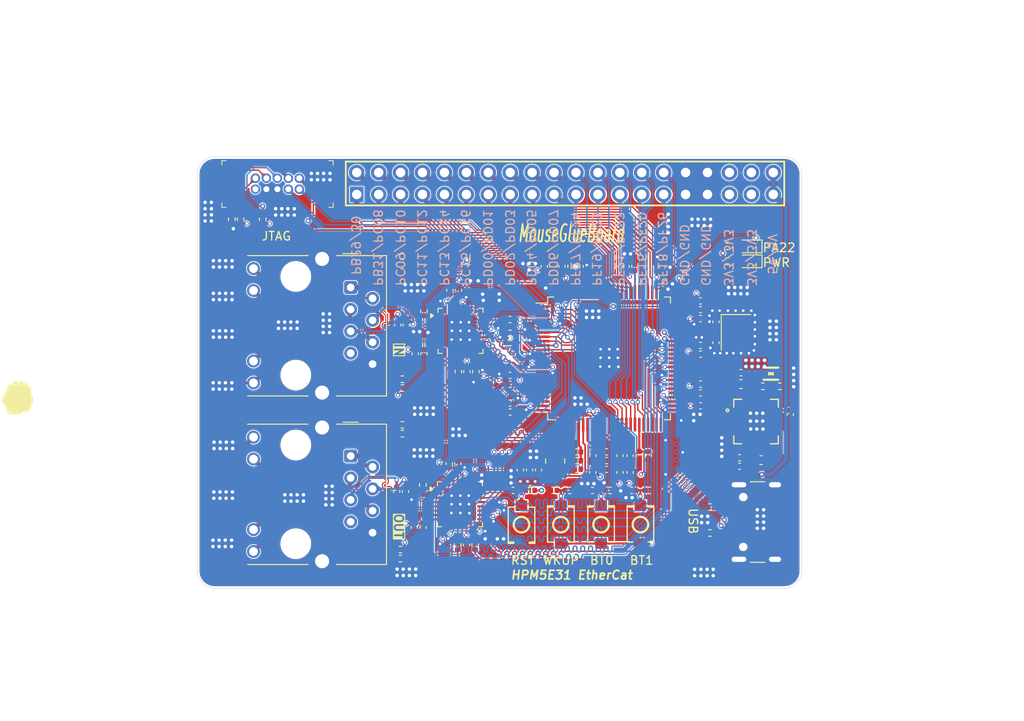
<source format=kicad_pcb>
(kicad_pcb (version 20241229) (generator "pcbnew") (generator_version "9.0")
  (layers (0 "F.Cu" signal) (4 "In1.Cu" signal) (6 "In2.Cu" signal) (2 "B.Cu" signal) (13 "F.Paste" user) (15 "B.Paste" user) (5 "F.SilkS" user "F.Silkscreen") (7 "B.SilkS" user "B.Silkscreen") (1 "F.Mask" user) (3 "B.Mask" user) (25 "Edge.Cuts" user))
  (net 0 "")
  (net 1 "GND")
  (net 2 "Net-(U2-SS)")
  (net 3 "/POWER/DCDC_SNS")
  (net 4 "/POWER/D+")
  (net 5 "/POWER/D-")
  (net 7 "Net-(J1-CC1)")
  (net 8 "Net-(J1-CC2)")
  (net 10 "/POWER/74401FB")
  (net 11 "/JTAG_BOOT_ESC/BOOT0")
  (net 12 "/JTAG_BOOT_ESC/BOOT1")
  (net 13 "Net-(D2-A)")
  (net 14 "Net-(D3-A)")
  (net 15 "/JTAG_BOOT_ESC/SYS_LED")
  (net 16 "/JTAG_BOOT_ESC/TCK")
  (net 17 "/JTAG_BOOT_ESC/RX")
  (net 18 "/JTAG_BOOT_ESC/TMS")
  (net 19 "/JTAG_BOOT_ESC/TDI")
  (net 20 "/JTAG_BOOT_ESC/TX")
  (net 21 "/JTAG_BOOT_ESC/TRST")
  (net 22 "/JTAG_BOOT_ESC/TDO")
  (net 23 "/IO/PF20")
  (net 24 "/IO/PD07")
  (net 25 "/IO/PC14")
  (net 26 "/IO/PD05")
  (net 27 "/JTAG_BOOT_ESC/ESC0.P1_RXDV")
  (net 28 "/POWER/VDD_OTPCAP")
  (net 29 "/POWER/VDD_PMCCAP")
  (net 30 "/IO/PF27")
  (net 31 "/JTAG_BOOT_ESC/ESC0.P1_TXD2")
  (net 32 "/IO/PB31")
  (net 33 "/IO/PC08")
  (net 34 "/IO/PF22")
  (net 35 "/IO/PF24")
  (net 36 "/JTAG_BOOT_ESC/ESC0.P1_TXCK")
  (net 37 "/JTAG_BOOT_ESC/ESC0.P1_TXEN")
  (net 38 "/IO/PC15")
  (net 39 "/IO/PD06")
  (net 40 "/JTAG_BOOT_ESC/ESC0.P1_RXD1")
  (net 41 "/POWER/RESETN")
  (net 42 "/IO/PF21")
  (net 43 "/IO/PF26")
  (net 44 "/IO/PC16")
  (net 45 "/JTAG_BOOT_ESC/ESC0.P1_RXD0")
  (net 46 "/IO/PC11")
  (net 47 "/IO/PF18")
  (net 48 "/POWER/WAKEUP")
  (net 49 "/IO/PF16")
  (net 50 "/IO/PB29")
  (net 51 "/IO/PC09")
  (net 52 "/IO/PF19")
  (net 53 "/IO/PB30")
  (net 54 "/IO/PD01")
  (net 55 "/JTAG_BOOT_ESC/ESC0.P1_TXD0")
  (net 56 "/POWER/XTALI")
  (net 57 "/IO/PD03")
  (net 58 "/JTAG_BOOT_ESC/ESC0.P1_RXD3")
  (net 59 "/POWER/XTALO")
  (net 60 "/IO/PC12")
  (net 61 "/JTAG_BOOT_ESC/ESC0.P1_TXD1")
  (net 62 "/JTAG_BOOT_ESC/ESC0.P1_RXD2")
  (net 63 "/IO/PC10")
  (net 64 "/JTAG_BOOT_ESC/ESC0.P1_RXCK")
  (net 65 "/JTAG_BOOT_ESC/ESC0.P1_TXD3")
  (net 66 "/POWER/DCDC_LP")
  (net 67 "/IO/PD00")
  (net 69 "/IO/PD04")
  (net 70 "/IO/PC13")
  (net 71 "/IO/PF23")
  (net 72 "/JTAG_BOOT_ESC/ESC0.P1_RXER")
  (net 73 "/NETWORK/P01V2")
  (net 74 "/IO/PD02")
  (net 75 "/NETWORK/P11V2")
  (net 76 "Net-(J3-TCT)")
  (net 78 "Net-(J3-RCT)")
  (net 80 "Net-(J4-TCT)")
  (net 81 "Net-(J4-RCT)")
  (net 82 "Net-(J3-Pad10)")
  (net 83 "/NETWORK/P0_RD_N")
  (net 84 "/NETWORK/P0_RD_P")
  (net 85 "/NETWORK/P0_TD_N")
  (net 88 "Net-(J3-Pad11)")
  (net 89 "/NETWORK/P0_TD_P")
  (net 90 "/NETWORK/P1_RD_N")
  (net 91 "Net-(J4-Pad10)")
  (net 92 "/NETWORK/P1_TD_P")
  (net 93 "/NETWORK/P1_RD_P")
  (net 94 "/NETWORK/P1_TD_N")
  (net 97 "Net-(J4-Pad11)")
  (net 99 "Net-(U4-TXC)")
  (net 100 "Net-(U4-RXC)")
  (net 101 "Net-(U3-TXC)")
  (net 102 "Net-(U3-RXC)")
  (net 103 "Net-(U3-RBIAS)")
  (net 104 "Net-(U4-RBIAS)")
  (net 107 "/NETWORK/P0_LED0")
  (net 108 "/NETWORK/P1_LED0")
  (net 112 "/3V3")
  (net 113 "/ESC0_RESET")
  (net 114 "/5V")
  (net 115 "/ESC0.P0_LINK")
  (net 116 "/ESC0.P1_LINK")
  (net 117 "/ESC0.P0_TXCK")
  (net 118 "/ESC0.P0_RXCK")
  (net 119 "/MDC")
  (net 120 "/MDIO")
  (net 121 "/ESC0.P0_RXD1")
  (net 122 "/ESC0.P0_TXEN")
  (net 123 "/ESC0.P0_TXD0")
  (net 124 "/REFCK")
  (net 125 "/ESC0.P0_RXD0")
  (net 126 "/ESC0.P0_TXD2")
  (net 127 "/ESC0.P0_TXD3")
  (net 128 "/ESC0.P0_RXER")
  (net 129 "/ESC0.P0_RXD3")
  (net 130 "/ESC0.P0_RXDV")
  (net 131 "/ESC0.P0_RXD2")
  (net 132 "/ESC0.P0_TXD1")
  (footprint "Capacitor_SMD:C_0402_1005Metric" (layer "F.Cu") (at 269.6853 93.2092)
    (property "Reference" "C32")
    (property "Value" "100nF")
  )
  (footprint "Capacitor_SMD:C_0402_1005Metric" (layer "F.Cu") (at 277.396 108.5322)
    (property "Reference" "C29")
    (property "Value" "100nF")
  )
  (footprint "Capacitor_SMD:C_0402_1005Metric" (layer "F.Cu") (at 277.396 110.5642)
    (property "Reference" "C26")
    (property "Value" "22uF")
  )
  (footprint "Capacitor_SMD:C_0402_1005Metric" (layer "F.Cu") (at 279.273 108.9914 90)
    (property "Reference" "C12")
    (property "Value" "100nF")
  )
  (footprint "Resistor_SMD:R_0402_1005Metric" (layer "F.Cu") (at 257.1984 86.9442)
    (property "Reference" "R28")
    (property "Value" "330")
  )
  (footprint "Capacitor_SMD:C_0402_1005Metric" (layer "F.Cu") (at 257.556 113.1316 -90)
    (property "Reference" "C62")
    (property "Value" "100nF")
  )
  (footprint "Capacitor_SMD:C_0402_1005Metric" (layer "F.Cu") (at 263.6985 89.8144 -90)
    (property "Reference" "C56")
    (property "Value" "100nF")
  )
  (footprint "Connector_RJ:RJ45_Hanrun_HR911105A_Horizontal" (layer "F.Cu") (at 251.212 109.0218 -90)
    (property "Reference" "J4")
    (property "Value" "RJ45_Hanrun_HR911105A_Horizontal")
  )
  (footprint "Resistor_SMD:R_0402_1005Metric" (layer "F.Cu") (at 259.6993 92.2528 90)
    (property "Reference" "R21")
    (property "Value" "2.49K 1%")
  )
  (footprint "Capacitor_SMD:C_0402_1005Metric" (layer "F.Cu") (at 283.7688 113.0046 180)
    (property "Reference" "C48")
    (property "Value" "100nF")
  )
  (footprint "Capacitor_SMD:C_0402_1005Metric" (layer "F.Cu") (at 280.8732 108.5322 180)
    (property "Reference" "C19")
    (property "Value" "100nF")
  )
  (footprint "EasyEDA_Lib:SW-SMD_L3.9-W3.0-P4.45" (layer "F.Cu") (at 280.223867 116.967 90)
    (property "Reference" "SW3")
    (property "Value" "~")
  )
  (footprint "Resistor_SMD:R_0402_1005Metric" (layer "F.Cu") (at 263.6109 119.3292 90)
    (property "Reference" "R20")
    (property "Value" "33")
  )
  (footprint "Crystal:Crystal_SMD_3225-4Pin_3.2x2.5mm" (layer "F.Cu") (at 295.8592 94.6912 -90)
    (property "Reference" "Y1")
    (property "Value" "24Mhz")
  )
  (footprint "Capacitor_SMD:C_0402_1005Metric" (layer "F.Cu") (at 283.1219 87.0458 90)
    (property "Reference" "C41")
    (property "Value" "10uF")
  )
  (footprint "Capacitor_SMD:C_0402_1005Metric" (layer "F.Cu") (at 262.7079 89.8144 -90)
    (property "Reference" "C51")
    (property "Value" "10uF")
  )
  (footprint "Capacitor_SMD:C_0402_1005Metric" (layer "F.Cu") (at 302.144255 104.2162 -90)
    (property "Reference" "C10")
    (property "Value" "10nF")
  )
  (footprint "Capacitor_SMD:C_0402_1005Metric" (layer "F.Cu") (at 280.8732 109.5482 180)
    (property "Reference" "C16")
    (property "Value" "10uF")
  )
  (footprint "Resistor_SMD:R_0402_1005Metric" (layer "F.Cu") (at 257.1984 85.8774)
    (property "Reference" "R24")
    (property "Value" "4.7K")
  )
  (footprint "Capacitor_SMD:C_0402_1005Metric" (layer "F.Cu") (at 293.5359 95.896 90)
    (property "Reference" "C1")
    (property "Value" "12pF")
  )
  (footprint "Resistor_SMD:R_0402_1005Metric" (layer "F.Cu") (at 276.7584 87.0458 90)
    (property "Reference" "R14")
    (property "Value" "10K")
  )
  (footprint "Capacitor_SMD:C_0402_1005Metric" (layer "F.Cu") (at 296.276855 110.2106 180)
    (property "Reference" "C6")
    (property "Value" "1uF")
  )
  (footprint "Resistor_SMD:R_0402_1005Metric" (layer "F.Cu") (at 265.6429 119.3292 90)
    (property "Reference" "R19")
    (property "Value" "33")
  )
  (footprint "Capacitor_SMD:C_0402_1005Metric" (layer "F.Cu") (at 291.7418 97.2168)
    (property "Reference" "C37")
    (property "Value" "10uF")
  )
  (footprint "LED_SMD:LED_0603_1608Metric" (layer "F.Cu") (at 297.3832 84.7344 180)
    (property "Reference" "D3")
    (property "Value" "LED")
  )
  (footprint "Capacitor_SMD:C_0402_1005Metric" (layer "F.Cu") (at 283.591 110.9198 90)
    (property "Reference" "C14")
    (property "Value" "10uF")
  )
  (footprint "Resistor_SMD:R_0402_1005Metric" (layer "F.Cu") (at 238.4552 81.5848 90)
    (property "Reference" "R10")
    (property "Value" "10K")
  )
  (footprint "Capacitor_SMD:C_0603_1608Metric" (layer "F.Cu") (at 298.766055 109.4994)
    (property "Reference" "C7")
    (property "Value" "10uF")
  )
  (footprint "Resistor_SMD:R_0402_1005Metric" (layer "F.Cu") (at 256.9718 120.904)
    (property "Reference" "R25")
    (property "Value" "4.7K")
  )
  (footprint "Capacitor_SMD:C_0402_1005Metric" (layer "F.Cu") (at 277.7998 87.0458 -90)
    (property "Reference" "C53")
    (property "Value" "100nF")
  )
  (footprint "Resistor_SMD:R_0402_1005Metric" (layer "F.Cu") (at 285.8262 113.0046)
    (property "Reference" "R13")
    (property "Value" "10K")
  )
  (footprint "Capacitor_SMD:C_0402_1005Metric" (layer "F.Cu") (at 291.7418 100.689)
    (property "Reference" "C35")
    (property "Value" "10uF")
  )
  (footprint "Resistor_SMD:R_0402_1005Metric" (layer "F.Cu") (at 259.5723 112.3696 90)
    (property "Reference" "R22")
    (property "Value" "2.49K 1%")
  )
  (footprint "Capacitor_SMD:C_0402_1005Metric" (layer "F.Cu") (at 274.6248 113.0046 180)
    (property "Reference" "C5")
    (property "Value" "100nF")
  )
  (footprint "Capacitor_SMD:C_0402_1005Metric" (layer "F.Cu") (at 285.6992 108.9914 -90)
    (property "Reference" "C34")
    (property "Value" "10uF")
  )
  (footprint "digikey-footprints:PinHeader_2x5_P1.27mm_Drill.7mm" (layer "F.Cu") (at 240.1824 78.105)
    (property "Reference" "J2")
    (property "Value" "3220-10-0100-00")
  )
  (footprint "Resistor_SMD:R_0402_1005Metric" (layer "F.Cu") (at 256.9718 119.8626)
    (property "Reference" "R29")
    (property "Value" "330")
  )
  (footprint "Capacitor_SMD:C_0402_1005Metric" (layer "F.Cu") (at 264.6777 99.2378 90)
    (property "Reference" "C58")
    (property "Value" "100nF")
  )
  (footprint "Resistor_SMD:R_0402_1005Metric" (layer "F.Cu") (at 298.969255 100.9396)
    (property "Reference" "R5")
    (property "Value" "3.16K")
  )
  (footprint "Resistor_SMD:R_0402_1005Metric" (layer "F.Cu") (at 300.925055 100.9396)
    (property "Reference" "R6")
    (property "Value" "1K")
  )
  (footprint "Resistor_SMD:R_0402_1005Metric" (layer "F.Cu") (at 257.1984 101.1408)
    (property "Reference" "R23")
    (property "Value" "4.7K")
  )
  (footprint "Resistor_SMD:R_0402_1005Metric" (layer "F.Cu") (at 257.2004 106.426)
    (property "Reference" "R26")
    (property "Value" "4.7K")
  )
  (footprint "Resistor_SMD:R_0402_1005Metric" (layer "F.Cu") (at 292.8336 114.9386 180)
    (property "Reference" "R1")
    (property "Value" "5.1K")
  )
  (footprint "Capacitor_SMD:C_0402_1005Metric" (layer "F.Cu") (at 257.6576 93.853 -90)
    (property "Reference" "C60")
    (property "Value" "100nF")
  )
  (footprint "Capacitor_SMD:C_0402_1005Metric" (layer "F.Cu") (at 291.7418 93.102 180)
    (property "Reference" "C24")
    (property "Value" "100nF")
  )
  (footprint "Capacitor_SMD:C_0402_1005Metric" (layer "F.Cu") (at 291.7444 103.2016 180)
    (property "Reference" "C21")
    (property "Value" "100nF")
  )
  (footprint "Capacitor_SMD:C_0402_1005Metric" (layer "F.Cu") (at 279.273 110.9218 90)
    (property "Reference" "C8")
    (property "Value" "10uF")
  )
  (footprint "Resistor_SMD:R_0402_1005Metric" (layer "F.Cu") (at 294.8365 86.4552)
    (property "Reference" "R7")
    (property "Value" "1K")
  )
  (footprint "Capacitor_SMD:C_0402_1005Metric" (layer "F.Cu") (at 270.0274 113.0046 180)
    (property "Reference" "C3")
    (property "Value" "100nF")
  )
  (footprint "Capacitor_SMD:C_0402_1005Metric" (layer "F.Cu") (at 256.667 93.853 -90)
    (property "Reference" "C61")
    (property "Value" "100nF")
  )
  (footprint "Capacitor_SMD:C_0402_1005Metric" (layer "F.Cu") (at 286.6526 87.0458 -90)
    (property "Reference" "C28")
    (property "Value" "100nF")
  )
  (footprint "Capacitor_SMD:C_0402_1005Metric" (layer "F.Cu") (at 291.7418 91.0446)
    (property "Reference" "C40")
    (property "Value" "100nF")
  )
  (footprint "Capacitor_SMD:C_0603_1608Metric" (layer "F.Cu") (at 296.429255 100.6856 180)
    (property "Reference" "C20")
    (property "Value" "10uF")
  )
  (footprint "Capacitor_SMD:C_0402_1005Metric" (layer "F.Cu") (at 269.6853 99.6806 180)
    (property "Reference" "C45")
    (property "Value" "10uF")
  )
  (footprint "Resistor_SMD:R_0402_1005Metric" (layer "F.Cu") (at 241.0206 81.5848 90)
    (property "Reference" "R11")
    (property "Value" "10K")
  )
  (footprint "Resistor_SMD:R_0402_1005Metric" (layer "F.Cu") (at 263.6871 99.2378 90)
    (property "Reference" "R18")
    (property "Value" "33")
  )
  (footprint "Capacitor_SMD:C_0402_1005Metric" (layer "F.Cu") (at 264.6269 119.3292 90)
    (property "Reference" "C59")
    (property "Value" "100nF")
  )
  (footprint "Capacitor_SMD:C_0402_1005Metric" (layer "F.Cu") (at 262.64 109.9058 -90)
    (property "Reference" "C52")
    (property "Value" "10uF")
  )
  (footprint "Package_DFN_QFN:QFN-32-1EP_5x5mm_P0.5mm_EP3.1x3.1mm" (layer "F.Cu") (at 263.8746 114.6048)
    (property "Reference" "U4")
    (property "Value" "JL1111-N032I")
  )
  (footprint "Capacitor_SMD:C_0402_1005Metric" (layer "F.Cu") (at 263.6306 109.9058 -90)
    (property "Reference" "C57")
    (property "Value" "100nF")
  )
  (footprint "Capacitor_SMD:C_0402_1005Metric" (layer "F.Cu") (at 283.591 108.9894 90)
    (property "Reference" "C17")
    (property "Value" "100nF")
  )
  (footprint "Capacitor_SMD:C_0402_1005Metric" (layer "F.Cu") (at 284.1379 87.0458 90)
    (property "Reference" "C42")
    (property "Value" "100nF")
  )
  (footprint "Capacitor_SMD:C_0402_1005Metric" (layer "F.Cu") (at 256.54 113.1316 -90)
    (property "Reference" "C63")
    (property "Value" "100nF")
  )
  (footprint "Capacitor_SMD:C_0402_1005Metric" (layer "F.Cu") (at 291.7418 96.2092)
    (property "Reference" "C38")
    (property "Value" "100nF")
  )
  (footprint "Capacitor_SMD:C_0402_1005Metric" (layer "F.Cu") (at 279.2222 113.0046 180)
    (property "Reference" "C47")
    (property "Value" "100nF")
  )
  (footprint "Capacitor_SMD:C_0402_1005Metric" (layer "F.Cu") (at 291.7444 101.7016)
    (property "Reference" "C36")
    (property "Value" "100nF")
  )
  (footprint "Inductor_SMD:L_1008_2520Metric" (layer "F.Cu") (at 274.9042 109.601 -90)
    (property "Reference" "L1")
    (property "Value" "4.7uH")
  )
  (footprint "EasyEDA_Lib:SOD-323_L1.7-W1.3-LS2.5-BI" (layer "F.Cu") (at 299.897855 99.4664 180)
    (property "Reference" "D1")
    (property "Value" "~")
  )
  (footprint "Resistor_SMD:R_0402_1005Metric" (layer "F.Cu") (at 269.6853 94.8182)
    (property "Reference" "R16")
    (property "Value" "4.7K")
  )
  (footprint "Capacitor_SMD:C_0402_1005Metric" (layer "F.Cu") (at 291.7418 92.0606)
    (property "Reference" "C39")
    (property "Value" "10uF")
  )
  (footprint "Capacitor_SMD:C_0402_1005Metric" (layer "F.Cu") (at 270.8656 110.6424 -90)
    (property "Reference" "C30")
    (property "Value" "100nF")
  )
  (footprint "Resistor_SMD:R_0402_1005Metric" (layer "F.Cu") (at 272.0086 113.0046 180)
    (property "Reference" "R3")
    (property "Value" "10K")
  )
  (footprint "Capacitor_SMD:C_0402_1005Metric" (layer "F.Cu") (at 269.6853 103.9308)
    (property "Reference" "C15")
    (property "Value" "10uF")
  )
  (footprint "EasyEDA_Lib:SW-SMD_L3.9-W3.0-P4.45" (layer "F.Cu") (at 271.003667 116.967 -90)
    (property "Reference" "SW1")
    (property "Value" "~")
  )
  (footprint "Capacitor_SMD:C_0402_1005Metric" (layer "F.Cu") (at 275.6916 87.0458 -90)
    (property "Reference" "C31")
    (property "Value" "100nF")
  )
  (footprint "Capacitor_SMD:C_0402_1005Metric" (layer "F.Cu") (at 259.7107 97.169 90)
    (property "Reference" "C54")
    (property "Value" "100nF")
  )
  (footprint "Resistor_SMD:R_0402_1005Metric" (layer "F.Cu") (at 276.5806 113.0046)
    (property "Reference" "R4")
    (property "Value" "10K")
  )
  (footprint "Resistor_SMD:R_0402_1005Metric" (layer "F.Cu") (at 265.7191 99.2378 90)
    (property "Reference" "R17")
    (property "Value" "33")
  )
  (footprint "Capacitor_SMD:C_0402_1005Metric" (layer "F.Cu") (at 284.6578 108.9894 -90)
    (property "Reference" "C33")
    (property "Value" "100nF")
  )
  (footprint "EasyEDA_Lib:SW-SMD_L3.9-W3.0-P4.45" (layer "F.Cu") (at 284.7848 116.967 90)
    (property "Reference" "SW4")
    (property "Value" "~")
  )
  (footprint "Capacitor_SMD:C_0402_1005Metric" (layer "F.Cu") (at 277.396 109.5482)
    (property "Reference" "C22")
    (property "Value" "22uF")
  )
  (footprint "Resistor_SMD:R_0402_1005Metric" (layer "F.Cu") (at 237.4392 81.5848 -90)
    (property "Reference" "R9")
    (property "Value" "10K")
  )
  (footprint "Connector_USB:USB_C_Receptacle_GCT_USB4105-xx-A_16P_TopMnt_Horizontal" (layer "F.Cu") (at 299.3024 116.6678 90)
    (property "Reference" "J1")
    (property "Value" "USB_C_Receptacle_USB2.0_16P")
  )
  (footprint "EasyEDA_Lib:SW-SMD_L3.9-W3.0-P4.45" (layer "F.Cu") (at 275.5646 116.967 90)
    (property "Reference" "SW2")
    (property "Value" "~")
  )
  (footprint "Capacitor_SMD:C_0402_1005Metric" (layer "F.Cu") (at 258.6947 97.169 90)
    (property "Reference" "C49")
    (property "Value" "10uF")
  )
  (footprint "Capacitor_SMD:C_0402_1005Metric" (layer "F.Cu") (at 273.6439 87.0458 90)
    (property "Reference" "C43")
    (property "Value" "10uF")
  )
  (footprint "Capacitor_SMD:C_0402_1005Metric" (layer "F.Cu") (at 282.4226 108.9894 90)
    (property "Reference" "C11")
    (property "Value" "100nF")
  )
  (footprint "Connector_RJ:RJ45_Hanrun_HR911105A_Horizontal" (layer "F.Cu") (at 251.212 89.4892 -90)
    (property "Reference" "J3")
    (property "Value" "RJ45_Hanrun_HR911105A_Horizontal")
  )
  (footprint "Capacitor_SMD:C_0402_1005Metric" (layer "F.Cu") (at 269.6853 102.8954)
    (property "Reference" "C18")
    (property "Value" "100nF")
  )
  (footprint "Capacitor_SMD:C_0402_1005Metric" (layer "F.Cu") (at 274.6599 87.0458 90)
    (property "Reference" "C44")
    (property "Value" "100nF")
  )
  (footprint "Capacitor_SMD:C_0402_1005Metric" (layer "F.Cu") (at 271.9324 110.6424 -90)
    (property "Reference" "C27")
    (property "Value" "22uF")
  )
  (footprint "EasyEDA_Lib:VQFN-20_L5.0-W5.0-P0.65-TL-EP" (layer "F.Cu") (at 298.181855 105.029)
    (property "Reference" "U2")
    (property "Value" "TPS74401_VQFN")
  )
  (footprint "EasyEDA_Lib:HDR-TH_40P-P2.54-V-M-R2-C20-S2.54" (layer "F.Cu") (at 276.0472 77.4446)
    (property "Reference" "H1")
    (property "Value" "~")
  )
  (footprint "Resistor_SMD:R_0402_1005Metric" (layer "F.Cu") (at 269.6853 95.8596)
    (property "Reference" "R15")
    (property "Value" "4.7K")
  )
  (footprint "Capacitor_SMD:C_0402_1005Metric" (layer "F.Cu") (at 258.5914 117.2972 90)
    (property "Reference" "C55")
    (property "Value" "100nF")
  )
  (footprint "Package_DFN_QFN:QFN-32-1EP_5x5mm_P0.5mm_EP3.1x3.1mm" (layer "F.Cu") (at 263.9411 94.5134)
    (property "Reference" "U3")
    (property "Value" "JL1111-N032I")
  )
  (footprint "Resistor_SMD:R_0402_1005Metric" (layer "F.Cu") (at 281.2542 113.0046)
    (property "Reference" "R12")
    (property "Value" "10K")
  )
  (footprint "Capacitor_SMD:C_0402_1005Metric" (layer "F.Cu") (at 282.4226 110.9198 90)
    (property "Reference" "C9")
    (property "Value" "10uF")
  )
  (footprint "Resistor_SMD:R_0402_1005Metric" (layer "F.Cu") (at 257.2004 105.41)
    (property "Reference" "R30")
    (property "Value" "330")
  )
  (footprint "Capacitor_SMD:C_0402_1005Metric" (layer "F.Cu") (at 269.6853 100.7092 180)
    (property "Reference" "C46")
    (property "Value" "100nF")
  )
  (footprint "Capacitor_SMD:C_0402_1005Metric" (layer "F.Cu") (at 272.9738 110.6424 -90)
    (property "Reference" "C25")
    (property "Value" "22uF")
  )
  (footprint "HPM_footprints:LQFP-100_14x14mm_P0.5mm_EP6.0x6.0mm" (layer "F.Cu") (at 281.1526 97.7092)
    (property "Reference" "U1")
    (property "Value" "HPM5E31IPB1")
  )
  (footprint "Capacitor_SMD:C_0402_1005Metric" (layer "F.Cu") (at 296.276855 109.22 180)
    (property "Reference" "C4")
    (property "Value" "100nF")
  )
  (footprint "Capacitor_SMD:C_0402_1005Metric" (layer "F.Cu") (at 280.8732 110.5642 180)
    (property "Reference" "C13")
    (property "Value" "10uF")
  )
  (footprint "Capacitor_SMD:C_0402_1005Metric" (layer "F.Cu") (at 293.5359 93.483 -90)
    (property "Reference" "C2")
    (property "Value" "12pF")
  )
  (footprint "LED_SMD:LED_0603_1608Metric" (layer "F.Cu") (at 297.3833 86.4616 180)
    (property "Reference" "D2")
    (property "Value" "LED")
  )
  (footprint "Capacitor_SMD:C_0402_1005Metric" (layer "F.Cu") (at 259.5977 117.2972 90)
    (property "Reference" "C50")
    (property "Value" "10uF")
  )
  (footprint "Resistor_SMD:R_0402_1005Metric" (layer "F.Cu") (at 294.8364 84.7272)
    (property "Reference" "R8")
    (property "Value" "1K")
  )
  (footprint "Resistor_SMD:R_0402_1005Metric" (layer "F.Cu") (at 257.1984 100.1248)
    (property "Reference" "R27")
    (property "Value" "330")
  )
  (footprint "Resistor_SMD:R_0402_1005Metric" (layer "F.Cu") (at 292.8336 117.9358 180)
    (property "Reference" "R2")
    (property "Value" "5.1K")
  )
  (footprint "Capacitor_SMD:C_0402_1005Metric" (layer "F.Cu") (at 296.429255 99.3648 180)
    (property "Reference" "C23")
    (property "Value" "100nF")
  )
  (gr_line (start 235.4564 74.3458) (end 301.4564 74.3458) (stroke (width 0.05)) (layer "Edge.Cuts"))
  (gr_arc (start 235.4564 124.3458) (mid 234.042186 123.760014) (end 233.4564 122.3458) (stroke (width 0.05)) (layer "Edge.Cuts"))
  (gr_arc (start 303.4564 122.3458) (mid 302.870614 123.760014) (end 301.4564 124.3458) (stroke (width 0.05)) (layer "Edge.Cuts"))
  (gr_line (start 303.4564 76.3458) (end 303.4564 122.3458) (stroke (width 0.05)) (layer "Edge.Cuts"))
  (gr_arc (start 301.4564 74.3458) (mid 302.870614 74.931586) (end 303.4564 76.3458) (stroke (width 0.05)) (layer "Edge.Cuts"))
  (gr_arc (start 233.4564 76.3458) (mid 234.042186 74.931586) (end 235.4564 74.3458) (stroke (width 0.05)) (layer "Edge.Cuts"))
  (gr_line (start 233.4564 122.3458) (end 233.4564 76.3458) (stroke (width 0.05)) (layer "Edge.Cuts"))
  (gr_line (start 301.4564 124.3458) (end 235.4564 124.3458) (stroke (width 0.05)) (layer "Edge.Cuts"))
  (gr_text "JTAG" (at 240.8174 84.1248 0) (layer "F.SilkS") (effects (font (size 1 1)) (justify left bottom)))
  (gr_text "MouseGlueBoard" (at 270.51 84.4042 0) (layer "F.SilkS") (effects (font (size 2 1) (thickness 0.2) (bold yes) (italic yes)) (justify left bottom)))
  (gr_text "PA22" (at 298.8682 85.4694 0) (layer "F.SilkS") (effects (font (size 1 1)) (justify left bottom)))
  (gr_text "PWR" (at 298.8683 87.1966 0) (layer "F.SilkS") (effects (font (size 1 1)) (justify left bottom)))
  (gr_text "OUT" (at 256.1844 115.5954 270) (layer "F.SilkS" knockout) (effects (font (size 1 1) (thickness 0.2) (bold yes)) (justify left bottom)))
  (gr_text "HPM5E31 EtherCat" (at 269.6718 123.3932 0) (layer "F.SilkS") (effects (font (size 1 1) (thickness 0.2) (bold yes) (italic yes)) (justify left bottom)))
  (gr_text "RST" (at 269.6972 121.6914 0) (layer "F.SilkS") (effects (font (size 1 1)) (justify left bottom)))
  (gr_text " IN " (at 256.1844 95.0722 270) (layer "F.SilkS" knockout) (effects (font (size 1 1) (thickness 0.2) (bold yes)) (justify left bottom)))
  (gr_text "BT0" (at 278.8412 121.6914 0) (layer "F.SilkS") (effects (font (size 1 1)) (justify left bottom)))
  (gr_text "WKUP" (at 273.3802 121.6914 0) (layer "F.SilkS") (effects (font (size 1 1)) (justify left bottom)))
  (gr_text "BT1" (at 283.464 121.6914 0) (layer "F.SilkS") (effects (font (size 1 1)) (justify left bottom)))
  (gr_text "USB" (at 290.2966 114.9604 270) (layer "F.SilkS") (effects (font (size 1 1)) (justify left bottom)))
  (gr_text "PC15/PC16" (at 263.910852 89.408 270) (layer "B.SilkS") (effects (font (size 1 1)) (justify left bottom mirror)))
  (gr_text "PD06/PD07" (at 274.07829 89.408 270) (layer "B.SilkS") (effects (font (size 1 1)) (justify left bottom mirror)))
  (gr_text "PF21/PF22" (at 281.750084 89.408 270) (layer "B.SilkS") (effects (font (size 1 1)) (justify left bottom mirror)))
  (gr_text "PF18/PF26" (at 286.730233 89.408 270) (layer "B.SilkS") (effects (font (size 1 1)) (justify left bottom mirror)))
  (gr_text "PC13/PC14" (at 261.441618 89.408 270) (layer "B.SilkS") (effects (font (size 1 1)) (justify left bottom mirror)))
  (gr_text "PF27/PF24" (at 276.626752 89.408 270) (layer "B.SilkS") (effects (font (size 1 1)) (justify left bottom mirror)))
  (gr_text "3V3/3V3" (at 294.385274 89.408 270) (layer "B.SilkS") (effects (font (size 1 1)) (justify left bottom mirror)))
  (gr_text "5V/5V" (at 299.46611 88.067234 270) (layer "B.SilkS") (effects (font (size 1 1)) (justify left bottom mirror)))
  (gr_text "PC11/PC12" (at 258.866747 89.408 270) (layer "B.SilkS") (effects (font (size 1 1)) (justify left bottom mirror)))
  (gr_text "PB29/30" (at 251.207816 88.135628 270) (layer "B.SilkS") (effects (font (size 1 1)) (justify left bottom mirror)))
  (gr_text "PB31/PC08" (at 253.749505 89.408 270) (layer "B.SilkS") (effects (font (size 1 1)) (justify left bottom mirror)))
  (gr_text "PF16/PF20" (at 284.339883 89.408 270) (layer "B.SilkS") (effects (font (size 1 1)) (justify left bottom mirror)))
  (gr_text "PC09/PC10" (at 256.357899 89.408 270) (layer "B.SilkS") (effects (font (size 1 1)) (justify left bottom mirror)))
  (gr_text "GND/GND" (at 289.275146 89.408 270) (layer "B.SilkS") (effects (font (size 1 1)) (justify left bottom mirror)))
  (gr_text "PD04/PD05" (at 271.529829 89.408 270) (layer "B.SilkS") (effects (font (size 1 1)) (justify left bottom mirror)))
  (gr_text "PD00/PD01" (at 266.498928 89.408 270) (layer "B.SilkS") (effects (font (size 1 1)) (justify left bottom mirror)))
  (gr_text "PD02/PD03" (at 269.047389 89.408 270) (layer "B.SilkS") (effects (font (size 1 1)) (justify left bottom mirror)))
  (gr_text "3V3/3V3" (at 297.078985 89.408 270) (layer "B.SilkS") (effects (font (size 1 1)) (justify left bottom mirror)))
  (gr_text "GND/GND" (at 291.750983 89.408 270) (layer "B.SilkS") (effects (font (size 1 1)) (justify left bottom mirror)))
  (gr_text "PF19/PF23" (at 279.095987 89.408 270) (layer "B.SilkS") (effects (font (size 1 1)) (justify left bottom mirror)))
  (segment (start 297.7642 96.9518) (end 297.6118 97.1042) (width 0.508) (layer "F.Cu") (net 1))
  (segment (start 293.3446 97.1042) (end 293.0652 97.1042) (width 0.508) (layer "F.Cu") (net 1))
  (segment (start 295.8084 92.1766) (end 296.6974 92.1766) (width 0.508) (layer "F.Cu") (net 1))
  (segment (start 296.1974 120.9878) (end 300.3774 120.9878) (width 0.508) (layer "F.Cu") (net 1))
  (segment (start 277.5692 86.5358) (end 277.6982 86.6648) (width 0.2032) (layer "F.Cu") (net 1))
  (segment (start 295.5544 97.1042) (end 294.7924 97.1042) (width 0.508) (layer "F.Cu") (net 1))
  (segment (start 298.0436 95.1484) (end 298.0436 96.0628) (width 0.508) (layer "F.Cu") (net 1))
  (segment (start 265.4554 100.457) (end 265.1252 100.457) (width 0.156464) (layer "F.Cu") (net 1))
  (segment (start 293.9542 92.1766) (end 294.9194 92.1766) (width 0.508) (layer "F.Cu") (net 1))
  (segment (start 294.9194 92.1766) (end 295.8084 92.1766) (width 0.508) (layer "F.Cu") (net 1))
  (segment (start 296.6974 92.1766) (end 297.6372 92.1766) (width 0.508) (layer "F.Cu") (net 1))
  (segment (start 295.6224 112.9228) (end 296.1974 112.3478) (width 0.508) (layer "F.Cu") (net 1))
  (segment (start 297.6118 97.1042) (end 297.3578 97.1042) (width 0.508) (layer "F.Cu") (net 1))
  (segment (start 294.0304 97.1042) (end 293.3446 97.1042) (width 0.508) (layer "F.Cu") (net 1))
  (segment (start 298.0436 93.5228) (end 298.0436 94.361) (width 0.508) (layer "F.Cu") (net 1))
  (segment (start 295.6224 113.4678) (end 295.6224 112.9228) (width 0.508) (layer "F.Cu") (net 1))
  (segment (start 296.4434 97.1042) (end 295.5544 97.1042) (width 0.508) (layer "F.Cu") (net 1))
  (segment (start 296.1974 112.3478) (end 300.3774 112.3478) (width 0.508) (layer "F.Cu") (net 1))
  (segment (start 298.0436 96.0628) (end 298.0436 96.6724) (width 0.508) (layer "F.Cu") (net 1))
  (segment (start 237.4392 82.0948) (end 237.4392 82.501968) (width 0.156464) (layer "F.Cu") (net 1))
  (segment (start 298.0436 94.742) (end 298.0436 95.1484) (width 0.508) (layer "F.Cu") (net 1))
  (segment (start 264.6777 100.0095) (end 264.6777 99.7178) (width 0.156464) (layer "F.Cu") (net 1))
  (segment (start 298.0436 94.361) (end 298.0436 94.742) (width 0.508) (layer "F.Cu") (net 1))
  (segment (start 257.7084 105.408) (end 257.7084 106.4494) (width 0.254) (layer "F.Cu") (net 1))
  (segment (start 298.0436 92.6846) (end 298.0436 93.5228) (width 0.508) (layer "F.Cu") (net 1))
  (segment (start 298.0436 92.5068) (end 298.0436 92.6846) (width 0.508) (layer "F.Cu") (net 1))
  (segment (start 237.4392 82.501968) (end 237.617 82.679768) (width 0.156464) (layer "F.Cu") (net 1))
  (segment (start 292.989 92.1766) (end 293.116 92.1766) (width 0.508) (layer "F.Cu") (net 1))
  (segment (start 297.3578 97.1042) (end 296.4434 97.1042) (width 0.508) (layer "F.Cu") (net 1))
  (segment (start 297.9293 96.7867) (end 297.7642 96.9518) (width 0.508) (layer "F.Cu") (net 1))
  (segment (start 295.6224 119.8678) (end 295.6224 120.4128) (width 0.508) (layer "F.Cu") (net 1))
  (segment (start 300.3774 112.3478) (end 300.3774 120.9878) (width 0.508) (layer "F.Cu") (net 1))
  (segment (start 295.6224 120.4128) (end 296.1974 120.9878) (width 0.508) (layer "F.Cu") (net 1))
  (segment (start 293.116 92.1766) (end 293.9542 92.1766) (width 0.508) (layer "F.Cu") (net 1))
  (segment (start 294.7924 97.1042) (end 294.0304 97.1042) (width 0.508) (layer "F.Cu") (net 1))
  (segment (start 298.0436 96.6724) (end 297.9293 96.7867) (width 0.508) (layer "F.Cu") (net 1))
  (segment (start 265.1252 100.457) (end 264.6777 100.0095) (width 0.156464) (layer "F.Cu") (net 1))
  (segment (start 282.4226 109.4694) (end 283.591 109.4694) (width 0.156464) (layer "F.Cu") (net 1))
  (segment (start 297.6372 92.1766) (end 297.7134 92.1766) (width 0.508) (layer "F.Cu") (net 1))
  (segment (start 297.7134 92.1766) (end 298.0436 92.5068) (width 0.508) (layer "F.Cu") (net 1))
  (via (at 288.0106 81.0006) (size 0.6) (drill 0.4) (layers "F.Cu" "B.Cu") (net 1))
  (via (at 248.7676 92.5576) (size 0.6) (drill 0.4) (layers "F.Cu" "B.Cu") (net 1))
  (via (at 271.399 94.361) (size 0.5) (drill 0.3) (layers "F.Cu" "B.Cu") (net 1))
  (via (at 260.731 109.0422) (size 0.6) (drill 0.4) (layers "F.Cu" "B.Cu") (net 1))
  (via (at 288.0106 81.7372) (size 0.6) (drill 0.4) (layers "F.Cu" "B.Cu") (net 1))
  (via (at 287.274 99.6442) (size 0.5) (drill 0.3) (layers "F.Cu" "B.Cu") (net 1))
  (via (at 299.7962 94.8436) (size 0.6) (drill 0.4) (layers "F.Cu" "B.Cu") (net 1))
  (via (at 302.5394 98.8314) (size 0.6) (drill 0.4) (layers "F.Cu" "B.Cu") (net 1))
  (via (at 264.9123 114.6048) (size 0.5) (drill 0.3) (layers "F.Cu" "B.Cu") (net 1))
  (via (at 291.0078 93.756) (size 0.5) (drill 0.3) (layers "F.Cu" "B.Cu") (net 1))
  (via (at 235.077 79.629) (size 0.6) (drill 0.4) (layers "F.Cu" "B.Cu") (net 1))
  (via (at 263.9217 113.6142) (size 0.5) (drill 0.3) (layers "F.Cu" "B.Cu") (net 1))
  (via (at 278.5618 86.8934) (size 0.6) (drill 0.3) (layers "F.Cu" "B.Cu") (net 1))
  (via (at 292.9128 82.3214) (size 0.6) (drill 0.4) (layers "F.Cu" "B.Cu") (net 1))
  (via (at 294.2082 106.9086) (size 0.6) (drill 0.4) (layers "F.Cu" "B.Cu") (net 1))
  (via (at 292.8874 96.4946) (size 0.5) (drill 0.3) (layers "F.Cu" "B.Cu") (net 1))
  (via (at 272.6182 86.7156) (size 0.6) (drill 0.4) (layers "F.Cu" "B.Cu") (net 1))
  (via (at 294.9194 92.1766) (size 0.5) (drill 0.3) (layers "F.Cu" "B.Cu") (net 1))
  (via (at 234.3404 81.0768) (size 0.6) (drill 0.4) (layers "F.Cu" "B.Cu") (net 1))
  (via (at 294.9956 90.2208) (size 0.6) (drill 0.4) (layers "F.Cu" "B.Cu") (net 1))
  (via (at 245.0084 113.5126) (size 0.6) (drill 0.4) (layers "F.Cu" "B.Cu") (net 1))
  (via (at 295.7068 90.2208) (size 0.6) (drill 0.4) (layers "F.Cu" "B.Cu") (net 1))
  (via (at 278.5364 92.2274) (size 0.6) (drill 0.4) (layers "F.Cu" "B.Cu") (net 1))
  (via (at 292.5826 116.0018) (size 0.6) (drill 0.4) (layers "F.Cu" "B.Cu") (net 1))
  (via (at 298.323 116.6876) (size 0.6) (drill 0.4) (layers "F.Cu" "B.Cu") (net 1))
  (via (at 243.9416 80.3656) (size 0.6) (drill 0.4) (layers "F.Cu" "B.Cu") (net 1))
  (via (at 288.4932 89.0778) (size 0.6) (drill 0.4) (layers "F.Cu" "B.Cu") (net 1))
  (via (at 244.2972 114.2492) (size 0.6) (drill 0.4) (layers "F.Cu" "B.Cu") (net 1))
  (via (at 298.2468 104.0638) (size 0.6) (drill 0.4) (layers "F.Cu" "B.Cu") (net 1))
  (via (at 236.0168 86.3854) (size 0.6) (drill 0.4) (layers "F.Cu" "B.Cu") (net 1))
  (via (at 287.9852 89.6874) (size 0.6) (drill 0.4) (layers "F.Cu" "B.Cu") (net 1))
  (via (at 290.957 104.1908) (size 0.6) (drill 0.4) (layers "F.Cu" "B.Cu") (net 1))
  (via (at 237.4646 95.25) (size 0.6) (drill 0.4) (layers "F.Cu" "B.Cu") (net 1))
  (via (at 236.728 90.9066) (size 0.6) (drill 0.4) (layers "F.Cu" "B.Cu") (net 1))
  (via (at 266.573 90.9828) (size 0.6) (drill 0.4) (layers "F.Cu" "B.Cu") (net 1))
  (via (at 297.1546 90.2208) (size 0.6) (drill 0.4) (layers "F.Cu" "B.Cu") (net 1))
  (via (at 258.7498 122.8598) (size 0.6) (drill 0.4) (layers "F.Cu" "B.Cu") (net 1))
  (via (at 280.1366 98.6536) (size 0.5) (drill 0.3) (layers "F.Cu" "B.Cu") (net 1))
  (via (at 235.3564 113.1824) (size 0.6) (drill 0.4) (layers "F.Cu" "B.Cu") (net 1))
  (via (at 268.4272 99.5172) (size 0.5) (drill 0.3) (layers "F.Cu" "B.Cu") (net 1))
  (via (at 236.6772 119.507) (size 0.6) (drill 0.4) (layers "F.Cu" "B.Cu") (net 1))
  (via (at 236.0168 95.25) (size 0.6) (drill 0.4) (layers "F.Cu" "B.Cu") (net 1))
  (via (at 259.6896 89.8906) (size 0.6) (drill 0.4) (layers "F.Cu" "B.Cu") (net 1))
  (via (at 299.0596 115.9764) (size 0.6) (drill 0.4) (layers "F.Cu" "B.Cu") (net 1))
  (via (at 297.1546 89.4842) (size 0.6) (drill 0.4) (layers "F.Cu" "B.Cu") (net 1))
  (via (at 236.0676 113.1824) (size 0.6) (drill 0.4) (layers "F.Cu" "B.Cu") (net 1))
  (via (at 247.3706 77.0128) (size 0.6) (drill 0.4) (layers "F.Cu" "B.Cu") (net 1))
  (via (at 292.5064 122.8852) (size 0.6) (drill 0.4) (layers "F.Cu" "B.Cu") (net 1))
  (via (at 235.3056 90.9066) (size 0.6) (drill 0.4) (layers "F.Cu" "B.Cu") (net 1))
  (via (at 297.561 105.8926) (size 0.6) (drill 0.4) (layers "F.Cu" "B.Cu") (net 1))
  (via (at 300.5328 95.5548) (size 0.6) (drill 0.4) (layers "F.Cu" "B.Cu") (net 1))
  (via (at 256.5908 122.8598) (size 0.6) (drill 0.4) (layers "F.Cu" "B.Cu") (net 1))
  (via (at 258.7498 122.1232) (size 0.6) (drill 0.4) (layers "F.Cu" "B.Cu") (net 1))
  (via (at 282.1686 97.6376) (size 0.5) (drill 0.3) (layers "F.Cu" "B.Cu") (net 1))
  (via (at 236.728 87.122) (size 0.6) (drill 0.4) (layers "F.Cu" "B.Cu") (net 1))
  (via (at 297.6372 92.1766) (size 0.5) (drill 0.3) (layers "F.Cu" "B.Cu") (net 1))
  (via (at 298.0436 96.0628) (size 0.5) (drill 0.3) (layers "F.Cu" "B.Cu") (net 1))
  (via (at 237.4392 100.5332) (size 0.6) (drill 0.4) (layers "F.Cu" "B.Cu") (net 1))
  (via (at 236.0168 90.17) (size 0.6) (drill 0.4) (layers "F.Cu" "B.Cu") (net 1))
  (via (at 236.8042 108.1532) (size 0.6) (drill 0.4) (layers "F.Cu" "B.Cu") (net 1))
  (via (at 269.7988 112.141) (size 0.6) (drill 0.4) (layers "F.Cu" "B.Cu") (net 1))
  (via (at 235.3056 87.122) (size 0.6) (drill 0.4) (layers "F.Cu" "B.Cu") (net 1))
  (via (at 287.274 96.1136) (size 0.5) (drill 0.3) (layers "F.Cu" "B.Cu") (net 1))
  (via (at 235.966 119.507) (size 0.6) (drill 0.4) (layers "F.Cu" "B.Cu") (net 1))
  (via (at 291.8968 95.2754) (size 0.5) (drill 0.3) (layers "F.Cu" "B.Cu") (net 1))
  (via (at 299.0596 116.6876) (size 0.6) (drill 0.4) (layers "F.Cu" "B.Cu") (net 1))
  (via (at 236.7026 101.2698) (size 0.6) (drill 0.4) (layers "F.Cu" "B.Cu") (net 1))
  (via (at 235.3056 95.25) (size 0.6) (drill 0.4) (layers "F.Cu" "B.Cu") (net 1))
  (via (at 260.7818 104.1908) (size 0.6) (drill 0.4) (layers "F.Cu" "B.Cu") (net 1))
  (via (at 298.0436 92.6846) (size 0.5) (drill 0.3) (layers "F.Cu" "B.Cu") (net 1))
  (via (at 296.6974 92.1766) (size 0.5) (drill 0.3) (layers "F.Cu" "B.Cu") (net 1))
  (via (at 268.4272 114.3762) (size 0.5) (drill 0.3) (layers "F.Cu" "B.Cu") (net 1))
  (via (at 298.958 104.9782) (size 0.6) (drill 0.4) (layers "F.Cu" "B.Cu") (net 1))
  (via (at 294.9956 89.4842) (size 0.6) (drill 0.4) (layers "F.Cu" "B.Cu") (net 1))
  (via (at 268.1986 118.618) (size 0.6) (drill 0.4) (layers "F.Cu" "B.Cu") (net 1))
  (via (at 265.4554 100.457) (size 0.5) (drill 0.3) (layers "F.Cu" "B.Cu") (net 1))
  (via (at 248.031 93.2942) (size 0.6) (drill 0.4) (layers "F.Cu" "B.Cu") (net 1))
  (via (at 281.178 98.6536) (size 0.5) (drill 0.3) (layers "F.Cu" "B.Cu") (net 1))
  (via (at 243.586 114.2492) (size 0.6) (drill 0.4) (layers "F.Cu" "B.Cu") (net 1))
  (via (at 237.4646 87.122) (size 0.6) (drill 0.4) (layers "F.Cu" "B.Cu") (net 1))
  (via (at 245.745 113.5126) (size 0.6) (drill 0.4) (layers "F.Cu" "B.Cu") (net 1))
  (via (at 234.3404 81.788) (size 0.6) (drill 0.4) (layers "F.Cu" "B.Cu") (net 1))
  (via (at 302.5394 100.2792) (size 0.6) (drill 0.4) (layers "F.Cu" "B.Cu") (net 1))
  (via (at 291.8714 116.7384) (size 0.6) (drill 0.4) (layers "F.Cu" "B.Cu") (net 1))
  (via (at 265.0998 88.7222) (size 0.6) (drill 0.4) (layers "F.Cu" "B.Cu") (net 1))
  (via (at 258.953 89.8906) (size 0.6) (drill 0.4) (layers "F.Cu" "B.Cu") (net 1))
  (via (at 244.6782 80.3656) (size 0.6) (drill 0.4) (layers "F.Cu" "B.Cu") (net 1))
  (via (at 299.7962 95.5548) (size 0.6) (drill 0.4) (layers "F.Cu" "B.Cu") (net 1))
  (via (at 293.9542 92.1766) (size 0.5) (drill 0.3) (layers "F.Cu" "B.Cu") (net 1))
  (via (at 268.3002 94.2086) (size 0.5) (drill 0.3) (layers "F.Cu" "B.Cu") (net 1))
  (via (at 237.4392 101.2698) (size 0.6) (drill 0.4) (layers "F.Cu" "B.Cu") (net 1))
  (via (at 294.2082 109.0676) (size 0.6) (drill 0.4) (layers "F.Cu" "B.Cu") (net 1))
  (via (at 243.2304 80.3656) (size 0.6) (drill 0.4) (layers "F.Cu" "B.Cu") (net 1))
  (via (at 259.9944 108.3056) (size 0.6) (drill 0.4) (layers "F.Cu" "B.Cu") (net 1))
  (via (at 259.334 104.1908) (size 0.6) (drill 0.4) (layers "F.Cu" "B.Cu") (net 1))
  (via (at 243.5606 94.234) (size 0.6) (drill 0.4) (layers "F.Cu" "B.Cu") (net 1))
  (via (at 237.4138 119.507) (size 0.6) (drill 0.4) (layers "F.Cu" "B.Cu") (net 1))
  (via (at 297.5356 104.9782) (size 0.6) (drill 0.4) (layers "F.Cu" "B.Cu") (net 1))
  (via (at 246.6594 77.0128) (size 0.6) (drill 0.4) (layers "F.Cu" "B.Cu") (net 1))
  (via (at 292.7858 92.7608) (size 0.5) (drill 0.3) (layers "F.Cu" "B.Cu") (net 1))
  (via (at 258.6228 104.1908) (size 0.6) (drill 0.4) (layers "F.Cu" "B.Cu") (net 1))
  (via (at 259.2832 108.3056) (size 0.6) (drill 0.4) (layers "F.Cu" "B.Cu") (net 1))
  (via (at 236.0168 94.5134) (size 0.6) (drill 0.4) (layers "F.Cu" "B.Cu") (net 1))
  (via (at 260.7818 103.4542) (size 0.6) (drill 0.4) (layers "F.Cu" "B.Cu") (net 1))
  (via (at 298.2722 105.8926) (size 0.6) (drill 0.4) (layers "F.Cu" "B.Cu") (net 1))
  (via (at 244.2972 113.5126) (size 0.6) (drill 0.4) (layers "F.Cu" "B.Cu") (net 1))
  (via (at 287.7058 107.188) (size 0.5) (drill 0.3) (layers "F.Cu" "B.Cu") (net 1))
  (via (at 258.0132 122.8598) (size 0.6) (drill 0.4) (layers "F.Cu" "B.Cu") (net 1))
  (via (at 293.2176 122.8852) (size 0.6) (drill 0.4) (layers "F.Cu" "B.Cu") (net 1))
  (via (at 258.2418 89.8906) (size 0.6) (drill 0.4) (layers "F.Cu" "B.Cu") (net 1))
  (via (at 248.031 94.7166) (size 0.6) (drill 0.4) (layers "F.Cu" "B.Cu") (net 1))
  (via (at 282.4988 113.0554) (size 0.6) (drill 0.4) (layers "F.Cu" "B.Cu") (net 1))
  (via (at 282.2194 98.679) (size 0.5) (drill 0.3) (layers "F.Cu" "B.Cu") (net 1))
  (via (at 248.3358 113.9698) (size 0.6) (drill 0.4) (layers "F.Cu" "B.Cu") (net 1))
  (via (at 236.093 108.1532) (size 0.6) (drill 0.4) (layers "F.Cu" "B.Cu") (net 1))
  (via (at 245.745 114.2492) (size 0.6) (drill 0.4) (layers "F.Cu" "B.Cu") (net 1))
  (via (at 258.6228 103.4542) (size 0.6) (drill 0.4) (layers "F.Cu" "B.Cu") (net 1))
  (via (at 248.3358 114.681) (size 0.6) (drill 0.4) (layers "F.Cu" "B.Cu") (net 1))
  (via (at 299.0596 115.2398) (size 0.6) (drill 0.4) (layers "F.Cu" "B.Cu") (net 1))
  (via (at 288.0106 83.1596) (size 0.6) (drill 0.4) (layers "F.Cu" "B.Cu") (net 1))
  (via (at 235.3056 94.5134) (size 0.6) (drill 0.4) (layers "F.Cu" "B.Cu") (net 1))
  (via (at 290.7538 82.3214) (size 0.6) (drill 0.4) (layers "F.Cu" "B.Cu") (net 1))
  (via (at 268.9606 115.316) (size 0.5) (drill 0.3) (layers "F.Cu" "B.Cu") (net 1))
  (via (at 299.7962 93.3958) (size 0.6) (drill 0.4) (layers "F.Cu" "B.Cu") (net 1))
  (via (at 263.906 114.6048) (size 0.5) (drill 0.3) (layers "F.Cu" "B.Cu") (net 1))
  (via (at 263.778143 105.898022) (size 0.6) (drill 0.4) (layers "F.Cu" "B.Cu") (net 1))
  (via (at 266.8016 118.618) (size 0.6) (drill 0.4) (layers "F.Cu" "B.Cu") (net 1))
  (via (at 280.571168 112.1156) (size 0.6) (drill 0.4) (layers "F.Cu" "B.Cu") (net 1))
  (via (at 237.5408 108.1532) (size 0.6) (drill 0.4) (layers "F.Cu" "B.Cu") (net 1))
  (via (at 286.809778 97.283924) (size 0.5) (drill 0.3) (layers "F.Cu" "B.Cu") (net 1))
  (via (at 286.9946 98.2726) (size 0.5) (drill 0.3) (layers "F.Cu" "B.Cu") (net 1))
  (via (at 269.7988 111.4298) (size 0.6) (drill 0.4) (layers "F.Cu" "B.Cu") (net 1))
  (via (at 262.9154 95.5294) (size 0.5) (drill 0.3) (layers "F.Cu" "B.Cu") (net 1))
  (via (at 244.6782 81.1022) (size 0.6) (drill 0.4) (layers "F.Cu" "B.Cu") (net 1))
  (via (at 259.334 103.4542) (size 0.6) (drill 0.4) (layers "F.Cu" "B.Cu") (net 1))
  (via (at 262.8803 115.6208) (size 0.5) (drill 0.3) (layers "F.Cu" "B.Cu") (net 1))
  (via (at 235.3056 86.3854) (size 0.6) (drill 0.4) (layers "F.Cu" "B.Cu") (net 1))
  (via (at 235.9914 101.2698) (size 0.6) (drill 0.4) (layers "F.Cu" "B.Cu") (net 1))
  (via (at 298.0436 93.5228) (size 0.5) (drill 0.3) (layers "F.Cu" "B.Cu") (net 1))
  (via (at 236.7788 113.1824) (size 0.6) (drill 0.4) (layers "F.Cu" "B.Cu") (net 1))
  (via (at 272.034 109.1946) (size 0.6) (drill 0.4) (layers "F.Cu" "B.Cu") (net 1))
  (via (at 293.116 92.1766) (size 0.5) (drill 0.3) (layers "F.Cu" "B.Cu") (net 1))
  (via (at 260.0452 104.1908) (size 0.6) (drill 0.4) (layers "F.Cu" "B.Cu") (net 1))
  (via (at 295.7068 89.4842) (size 0.6) (drill 0.4) (layers "F.Cu" "B.Cu") (net 1))
  (via (at 278.5364 92.964) (size 0.6) (drill 0.4) (layers "F.Cu" "B.Cu") (net 1))
  (via (at 243.9416 81.1022) (size 0.6) (drill 0.4) (layers "F.Cu" "B.Cu") (net 1))
  (via (at 236.728 95.25) (size 0.6) (drill 0.4) (layers "F.Cu" "B.Cu") (net 1))
  (via (at 248.8184 76.2762) (size 0.6) (drill 0.4) (layers "F.Cu" "B.Cu") (net 1))
  (via (at 236.0168 90.9066) (size 0.6) (drill 0.4) (layers "F.Cu" "B.Cu") (net 1))
  (via (at 235.2548 118.7704) (size 0.6) (drill 0.4) (layers "F.Cu" "B.Cu") (net 1))
  (via (at 245.0084 93.4974) (size 0.6) (drill 0.4) (layers "F.Cu" "B.Cu") (net 1))
  (via (at 258.2672 114.0714) (size 0.6) (drill 0.3) (layers "F.Cu" "B.Cu") (net 1))
  (via (at 292.7858 93.4466) (size 0.5) (drill 0.3) (layers "F.Cu" "B.Cu") (net 1))
  (via (at 264.9631 115.6462) (size 0.5) (drill 0.3) (layers "F.Cu" "B.Cu") (net 1))
  (via (at 298.0436 94.361) (size 0.5) (drill 0.3) (layers "F.Cu" "B.Cu") (net 1))
  (via (at 237.5408 107.4166) (size 0.6) (drill 0.4) (layers "F.Cu" "B.Cu") (net 1))
  (via (at 236.093 107.4166) (size 0.6) (drill 0.4) (layers "F.Cu" "B.Cu") (net 1))
  (via (at 272.7452 109.1946) (size 0.6) (drill 0.4) (layers "F.Cu" "B.Cu") (net 1))
  (via (at 283.1084 113.8428) (size 0.6) (drill 0.4) (layers "F.Cu" "B.Cu") (net 1))
  (via (at 274.615273 99.394962) (size 0.5) (drill 0.3) (layers "F.Cu" "B.Cu") (net 1))
  (via (at 248.0818 76.2762) (size 0.6) (drill 0.4) (layers "F.Cu" "B.Cu") (net 1))
  (via (at 271.9578 95.6056) (size 0.5) (drill 0.3) (layers "F.Cu" "B.Cu") (net 1))
  (via (at 247.3706 76.2762) (size 0.6) (drill 0.4) (layers "F.Cu" "B.Cu") (net 1))
  (via (at 264.489343 106.634622) (size 0.6) (drill 0.4) (layers "F.Cu" "B.Cu") (net 1))
  (via (at 282.1432 96.647) (size 0.5) (drill 0.3) (layers "F.Cu" "B.Cu") (net 1))
  (via (at 262.9408 93.5228) (size 0.5) (drill 0.3) (layers "F.Cu" "B.Cu") (net 1))
  (via (at 236.7788 113.919) (size 0.6) (drill 0.4) (layers "F.Cu" "B.Cu") (net 1))
  (via (at 300.5328 94.1324) (size 0.6) (drill 0.4) (layers "F.Cu" "B.Cu") (net 1))
  (via (at 236.728 90.17) (size 0.6) (drill 0.4) (layers "F.Cu" "B.Cu") (net 1))
  (via (at 263.778143 106.634622) (size 0.6) (drill 0.4) (layers "F.Cu" "B.Cu") (net 1))
  (via (at 291.0586 122.8852) (size 0.6) (drill 0.4) (layers "F.Cu" "B.Cu") (net 1))
  (via (at 298.0436 95.1484) (size 0.5) (drill 0.3) (layers "F.Cu" "B.Cu") (net 1))
  (via (at 258.953 89.154) (size 0.6) (drill 0.4) (layers "F.Cu" "B.Cu") (net 1))
  (via (at 257.5306 89.154) (size 0.6) (drill 0.4) (layers "F.Cu" "B.Cu") (net 1))
  (via (at 264.9982 95.5548) (size 0.5) (drill 0.3) (layers "F.Cu" "B.Cu") (net 1))
  (via (at 271.8816 87.4522) (size 0.6) (drill 0.4) (layers "F.Cu" "B.Cu") (net 1))
  (via (at 263.066943 106.634622) (size 0.6) (drill 0.4) (layers "F.Cu" "B.Cu") (net 1))
  (via (at 271.5514 103.6574) (size 0.5) (drill 0.3) (layers "F.Cu" "B.Cu") (net 1))
  (via (at 261.62 91.059) (size 0.5) (drill 0.3) (layers "F.Cu" "B.Cu") (net 1))
  (via (at 294.2082 107.6452) (size 0.6) (drill 0.4) (layers "F.Cu" "B.Cu") (net 1))
  (via (at 248.7676 93.2942) (size 0.6) (drill 0.4) (layers "F.Cu" "B.Cu") (net 1))
  (via (at 278.6126 103.0224) (size 0.6) (drill 0.4) (layers "F.Cu" "B.Cu") (net 1))
  (via (at 266.3952 111.2266) (size 0.6) (drill 0.4) (layers "F.Cu" "B.Cu") (net 1))
  (via (at 299.7962 94.1324) (size 0.6) (drill 0.4) (layers "F.Cu" "B.Cu") (net 1))
  (via (at 237.5154 113.919) (size 0.6) (drill 0.4) (layers "F.Cu" "B.Cu") (net 1))
  (via (at 293.3446 97.1042) (size 0.5) (drill 0.3) (layers "F.Cu" "B.Cu") (net 1))
  (via (at 265.9888 88.7222) (size 0.6) (drill 0.4) (layers "F.Cu" "B.Cu") (net 1))
  (via (at 263.9568 93.5228) (size 0.5) (drill 0.3) (layers "F.Cu" "B.Cu") (net 1))
  (via (at 264.922 93.5228) (size 0.5) (drill 0.3) (layers "F.Cu" "B.Cu") (net 1))
  (via (at 235.3564 113.919) (size 0.6) (drill 0.4) (layers "F.Cu" "B.Cu") (net 1))
  (via (at 235.077 81.0768) (size 0.6) (drill 0.4) (layers "F.Cu" "B.Cu") (net 1))
  (via (at 281.1623 97.6376) (size 0.5) (drill 0.3) (layers "F.Cu" "B.Cu") (net 1))
  (via (at 271.8562 98.679) (size 0.5) (drill 0.3) (layers "F.Cu" "B.Cu") (net 1))
  (via (at 287.147 100.7364) (size 0.5) (drill 0.3) (layers "F.Cu" "B.Cu") (net 1))
  (via (at 262.9057 114.6048) (size 0.5) (drill 0.3) (layers "F.Cu" "B.Cu") (net 1))
  (via (at 279.9588 92.964) (size 0.6) (drill 0.4) (layers "F.Cu" "B.Cu") (net 1))
  (via (at 287.676 103.660082) (size 0.5) (drill 0.3) (layers "F.Cu" "B.Cu") (net 1))
  (via (at 237.4646 94.5134) (size 0.6) (drill 0.4) (layers "F.Cu" "B.Cu") (net 1))
  (via (at 296.4434 97.1042) (size 0.5) (drill 0.3) (layers "F.Cu" "B.Cu") (net 1))
  (via (at 270.5862 102.3112) (size 0.5) (drill 0.3) (layers "F.Cu" "B.Cu") (net 1))
  (via (at 272.7452 108.458) (size 0.6) (drill 0.4) (layers "F.Cu" "B.Cu") (net 1))
  (via (at 248.031 94.0054) (size 0.6) (drill 0.4) (layers "F.Cu" "B.Cu") (net 1))
  (via (at 267.754962 116.597838) (size 0.5) (drill 0.3) (layers "F.Cu" "B.Cu") (net 1))
  (via (at 299.0596 117.3988) (size 0.6) (drill 0.4) (layers "F.Cu" "B.Cu") (net 1))
  (via (at 235.2802 101.2698) (size 0.6) (drill 0.4) (layers "F.Cu" "B.Cu") (net 1))
  (via (at 237.5154 113.1824) (size 0.6) (drill 0.4) (layers "F.Cu" "B.Cu") (net 1))
  (via (at 268.9352 118.618) (size 0.6) (drill 0.4) (layers "F.Cu" "B.Cu") (net 1))
  (via (at 271.9832 97.1804) (size 0.5) (drill 0.3) (layers "F.Cu" "B.Cu") (net 1))
  (via (at 294.2082 108.3564) (size 0.6) (drill 0.4) (layers "F.Cu" "B.Cu") (net 1))
  (via (at 297.9293 96.7867) (size 0.5) (drill 0.3) (layers "F.Cu" "B.Cu") (net 1))
  (via (at 266.4714 99.06) (size 0.5) (drill 0.3) (layers "F.Cu" "B.Cu") (net 1))
  (via (at 260.1722 94.7166) (size 0.6) (drill 0.4) (layers "F.Cu" "B.Cu") (net 1))
  (via (at 260.731 108.3056) (size 0.6) (drill 0.4) (layers "F.Cu" "B.Cu") (net 1))
  (via (at 264.9474 94.5134) (size 0.5) (drill 0.3) (layers "F.Cu" "B.Cu") (net 1))
  (via (at 291.7952 122.1486) (size 0.6) (drill 0.4) (layers "F.Cu" "B.Cu") (net 1))
  (via (at 248.3358 113.2586) (size 0.6) (drill 0.4) (layers "F.Cu" "B.Cu") (net 1))
  (via (at 277.1902 102.2858) (size 0.6) (drill 0.4) (layers "F.Cu" "B.Cu") (net 1))
  (via (at 287.7058 111.1504) (size 0.5) (drill 0.3) (layers "F.Cu" "B.Cu") (net 1))
  (via (at 298.323 117.3988) (size 0.6) (drill 0.4) (layers "F.Cu" "B.Cu") (net 1))
  (via (at 249.0724 113.9698) (size 0.6) (drill 0.4) (layers "F.Cu" "B.Cu") (net 1))
  (via (at 298.323 115.9764) (size 0.6) (drill 0.4) (layers "F.Cu" "B.Cu") (net 1))
  (via (at 279.9588 92.2274) (size 0.6) (drill 0.4) (layers "F.Cu" "B.Cu") (net 1))
  (via (at 236.728 86.3854) (size 0.6) (drill 0.4) (layers "F.Cu" "B.Cu") (net 1))
  (via (at 263.9411 94.5134) (size 0.5) (drill 0.3) (layers "F.Cu" "B.Cu") (net 1))
  (via (at 234.3404 79.629) (size 0.6) (drill 0.4) (layers "F.Cu" "B.Cu") (net 1))
  (via (at 237.617 82.679768) (size 0.6) (drill 0.4) (layers "F.Cu" "B.Cu") (net 1))
  (via (at 256.5908 122.1232) (size 0.6) (drill 0.4) (layers "F.Cu" "B.Cu") (net 1))
  (via (at 273.812 89.5604) (size 0.6) (drill 0.4) (layers "F.Cu" "B.Cu") (net 1))
  (via (at 237.4646 90.17) (size 0.6) (drill 0.4) (layers "F.Cu" "B.Cu") (net 1))
  (via (at 278.6888 112.2172) (size 0.6) (drill 0.4) (layers "F.Cu" "B.Cu") (net 1))
  (via (at 302.5394 100.9904) (size 0.6) (drill 0.4) (layers "F.Cu" "B.Cu") (net 1))
  (via (at 257.5306 89.8906) (size 0.6) (drill 0.4) (layers "F.Cu" "B.Cu") (net 1))
  (via (at 257.302 122.1232) (size 0.6) (drill 0.4) (layers "F.Cu" "B.Cu") (net 1))
  (via (at 244.2718 94.234) (size 0.6) (drill 0.4) (layers "F.Cu" "B.Cu") (net 1))
  (via (at 290.957 104.9274) (size 0.6) (drill 0.4) (layers "F.Cu" "B.Cu") (net 1))
  (via (at 234.3404 80.3656) (size 0.6) (drill 0.4) (layers "F.Cu" "B.Cu") (net 1))
  (via (at 300.5328 94.8436) (size 0.6) (drill 0.4) (layers "F.Cu" "B.Cu") (net 1))
  (via (at 243.586 113.5126) (size 0.6) (drill 0.4) (layers "F.Cu" "B.Cu") (net 1))
  (via (at 295.5544 97.1042) (size 0.5) (drill 0.3) (layers "F.Cu" "B.Cu") (net 1))
  (via (at 286.7152 85.9536) (size 0.6) (drill 0.3) (layers "F.Cu" "B.Cu") (net 1))
  (via (at 292.5826 116.7384) (size 0.6) (drill 0.4) (layers "F.Cu" "B.Cu") (net 1))
  (via (at 248.7676 94.0054) (size 0.6) (drill 0.4) (layers "F.Cu" "B.Cu") (net 1))
  (via (at 262.9408 94.5134) (size 0.5) (drill 0.3) (layers "F.Cu" "B.Cu") (net 1))
  (via (at 235.3818 108.1532) (size 0.6) (drill 0.4) (layers "F.Cu" "B.Cu") (net 1))
  (via (at 298.2468 104.9782) (size 0.6) (drill 0.4) (layers "F.Cu" "B.Cu") (net 1))
  (via (at 257.302 122.8598) (size 0.6) (drill 0.4) (layers "F.Cu" "B.Cu") (net 1))
  (via (at 292.5064 122.1486) (size 0.6) (drill 0.4) (layers "F.Cu" "B.Cu") (net 1))
  (via (at 263.9217 115.6208) (size 0.5) (drill 0.3) (layers "F.Cu" "B.Cu") (net 1))
  (via (at 298.323 115.2398) (size 0.6) (drill 0.4) (layers "F.Cu" "B.Cu") (net 1))
  (via (at 249.0724 114.681) (size 0.6) (drill 0.4) (layers "F.Cu" "B.Cu") (net 1))
  (via (at 283.6418 85.598) (size 0.6) (drill 0.4) (layers "F.Cu" "B.Cu") (net 1))
  (via (at 235.2548 119.507) (size 0.6) (drill 0.4) (layers "F.Cu" "B.Cu") (net 1))
  (via (at 258.4958 94.615) (size 0.6) (drill 0.4) (layers "F.Cu" "B.Cu") (net 1))
  (via (at 235.2802 100.5332) (size 0.6) (drill 0.4) (layers "F.Cu" "B.Cu") (net 1))
  (via (at 281.178 96.647) (size 0.5) (drill 0.3) (layers "F.Cu" "B.Cu") (net 1))
  (via (at 266.4968 90.2716) (size 0.6) (drill 0.4) (layers "F.Cu" "B.Cu") (net 1))
  (via (at 236.0168 87.122) (size 0.6) (drill 0.4) (layers "F.Cu" "B.Cu") (net 1))
  (via (at 235.966 118.7704) (size 0.6) (drill 0.4) (layers "F.Cu" "B.Cu") (net 1))
  (via (at 279.4 112.2172) (size 0.6) (drill 0.4) (layers "F.Cu" "B.Cu") (net 1))
  (via (at 271.1704 86.7156) (size 0.6) (drill 0.4) (layers "F.Cu" "B.Cu") (net 1))
  (via (at 296.418 89.4842) (size 0.6) (drill 0.4) (layers "F.Cu" "B.Cu") (net 1))
  (via (at 268.4272 90.9828) (size 0.6) (drill 0.4) (layers "F.Cu" "B.Cu") (net 1))
  (via (at 291.465 82.3214) (size 0.6) (drill 0.4) (layers "F.Cu" "B.Cu") (net 1))
  (via (at 300.5328 93.3958) (size 0.6) (drill 0.4) (layers "F.Cu" "B.Cu") (net 1))
  (via (at 235.077 81.788) (size 0.6) (drill 0.4) (layers "F.Cu" "B.Cu") (net 1))
  (via (at 294.0304 97.1042) (size 0.5) (drill 0.3) (layers "F.Cu" "B.Cu") (net 1))
  (via (at 292.1762 81.5848) (size 0.6) (drill 0.4) (layers "F.Cu" "B.Cu") (net 1))
  (via (at 296.418 90.2208) (size 0.6) (drill 0.4) (layers "F.Cu" "B.Cu") (net 1))
  (via (at 236.6772 118.7704) (size 0.6) (drill 0.4) (layers "F.Cu" "B.Cu") (net 1))
  (via (at 235.3056 90.17) (size 0.6) (drill 0.4) (layers "F.Cu" "B.Cu") (net 1))
  (via (at 298.9834 105.8926) (size 0.6) (drill 0.4) (layers "F.Cu" "B.Cu") (net 1))
  (via (at 288.2138 87.1474) (size 0.6) (drill 0.4) (layers "F.Cu" "B.Cu") (net 1))
  (via (at 244.2718 93.4974) (size 0.6) (drill 0.4) (layers "F.Cu" "B.Cu") (net 1))
  (via (at 272.034 108.458) (size 0.6) (drill 0.4) (layers "F.Cu" "B.Cu") (net 1))
  (via (at 269.7988 110.7186) (size 0.6) (drill 0.4) (layers "F.Cu" "B.Cu") (net 1))
  (via (at 243.5606 93.4974) (size 0.6) (drill 0.4) (layers "F.Cu" "B.Cu") (net 1))
  (via (at 280.162 96.647) (size 0.5) (drill 0.3) (layers "F.Cu" "B.Cu") (net 1))
  (via (at 235.9914 100.5332) (size 0.6) (drill 0.4) (layers "F.Cu" "B.Cu") (net 1))
  (via (at 287.147 102.5398) (size 0.5) (drill 0.3) (layers "F.Cu" "B.Cu") (net 1))
  (via (at 263.9568 95.5294) (size 0.5) (drill 0.3) (layers "F.Cu" "B.Cu") (net 1))
  (via (at 260.0452 103.4542) (size 0.6) (drill 0.4) (layers "F.Cu" "B.Cu") (net 1))
  (via (at 290.7538 81.5848) (size 0.6) (drill 0.4) (layers "F.Cu" "B.Cu") (net 1))
  (via (at 237.4138 118.7704) (size 0.6) (drill 0.4) (layers "F.Cu" "B.Cu") (net 1))
  (via (at 288.0106 82.4484) (size 0.6) (drill 0.4) (layers "F.Cu" "B.Cu") (net 1))
  (via (at 262.9057 113.6142) (size 0.5) (drill 0.3) (layers "F.Cu" "B.Cu") (net 1))
  (via (at 242.5192 81.1022) (size 0.6) (drill 0.4) (layers "F.Cu" "B.Cu") (net 1))
  (via (at 258.0132 122.1232) (size 0.6) (drill 0.4) (layers "F.Cu" "B.Cu") (net 1))
  (via (at 258.572 108.3056) (size 0.6) (drill 0.4) (layers "F.Cu" "B.Cu") (net 1))
  (via (at 237.4646 86.3854) (size 0.6) (drill 0.4) (layers "F.Cu" "B.Cu") (net 1))
  (via (at 248.0818 77.0128) (size 0.6) (drill 0.4) (layers "F.Cu" "B.Cu") (net 1))
  (via (at 275.463 93.6752) (size 0.5) (drill 0.3) (layers "F.Cu" "B.Cu") (net 1))
  (via (at 248.7676 94.7166) (size 0.6) (drill 0.4) (layers "F.Cu" "B.Cu") (net 1))
  (via (at 292.9128 81.5848) (size 0.6) (drill 0.4) (layers "F.Cu" "B.Cu") (net 1))
  (via (at 264.414 110.3376) (size 0.5) (drill 0.3) (layers "F.Cu" "B.Cu") (net 1))
  (via (at 245.0084 94.234) (size 0.6) (drill 0.4) (layers "F.Cu" "B.Cu") (net 1))
  (via (at 268.5288 95.25) (size 0.5) (drill 0.3) (layers "F.Cu" "B.Cu") (net 1))
  (via (at 266.3952 111.9632) (size 0.6) (drill 0.4) (layers "F.Cu" "B.Cu") (net 1))
  (via (at 268.4272 90.2462) (size 0.6) (drill 0.4) (layers "F.Cu" "B.Cu") (net 1))
  (via (at 248.031 92.5576) (size 0.6) (drill 0.4) (layers "F.Cu" "B.Cu") (net 1))
  (via (at 279.2476 92.2274) (size 0.6) (drill 0.4) (layers "F.Cu" "B.Cu") (net 1))
  (via (at 259.6896 89.154) (size 0.6) (drill 0.4) (layers "F.Cu" "B.Cu") (net 1))
  (via (at 302.5394 99.568) (size 0.6) (drill 0.4) (layers "F.Cu" "B.Cu") (net 1))
  (via (at 237.4646 90.9066) (size 0.6) (drill 0.4) (layers "F.Cu" "B.Cu") (net 1))
  (via (at 297.3578 97.1042) (size 0.5) (drill 0.3) (layers "F.Cu" "B.Cu") (net 1))
  (via (at 259.9944 109.0422) (size 0.6) (drill 0.4) (layers "F.Cu" "B.Cu") (net 1))
  (via (at 246.6594 76.2762) (size 0.6) (drill 0.4) (layers "F.Cu" "B.Cu") (net 1))
  (via (at 291.2364 95.2754) (size 0.5) (drill 0.3) (layers "F.Cu" "B.Cu") (net 1))
  (via (at 277.9014 103.0224) (size 0.6) (drill 0.4) (layers "F.Cu" "B.Cu") (net 1))
  (via (at 282.9306 85.598) (size 0.6) (drill 0.4) (layers "F.Cu" "B.Cu") (net 1))
  (via (at 249.0724 113.2586) (size 0.6) (drill 0.4) (layers "F.Cu" "B.Cu") (net 1))
  (via (at 242.8494 93.4974) (size 0.6) (drill 0.4) (layers "F.Cu" "B.Cu") (net 1))
  (via (at 279.2476 92.964) (size 0.6) (drill 0.4) (layers "F.Cu" "B.Cu") (net 1))
  (via (at 277.9014 102.2858) (size 0.6) (drill 0.4) (layers "F.Cu" "B.Cu") (net 1))
  (via (at 242.5192 80.3656) (size 0.6) (drill 0.4) (layers "F.Cu" "B.Cu") (net 1))
  (via (at 277.9776 112.2172) (size 0.6) (drill 0.4) (layers "F.Cu" "B.Cu") (net 1))
  (via (at 236.728 94.5134) (size 0.6) (drill 0.4) (layers "F.Cu" "B.Cu") (net 1))
  (via (at 283.8196 113.8428) (size 0.6) (drill 0.4) (layers "F.Cu" "B.Cu") (net 1))
  (via (at 291.465 81.5848) (size 0.6) (drill 0.4) (layers "F.Cu" "B.Cu") (net 1))
  (via (at 263.066943 105.898022) (size 0.6) (drill 0.4) (layers "F.Cu" "B.Cu") (net 1))
  (via (at 264.5918 90.6272) (size 0.5) (drill 0.3) (layers "F.Cu" "B.Cu") (net 1))
  (via (at 291.8714 116.0018) (size 0.6) (drill 0.4) (layers "F.Cu" "B.Cu") (net 1))
  (via (at 242.8494 94.234) (size 0.6) (drill 0.4) (layers "F.Cu" "B.Cu") (net 1))
  (via (at 289.687 108.585) (size 0.5) (drill 0.3) (layers "F.Cu" "B.Cu") (net 1))
  (via (at 277.1902 103.0224) (size 0.6) (drill 0.4) (layers "F.Cu" "B.Cu") (net 1))
  (via (at 264.8869 113.6142) (size 0.5) (drill 0.3) (layers "F.Cu" "B.Cu") (net 1))
  (via (at 291.6936 104.1908) (size 0.6) (drill 0.4) (layers "F.Cu" "B.Cu") (net 1))
  (via (at 243.2304 81.1022) (size 0.6) (drill 0.4) (layers "F.Cu" "B.Cu") (net 1))
  (via (at 259.207 94.615) (size 0.6) (drill 0.4) (layers "F.Cu" "B.Cu") (net 1))
  (via (at 236.8042 107.4166) (size 0.6) (drill 0.4) (layers "F.Cu" "B.Cu") (net 1))
  (via (at 259.2832 109.0422) (size 0.6) (drill 0.4) (layers "F.Cu" "B.Cu") (net 1))
  (via (at 249.0724 112.522) (size 0.6) (drill 0.4) (layers "F.Cu" "B.Cu") (net 1))
  (via (at 258.572 109.0422) (size 0.6) (drill 0.4) (layers "F.Cu" "B.Cu") (net 1))
  (via (at 294.7924 97.1042) (size 0.5) (drill 0.3) (layers "F.Cu" "B.Cu") (net 1))
  (via (at 291.7952 122.8852) (size 0.6) (drill 0.4) (layers "F.Cu" "B.Cu") (net 1))
  (via (at 235.077 80.3656) (size 0.6) (drill 0.4) (layers "F.Cu" "B.Cu") (net 1))
  (via (at 258.2418 89.154) (size 0.6) (drill 0.4) (layers "F.Cu" "B.Cu") (net 1))
  (via (at 261.5692 119.2022) (size 0.5) (drill 0.3) (layers "F.Cu" "B.Cu") (net 1))
  (via (at 297.5356 104.0638) (size 0.6) (drill 0.4) (layers "F.Cu" "B.Cu") (net 1))
  (via (at 236.0676 113.919) (size 0.6) (drill 0.4) (layers "F.Cu" "B.Cu") (net 1))
  (via (at 266.8016 117.729) (size 0.5) (drill 0.3) (layers "F.Cu" "B.Cu") (net 1))
  (via (at 298.958 104.0638) (size 0.6) (drill 0.4) (layers "F.Cu" "B.Cu") (net 1))
  (via (at 289.5092 104.902) (size 0.5) (drill 0.3) (layers "F.Cu" "B.Cu") (net 1))
  (via (at 292.1762 82.3214) (size 0.6) (drill 0.4) (layers "F.Cu" "B.Cu") (net 1))
  (via (at 236.7026 100.5332) (size 0.6) (drill 0.4) (layers "F.Cu" "B.Cu") (net 1))
  (via (at 248.8184 77.0128) (size 0.6) (drill 0.4) (layers "F.Cu" "B.Cu") (net 1))
  (via (at 248.3358 112.522) (size 0.6) (drill 0.4) (layers "F.Cu" "B.Cu") (net 1))
  (via (at 295.8084 92.1766) (size 0.5) (drill 0.3) (layers "F.Cu" "B.Cu") (net 1))
  (via (at 291.0586 122.1486) (size 0.6) (drill 0.4) (layers "F.Cu" "B.Cu") (net 1))
  (via (at 280.162 97.6376) (size 0.5) (drill 0.3) (layers "F.Cu" "B.Cu") (net 1))
  (via (at 235.3818 107.4166) (size 0.6) (drill 0.4) (layers "F.Cu" "B.Cu") (net 1))
  (via (at 293.2176 122.1486) (size 0.6) (drill 0.4) (layers "F.Cu" "B.Cu") (net 1))
  (via (at 271.8816 86.7156) (size 0.6) (drill 0.4) (layers "F.Cu" "B.Cu") (net 1))
  (via (at 245.0084 114.2492) (size 0.6) (drill 0.4) (layers "F.Cu" "B.Cu") (net 1))
  (via (at 262.509 118.5672) (size 0.5) (drill 0.3) (layers "F.Cu" "B.Cu") (net 1))
  (segment (start 300.657555 103.7362) (end 300.650355 103.729) (width 0.254) (layer "F.Cu") (net 2))
  (segment (start 302.144255 103.7362) (end 300.657555 103.7362) (width 0.254) (layer "F.Cu") (net 2))
  (segment (start 278.384 111.125) (end 278.1808 111.3282) (width 0.2032) (layer "F.Cu") (net 3))
  (segment (start 278.384 107.7468) (end 278.384 111.125) (width 0.2032) (layer "F.Cu") (net 3))
  (segment (start 290.565 93.102) (end 291.2618 93.102) (width 0.2032) (layer "F.Cu") (net 3))
  (segment (start 278.1526 105.3842) (end 278.1526 107.5154) (width 0.2032) (layer "F.Cu") (net 3))
  (segment (start 288.8276 93.7092) (end 289.9578 93.7092) (width 0.2032) (layer "F.Cu") (net 3))
  (segment (start 276.1526 88.392) (end 276.1488 88.392) (width 0.2032) (layer "F.Cu") (net 3))
  (segment (start 276.1488 88.392) (end 275.6916 87.9348) (width 0.2032) (layer "F.Cu") (net 3))
  (segment (start 290.5506 93.1164) (end 290.565 93.102) (width 0.2032) (layer "F.Cu") (net 3))
  (segment (start 270.1653 93.2092) (end 270.8402 93.2092) (width 0.2032) (layer "F.Cu") (net 3))
  (segment (start 286.6526 87.5258) (end 286.6526 88.3158) (width 0.2032) (layer "F.Cu") (net 3))
  (segment (start 291.2568 103.2092) (end 291.2644 103.2016) (width 0.2032) (layer "F.Cu") (net 3))
  (segment (start 275.6916 87.9348) (end 275.6916 87.5258) (width 0.2032) (layer "F.Cu") (net 3))
  (segment (start 289.9578 93.7092) (end 290.5506 93.1164) (width 0.2032) (layer "F.Cu") (net 3))
  (segment (start 286.6526 88.3158) (end 286.6526 90.0342) (width 0.2032) (layer "F.Cu") (net 3))
  (segment (start 288.8276 103.2092) (end 290.6014 103.2092) (width 0.2032) (layer "F.Cu") (net 3))
  (segment (start 290.6014 103.2092) (end 291.2568 103.2092) (width 0.2032) (layer "F.Cu") (net 3))
  (segment (start 275.5564 111.3282) (end 274.9042 110.676) (width 0.2032) (layer "F.Cu") (net 3))
  (segment (start 278.1808 111.3282) (end 275.5564 111.3282) (width 0.2032) (layer "F.Cu") (net 3))
  (segment (start 270.8402 93.2092) (end 273.4776 93.2092) (width 0.2032) (layer "F.Cu") (net 3))
  (segment (start 276.1526 88.392) (end 276.1526 90.0342) (width 0.2032) (layer "F.Cu") (net 3))
  (segment (start 278.1526 107.5154) (end 278.384 107.7468) (width 0.2032) (layer "F.Cu") (net 3))
  (via (at 286.6526 88.3158) (size 0.5) (drill 0.3) (layers "F.Cu" "B.Cu") (net 3))
  (via (at 270.8402 93.2092) (size 0.5) (drill 0.3) (layers "F.Cu" "B.Cu") (net 3))
  (via (at 276.1526 88.392) (size 0.5) (drill 0.3) (layers "F.Cu" "B.Cu") (net 3))
  (via (at 290.6014 103.2092) (size 0.5) (drill 0.3) (layers "F.Cu" "B.Cu") (net 3))
  (via (at 271.7038 111.9632) (size 0.6) (drill 0.3) (layers "F.Cu" "B.Cu") (net 3))
  (via (at 270.8656 111.9632) (size 0.6) (drill 0.3) (layers "F.Cu" "B.Cu") (net 3))
  (via (at 290.5506 93.1164) (size 0.5) (drill 0.3) (layers "F.Cu" "B.Cu") (net 3))
  (via (at 272.5928 111.9632) (size 0.6) (drill 0.3) (layers "F.Cu" "B.Cu") (net 3))
  (segment (start 295.6224 115.9178) (end 294.6986 115.9178) (width 0.156464) (layer "F.Cu") (net 4))
  (segment (start 294.513 116.4082) (end 294.513 116.713) (width 0.156464) (layer "F.Cu") (net 4))
  (segment (start 294.513 116.713) (end 294.7178 116.9178) (width 0.156464) (layer "F.Cu") (net 4))
  (segment (start 294.7178 116.9178) (end 295.6224 116.9178) (width 0.156464) (layer "F.Cu") (net 4))
  (segment (start 287.5534 94.6912) (end 288.0714 95.2092) (width 0.156464) (layer "F.Cu") (net 4))
  (segment (start 294.513 116.1034) (end 294.513 116.4082) (width 0.156464) (layer "F.Cu") (net 4))
  (segment (start 288.0714 95.2092) (end 288.8276 95.2092) (width 0.156464) (layer "F.Cu") (net 4))
  (segment (start 294.6986 115.9178) (end 294.513 116.1034) (width 0.156464) (layer "F.Cu") (net 4))
  (via (at 294.513 116.4082) (size 0.6) (drill 0.3) (layers "F.Cu" "B.Cu") (net 4))
  (via (at 287.5534 94.6912) (size 0.6) (drill 0.3) (layers "F.Cu" "B.Cu") (net 4))
  (segment (start 291.600315 113.105741) (end 291.664972 113.170398) (width 0.1016) (layer "B.Cu") (net 4))
  (segment (start 289.179049 111.209318) (end 289.222351 111.166013) (width 0.1016) (layer "B.Cu") (net 4))
  (segment (start 288.879412 107.894443) (end 289.025687 107.894443) (width 0.1016) (layer "B.Cu") (net 4))
  (segment (start 287.5534 94.6912) (end 288.419032 95.556832) (width 0.156464) (layer "B.Cu") (net 4))
  (segment (start 291.463418 114.097555) (end 291.546234 114.014738) (width 0.1016) (layer "B.Cu") (net 4))
  (segment (start 289.100023 111.209317) (end 289.100021 111.209316) (width 0.1016) (layer "B.Cu") (net 4))
  (segment (start 288.419032 96.266) (end 288.419032 102.236072) (width 0.1016) (layer "B.Cu") (net 4))
  (segment (start 289.205687 108.974443) (end 289.205687 109.064443) (width 0.1016) (layer "B.Cu") (net 4))
  (segment (start 288.699412 108.524443) (end 288.699412 108.614443) (width 0.1016) (layer "B.Cu") (net 4))
  (segment (start 290.170266 112.804403) (end 290.253082 112.721586) (width 0.1016) (layer "B.Cu") (net 4))
  (segment (start 288.699412 110.808706) (end 289.100023 111.209317) (width 0.1016) (layer "B.Cu") (net 4))
  (segment (start 290.026582 112.739746) (end 290.091239 112.804403) (width 0.1016) (layer "B.Cu") (net 4))
  (segment (start 289.205687 107.174443) (end 289.205687 107.264443) (width 0.1016) (layer "B.Cu") (net 4))
  (segment (start 290.673158 113.386322) (end 290.737815 113.450979) (width 0.1016) (layer "B.Cu") (net 4))
  (segment (start 288.419032 95.556832) (end 288.419032 96.266) (width 0.156464) (layer "B.Cu") (net 4))
  (segment (start 291.664973 113.608636) (end 291.582155 113.691451) (width 0.1016) (layer "B.Cu") (net 4))
  (segment (start 289.205687 108.074443) (end 289.205687 108.164443) (width 0.1016) (layer "B.Cu") (net 4))
  (segment (start 289.52369 112.157827) (end 289.606506 112.07501) (width 0.1016) (layer "B.Cu") (net 4))
  (segment (start 290.307163 111.812589) (end 290.37182 111.877246) (width 0.1016) (layer "B.Cu") (net 4))
  (segment (start 288.879412 108.794443) (end 289.025687 108.794443) (width 0.1016) (layer "B.Cu") (net 4))
  (segment (start 288.879412 106.994443) (end 289.025687 106.994443) (width 0.1016) (layer "B.Cu") (net 4))
  (segment (start 289.025687 108.344443) (end 288.879412 108.344443) (width 0.1016) (layer "B.Cu") (net 4))
  (segment (start 288.879412 109.694443) (end 289.025657 109.694443) (width 0.1016) (layer "B.Cu") (net 4))
  (segment (start 290.371821 112.315484) (end 290.289003 112.398299) (width 0.1016) (layer "B.Cu") (net 4))
  (segment (start 288.699412 102.516453) (end 288.699412 106.814443) (width 0.1016) (layer "B.Cu") (net 4))
  (segment (start 291.079263 113.188557) (end 291.162079 113.105741) (width 0.1016) (layer "B.Cu") (net 4))
  (segment (start 290.816842 113.450979) (end 290.899658 113.368162) (width 0.1016) (layer "B.Cu") (net 4))
  (segment (start 288.699412 110.414443) (end 288.699412 110.808706) (width 0.1016) (layer "B.Cu") (net 4))
  (segment (start 289.380006 112.09317) (end 289.444663 112.157827) (width 0.1016) (layer "B.Cu") (net 4))
  (segment (start 292.009613 114.557145) (end 291.96631 114.600448) (width 0.1016) (layer "B.Cu") (net 4))
  (segment (start 290.109399 112.577904) (end 290.026582 112.66072) (width 0.1016) (layer "B.Cu") (net 4))
  (segment (start 289.68194 111.71221) (end 289.462823 111.931328) (width 0.1016) (layer "B.Cu") (net 4))
  (segment (start 290.432687 112.541981) (end 290.515503 112.459165) (width 0.1016) (layer "B.Cu") (net 4))
  (segment (start 289.660587 111.166013) (end 289.725244 111.23067) (width 0.1016) (layer "B.Cu") (net 4))
  (segment (start 291.546234 114.014738) (end 291.725839 113.835133) (width 0.1016) (layer "B.Cu") (net 4))
  (segment (start 292.591533 114.700827) (end 292.656192 114.765487) (width 0.1016) (layer "B.Cu") (net 4))
  (segment (start 288.699412 109.424443) (end 288.699412 109.514443) (width 0.1016) (layer "B.Cu") (net 4))
  (segment (start 294.298906 116.4082) (end 294.513 116.4082) (width 0.1016) (layer "B.Cu") (net 4))
  (segment (start 292.787492 114.896786) (end 294.298906 116.4082) (width 0.1016) (layer "B.Cu") (net 4))
  (segment (start 290.953739 112.459165) (end 291.018396 112.523822) (width 0.1016) (layer "B.Cu") (net 4))
  (segment (start 291.018397 112.96206) (end 290.935579 113.044875) (width 0.1016) (layer "B.Cu") (net 4))
  (segment (start 288.699412 107.624443) (end 288.699412 107.714443) (width 0.1016) (layer "B.Cu") (net 4))
  (segment (start 291.725839 113.835133) (end 291.808655 113.752317) (width 0.1016) (layer "B.Cu") (net 4))
  (segment (start 288.419032 102.236072) (end 288.699412 102.516453) (width 0.1016) (layer "B.Cu") (net 4))
  (segment (start 288.699412 110.324443) (end 288.699412 110.414443) (width 0.1016) (layer "B.Cu") (net 4))
  (segment (start 289.025687 109.244443) (end 288.879412 109.244443) (width 0.1016) (layer "B.Cu") (net 4))
  (segment (start 289.462823 111.931328) (end 289.380006 112.014144) (width 0.1016) (layer "B.Cu") (net 4))
  (segment (start 291.319734 114.032898) (end 291.384391 114.097555) (width 0.1016) (layer "B.Cu") (net 4))
  (segment (start 290.253082 112.721586) (end 290.432687 112.541981) (width 0.1016) (layer "B.Cu") (net 4))
  (segment (start 291.402551 113.871056) (end 291.319734 113.953872) (width 0.1016) (layer "B.Cu") (net 4))
  (segment (start 291.582155 113.691451) (end 291.402551 113.871056) (width 0.1016) (layer "B.Cu") (net 4))
  (segment (start 291.96631 114.679474) (end 292.030967 114.744131) (width 0.1016) (layer "B.Cu") (net 4))
  (segment (start 290.935579 113.044875) (end 290.755975 113.22448) (width 0.1016) (layer "B.Cu") (net 4))
  (segment (start 289.025687 107.444443) (end 288.879412 107.444443) (width 0.1016) (layer "B.Cu") (net 4))
  (segment (start 290.289003 112.398299) (end 290.109399 112.577904) (width 0.1016) (layer "B.Cu") (net 4))
  (segment (start 292.246891 113.752317) (end 292.311548 113.816974) (width 0.1016) (layer "B.Cu") (net 4))
  (segment (start 292.109994 114.744131) (end 292.153297 114.700827) (width 0.1016) (layer "B.Cu") (net 4))
  (segment (start 289.606506 112.07501) (end 289.786111 111.895405) (width 0.1016) (layer "B.Cu") (net 4))
  (segment (start 289.725245 111.668908) (end 289.68194 111.71221) (width 0.1016) (layer "B.Cu") (net 4))
  (segment (start 290.899658 113.368162) (end 291.079263 113.188557) (width 0.1016) (layer "B.Cu") (net 4))
  (segment (start 289.786111 111.895405) (end 289.868927 111.812589) (width 0.1016) (layer "B.Cu") (net 4))
  (segment (start 289.205657 109.874443) (end 289.205657 109.964443) (width 0.1016) (layer "B.Cu") (net 4))
  (segment (start 289.025657 110.144443) (end 288.879412 110.144443) (width 0.1016) (layer "B.Cu") (net 4))
  (segment (start 292.311549 114.255212) (end 292.228731 114.338027) (width 0.1016) (layer "B.Cu") (net 4))
  (segment (start 290.755975 113.22448) (end 290.673158 113.307296) (width 0.1016) (layer "B.Cu") (net 4))
  (segment (start 292.656192 114.765487) (end 292.787492 114.896786) (width 0.1016) (layer "B.Cu") (net 4))
  (segment (start 292.228731 114.338027) (end 292.009613 114.557145) (width 0.1016) (layer "B.Cu") (net 4))
  (arc (start 289.025687 106.994443) (mid 289.152966 107.047164) (end 289.205687 107.174443) (width 0.1016) (layer "B.Cu") (net 4))
  (arc (start 289.025687 107.894443) (mid 289.152966 107.947164) (end 289.205687 108.074443) (width 0.1016) (layer "B.Cu") (net 4))
  (arc (start 288.879412 110.144443) (mid 288.752133 110.197164) (end 288.699412 110.324443) (width 0.1016) (layer "B.Cu") (net 4))
  (arc (start 292.153297 114.700827) (mid 292.372415 114.610065) (end 292.591533 114.700827) (width 0.1016) (layer "B.Cu") (net 4))
  (arc (start 288.879412 108.344443) (mid 288.752133 108.397164) (end 288.699412 108.524443) (width 0.1016) (layer "B.Cu") (net 4))
  (arc (start 291.808655 113.752317) (mid 292.027773 113.661555) (end 292.246891 113.752317) (width 0.1016) (layer "B.Cu") (net 4))
  (arc (start 290.673158 113.307296) (mid 290.656791 113.346809) (end 290.673158 113.386322) (width 0.1016) (layer "B.Cu") (net 4))
  (arc (start 291.018396 112.523822) (mid 291.109157 112.742941) (end 291.018397 112.96206) (width 0.1016) (layer "B.Cu") (net 4))
  (arc (start 289.725244 111.23067) (mid 289.816005 111.449789) (end 289.725245 111.668908) (width 0.1016) (layer "B.Cu") (net 4))
  (arc (start 290.37182 111.877246) (mid 290.462581 112.096365) (end 290.371821 112.315484) (width 0.1016) (layer "B.Cu") (net 4))
  (arc (start 289.205687 108.164443) (mid 289.152966 108.291722) (end 289.025687 108.344443) (width 0.1016) (layer "B.Cu") (net 4))
  (arc (start 289.868927 111.812589) (mid 290.088045 111.721827) (end 290.307163 111.812589) (width 0.1016) (layer "B.Cu") (net 4))
  (arc (start 288.879412 109.244443) (mid 288.752133 109.297164) (end 288.699412 109.424443) (width 0.1016) (layer "B.Cu") (net 4))
  (arc (start 290.026582 112.66072) (mid 290.010215 112.700233) (end 290.026582 112.739746) (width 0.1016) (layer "B.Cu") (net 4))
  (arc (start 291.162079 113.105741) (mid 291.381197 113.014979) (end 291.600315 113.105741) (width 0.1016) (layer "B.Cu") (net 4))
  (arc (start 289.025687 108.794443) (mid 289.152966 108.847164) (end 289.205687 108.974443) (width 0.1016) (layer "B.Cu") (net 4))
  (arc (start 289.222351 111.166013) (mid 289.441469 111.075251) (end 289.660587 111.166013) (width 0.1016) (layer "B.Cu") (net 4))
  (arc (start 290.515503 112.459165) (mid 290.734621 112.368403) (end 290.953739 112.459165) (width 0.1016) (layer "B.Cu") (net 4))
  (arc (start 289.100021 111.209316) (mid 289.139536 111.225685) (end 289.179049 111.209318) (width 0.1016) (layer "B.Cu") (net 4))
  (arc (start 292.311548 113.816974) (mid 292.402309 114.036093) (end 292.311549 114.255212) (width 0.1016) (layer "B.Cu") (net 4))
  (arc (start 288.879412 107.444443) (mid 288.752133 107.497164) (end 288.699412 107.624443) (width 0.1016) (layer "B.Cu") (net 4))
  (arc (start 291.319734 113.953872) (mid 291.303367 113.993385) (end 291.319734 114.032898) (width 0.1016) (layer "B.Cu") (net 4))
  (arc (start 289.205657 109.964443) (mid 289.152936 110.091722) (end 289.025657 110.144443) (width 0.1016) (layer "B.Cu") (net 4))
  (arc (start 288.699412 107.714443) (mid 288.752133 107.841722) (end 288.879412 107.894443) (width 0.1016) (layer "B.Cu") (net 4))
  (arc (start 291.96631 114.600448) (mid 291.949943 114.639961) (end 291.96631 114.679474) (width 0.1016) (layer "B.Cu") (net 4))
  (arc (start 288.699412 109.514443) (mid 288.752133 109.641722) (end 288.879412 109.694443) (width 0.1016) (layer "B.Cu") (net 4))
  (arc (start 289.205687 107.264443) (mid 289.152966 107.391722) (end 289.025687 107.444443) (width 0.1016) (layer "B.Cu") (net 4))
  (arc (start 290.091239 112.804403) (mid 290.130753 112.82077) (end 290.170266 112.804403) (width 0.1016) (layer "B.Cu") (net 4))
  (arc (start 292.030967 114.744131) (mid 292.070481 114.760498) (end 292.109994 114.744131) (width 0.1016) (layer "B.Cu") (net 4))
  (arc (start 288.699412 106.814443) (mid 288.752133 106.941722) (end 288.879412 106.994443) (width 0.1016) (layer "B.Cu") (net 4))
  (arc (start 291.664972 113.170398) (mid 291.755733 113.389517) (end 291.664973 113.608636) (width 0.1016) (layer "B.Cu") (net 4))
  (arc (start 289.380006 112.014144) (mid 289.363639 112.053657) (end 289.380006 112.09317) (width 0.1016) (layer "B.Cu") (net 4))
  (arc (start 291.384391 114.097555) (mid 291.423905 114.113922) (end 291.463418 114.097555) (width 0.1016) (layer "B.Cu") (net 4))
  (arc (start 288.699412 108.614443) (mid 288.752133 108.741722) (end 288.879412 108.794443) (width 0.1016) (layer "B.Cu") (net 4))
  (arc (start 289.444663 112.157827) (mid 289.484177 112.174194) (end 289.52369 112.157827) (width 0.1016) (layer "B.Cu") (net 4))
  (arc (start 290.737815 113.450979) (mid 290.777329 113.467346) (end 290.816842 113.450979) (width 0.1016) (layer "B.Cu") (net 4))
  (arc (start 289.025657 109.694443) (mid 289.152936 109.747164) (end 289.205657 109.874443) (width 0.1016) (layer "B.Cu") (net 4))
  (arc (start 289.205687 109.064443) (mid 289.152966 109.191722) (end 289.025687 109.244443) (width 0.1016) (layer "B.Cu") (net 4))
  (segment (start 294.4558 117.4178) (end 295.6224 117.4178) (width 0.156464) (layer "F.Cu") (net 5))
  (segment (start 296.526 117.4178) (end 295.6224 117.4178) (width 0.156464) (layer "F.Cu") (net 5))
  (segment (start 287.8602 95.7092) (end 287.5788 95.4278) (width 0.156464) (layer "F.Cu") (net 5))
  (segment (start 295.6224 116.4178) (end 296.5038 116.4178) (width 0.156464) (layer "F.Cu") (net 5))
  (segment (start 296.7482 116.6622) (end 296.7482 117.1956) (width 0.156464) (layer "F.Cu") (net 5))
  (segment (start 296.5038 116.4178) (end 296.7482 116.6622) (width 0.156464) (layer "F.Cu") (net 5))
  (segment (start 288.8276 95.7092) (end 287.8602 95.7092) (width 0.156464) (layer "F.Cu") (net 5))
  (segment (start 294.1193 117.0813) (end 294.4558 117.4178) (width 0.156464) (layer "F.Cu") (net 5))
  (segment (start 296.7482 117.1956) (end 296.526 117.4178) (width 0.156464) (layer "F.Cu") (net 5))
  (via (at 294.1193 117.0813) (size 0.6) (drill 0.3) (layers "F.Cu" "B.Cu") (net 5))
  (via (at 287.5788 95.4278) (size 0.6) (drill 0.3) (layers "F.Cu" "B.Cu") (net 5))
  (segment (start 290.612293 112.721588) (end 290.695108 112.63877) (width 0.1016) (layer "B.Cu") (net 5))
  (segment (start 290.192216 112.135879) (end 290.109398 112.218694) (width 0.1016) (layer "B.Cu") (net 5))
  (segment (start 288.445432 110.913938) (end 288.920417 111.388923) (width 0.1016) (layer "B.Cu") (net 5))
  (segment (start 294.1193 116.897005) (end 294.1193 117.0813) (width 0.1016) (layer "B.Cu") (net 5))
  (segment (start 289.283217 111.751723) (end 289.200401 111.834539) (width 0.1016) (layer "B.Cu") (net 5))
  (segment (start 291.079263 113.547767) (end 291.169065 113.457965) (width 0.1016) (layer "B.Cu") (net 5))
  (segment (start 290.349871 112.984008) (end 290.432687 112.901191) (width 0.1016) (layer "B.Cu") (net 5))
  (segment (start 289.965717 112.075012) (end 290.048532 111.992194) (width 0.1016) (layer "B.Cu") (net 5))
  (segment (start 293.878 116.655705) (end 294.1193 116.897005) (width 0.1016) (layer "B.Cu") (net 5))
  (segment (start 292.049126 114.158422) (end 291.830008 114.37754) (width 0.1016) (layer "B.Cu") (net 5))
  (segment (start 291.169065 113.457965) (end 291.258869 113.368164) (width 0.1016) (layer "B.Cu") (net 5))
  (segment (start 289.358654 111.388923) (end 289.401956 111.345618) (width 0.1016) (layer "B.Cu") (net 5))
  (segment (start 287.5788 95.4278) (end 287.8532 95.4278) (width 0.156464) (layer "B.Cu") (net 5))
  (segment (start 289.929793 112.398299) (end 289.846977 112.481115) (width 0.1016) (layer "B.Cu") (net 5))
  (segment (start 292.411928 114.880432) (end 292.476587 114.945092) (width 0.1016) (layer "B.Cu") (net 5))
  (segment (start 291.905445 114.01474) (end 291.98826 113.931922) (width 0.1016) (layer "B.Cu") (net 5))
  (segment (start 290.755974 112.86527) (end 290.576369 113.044875) (width 0.1016) (layer "B.Cu") (net 5))
  (segment (start 288.445432 102.621655) (end 288.445432 110.913938) (width 0.1016) (layer "B.Cu") (net 5))
  (segment (start 289.846977 112.919351) (end 289.911634 112.984008) (width 0.1016) (layer "B.Cu") (net 5))
  (segment (start 290.493553 113.565927) (end 290.55821 113.630584) (width 0.1016) (layer "B.Cu") (net 5))
  (segment (start 290.432687 112.901191) (end 290.522489 112.811389) (width 0.1016) (layer "B.Cu") (net 5))
  (segment (start 291.830008 114.37754) (end 291.786705 114.420843) (width 0.1016) (layer "B.Cu") (net 5))
  (segment (start 291.222945 113.691451) (end 291.140129 113.774267) (width 0.1016) (layer "B.Cu") (net 5))
  (segment (start 288.110168 102.28639) (end 288.445432 102.621655) (width 0.1016) (layer "B.Cu") (net 5))
  (segment (start 290.109398 112.218694) (end 289.929793 112.398299) (width 0.1016) (layer "B.Cu") (net 5))
  (segment (start 289.875913 112.164813) (end 289.965717 112.075012) (width 0.1016) (layer "B.Cu") (net 5))
  (segment (start 292.131944 114.075607) (end 292.049126 114.158422) (width 0.1016) (layer "B.Cu") (net 5))
  (segment (start 290.127558 111.992194) (end 290.192215 112.056851) (width 0.1016) (layer "B.Cu") (net 5))
  (segment (start 291.725839 114.194343) (end 291.815641 114.104541) (width 0.1016) (layer "B.Cu") (net 5))
  (segment (start 290.996447 113.630584) (end 291.079263 113.547767) (width 0.1016) (layer "B.Cu") (net 5))
  (segment (start 289.54564 111.489303) (end 289.502335 111.532605) (width 0.1016) (layer "B.Cu") (net 5))
  (segment (start 289.502335 111.532605) (end 289.283217 111.751723) (width 0.1016) (layer "B.Cu") (net 5))
  (segment (start 291.485368 113.429031) (end 291.40255 113.511846) (width 0.1016) (layer "B.Cu") (net 5))
  (segment (start 291.42071 113.285346) (end 291.485367 113.350003) (width 0.1016) (layer "B.Cu") (net 5))
  (segment (start 289.200401 112.272775) (end 289.265058 112.337432) (width 0.1016) (layer "B.Cu") (net 5))
  (segment (start 287.8532 95.4278) (end 288.110168 95.684768) (width 0.156464) (layer "B.Cu") (net 5))
  (segment (start 291.786705 114.859079) (end 291.851362 114.923736) (width 0.1016) (layer "B.Cu") (net 5))
  (segment (start 292.289599 114.923736) (end 292.332902 114.880432) (width 0.1016) (layer "B.Cu") (net 5))
  (segment (start 288.110168 96.266) (end 288.110168 102.28639) (width 0.1016) (layer "B.Cu") (net 5))
  (segment (start 288.920417 111.388923) (end 288.920416 111.388921) (width 0.1016) (layer "B.Cu") (net 5))
  (segment (start 291.140129 114.212503) (end 291.204786 114.27716) (width 0.1016) (layer "B.Cu") (net 5))
  (segment (start 290.774134 112.63877) (end 290.838791 112.703427) (width 0.1016) (layer "B.Cu") (net 5))
  (segment (start 292.067286 113.931922) (end 292.131943 113.996579) (width 0.1016) (layer "B.Cu") (net 5))
  (segment (start 291.40255 113.511846) (end 291.222945 113.691451) (width 0.1016) (layer "B.Cu") (net 5))
  (segment (start 290.522489 112.811389) (end 290.612293 112.721588) (width 0.1016) (layer "B.Cu") (net 5))
  (segment (start 292.476587 114.945092) (end 292.607886 115.076392) (width 0.1016) (layer "B.Cu") (net 5))
  (segment (start 291.643023 114.27716) (end 291.725839 114.194343) (width 0.1016) (layer "B.Cu") (net 5))
  (segment (start 289.480982 111.345618) (end 289.545639 111.410275) (width 0.1016) (layer "B.Cu") (net 5))
  (segment (start 292.607886 115.076392) (end 293.878 116.346506) (width 0.1016) (layer "B.Cu") (net 5))
  (segment (start 290.838792 112.782455) (end 290.755974 112.86527) (width 0.1016) (layer "B.Cu") (net 5))
  (segment (start 291.258869 113.368164) (end 291.341684 113.285346) (width 0.1016) (layer "B.Cu") (net 5))
  (segment (start 290.576369 113.044875) (end 290.493553 113.127691) (width 0.1016) (layer "B.Cu") (net 5))
  (segment (start 289.786111 112.254615) (end 289.875913 112.164813) (width 0.1016) (layer "B.Cu") (net 5))
  (segment (start 293.878 116.346506) (end 293.878 116.655705) (width 0.1016) (layer "B.Cu") (net 5))
  (segment (start 291.815641 114.104541) (end 291.905445 114.01474) (width 0.1016) (layer "B.Cu") (net 5))
  (segment (start 288.110168 95.684768) (end 288.110168 96.266) (width 0.156464) (layer "B.Cu") (net 5))
  (segment (start 289.703295 112.337432) (end 289.786111 112.254615) (width 0.1016) (layer "B.Cu") (net 5))
  (arc (start 289.545639 111.410275) (mid 289.562007 111.44979) (end 289.54564 111.489303) (width 0.1016) (layer "B.Cu") (net 5))
  (arc (start 291.851362 114.923736) (mid 292.070481 115.014497) (end 292.289599 114.923736) (width 0.1016) (layer "B.Cu") (net 5))
  (arc (start 288.920416 111.388921) (mid 289.139536 111.479685) (end 289.358654 111.388923) (width 0.1016) (layer "B.Cu") (net 5))
  (arc (start 291.140129 113.774267) (mid 291.049367 113.993385) (end 291.140129 114.212503) (width 0.1016) (layer "B.Cu") (net 5))
  (arc (start 291.485367 113.350003) (mid 291.501735 113.389518) (end 291.485368 113.429031) (width 0.1016) (layer "B.Cu") (net 5))
  (arc (start 289.911634 112.984008) (mid 290.130753 113.074769) (end 290.349871 112.984008) (width 0.1016) (layer "B.Cu") (net 5))
  (arc (start 291.786705 114.420843) (mid 291.695943 114.639961) (end 291.786705 114.859079) (width 0.1016) (layer "B.Cu") (net 5))
  (arc (start 290.838791 112.703427) (mid 290.855159 112.742942) (end 290.838792 112.782455) (width 0.1016) (layer "B.Cu") (net 5))
  (arc (start 291.341684 113.285346) (mid 291.381197 113.268979) (end 291.42071 113.285346) (width 0.1016) (layer "B.Cu") (net 5))
  (arc (start 289.846977 112.481115) (mid 289.756215 112.700233) (end 289.846977 112.919351) (width 0.1016) (layer "B.Cu") (net 5))
  (arc (start 290.55821 113.630584) (mid 290.777329 113.721345) (end 290.996447 113.630584) (width 0.1016) (layer "B.Cu") (net 5))
  (arc (start 289.200401 111.834539) (mid 289.109639 112.053657) (end 289.200401 112.272775) (width 0.1016) (layer "B.Cu") (net 5))
  (arc (start 290.493553 113.127691) (mid 290.402791 113.346809) (end 290.493553 113.565927) (width 0.1016) (layer "B.Cu") (net 5))
  (arc (start 290.048532 111.992194) (mid 290.088045 111.975827) (end 290.127558 111.992194) (width 0.1016) (layer "B.Cu") (net 5))
  (arc (start 290.192215 112.056851) (mid 290.208583 112.096366) (end 290.192216 112.135879) (width 0.1016) (layer "B.Cu") (net 5))
  (arc (start 289.401956 111.345618) (mid 289.441469 111.329251) (end 289.480982 111.345618) (width 0.1016) (layer "B.Cu") (net 5))
  (arc (start 292.131943 113.996579) (mid 292.148311 114.036094) (end 292.131944 114.075607) (width 0.1016) (layer "B.Cu") (net 5))
  (arc (start 290.695108 112.63877) (mid 290.734621 112.622403) (end 290.774134 112.63877) (width 0.1016) (layer "B.Cu") (net 5))
  (arc (start 291.204786 114.27716) (mid 291.423905 114.367921) (end 291.643023 114.27716) (width 0.1016) (layer "B.Cu") (net 5))
  (arc (start 292.332902 114.880432) (mid 292.372415 114.864065) (end 292.411928 114.880432) (width 0.1016) (layer "B.Cu") (net 5))
  (arc (start 291.98826 113.931922) (mid 292.027773 113.915555) (end 292.067286 113.931922) (width 0.1016) (layer "B.Cu") (net 5))
  (arc (start 289.265058 112.337432) (mid 289.484177 112.428193) (end 289.703295 112.337432) (width 0.1016) (layer "B.Cu") (net 5))
  (segment (start 293.3436 117.9358) (end 293.367 117.9124) (width 0.254) (layer "F.Cu") (net 7))
  (segment (start 295.617 117.9124) (end 295.6224 117.9178) (width 0.254) (layer "F.Cu") (net 7))
  (segment (start 293.367 117.9124) (end 295.617 117.9124) (width 0.254) (layer "F.Cu") (net 7))
  (segment (start 295.6198 114.9152) (end 295.6224 114.9178) (width 0.254) (layer "F.Cu") (net 8))
  (segment (start 293.367 114.9152) (end 295.6198 114.9152) (width 0.254) (layer "F.Cu") (net 8))
  (segment (start 293.3436 114.9386) (end 293.367 114.9152) (width 0.254) (layer "F.Cu") (net 8))
  (segment (start 300.415055 100.9396) (end 299.479255 100.9396) (width 0.254) (layer "F.Cu") (net 10))
  (segment (start 299.481855 102.5605) (end 299.481855 100.9422) (width 0.254) (layer "F.Cu") (net 10))
  (segment (start 299.481855 100.9422) (end 299.479255 100.9396) (width 0.254) (layer "F.Cu") (net 10))
  (segment (start 280.2382 113.0046) (end 280.7442 113.0046) (width 0.254) (layer "F.Cu") (net 11))
  (segment (start 280.223867 114.782) (end 280.223867 113.6904) (width 0.254) (layer "F.Cu") (net 11))
  (segment (start 276.318093 95.25397) (end 276.318093 95.241493) (width 0.156464) (layer "F.Cu") (net 11))
  (segment (start 280.223867 113.018933) (end 280.2382 113.0046) (width 0.254) (layer "F.Cu") (net 11))
  (segment (start 279.7022 113.0046) (end 280.2382 113.0046) (width 0.254) (layer "F.Cu") (net 11))
  (segment (start 276.318093 95.241493) (end 275.7858 94.7092) (width 0.156464) (layer "F.Cu") (net 11))
  (segment (start 280.223867 113.6904) (end 280.223867 113.018933) (width 0.254) (layer "F.Cu") (net 11))
  (segment (start 275.7858 94.7092) (end 273.4776 94.7092) (width 0.156464) (layer "F.Cu") (net 11))
  (via (at 280.223867 113.6904) (size 0.5) (drill 0.3) (layers "F.Cu" "B.Cu") (net 11))
  (via (at 276.318093 95.25397) (size 0.5) (drill 0.3) (layers "F.Cu" "B.Cu") (net 11))
  (segment (start 276.86 99.8982) (end 281.051 104.0892) (width 0.156464) (layer "B.Cu") (net 11))
  (segment (start 276.318093 95.25397) (end 276.318093 95.266893) (width 0.156464) (layer "B.Cu") (net 11))
  (segment (start 276.318093 95.266893) (end 276.86 95.8088) (width 0.156464) (layer "B.Cu") (net 11))
  (segment (start 281.051 112.863267) (end 280.223867 113.6904) (width 0.156464) (layer "B.Cu") (net 11))
  (segment (start 281.051 104.0892) (end 281.051 112.863267) (width 0.156464) (layer "B.Cu") (net 11))
  (segment (start 276.86 95.8088) (end 276.86 99.8982) (width 0.156464) (layer "B.Cu") (net 11))
  (segment (start 284.7848 113.0046) (end 285.3162 113.0046) (width 0.254) (layer "F.Cu") (net 12))
  (segment (start 284.7848 114.782) (end 284.7848 113.6904) (width 0.254) (layer "F.Cu") (net 12))
  (segment (start 284.2488 113.0046) (end 284.7848 113.0046) (width 0.254) (layer "F.Cu") (net 12))
  (segment (start 276.1494 94.2092) (end 273.4776 94.2092) (width 0.156464) (layer "F.Cu") (net 12))
  (segment (start 276.7076 94.7674) (end 276.1494 94.2092) (width 0.156464) (layer "F.Cu") (net 12))
  (segment (start 284.7848 113.6904) (end 284.7848 113.0046) (width 0.254) (layer "F.Cu") (net 12))
  (via (at 284.7848 113.6904) (size 0.5) (drill 0.3) (layers "F.Cu" "B.Cu") (net 12))
  (via (at 276.7076 94.7674) (size 0.5) (drill 0.3) (layers "F.Cu" "B.Cu") (net 12))
  (segment (start 276.733 94.7674) (end 277.1394 95.1738) (width 0.156464) (layer "B.Cu") (net 12))
  (segment (start 277.1394 99.5426) (end 284.353968 106.757168) (width 0.156464) (layer "B.Cu") (net 12))
  (segment (start 284.353968 106.757168) (end 284.353968 113.259568) (width 0.156464) (layer "B.Cu") (net 12))
  (segment (start 276.7076 94.7674) (end 276.733 94.7674) (width 0.156464) (layer "B.Cu") (net 12))
  (segment (start 284.353968 113.259568) (end 284.7848 113.6904) (width 0.156464) (layer "B.Cu") (net 12))
  (segment (start 277.1394 95.1738) (end 277.1394 99.5426) (width 0.156464) (layer "B.Cu") (net 12))
  (segment (start 296.5894 86.4552) (end 296.5958 86.4616) (width 0.254) (layer "F.Cu") (net 13))
  (segment (start 295.3465 86.4552) (end 296.5894 86.4552) (width 0.254) (layer "F.Cu") (net 13))
  (segment (start 295.3464 84.7272) (end 296.5885 84.7272) (width 0.254) (layer "F.Cu") (net 14))
  (segment (start 296.5885 84.7272) (end 296.5957 84.7344) (width 0.254) (layer "F.Cu") (net 14))
  (segment (start 298.1707 84.7344) (end 298.1707 83.7691) (width 0.156464) (layer "F.Cu") (net 15))
  (segment (start 273.4776 96.2092) (end 274.9998 96.2092) (width 0.156464) (layer "F.Cu") (net 15))
  (segment (start 289.2552 89.4588) (end 289.2552 88.4174) (width 0.156464) (layer "F.Cu") (net 15))
  (segment (start 288.7218 89.9922) (end 289.2552 89.4588) (width 0.156464) (layer "F.Cu") (net 15))
  (segment (start 274.9998 96.2092) (end 275.0058 96.2152) (width 0.156464) (layer "F.Cu") (net 15))
  (segment (start 287.02 91.694) (end 288.7218 89.9922) (width 0.156464) (layer "F.Cu") (net 15))
  (segment (start 298.1707 83.7691) (end 298.196 83.7438) (width 0.156464) (layer "F.Cu") (net 15))
  (segment (start 281.6352 91.694) (end 287.02 91.694) (width 0.156464) (layer "F.Cu") (net 15))
  (via (at 289.2552 88.4174) (size 0.6) (drill 0.3) (layers "F.Cu" "B.Cu") (net 15))
  (via (at 275.0058 96.2152) (size 0.6) (drill 0.3) (layers "F.Cu" "B.Cu") (net 15))
  (via (at 281.6352 91.694) (size 0.6) (drill 0.3) (layers "F.Cu" "B.Cu") (net 15))
  (via (at 298.196 83.7438) (size 0.6) (drill 0.3) (layers "F.Cu" "B.Cu") (net 15))
  (segment (start 276.9616 91.0336) (end 279.8572 91.0336) (width 0.156464) (layer "B.Cu") (net 15))
  (segment (start 275.0058 96.2152) (end 275.0058 95.3516) (width 0.156464) (layer "B.Cu") (net 15))
  (segment (start 280.5176 91.694) (end 281.6352 91.694) (width 0.156464) (layer "B.Cu") (net 15))
  (segment (start 294.259 83.4136) (end 296.3926 83.4136) (width 0.156464) (layer "B.Cu") (net 15))
  (segment (start 279.8572 91.0336) (end 280.5176 91.694) (width 0.156464) (layer "B.Cu") (net 15))
  (segment (start 296.3926 83.4136) (end 297.8658 83.4136) (width 0.156464) (layer "B.Cu") (net 15))
  (segment (start 276.9362 91.059) (end 276.9616 91.0336) (width 0.156464) (layer "B.Cu") (net 15))
  (segment (start 275.0058 95.3516) (end 275.7932 94.5642) (width 0.156464) (layer "B.Cu") (net 15))
  (segment (start 275.7932 94.5642) (end 276.7076 93.6498) (width 0.156464) (layer "B.Cu") (net 15))
  (segment (start 276.7076 92.9132) (end 276.7076 91.2876) (width 0.156464) (layer "B.Cu") (net 15))
  (segment (start 297.8658 83.4136) (end 298.196 83.7438) (width 0.156464) (layer "B.Cu") (net 15))
  (segment (start 276.7076 93.6498) (end 276.7076 92.9132) (width 0.156464) (layer "B.Cu") (net 15))
  (segment (start 289.2552 88.4174) (end 294.259 83.4136) (width 0.156464) (layer "B.Cu") (net 15))
  (segment (start 276.7076 91.2876) (end 276.9362 91.059) (width 0.156464) (layer "B.Cu") (net 15))
  (segment (start 240.5126 75.8952) (end 241.4524 76.835) (width 0.156464) (layer "F.Cu") (net 16))
  (segment (start 263.556108 87.218536) (end 259.517508 83.179936) (width 0.156464) (layer "F.Cu") (net 16))
  (segment (start 237.1344 83.1596) (end 236.4232 82.4484) (width 0.156464) (layer "F.Cu") (net 16))
  (segment (start 239.1918 75.8952) (end 240.5126 75.8952) (width 0.156464) (layer "F.Cu") (net 16))
  (segment (start 259.506736 83.179936) (end 259.4864 83.1596) (width 0.156464) (layer "F.Cu") (net 16))
  (segment (start 236.4232 82.4484) (end 236.4232 81.4578) (width 0.156464) (layer "F.Cu") (net 16))
  (segment (start 237.4392 81.0748) (end 237.4392 77.6478) (width 0.156464) (layer "F.Cu") (net 16))
  (segment (start 236.4232 81.4578) (end 236.8062 81.0748) (width 0.156464) (layer "F.Cu") (net 16))
  (segment (start 259.517508 83.179936) (end 259.506736 83.179936) (width 0.156464) (layer "F.Cu") (net 16))
  (segment (start 272.2524 91.7092) (end 267.761736 87.218536) (width 0.156464) (layer "F.Cu") (net 16))
  (segment (start 259.4864 83.1596) (end 237.1344 83.1596) (width 0.156464) (layer "F.Cu") (net 16))
  (segment (start 237.4392 77.6478) (end 239.1918 75.8952) (width 0.156464) (layer "F.Cu") (net 16))
  (segment (start 267.761736 87.218536) (end 263.556108 87.218536) (width 0.156464) (layer "F.Cu") (net 16))
  (segment (start 273.4776 91.7092) (end 272.2524 91.7092) (width 0.156464) (layer "F.Cu") (net 16))
  (segment (start 236.8062 81.0748) (end 237.4392 81.0748) (width 0.156464) (layer "F.Cu") (net 16))
  (segment (start 277.4188 95.7834) (end 277.4188 93.218) (width 0.156464) (layer "F.Cu") (net 17))
  (segment (start 275.717 96.1644) (end 277.0378 96.1644) (width 0.156464) (layer "F.Cu") (net 17))
  (segment (start 276.733 92.5322) (end 275.3868 92.5322) (width 0.156464) (layer "F.Cu") (net 17))
  (segment (start 273.4776 95.7092) (end 275.2618 95.7092) (width 0.156464) (layer "F.Cu") (net 17))
  (segment (start 275.3868 92.5322) (end 275.1582 92.3036) (width 0.156464) (layer "F.Cu") (net 17))
  (segment (start 277.0378 96.1644) (end 277.4188 95.7834) (width 0.156464) (layer "F.Cu") (net 17))
  (segment (start 277.4188 93.218) (end 276.733 92.5322) (width 0.156464) (layer "F.Cu") (net 17))
  (segment (start 275.2618 95.7092) (end 275.717 96.1644) (width 0.156464) (layer "F.Cu") (net 17))
  (via (at 275.1582 92.3036) (size 0.5) (drill 0.3) (layers "F.Cu" "B.Cu") (net 17))
  (segment (start 274.9804 92.3036) (end 275.1582 92.3036) (width 0.156464) (layer "B.Cu") (net 17))
  (segment (start 243.9924 78.105) (end 248.1072 82.2198) (width 0.156464) (layer "B.Cu") (net 17))
  (segment (start 248.1072 82.2198) (end 264.8966 82.2198) (width 0.156464) (layer "B.Cu") (net 17))
  (segment (start 264.8966 82.2198) (end 274.9804 92.3036) (width 0.156464) (layer "B.Cu") (net 17))
  (segment (start 274.929094 88.9) (end 270.0528 88.9) (width 0.156464) (layer "F.Cu") (net 18))
  (segment (start 238.4552 81.0748) (end 238.4552 78.5622) (width 0.156464) (layer "F.Cu") (net 18))
  (segment (start 275.1526 89.123506) (end 274.929094 88.9) (width 0.156464) (layer "F.Cu") (net 18))
  (segment (start 263.652 86.9442) (end 259.588 82.8802) (width 0.156464) (layer "F.Cu") (net 18))
  (segment (start 239.6998 81.4578) (end 239.3168 81.0748) (width 0.156464) (layer "F.Cu") (net 18))
  (segment (start 239.3168 81.0748) (end 238.4552 81.0748) (width 0.156464) (layer "F.Cu") (net 18))
  (segment (start 239.6998 82.2452) (end 239.6998 81.4578) (width 0.156464) (layer "F.Cu") (net 18))
  (segment (start 268.097 86.9442) (end 263.652 86.9442) (width 0.156464) (layer "F.Cu") (net 18))
  (segment (start 275.1526 90.0342) (end 275.1526 89.123506) (width 0.156464) (layer "F.Cu") (net 18))
  (segment (start 240.3348 82.8802) (end 239.6998 82.2452) (width 0.156464) (layer "F.Cu") (net 18))
  (segment (start 259.588 82.8802) (end 240.3348 82.8802) (width 0.156464) (layer "F.Cu") (net 18))
  (segment (start 270.0528 88.9) (end 268.097 86.9442) (width 0.156464) (layer "F.Cu") (net 18))
  (segment (start 238.4552 78.5622) (end 240.1824 76.835) (width 0.156464) (layer "F.Cu") (net 18))
  (segment (start 267.4112 87.4776) (end 263.4488 87.4776) (width 0.156464) (layer "F.Cu") (net 19))
  (segment (start 236.1184 82.7278) (end 236.1184 78.3844) (width 0.156464) (layer "F.Cu") (net 19))
  (segment (start 236.1184 78.3844) (end 238.9378 75.565) (width 0.156464) (layer "F.Cu") (net 19))
  (segment (start 241.0206 80.0608) (end 241.0206 81.0748) (width 0.156464) (layer "F.Cu") (net 19))
  (segment (start 236.8296 83.439) (end 236.1184 82.7278) (width 0.156464) (layer "F.Cu") (net 19))
  (segment (start 238.9378 75.565) (end 241.4524 75.565) (width 0.156464) (layer "F.Cu") (net 19))
  (segment (start 259.4102 83.439) (end 236.8296 83.439) (width 0.156464) (layer "F.Cu") (net 19))
  (segment (start 263.4488 87.4776) (end 259.4102 83.439) (width 0.156464) (layer "F.Cu") (net 19))
  (segment (start 273.4776 92.2092) (end 272.1428 92.2092) (width 0.156464) (layer "F.Cu") (net 19))
  (segment (start 272.1428 92.2092) (end 267.4112 87.4776) (width 0.156464) (layer "F.Cu") (net 19))
  (segment (start 241.4524 75.565) (end 242.7224 76.835) (width 0.156464) (layer "F.Cu") (net 19))
  (via (at 241.0206 80.0608) (size 0.6) (drill 0.3) (layers "F.Cu" "B.Cu") (net 19))
  (segment (start 240.3094 80.0608) (end 241.0206 80.0608) (width 0.156464) (layer "B.Cu") (net 19))
  (segment (start 240.03 75.6158) (end 239.1918 76.454) (width 0.156464) (layer "B.Cu") (net 19))
  (segment (start 239.1918 76.454) (end 239.1918 78.9432) (width 0.156464) (layer "B.Cu") (net 19))
  (segment (start 242.7224 76.835) (end 241.5032 75.6158) (width 0.156464) (layer "B.Cu") (net 19))
  (segment (start 241.0206 80.0608) (end 240.9444 79.9846) (width 0.156464) (layer "B.Cu") (net 19))
  (segment (start 239.1918 78.9432) (end 240.3094 80.0608) (width 0.156464) (layer "B.Cu") (net 19))
  (segment (start 241.5032 75.6158) (end 240.03 75.6158) (width 0.156464) (layer "B.Cu") (net 19))
  (segment (start 276.9108 92.0496) (end 277.6982 92.837) (width 0.156464) (layer "F.Cu") (net 20))
  (segment (start 277.6982 96.012) (end 277.001 96.7092) (width 0.156464) (layer "F.Cu") (net 20))
  (segment (start 275.209 91.6178) (end 275.6408 92.0496) (width 0.156464) (layer "F.Cu") (net 20))
  (segment (start 275.6408 92.0496) (end 276.9108 92.0496) (width 0.156464) (layer "F.Cu") (net 20))
  (segment (start 277.001 96.7092) (end 273.4776 96.7092) (width 0.156464) (layer "F.Cu") (net 20))
  (segment (start 277.6982 92.837) (end 277.6982 96.012) (width 0.156464) (layer "F.Cu") (net 20))
  (via (at 275.209 91.6178) (size 0.5) (drill 0.3) (layers "F.Cu" "B.Cu") (net 20))
  (segment (start 265.176 81.8134) (end 248.9708 81.8134) (width 0.156464) (layer "B.Cu") (net 20))
  (segment (start 275.209 91.6178) (end 274.9804 91.6178) (width 0.156464) (layer "B.Cu") (net 20))
  (segment (start 274.9804 91.6178) (end 265.176 81.8134) (width 0.156464) (layer "B.Cu") (net 20))
  (segment (start 248.9708 81.8134) (end 245.2624 78.105) (width 0.156464) (layer "B.Cu") (net 20))
  (segment (start 274.955 92.964) (end 276.5044 92.964) (width 0.156464) (layer "F.Cu") (net 21))
  (segment (start 276.5044 92.964) (end 277.1394 93.599) (width 0.156464) (layer "F.Cu") (net 21))
  (segment (start 246.4308 81.6102) (end 246.2784 81.7626) (width 0.156464) (layer "F.Cu") (net 21))
  (segment (start 275.2698 95.2092) (end 273.4776 95.2092) (width 0.156464) (layer "F.Cu") (net 21))
  (segment (start 277.1394 93.599) (end 277.1394 95.3262) (width 0.156464) (layer "F.Cu") (net 21))
  (segment (start 246.888 81.153) (end 246.4308 81.6102) (width 0.156464) (layer "F.Cu") (net 21))
  (segment (start 246.888 79.502) (end 246.888 81.153) (width 0.156464) (layer "F.Cu") (net 21))
  (segment (start 277.1394 95.3262) (end 276.5806 95.885) (width 0.156464) (layer "F.Cu") (net 21))
  (segment (start 275.9456 95.885) (end 275.2698 95.2092) (width 0.156464) (layer "F.Cu") (net 21))
  (segment (start 246.888 78.4606) (end 246.888 79.502) (width 0.156464) (layer "F.Cu") (net 21))
  (segment (start 276.5806 95.885) (end 275.9456 95.885) (width 0.156464) (layer "F.Cu") (net 21))
  (segment (start 245.2624 76.835) (end 246.888 78.4606) (width 0.156464) (layer "F.Cu") (net 21))
  (via (at 274.955 92.964) (size 0.5) (drill 0.3) (layers "F.Cu" "B.Cu") (net 21))
  (via (at 246.2784 81.7626) (size 0.6) (drill 0.3) (layers "F.Cu" "B.Cu") (net 21))
  (segment (start 247.3198 82.804) (end 264.795 82.804) (width 0.156464) (layer "B.Cu") (net 21))
  (segment (start 246.2784 81.7626) (end 247.3198 82.804) (width 0.156464) (layer "B.Cu") (net 21))
  (segment (start 264.795 82.804) (end 274.955 92.964) (width 0.156464) (layer "B.Cu") (net 21))
  (segment (start 259.2832 83.7184) (end 236.5756 83.7184) (width 0.156464) (layer "F.Cu") (net 22))
  (segment (start 263.3218 87.757) (end 259.2832 83.7184) (width 0.156464) (layer "F.Cu") (net 22))
  (segment (start 273.4776 92.7092) (end 272.0332 92.7092) (width 0.156464) (layer "F.Cu") (net 22))
  (segment (start 267.081 87.757) (end 263.3218 87.757) (width 0.156464) (layer "F.Cu") (net 22))
  (segment (start 235.7882 78.1304) (end 238.6584 75.2602) (width 0.156464) (layer "F.Cu") (net 22))
  (segment (start 238.6584 75.2602) (end 242.4176 75.2602) (width 0.156464) (layer "F.Cu") (net 22))
  (segment (start 272.0332 92.7092) (end 267.081 87.757) (width 0.156464) (layer "F.Cu") (net 22))
  (segment (start 242.4176 75.2602) (end 243.9924 76.835) (width 0.156464) (layer "F.Cu") (net 22))
  (segment (start 236.5756 83.7184) (end 235.7882 82.931) (width 0.156464) (layer "F.Cu") (net 22))
  (segment (start 235.7882 82.931) (end 235.7882 78.1304) (width 0.156464) (layer "F.Cu") (net 22))
  (segment (start 285.3944 103.4288) (end 285.3944 94.5134) (width 0.156464) (layer "F.Cu") (net 23))
  (segment (start 286.1526 104.187) (end 285.3944 103.4288) (width 0.156464) (layer "F.Cu") (net 23))
  (segment (start 285.3944 94.5134) (end 285.5468 94.361) (width 0.156464) (layer "F.Cu") (net 23))
  (segment (start 286.1526 105.3842) (end 286.1526 104.187) (width 0.156464) (layer "F.Cu") (net 23))
  (via (at 285.5468 94.361) (size 0.5) (drill 0.3) (layers "F.Cu" "B.Cu") (net 23))
  (segment (start 285.5468 80.7974) (end 286.2072 80.137) (width 0.156464) (layer "B.Cu") (net 23))
  (segment (start 286.2072 80.137) (end 286.2072 77.4446) (width 0.156464) (layer "B.Cu") (net 23))
  (segment (start 286.2072 77.4446) (end 284.9372 76.1746) (width 0.156464) (layer "B.Cu") (net 23))
  (segment (start 285.5468 94.361) (end 285.5468 80.7974) (width 0.156464) (layer "B.Cu") (net 23))
  (segment (start 276.0472 79.502) (end 276.0472 77.4446) (width 0.156464) (layer "F.Cu") (net 24))
  (segment (start 276.0472 77.4446) (end 274.7772 76.1746) (width 0.156464) (layer "F.Cu") (net 24))
  (segment (start 290.6776 86.9696) (end 283.845 80.137) (width 0.156464) (layer "F.Cu") (net 24))
  (segment (start 276.6822 80.137) (end 276.0472 79.502) (width 0.156464) (layer "F.Cu") (net 24))
  (segment (start 283.845 80.137) (end 276.6822 80.137) (width 0.156464) (layer "F.Cu") (net 24))
  (segment (start 290.6776 91.7956) (end 290.6776 86.9696) (width 0.156464) (layer "F.Cu") (net 24))
  (segment (start 289.764 92.7092) (end 290.6776 91.7956) (width 0.156464) (layer "F.Cu") (net 24))
  (segment (start 288.8276 92.7092) (end 289.764 92.7092) (width 0.156464) (layer "F.Cu") (net 24))
  (segment (start 264.8204 83.1342) (end 263.3726 81.6864) (width 0.156464) (layer "F.Cu") (net 25))
  (segment (start 263.3726 81.6864) (end 263.3726 77.47) (width 0.156464) (layer "F.Cu") (net 25))
  (segment (start 281.8638 88.138) (end 281.8638 85.1154) (width 0.156464) (layer "F.Cu") (net 25))
  (segment (start 281.8638 85.1154) (end 279.8826 83.1342) (width 0.156464) (layer "F.Cu") (net 25))
  (segment (start 279.8826 83.1342) (end 264.8204 83.1342) (width 0.156464) (layer "F.Cu") (net 25))
  (segment (start 263.3726 77.47) (end 262.0772 76.1746) (width 0.156464) (layer "F.Cu") (net 25))
  (segment (start 282.6526 88.9268) (end 281.8638 88.138) (width 0.156464) (layer "F.Cu") (net 25))
  (segment (start 282.6526 90.0342) (end 282.6526 88.9268) (width 0.156464) (layer "F.Cu") (net 25))
  (segment (start 289.9156 87.8586) (end 282.8036 80.7466) (width 0.156464) (layer "F.Cu") (net 26))
  (segment (start 273.4818 77.4192) (end 272.2372 76.1746) (width 0.156464) (layer "F.Cu") (net 26))
  (segment (start 289.748 91.7092) (end 289.9156 91.5416) (width 0.156464) (layer "F.Cu") (net 26))
  (segment (start 282.8036 80.7466) (end 274.5486 80.7466) (width 0.156464) (layer "F.Cu") (net 26))
  (segment (start 273.4818 79.6798) (end 273.4818 77.4192) (width 0.156464) (layer "F.Cu") (net 26))
  (segment (start 289.9156 91.5416) (end 289.9156 87.8586) (width 0.156464) (layer "F.Cu") (net 26))
  (segment (start 288.8276 91.7092) (end 289.748 91.7092) (width 0.156464) (layer "F.Cu") (net 26))
  (segment (start 274.5486 80.7466) (end 273.4818 79.6798) (width 0.156464) (layer "F.Cu") (net 26))
  (segment (start 260.9114 116.3548) (end 261.4371 116.3548) (width 0.156464) (layer "F.Cu") (net 27))
  (segment (start 293.355372 98.2472) (end 294.386 99.277828) (width 0.156464) (layer "F.Cu") (net 27))
  (segment (start 290.957 98.2472) (end 292.1254 98.2472) (width 0.156464) (layer "F.Cu") (net 27))
  (segment (start 294.386 99.277828) (end 294.386 104.902) (width 0.156464) (layer "F.Cu") (net 27))
  (segment (start 286.8676 123.3932) (end 261.9248 123.3932) (width 0.156464) (layer "F.Cu") (net 27))
  (segment (start 261.9248 123.3932) (end 260.5278 121.9962) (width 0.156464) (layer "F.Cu") (net 27))
  (segment (start 294.386 104.902) (end 293.0652 106.2228) (width 0.156464) (layer "F.Cu") (net 27))
  (segment (start 260.5278 116.7384) (end 260.9114 116.3548) (width 0.156464) (layer "F.Cu") (net 27))
  (segment (start 260.5278 121.9962) (end 260.5278 116.7384) (width 0.156464) (layer "F.Cu") (net 27))
  (segment (start 288.8276 97.2092) (end 289.919 97.2092) (width 0.156464) (layer "F.Cu") (net 27))
  (segment (start 293.0652 106.2228) (end 293.0652 110.2106) (width 0.156464) (layer "F.Cu") (net 27))
  (segment (start 292.1254 98.2472) (end 293.355372 98.2472) (width 0.156464) (layer "F.Cu") (net 27))
  (segment (start 289.919 97.2092) (end 290.957 98.2472) (width 0.156464) (layer "F.Cu") (net 27))
  (segment (start 289.3314 120.9294) (end 286.8676 123.3932) (width 0.156464) (layer "F.Cu") (net 27))
  (segment (start 293.0652 110.2106) (end 289.3314 113.9444) (width 0.156464) (layer "F.Cu") (net 27))
  (segment (start 289.3314 113.9444) (end 289.3314 120.9294) (width 0.156464) (layer "F.Cu") (net 27))
  (segment (start 271.763 102.7092) (end 271.5768 102.8954) (width 0.2032) (layer "F.Cu") (net 28))
  (segment (start 271.5768 102.8954) (end 270.1653 102.8954) (width 0.2032) (layer "F.Cu") (net 28))
  (segment (start 273.4776 102.7092) (end 271.763 102.7092) (width 0.2032) (layer "F.Cu") (net 28))
  (segment (start 270.1653 103.9308) (end 270.1653 102.8954) (width 0.2032) (layer "F.Cu") (net 28))
  (segment (start 280.3932 110.5642) (end 280.3932 109.5482) (width 0.254) (layer "F.Cu") (net 29))
  (segment (start 279.1526 106.6058) (end 280.3932 107.8464) (width 0.2032) (layer "F.Cu") (net 29))
  (segment (start 280.3932 107.8464) (end 280.3932 108.5322) (width 0.2032) (layer "F.Cu") (net 29))
  (segment (start 280.3932 109.5482) (end 280.3932 108.5322) (width 0.254) (layer "F.Cu") (net 29))
  (segment (start 279.1526 105.3842) (end 279.1526 106.6058) (width 0.2032) (layer "F.Cu") (net 29))
  (segment (start 281.2288 102.743) (end 282.1526 103.6668) (width 0.156464) (layer "F.Cu") (net 30))
  (segment (start 282.1526 103.6668) (end 282.1526 105.3842) (width 0.156464) (layer "F.Cu") (net 30))
  (via (at 281.2288 102.743) (size 0.5) (drill 0.3) (layers "F.Cu" "B.Cu") (net 30))
  (segment (start 282.7274 90.1192) (end 280.8224 88.2142) (width 0.156464) (layer "B.Cu") (net 30))
  (segment (start 280.8224 88.2142) (end 280.8224 85.7758) (width 0.156464) (layer "B.Cu") (net 30))
  (segment (start 281.2288 102.743) (end 281.2288 100.5586) (width 0.156464) (layer "B.Cu") (net 30))
  (segment (start 281.2288 100.5586) (end 282.7274 99.06) (width 0.156464) (layer "B.Cu") (net 30))
  (segment (start 282.7274 99.06) (end 282.7274 90.1192) (width 0.156464) (layer "B.Cu") (net 30))
  (segment (start 280.8224 85.7758) (end 277.3172 82.2706) (width 0.156464) (layer "B.Cu") (net 30))
  (segment (start 277.3172 82.2706) (end 277.3172 78.7146) (width 0.156464) (layer "B.Cu") (net 30))
  (segment (start 267.6198 115.8548) (end 267.716 115.951) (width 0.156464) (layer "F.Cu") (net 31))
  (segment (start 266.3121 115.8548) (end 267.6198 115.8548) (width 0.156464) (layer "F.Cu") (net 31))
  (segment (start 287.5378 101.2092) (end 287.528 101.219) (width 0.156464) (layer "F.Cu") (net 31))
  (segment (start 288.8276 101.2092) (end 287.5378 101.2092) (width 0.156464) (layer "F.Cu") (net 31))
  (via (at 287.528 101.219) (size 0.5) (drill 0.3) (layers "F.Cu" "B.Cu") (net 31))
  (via (at 267.716 115.951) (size 0.5) (drill 0.3) (layers "F.Cu" "B.Cu") (net 31))
  (segment (start 273.533229 118.729611) (end 273.533229 118.4932) (width 0.156464) (layer "B.Cu") (net 31))
  (segment (start 275.963229 118.909611) (end 276.053229 118.909611) (width 0.156464) (layer "B.Cu") (net 31))
  (segment (start 274.883229 118.4932) (end 274.883229 118.729611) (width 0.156464) (layer "B.Cu") (net 31))
  (segment (start 274.433229 118.729611) (end 274.433229 118.4932) (width 0.156464) (layer "B.Cu") (net 31))
  (segment (start 272.183229 118.4932) (end 272.183229 118.729611) (width 0.156464) (layer "B.Cu") (net 31))
  (segment (start 276.863229 118.909625) (end 276.953229 118.909625) (width 0.156464) (layer "B.Cu") (net 31))
  (segment (start 281.003229 118.3132) (end 283.3116 118.3132) (width 0.156464) (layer "B.Cu") (net 31))
  (segment (start 272.363229 118.909611) (end 272.453229 118.909611) (width 0.156464) (layer "B.Cu") (net 31))
  (segment (start 286.7152 114.9096) (end 286.7152 102.0318) (width 0.156464) (layer "B.Cu") (net 31))
  (segment (start 275.513229 118.3132) (end 275.603229 118.3132) (width 0.156464) (layer "B.Cu") (net 31))
  (segment (start 276.413229 118.3132) (end 276.503229 118.3132) (width 0.156464) (layer "B.Cu") (net 31))
  (segment (start 271.283229 118.4932) (end 271.283229 118.729625) (width 0.156464) (layer "B.Cu") (net 31))
  (segment (start 279.833229 118.729598) (end 279.833229 118.4932) (width 0.156464) (layer "B.Cu") (net 31))
  (segment (start 275.063229 118.909611) (end 275.153229 118.909611) (width 0.156464) (layer "B.Cu") (net 31))
  (segment (start 277.313229 118.3132) (end 277.403229 118.3132) (width 0.156464) (layer "B.Cu") (net 31))
  (segment (start 280.283229 118.4932) (end 280.283229 118.729625) (width 0.156464) (layer "B.Cu") (net 31))
  (segment (start 278.933229 118.729625) (end 278.933229 118.4932) (width 0.156464) (layer "B.Cu") (net 31))
  (segment (start 273.263229 118.909611) (end 273.353229 118.909611) (width 0.156464) (layer "B.Cu") (net 31))
  (segment (start 279.383229 118.4932) (end 279.383229 118.729598) (width 0.156464) (layer "B.Cu") (net 31))
  (segment (start 276.683229 118.4932) (end 276.683229 118.729625) (width 0.156464) (layer "B.Cu") (net 31))
  (segment (start 270.0782 118.3132) (end 271.103229 118.3132) (width 0.156464) (layer "B.Cu") (net 31))
  (segment (start 277.763229 118.909598) (end 277.853229 118.909598) (width 0.156464) (layer "B.Cu") (net 31))
  (segment (start 276.233229 118.729611) (end 276.233229 118.4932) (width 0.156464) (layer "B.Cu") (net 31))
  (segment (start 271.733229 118.729625) (end 271.733229 118.4932) (width 0.156464) (layer "B.Cu") (net 31))
  (segment (start 280.733229 118.729625) (end 280.733229 118.4932) (width 0.156464) (layer "B.Cu") (net 31))
  (segment (start 271.463229 118.909625) (end 271.553229 118.909625) (width 0.156464) (layer "B.Cu") (net 31))
  (segment (start 278.033229 118.729598) (end 278.033229 118.4932) (width 0.156464) (layer "B.Cu") (net 31))
  (segment (start 273.083229 118.4932) (end 273.083229 118.729611) (width 0.156464) (layer "B.Cu") (net 31))
  (segment (start 278.483229 118.4932) (end 278.483229 118.729625) (width 0.156464) (layer "B.Cu") (net 31))
  (segment (start 272.813229 118.3132) (end 272.903229 118.3132) (width 0.156464) (layer "B.Cu") (net 31))
  (segment (start 280.913229 118.3132) (end 281.003229 118.3132) (width 0.156464) (layer "B.Cu") (net 31))
  (segment (start 283.448725 118.176075) (end 286.7152 114.9096) (width 0.156464) (layer "B.Cu") (net 31))
  (segment (start 280.013229 118.3132) (end 280.103229 118.3132) (width 0.156464) (layer "B.Cu") (net 31))
  (segment (start 280.463229 118.909625) (end 280.553229 118.909625) (width 0.156464) (layer "B.Cu") (net 31))
  (segment (start 272.633229 118.729611) (end 272.633229 118.4932) (width 0.156464) (layer "B.Cu") (net 31))
  (segment (start 279.113229 118.3132) (end 279.203229 118.3132) (width 0.156464) (layer "B.Cu") (net 31))
  (segment (start 271.913229 118.3132) (end 272.003229 118.3132) (width 0.156464) (layer "B.Cu") (net 31))
  (segment (start 286.7152 102.0318) (end 287.528 101.219) (width 0.156464) (layer "B.Cu") (net 31))
  (segment (start 277.583229 118.4932) (end 277.583229 118.729598) (width 0.156464) (layer "B.Cu") (net 31))
  (segment (start 278.213229 118.3132) (end 278.303229 118.3132) (width 0.156464) (layer "B.Cu") (net 31))
  (segment (start 267.716 115.951) (end 270.0782 118.3132) (width 0.156464) (layer "B.Cu") (net 31))
  (segment (start 279.563229 118.909598) (end 279.653229 118.909598) (width 0.156464) (layer "B.Cu") (net 31))
  (segment (start 277.133229 118.729625) (end 277.133229 118.4932) (width 0.156464) (layer "B.Cu") (net 31))
  (segment (start 283.3116 118.3132) (end 283.448725 118.176075) (width 0.156464) (layer "B.Cu") (net 31))
  (segment (start 275.783229 118.4932) (end 275.783229 118.729611) (width 0.156464) (layer "B.Cu") (net 31))
  (segment (start 273.983229 118.4932) (end 273.983229 118.729611) (width 0.156464) (layer "B.Cu") (net 31))
  (segment (start 274.163229 118.909611) (end 274.253229 118.909611) (width 0.156464) (layer "B.Cu") (net 31))
  (segment (start 278.663229 118.909625) (end 278.753229 118.909625) (width 0.156464) (layer "B.Cu") (net 31))
  (segment (start 274.613229 118.3132) (end 274.703229 118.3132) (width 0.156464) (layer "B.Cu") (net 31))
  (segment (start 275.333229 118.729611) (end 275.333229 118.4932) (width 0.156464) (layer "B.Cu") (net 31))
  (segment (start 273.713229 118.3132) (end 273.803229 118.3132) (width 0.156464) (layer "B.Cu") (net 31))
  (arc (start 271.553229 118.909625) (mid 271.680508 118.856904) (end 271.733229 118.729625) (width 0.156464) (layer "B.Cu") (net 31))
  (arc (start 280.733229 118.4932) (mid 280.78595 118.365921) (end 280.913229 118.3132) (width 0.156464) (layer "B.Cu") (net 31))
  (arc (start 275.783229 118.729611) (mid 275.83595 118.85689) (end 275.963229 118.909611) (width 0.156464) (layer "B.Cu") (net 31))
  (arc (start 272.633229 118.4932) (mid 272.68595 118.365921) (end 272.813229 118.3132) (width 0.156464) (layer "B.Cu") (net 31))
  (arc (start 280.103229 118.3132) (mid 280.230508 118.365921) (end 280.283229 118.4932) (width 0.156464) (layer "B.Cu") (net 31))
  (arc (start 276.503229 118.3132) (mid 276.630508 118.365921) (end 276.683229 118.4932) (width 0.156464) (layer "B.Cu") (net 31))
  (arc (start 273.083229 118.729611) (mid 273.13595 118.85689) (end 273.263229 118.909611) (width 0.156464) (layer "B.Cu") (net 31))
  (arc (start 274.433229 118.4932) (mid 274.48595 118.365921) (end 274.613229 118.3132) (width 0.156464) (layer "B.Cu") (net 31))
  (arc (start 271.103229 118.3132) (mid 271.230508 118.365921) (end 271.283229 118.4932) (width 0.156464) (layer "B.Cu") (net 31))
  (arc (start 278.483229 118.729625) (mid 278.53595 118.856904) (end 278.663229 118.909625) (width 0.156464) (layer "B.Cu") (net 31))
  (arc (start 280.553229 118.909625) (mid 280.680508 118.856904) (end 280.733229 118.729625) (width 0.156464) (layer "B.Cu") (net 31))
  (arc (start 273.533229 118.4932) (mid 273.58595 118.365921) (end 273.713229 118.3132) (width 0.156464) (layer "B.Cu") (net 31))
  (arc (start 276.053229 118.909611) (mid 276.180508 118.85689) (end 276.233229 118.729611) (width 0.156464) (layer "B.Cu") (net 31))
  (arc (start 276.683229 118.729625) (mid 276.73595 118.856904) (end 276.863229 118.909625) (width 0.156464) (layer "B.Cu") (net 31))
  (arc (start 274.253229 118.909611) (mid 274.380508 118.85689) (end 274.433229 118.729611) (width 0.156464) (layer "B.Cu") (net 31))
  (arc (start 272.003229 118.3132) (mid 272.130508 118.365921) (end 272.183229 118.4932) (width 0.156464) (layer "B.Cu") (net 31))
  (arc (start 279.653229 118.909598) (mid 279.780508 118.856877) (end 279.833229 118.729598) (width 0.156464) (layer "B.Cu") (net 31))
  (arc (start 271.733229 118.4932) (mid 271.78595 118.365921) (end 271.913229 118.3132) (width 0.156464) (layer "B.Cu") (net 31))
  (arc (start 280.283229 118.729625) (mid 280.33595 118.856904) (end 280.463229 118.909625) (width 0.156464) (layer "B.Cu") (net 31))
  (arc (start 277.403229 118.3132) (mid 277.530508 118.365921) (end 277.583229 118.4932) (width 0.156464) (layer "B.Cu") (net 31))
  (arc (start 277.133229 118.4932) (mid 277.18595 118.365921) (end 277.313229 118.3132) (width 0.156464) (layer "B.Cu") (net 31))
  (arc (start 272.903229 118.3132) (mid 273.030508 118.365921) (end 273.083229 118.4932) (width 0.156464) (layer "B.Cu") (net 31))
  (arc (start 273.353229 118.909611) (mid 273.480508 118.85689) (end 273.533229 118.729611) (width 0.156464) (layer "B.Cu") (net 31))
  (arc (start 276.233229 118.4932) (mid 276.28595 118.365921) (end 276.413229 118.3132) (width 0.156464) (layer "B.Cu") (net 31))
  (arc (start 276.953229 118.909625) (mid 277.080508 118.856904) (end 277.133229 118.729625) (width 0.156464) (layer "B.Cu") (net 31))
  (arc (start 275.333229 118.4932) (mid 275.38595 118.365921) (end 275.513229 118.3132) (width 0.156464) (layer "B.Cu") (net 31))
  (arc (start 274.703229 118.3132) (mid 274.830508 118.365921) (end 274.883229 118.4932) (width 0.156464) (layer "B.Cu") (net 31))
  (arc (start 273.983229 118.729611) (mid 274.03595 118.85689) (end 274.163229 118.909611) (width 0.156464) (layer "B.Cu") (net 31))
  (arc (start 278.933229 118.4932) (mid 278.98595 118.365921) (end 279.113229 118.3132) (width 0.156464) (layer "B.Cu") (net 31))
  (arc (start 277.583229 118.729598) (mid 277.63595 118.856877) (end 277.763229 118.909598) (width 0.156464) (layer "B.Cu") (net 31))
  (arc (start 272.183229 118.729611) (mid 272.23595 118.85689) (end 272.363229 118.909611) (width 0.156464) (layer "B.Cu") (net 31))
  (arc (start 279.203229 118.3132) (mid 279.330508 118.365921) (end 279.383229 118.4932) (width 0.156464) (layer "B.Cu") (net 31))
  (arc (start 277.853229 118.909598) (mid 277.980508 118.856877) (end 278.033229 118.729598) (width 0.156464) (layer "B.Cu") (net 31))
  (arc (start 278.303229 118.3132) (mid 278.430508 118.365921) (end 278.483229 118.4932) (width 0.156464) (layer "B.Cu") (net 31))
  (arc (start 273.803229 118.3132) (mid 273.930508 118.365921) (end 273.983229 118.4932) (width 0.156464) (layer "B.Cu") (net 31))
  (arc (start 272.453229 118.909611) (mid 272.580508 118.85689) (end 272.633229 118.729611) (width 0.156464) (layer "B.Cu") (net 31))
  (arc (start 271.283229 118.729625) (mid 271.33595 118.856904) (end 271.463229 118.909625) (width 0.156464) (layer "B.Cu") (net 31))
  (arc (start 278.753229 118.909625) (mid 278.880508 118.856904) (end 278.933229 118.729625) (width 0.156464) (layer "B.Cu") (net 31))
  (arc (start 274.883229 118.729611) (mid 274.93595 118.85689) (end 275.063229 118.909611) (width 0.156464) (layer "B.Cu") (net 31))
  (arc (start 279.383229 118.729598) (mid 279.43595 118.856877) (end 279.563229 118.909598) (width 0.156464) (layer "B.Cu") (net 31))
  (arc (start 279.833229 118.4932) (mid 279.88595 118.365921) (end 280.013229 118.3132) (width 0.156464) (layer "B.Cu") (net 31))
  (arc (start 275.603229 118.3132) (mid 275.730508 118.365921) (end 275.783229 118.4932) (width 0.156464) (layer "B.Cu") (net 31))
  (arc (start 275.153229 118.909611) (mid 275.280508 118.85689) (end 275.333229 118.729611) (width 0.156464) (layer "B.Cu") (net 31))
  (arc (start 278.033229 118.4932) (mid 278.08595 118.365921) (end 278.213229 118.3132) (width 0.156464) (layer "B.Cu") (net 31))
  (segment (start 255.2446 81.904872) (end 260.289072 81.904872) (width 0.156464) (layer "F.Cu") (net 32))
  (segment (start 279.1526 88.614) (end 279.1526 90.0342) (width 0.156464) (layer "F.Cu") (net 32))
  (segment (start 254.4572 78.7146) (end 254.4572 81.117472) (width 0.156464) (layer "F.Cu") (net 32))
  (segment (start 263.611328 85.227128) (end 278.825928 85.227128) (width 0.156464) (layer "F.Cu") (net 32))
  (segment (start 279.847072 86.248272) (end 279.847072 87.919528) (width 0.156464) (layer "F.Cu") (net 32))
  (segment (start 279.847072 87.919528) (end 279.1526 88.614) (width 0.156464) (layer "F.Cu") (net 32))
  (segment (start 260.289072 81.904872) (end 263.611328 85.227128) (width 0.156464) (layer "F.Cu") (net 32))
  (segment (start 278.825928 85.227128) (end 279.847072 86.248272) (width 0.156464) (layer "F.Cu") (net 32))
  (segment (start 254.4572 81.117472) (end 255.2446 81.904872) (width 0.156464) (layer "F.Cu") (net 32))
  (segment (start 279.074864 84.968064) (end 280.106136 85.999336) (width 0.156464) (layer "F.Cu") (net 33))
  (segment (start 254.4572 76.1746) (end 255.7272 77.4446) (width 0.156464) (layer "F.Cu") (net 33))
  (segment (start 255.7272 77.4446) (end 255.7272 80.9244) (width 0.156464) (layer "F.Cu") (net 33))
  (segment (start 263.834864 84.968064) (end 279.074864 84.968064) (width 0.156464) (layer "F.Cu") (net 33))
  (segment (start 280.106136 88.117664) (end 279.6526 88.5712) (width 0.156464) (layer "F.Cu") (net 33))
  (segment (start 279.6526 88.5712) (end 279.6526 90.0342) (width 0.156464) (layer "F.Cu") (net 33))
  (segment (start 256.448608 81.645808) (end 260.512608 81.645808) (width 0.156464) (layer "F.Cu") (net 33))
  (segment (start 260.512608 81.645808) (end 263.834864 84.968064) (width 0.156464) (layer "F.Cu") (net 33))
  (segment (start 280.106136 85.999336) (end 280.106136 88.117664) (width 0.156464) (layer "F.Cu") (net 33))
  (segment (start 255.7272 80.9244) (end 256.448608 81.645808) (width 0.156464) (layer "F.Cu") (net 33))
  (segment (start 284.48 102.7684) (end 284.48 103.6574) (width 0.156464) (layer "F.Cu") (net 34))
  (segment (start 285.1526 104.33) (end 285.1526 105.3842) (width 0.156464) (layer "F.Cu") (net 34))
  (segment (start 284.48 103.6574) (end 285.1526 104.33) (width 0.156464) (layer "F.Cu") (net 34))
  (via (at 284.48 102.7684) (size 0.5) (drill 0.3) (layers "F.Cu" "B.Cu") (net 34))
  (segment (start 284.1752 81.3054) (end 283.6418 80.772) (width 0.156464) (layer "B.Cu") (net 34))
  (segment (start 284.48 102.7684) (end 284.48 102.235) (width 0.156464) (layer "B.Cu") (net 34))
  (segment (start 283.6418 77.4192) (end 282.3972 76.1746) (width 0.156464) (layer "B.Cu") (net 34))
  (segment (start 283.6418 80.772) (end 283.6418 77.4192) (width 0.156464) (layer "B.Cu") (net 34))
  (segment (start 284.48 102.235) (end 284.1752 101.9302) (width 0.156464) (layer "B.Cu") (net 34))
  (segment (start 284.1752 101.9302) (end 284.1752 81.3054) (width 0.156464) (layer "B.Cu") (net 34))
  (segment (start 282.6526 103.5064) (end 282.6526 105.3842) (width 0.156464) (layer "F.Cu") (net 35))
  (segment (start 281.8892 102.743) (end 282.6526 103.5064) (width 0.156464) (layer "F.Cu") (net 35))
  (via (at 281.8892 102.743) (size 0.5) (drill 0.3) (layers "F.Cu" "B.Cu") (net 35))
  (segment (start 278.5872 77.4446) (end 277.3172 76.1746) (width 0.156464) (layer "B.Cu") (net 35))
  (segment (start 281.8892 102.743) (end 281.8892 100.3554) (width 0.156464) (layer "B.Cu") (net 35))
  (segment (start 282.986464 99.167308) (end 282.986464 89.971864) (width 0.156464) (layer "B.Cu") (net 35))
  (segment (start 278.5872 82.8802) (end 278.5872 77.4446) (width 0.156464) (layer "B.Cu") (net 35))
  (segment (start 281.8892 100.3554) (end 282.9814 99.2632) (width 0.156464) (layer "B.Cu") (net 35))
  (segment (start 282.9814 99.2632) (end 282.9814 99.172372) (width 0.156464) (layer "B.Cu") (net 35))
  (segment (start 281.1018 88.0872) (end 281.1018 85.3948) (width 0.156464) (layer "B.Cu") (net 35))
  (segment (start 282.986464 89.971864) (end 281.1018 88.0872) (width 0.156464) (layer "B.Cu") (net 35))
  (segment (start 281.1018 85.3948) (end 278.5872 82.8802) (width 0.156464) (layer "B.Cu") (net 35))
  (segment (start 282.9814 99.172372) (end 282.986464 99.167308) (width 0.156464) (layer "B.Cu") (net 35))
  (segment (start 289.830428 100.7092) (end 290.438228 100.1014) (width 0.156464) (layer "F.Cu") (net 36))
  (segment (start 288.8276 100.7092) (end 289.830428 100.7092) (width 0.156464) (layer "F.Cu") (net 36))
  (segment (start 287.7058 113.2078) (end 287.7058 119.8626) (width 0.156464) (layer "F.Cu") (net 36))
  (segment (start 292.6842 100.1014) (end 292.9128 100.33) (width 0.156464) (layer "F.Cu") (net 36))
  (segment (start 266.319 121.0056) (end 265.6429 120.3295) (width 0.156464) (layer "F.Cu") (net 36))
  (segment (start 287.7058 119.8626) (end 286.5628 121.0056) (width 0.156464) (layer "F.Cu") (net 36))
  (segment (start 265.6429 120.3295) (end 265.6429 119.8392) (width 0.156464) (layer "F.Cu") (net 36))
  (segment (start 290.438228 100.1014) (end 292.6842 100.1014) (width 0.156464) (layer "F.Cu") (net 36))
  (segment (start 292.9128 100.33) (end 292.9128 103.9622) (width 0.156464) (layer "F.Cu") (net 36))
  (segment (start 291.338 105.537) (end 291.338 109.5756) (width 0.156464) (layer "F.Cu") (net 36))
  (segment (start 286.5628 121.0056) (end 266.319 121.0056) (width 0.156464) (layer "F.Cu") (net 36))
  (segment (start 291.338 109.5756) (end 287.7058 113.2078) (width 0.156464) (layer "F.Cu") (net 36))
  (segment (start 292.9128 103.9622) (end 291.338 105.537) (width 0.156464) (layer "F.Cu") (net 36))
  (segment (start 268.6772 114.8548) (end 266.3121 114.8548) (width 0.156464) (layer "F.Cu") (net 37))
  (segment (start 269.0368 114.4952) (end 268.6772 114.8548) (width 0.156464) (layer "F.Cu") (net 37))
  (segment (start 269.0368 114.4524) (end 269.0368 114.4952) (width 0.156464) (layer "F.Cu") (net 37))
  (segment (start 287.609 98.7092) (end 287.6042 98.7044) (width 0.156464) (layer "F.Cu") (net 37))
  (segment (start 288.8276 98.7092) (end 287.609 98.7092) (width 0.156464) (layer "F.Cu") (net 37))
  (via (at 287.609 98.7092) (size 0.5) (drill 0.3) (layers "F.Cu" "B.Cu") (net 37))
  (via (at 269.0368 114.4524) (size 0.5) (drill 0.3) (layers "F.Cu" "B.Cu") (net 37))
  (segment (start 278.935246 116.626631) (end 278.935246 116.4104) (width 0.156464) (layer "B.Cu") (net 37))
  (segment (start 269.0368 114.4524) (end 270.8148 116.2304) (width 0.156464) (layer "B.Cu") (net 37))
  (segment (start 286.939 98.7092) (end 287.609 98.7092) (width 0.156464) (layer "B.Cu") (net 37))
  (segment (start 273.535246 116.626631) (end 273.535246 116.4104) (width 0.156464) (layer "B.Cu") (net 37))
  (segment (start 279.835246 116.626631) (end 279.835246 116.4104) (width 0.156464) (layer "B.Cu") (net 37))
  (segment (start 273.715246 116.2304) (end 273.805246 116.2304) (width 0.156464) (layer "B.Cu") (net 37))
  (segment (start 274.165246 116.806631) (end 274.255246 116.806631) (width 0.156464) (layer "B.Cu") (net 37))
  (segment (start 280.015246 116.2304) (end 280.105246 116.2304) (width 0.156464) (layer "B.Cu") (net 37))
  (segment (start 270.8148 116.2304) (end 271.105246 116.2304) (width 0.156464) (layer "B.Cu") (net 37))
  (segment (start 275.785246 116.4104) (end 275.785246 116.626631) (width 0.156464) (layer "B.Cu") (net 37))
  (segment (start 272.185246 116.4104) (end 272.185246 116.626631) (width 0.156464) (layer "B.Cu") (net 37))
  (segment (start 277.315246 116.2304) (end 277.405246 116.2304) (width 0.156464) (layer "B.Cu") (net 37))
  (segment (start 275.065246 116.806631) (end 275.155246 116.806631) (width 0.156464) (layer "B.Cu") (net 37))
  (segment (start 275.965246 116.806631) (end 276.055246 116.806631) (width 0.156464) (layer "B.Cu") (net 37))
  (segment (start 275.515246 116.2304) (end 275.605246 116.2304) (width 0.156464) (layer "B.Cu") (net 37))
  (segment (start 284.410811 116.172589) (end 286.004 114.5794) (width 0.156464) (layer "B.Cu") (net 37))
  (segment (start 271.285246 116.4104) (end 271.285246 116.626631) (width 0.156464) (layer "B.Cu") (net 37))
  (segment (start 274.885246 116.4104) (end 274.885246 116.626631) (width 0.156464) (layer "B.Cu") (net 37))
  (segment (start 278.665246 116.806631) (end 278.755246 116.806631) (width 0.156464) (layer "B.Cu") (net 37))
  (segment (start 278.215246 116.2304) (end 278.305246 116.2304) (width 0.156464) (layer "B.Cu") (net 37))
  (segment (start 276.235246 116.626631) (end 276.235246 116.4104) (width 0.156464) (layer "B.Cu") (net 37))
  (segment (start 273.265246 116.806631) (end 273.355246 116.806631) (width 0.156464) (layer "B.Cu") (net 37))
  (segment (start 276.685246 116.4104) (end 276.685246 116.626631) (width 0.156464) (layer "B.Cu") (net 37))
  (segment (start 275.335246 116.626631) (end 275.335246 116.4104) (width 0.156464) (layer "B.Cu") (net 37))
  (segment (start 279.115246 116.2304) (end 279.205246 116.2304) (width 0.156464) (layer "B.Cu") (net 37))
  (segment (start 279.385246 116.4104) (end 279.385246 116.626631) (width 0.156464) (layer "B.Cu") (net 37))
  (segment (start 286.004 99.6442) (end 286.939 98.7092) (width 0.156464) (layer "B.Cu") (net 37))
  (segment (start 278.485246 116.4104) (end 278.485246 116.626631) (width 0.156464) (layer "B.Cu") (net 37))
  (segment (start 272.815246 116.2304) (end 272.905246 116.2304) (width 0.156464) (layer "B.Cu") (net 37))
  (segment (start 280.105246 116.2304) (end 284.353 116.2304) (width 0.156464) (layer "B.Cu") (net 37))
  (segment (start 273.985246 116.4104) (end 273.985246 116.626631) (width 0.156464) (layer "B.Cu") (net 37))
  (segment (start 277.135246 116.626631) (end 277.135246 116.4104) (width 0.156464) (layer "B.Cu") (net 37))
  (segment (start 286.004 114.5794) (end 286.004 99.6442) (width 0.156464) (layer "B.Cu") (net 37))
  (segment (start 274.435246 116.626631) (end 274.435246 116.4104) (width 0.156464) (layer "B.Cu") (net 37))
  (segment (start 279.565246 116.806631) (end 279.655246 116.806631) (width 0.156464) (layer "B.Cu") (net 37))
  (segment (start 271.735246 116.626631) (end 271.735246 116.4104) (width 0.156464) (layer "B.Cu") (net 37))
  (segment (start 272.365246 116.806631) (end 272.455246 116.806631) (width 0.156464) (layer "B.Cu") (net 37))
  (segment (start 284.353 116.2304) (end 284.410811 116.172589) (width 0.156464) (layer "B.Cu") (net 37))
  (segment (start 271.915246 116.2304) (end 272.005246 116.2304) (width 0.156464) (layer "B.Cu") (net 37))
  (segment (start 272.635246 116.626631) (end 272.635246 116.4104) (width 0.156464) (layer "B.Cu") (net 37))
  (segment (start 274.615246 116.2304) (end 274.705246 116.2304) (width 0.156464) (layer "B.Cu") (net 37))
  (segment (start 273.085246 116.4104) (end 273.085246 116.626631) (width 0.156464) (layer "B.Cu") (net 37))
  (segment (start 277.585246 116.4104) (end 277.585246 116.626631) (width 0.156464) (layer "B.Cu") (net 37))
  (segment (start 277.765246 116.806631) (end 277.855246 116.806631) (width 0.156464) (layer "B.Cu") (net 37))
  (segment (start 276.415246 116.2304) (end 276.505246 116.2304) (width 0.156464) (layer "B.Cu") (net 37))
  (segment (start 278.035246 116.626631) (end 278.035246 116.4104) (width 0.156464) (layer "B.Cu") (net 37))
  (segment (start 276.865246 116.806631) (end 276.955246 116.806631) (width 0.156464) (layer "B.Cu") (net 37))
  (segment (start 271.465246 116.806631) (end 271.555246 116.806631) (width 0.156464) (layer "B.Cu") (net 37))
  (arc (start 276.055246 116.806631) (mid 276.182525 116.75391) (end 276.235246 116.626631) (width 0.156464) (layer "B.Cu") (net 37))
  (arc (start 272.005246 116.2304) (mid 272.132525 116.283121) (end 272.185246 116.4104) (width 0.156464) (layer "B.Cu") (net 37))
  (arc (start 274.435246 116.4104) (mid 274.487967 116.283121) (end 274.615246 116.2304) (width 0.156464) (layer "B.Cu") (net 37))
  (arc (start 277.585246 116.626631) (mid 277.637967 116.75391) (end 277.765246 116.806631) (width 0.156464) (layer "B.Cu") (net 37))
  (arc (start 273.805246 116.2304) (mid 273.932525 116.283121) (end 273.985246 116.4104) (width 0.156464) (layer "B.Cu") (net 37))
  (arc (start 276.235246 116.4104) (mid 276.287967 116.283121) (end 276.415246 116.2304) (width 0.156464) (layer "B.Cu") (net 37))
  (arc (start 271.285246 116.626631) (mid 271.337967 116.75391) (end 271.465246 116.806631) (width 0.156464) (layer "B.Cu") (net 37))
  (arc (start 273.085246 116.626631) (mid 273.137967 116.75391) (end 273.265246 116.806631) (width 0.156464) (layer "B.Cu") (net 37))
  (arc (start 278.755246 116.806631) (mid 278.882525 116.75391) (end 278.935246 116.626631) (width 0.156464) (layer "B.Cu") (net 37))
  (arc (start 278.305246 116.2304) (mid 278.432525 116.283121) (end 278.485246 116.4104) (width 0.156464) (layer "B.Cu") (net 37))
  (arc (start 271.105246 116.2304) (mid 271.232525 116.283121) (end 271.285246 116.4104) (width 0.156464) (layer "B.Cu") (net 37))
  (arc (start 277.405246 116.2304) (mid 277.532525 116.283121) (end 277.585246 116.4104) (width 0.156464) (layer "B.Cu") (net 37))
  (arc (start 278.035246 116.4104) (mid 278.087967 116.283121) (end 278.215246 116.2304) (width 0.156464) (layer "B.Cu") (net 37))
  (arc (start 279.835246 116.4104) (mid 279.887967 116.283121) (end 280.015246 116.2304) (width 0.156464) (layer "B.Cu") (net 37))
  (arc (start 272.185246 116.626631) (mid 272.237967 116.75391) (end 272.365246 116.806631) (width 0.156464) (layer "B.Cu") (net 37))
  (arc (start 274.705246 116.2304) (mid 274.832525 116.283121) (end 274.885246 116.4104) (width 0.156464) (layer "B.Cu") (net 37))
  (arc (start 276.955246 116.806631) (mid 277.082525 116.75391) (end 277.135246 116.626631) (width 0.156464) (layer "B.Cu") (net 37))
  (arc (start 273.355246 116.806631) (mid 273.482525 116.75391) (end 273.535246 116.626631) (width 0.156464) (layer "B.Cu") (net 37))
  (arc (start 275.155246 116.806631) (mid 275.282525 116.75391) (end 275.335246 116.626631) (width 0.156464) (layer "B.Cu") (net 37))
  (arc (start 271.735246 116.4104) (mid 271.787967 116.283121) (end 271.915246 116.2304) (width 0.156464) (layer "B.Cu") (net 37))
  (arc (start 275.335246 116.4104) (mid 275.387967 116.283121) (end 275.515246 116.2304) (width 0.156464) (layer "B.Cu") (net 37))
  (arc (start 275.605246 116.2304) (mid 275.732525 116.283121) (end 275.785246 116.4104) (width 0.156464) (layer "B.Cu") (net 37))
  (arc (start 272.905246 116.2304) (mid 273.032525 116.283121) (end 273.085246 116.4104) (width 0.156464) (layer "B.Cu") (net 37))
  (arc (start 277.855246 116.806631) (mid 277.982525 116.75391) (end 278.035246 116.626631) (width 0.156464) (layer "B.Cu") (net 37))
  (arc (start 275.785246 116.626631) (mid 275.837967 116.75391) (end 275.965246 116.806631) (width 0.156464) (layer "B.Cu") (net 37))
  (arc (start 277.135246 116.4104) (mid 277.187967 116.283121) (end 277.315246 116.2304) (width 0.156464) (layer "B.Cu") (net 37))
  (arc (start 273.535246 116.4104) (mid 273.587967 116.283121) (end 273.715246 116.2304) (width 0.156464) (layer "B.Cu") (net 37))
  (arc (start 276.685246 116.626631) (mid 276.737967 116.75391) (end 276.865246 116.806631) (width 0.156464) (layer "B.Cu") (net 37))
  (arc (start 272.635246 116.4104) (mid 272.687967 116.283121) (end 272.815246 116.2304) (width 0.156464) (layer "B.Cu") (net 37))
  (arc (start 279.205246 116.2304) (mid 279.332525 116.283121) (end 279.385246 116.4104) (width 0.156464) (layer "B.Cu") (net 37))
  (arc (start 278.485246 116.626631) (mid 278.537967 116.75391) (end 278.665246 116.806631) (width 0.156464) (layer "B.Cu") (net 37))
  (arc (start 274.255246 116.806631) (mid 274.382525 116.75391) (end 274.435246 116.626631) (width 0.156464) (layer "B.Cu") (net 37))
  (arc (start 279.655246 116.806631) (mid 279.782525 116.75391) (end 279.835246 116.626631) (width 0.156464) (layer "B.Cu") (net 37))
  (arc (start 279.385246 116.626631) (mid 279.437967 116.75391) (end 279.565246 116.806631) (width 0.156464) (layer "B.Cu") (net 37))
  (arc (start 274.885246 116.626631) (mid 274.937967 116.75391) (end 275.065246 116.806631) (width 0.156464) (layer "B.Cu") (net 37))
  (arc (start 272.455246 116.806631) (mid 272.582525 116.75391) (end 272.635246 116.626631) (width 0.156464) (layer "B.Cu") (net 37))
  (arc (start 276.505246 116.2304) (mid 276.632525 116.283121) (end 276.685246 116.4104) (width 0.156464) (layer "B.Cu") (net 37))
  (arc (start 273.985246 116.626631) (mid 274.037967 116.75391) (end 274.165246 116.806631) (width 0.156464) (layer "B.Cu") (net 37))
  (arc (start 271.555246 116.806631) (mid 271.682525 116.75391) (end 271.735246 116.626631) (width 0.156464) (layer "B.Cu") (net 37))
  (arc (start 278.935246 116.4104) (mid 278.987967 116.283121) (end 279.115246 116.2304) (width 0.156464) (layer "B.Cu") (net 37))
  (segment (start 283.1526 90.0342) (end 283.1526 89.0204) (width 0.156464) (layer "F.Cu") (net 38))
  (segment (start 265.856736 82.849736) (end 264.6172 81.6102) (width 0.156464) (layer "F.Cu") (net 38))
  (segment (start 280.040708 82.849736) (end 265.856736 82.849736) (width 0.156464) (layer "F.Cu") (net 38))
  (segment (start 283.1526 89.0204) (end 282.1432 88.011) (width 0.156464) (layer "F.Cu") (net 38))
  (segment (start 282.138136 84.947164) (end 280.040708 82.849736) (width 0.156464) (layer "F.Cu") (net 38))
  (segment (start 264.6172 81.6102) (end 264.6172 78.7146) (width 0.156464) (layer "F.Cu") (net 38))
  (segment (start 282.1432 88.011) (end 282.1432 87.869372) (width 0.156464) (layer "F.Cu") (net 38))
  (segment (start 282.1432 87.869372) (end 282.138136 87.864308) (width 0.156464) (layer "F.Cu") (net 38))
  (segment (start 282.138136 87.864308) (end 282.138136 84.947164) (width 0.156464) (layer "F.Cu") (net 38))
  (segment (start 276.5044 80.4418) (end 274.7772 78.7146) (width 0.156464) (layer "F.Cu") (net 39))
  (segment (start 290.322 87.4776) (end 283.2862 80.4418) (width 0.156464) (layer "F.Cu") (net 39))
  (segment (start 283.2862 80.4418) (end 276.5044 80.4418) (width 0.156464) (layer "F.Cu") (net 39))
  (segment (start 289.8576 92.2092) (end 290.322 91.7448) (width 0.156464) (layer "F.Cu") (net 39))
  (segment (start 288.8276 92.2092) (end 289.8576 92.2092) (width 0.156464) (layer "F.Cu") (net 39))
  (segment (start 290.322 91.7448) (end 290.322 87.4776) (width 0.156464) (layer "F.Cu") (net 39))
  (segment (start 261.874 118.6434) (end 261.874 118.313511) (width 0.156464) (layer "F.Cu") (net 40))
  (segment (start 261.874 118.313511) (end 262.609943 117.577568) (width 0.156464) (layer "F.Cu") (net 40))
  (segment (start 262.609943 117.577568) (end 262.6246 117.577568) (width 0.156464) (layer "F.Cu") (net 40))
  (segment (start 262.6246 117.577568) (end 262.6246 117.0423) (width 0.156464) (layer "F.Cu") (net 40))
  (segment (start 287.3248 103.1494) (end 287.765 102.7092) (width 0.156464) (layer "F.Cu") (net 40))
  (segment (start 287.765 102.7092) (end 288.8276 102.7092) (width 0.156464) (layer "F.Cu") (net 40))
  (via (at 287.3248 103.1494) (size 0.5) (drill 0.3) (layers "F.Cu" "B.Cu") (net 40))
  (via (at 261.874 118.6434) (size 0.5) (drill 0.3) (layers "F.Cu" "B.Cu") (net 40))
  (segment (start 263.927423 119.6362) (end 263.927423 119.962596) (width 0.156464) (layer "B.Cu") (net 40))
  (segment (start 274.007423 120.142596) (end 274.097423 120.142596) (width 0.156464) (layer "B.Cu") (net 40))
  (segment (start 277.157423 119.4562) (end 277.247423 119.4562) (width 0.156464) (layer "B.Cu") (net 40))
  (segment (start 278.057423 119.4562) (end 278.147423 119.4562) (width 0.156464) (layer "B.Cu") (net 40))
  (segment (start 274.457423 119.4562) (end 274.547423 119.4562) (width 0.156464) (layer "B.Cu") (net 40))
  (segment (start 287.1978 103.2764) (end 287.3248 103.1494) (width 0.156464) (layer "B.Cu") (net 40))
  (segment (start 281.657423 119.4562) (end 281.747423 119.4562) (width 0.156464) (layer "B.Cu") (net 40))
  (segment (start 269.057423 119.4562) (end 269.147423 119.4562) (width 0.156464) (layer "B.Cu") (net 40))
  (segment (start 273.557423 119.4562) (end 273.647423 119.4562) (width 0.156464) (layer "B.Cu") (net 40))
  (segment (start 265.277423 119.962596) (end 265.277423 119.6362) (width 0.156464) (layer "B.Cu") (net 40))
  (segment (start 274.277423 119.962596) (end 274.277423 119.6362) (width 0.156464) (layer "B.Cu") (net 40))
  (segment (start 267.707423 120.142596) (end 267.797423 120.142596) (width 0.156464) (layer "B.Cu") (net 40))
  (segment (start 266.177423 119.962596) (end 266.177423 119.6362) (width 0.156464) (layer "B.Cu") (net 40))
  (segment (start 268.877423 119.962596) (end 268.877423 119.6362) (width 0.156464) (layer "B.Cu") (net 40))
  (segment (start 264.107423 120.142596) (end 264.197423 120.142596) (width 0.156464) (layer "B.Cu") (net 40))
  (segment (start 266.807423 120.142596) (end 266.897423 120.142596) (width 0.156464) (layer "B.Cu") (net 40))
  (segment (start 273.377423 119.962596) (end 273.377423 119.6362) (width 0.156464) (layer "B.Cu") (net 40))
  (segment (start 264.827423 119.6362) (end 264.827423 119.962596) (width 0.156464) (layer "B.Cu") (net 40))
  (segment (start 268.607423 120.142596) (end 268.697423 120.142596) (width 0.156464) (layer "B.Cu") (net 40))
  (segment (start 277.607423 120.142579) (end 277.697423 120.142579) (width 0.156464) (layer "B.Cu") (net 40))
  (segment (start 272.477423 119.962596) (end 272.477423 119.6362) (width 0.156464) (layer "B.Cu") (net 40))
  (segment (start 265.727423 119.6362) (end 265.727423 119.962596) (width 0.156464) (layer "B.Cu") (net 40))
  (segment (start 266.357423 119.4562) (end 266.447423 119.4562) (width 0.156464) (layer "B.Cu") (net 40))
  (segment (start 267.527423 119.6362) (end 267.527423 119.962596) (width 0.156464) (layer "B.Cu") (net 40))
  (segment (start 265.007423 120.142596) (end 265.097423 120.142596) (width 0.156464) (layer "B.Cu") (net 40))
  (segment (start 280.127423 119.6362) (end 280.127423 119.962579) (width 0.156464) (layer "B.Cu") (net 40))
  (segment (start 276.077423 119.962596) (end 276.077423 119.6362) (width 0.156464) (layer "B.Cu") (net 40))
  (segment (start 261.874 118.6434) (end 262.6868 119.4562) (width 0.156464) (layer "B.Cu") (net 40))
  (segment (start 287.1978 114.9858) (end 287.1978 103.2764) (width 0.156464) (layer "B.Cu") (net 40))
  (segment (start 278.777423 119.962596) (end 278.777423 119.6362) (width 0.156464) (layer "B.Cu") (net 40))
  (segment (start 271.307423 120.142596) (end 271.397423 120.142596) (width 0.156464) (layer "B.Cu") (net 40))
  (segment (start 272.207423 120.142596) (end 272.297423 120.142596) (width 0.156464) (layer "B.Cu") (net 40))
  (segment (start 264.557423 119.4562) (end 264.647423 119.4562) (width 0.156464) (layer "B.Cu") (net 40))
  (segment (start 269.777423 119.962596) (end 269.777423 119.6362) (width 0.156464) (layer "B.Cu") (net 40))
  (segment (start 269.507423 120.142596) (end 269.597423 120.142596) (width 0.156464) (layer "B.Cu") (net 40))
  (segment (start 267.257423 119.4562) (end 267.347423 119.4562) (width 0.156464) (layer "B.Cu") (net 40))
  (segment (start 267.977423 119.962596) (end 267.977423 119.6362) (width 0.156464) (layer "B.Cu") (net 40))
  (segment (start 272.027423 119.6362) (end 272.027423 119.962596) (width 0.156464) (layer "B.Cu") (net 40))
  (segment (start 268.427423 119.6362) (end 268.427423 119.962596) (width 0.156464) (layer "B.Cu") (net 40))
  (segment (start 273.107423 120.142596) (end 273.197423 120.142596) (width 0.156464) (layer "B.Cu") (net 40))
  (segment (start 267.077423 119.962596) (end 267.077423 119.6362) (width 0.156464) (layer "B.Cu") (net 40))
  (segment (start 272.927423 119.6362) (end 272.927423 119.962596) (width 0.156464) (layer "B.Cu") (net 40))
  (segment (start 281.027423 119.6362) (end 281.027423 119.962579) (width 0.156464) (layer "B.Cu") (net 40))
  (segment (start 266.627423 119.6362) (end 266.627423 119.962596) (width 0.156464) (layer "B.Cu") (net 40))
  (segment (start 282.7274 119.4562) (end 287.1978 114.9858) (width 0.156464) (layer "B.Cu") (net 40))
  (segment (start 275.177423 119.962596) (end 275.177423 119.6362) (width 0.156464) (layer "B.Cu") (net 40))
  (segment (start 271.577423 119.962596) (end 271.577423 119.6362) (width 0.156464) (layer "B.Cu") (net 40))
  (segment (start 270.227423 119.6362) (end 270.227423 119.962596) (width 0.156464) (layer "B.Cu") (net 40))
  (segment (start 276.257423 119.4562) (end 276.347423 119.4562) (width 0.156464) (layer "B.Cu") (net 40))
  (segment (start 281.477423 119.962579) (end 281.477423 119.6362) (width 0.156464) (layer "B.Cu") (net 40))
  (segment (start 263.207423 120.142596) (end 263.297423 120.142596) (width 0.156464) (layer "B.Cu") (net 40))
  (segment (start 275.627423 119.6362) (end 275.627423 119.962596) (width 0.156464) (layer "B.Cu") (net 40))
  (segment (start 269.327423 119.6362) (end 269.327423 119.962596) (width 0.156464) (layer "B.Cu") (net 40))
  (segment (start 279.677423 119.962579) (end 279.677423 119.6362) (width 0.156464) (layer "B.Cu") (net 40))
  (segment (start 271.757423 119.4562) (end 271.847423 119.4562) (width 0.156464) (layer "B.Cu") (net 40))
  (segment (start 276.527423 119.6362) (end 276.527423 119.962579) (width 0.156464) (layer "B.Cu") (net 40))
  (segment (start 263.027423 119.6362) (end 263.027423 119.962596) (width 0.156464) (layer "B.Cu") (net 40))
  (segment (start 281.207423 120.142579) (end 281.297423 120.142579) (width 0.156464) (layer "B.Cu") (net 40))
  (segment (start 268.157423 119.4562) (end 268.247423 119.4562) (width 0.156464) (layer "B.Cu") (net 40))
  (segment (start 279.407423 120.142579) (end 279.497423 120.142579) (width 0.156464) (layer "B.Cu") (net 40))
  (segment (start 278.957423 119.4562) (end 279.047423 119.4562) (width 0.156464) (layer "B.Cu") (net 40))
  (segment (start 275.807423 120.142596) (end 275.897423 120.142596) (width 0.156464) (layer "B.Cu") (net 40))
  (segment (start 279.227423 119.6362) (end 279.227423 119.962579) (width 0.156464) (layer "B.Cu") (net 40))
  (segment (start 280.307423 120.142579) (end 280.397423 120.142579) (width 0.156464) (layer "B.Cu") (net 40))
  (segment (start 277.877423 119.962579) (end 277.877423 119.6362) (width 0.156464) (layer "B.Cu") (net 40))
  (segment (start 265.457423 119.4562) (end 265.547423 119.4562) (width 0.156464) (layer "B.Cu") (net 40))
  (segment (start 279.857423 119.4562) (end 279.947423 119.4562) (width 0.156464) (layer "B.Cu") (net 40))
  (segment (start 262.6868 119.4562) (end 262.847423 119.4562) (width 0.156464) (layer "B.Cu") (net 40))
  (segment (start 280.757423 119.4562) (end 280.847423 119.4562) (width 0.156464) (layer "B.Cu") (net 40))
  (segment (start 281.747423 119.4562) (end 282.7274 119.4562) (width 0.156464) (layer "B.Cu") (net 40))
  (segment (start 277.427423 119.6362) (end 277.427423 119.962579) (width 0.156464) (layer "B.Cu") (net 40))
  (segment (start 270.677423 119.962596) (end 270.677423 119.6362) (width 0.156464) (layer "B.Cu") (net 40))
  (segment (start 270.857423 119.4562) (end 270.947423 119.4562) (width 0.156464) (layer "B.Cu") (net 40))
  (segment (start 274.907423 120.142596) (end 274.997423 120.142596) (width 0.156464) (layer "B.Cu") (net 40))
  (segment (start 274.727423 119.6362) (end 274.727423 119.962596) (width 0.156464) (layer "B.Cu") (net 40))
  (segment (start 272.657423 119.4562) (end 272.747423 119.4562) (width 0.156464) (layer "B.Cu") (net 40))
  (segment (start 276.977423 119.962579) (end 276.977423 119.6362) (width 0.156464) (layer "B.Cu") (net 40))
  (segment (start 276.707423 120.142579) (end 276.797423 120.142579) (width 0.156464) (layer "B.Cu") (net 40))
  (segment (start 271.127423 119.6362) (end 271.127423 119.962596) (width 0.156464) (layer "B.Cu") (net 40))
  (segment (start 269.957423 119.4562) (end 270.047423 119.4562) (width 0.156464) (layer "B.Cu") (net 40))
  (segment (start 264.377423 119.962596) (end 264.377423 119.6362) (width 0.156464) (layer "B.Cu") (net 40))
  (segment (start 278.327423 119.6362) (end 278.327423 119.962596) (width 0.156464) (layer "B.Cu") (net 40))
  (segment (start 275.357423 119.4562) (end 275.447423 119.4562) (width 0.156464) (layer "B.Cu") (net 40))
  (segment (start 265.907423 120.142596) (end 265.997423 120.142596) (width 0.156464) (layer "B.Cu") (net 40))
  (segment (start 273.827423 119.6362) (end 273.827423 119.962596) (width 0.156464) (layer "B.Cu") (net 40))
  (segment (start 280.577423 119.962579) (end 280.577423 119.6362) (width 0.156464) (layer "B.Cu") (net 40))
  (segment (start 263.657423 119.4562) (end 263.747423 119.4562) (width 0.156464) (layer "B.Cu") (net 40))
  (segment (start 278.507423 120.142596) (end 278.597423 120.142596) (width 0.156464) (layer "B.Cu") (net 40))
  (segment (start 270.407423 120.142596) (end 270.497423 120.142596) (width 0.156464) (layer "B.Cu") (net 40))
  (segment (start 263.477423 119.962596) (end 263.477423 119.6362) (width 0.156464) (layer "B.Cu") (net 40))
  (arc (start 268.427423 119.962596) (mid 268.480144 120.089875) (end 268.607423 120.142596) (width 0.156464) (layer "B.Cu") (net 40))
  (arc (start 263.477423 119.6362) (mid 263.530144 119.508921) (end 263.657423 119.4562) (width 0.156464) (layer "B.Cu") (net 40))
  (arc (start 272.027423 119.962596) (mid 272.080144 120.089875) (end 272.207423 120.142596) (width 0.156464) (layer "B.Cu") (net 40))
  (arc (start 270.227423 119.962596) (mid 270.280144 120.089875) (end 270.407423 120.142596) (width 0.156464) (layer "B.Cu") (net 40))
  (arc (start 272.927423 119.962596) (mid 272.980144 120.089875) (end 273.107423 120.142596) (width 0.156464) (layer "B.Cu") (net 40))
  (arc (start 278.597423 120.142596) (mid 278.724702 120.089875) (end 278.777423 119.962596) (width 0.156464) (layer "B.Cu") (net 40))
  (arc (start 263.027423 119.962596) (mid 263.080144 120.089875) (end 263.207423 120.142596) (width 0.156464) (layer "B.Cu") (net 40))
  (arc (start 264.377423 119.6362) (mid 264.430144 119.508921) (end 264.557423 119.4562) (width 0.156464) (layer "B.Cu") (net 40))
  (arc (start 263.927423 119.962596) (mid 263.980144 120.089875) (end 264.107423 120.142596) (width 0.156464) (layer "B.Cu") (net 40))
  (arc (start 269.777423 119.6362) (mid 269.830144 119.508921) (end 269.957423 119.4562) (width 0.156464) (layer "B.Cu") (net 40))
  (arc (start 270.677423 119.6362) (mid 270.730144 119.508921) (end 270.857423 119.4562) (width 0.156464) (layer "B.Cu") (net 40))
  (arc (start 280.847423 119.4562) (mid 280.974702 119.508921) (end 281.027423 119.6362) (width 0.156464) (layer "B.Cu") (net 40))
  (arc (start 266.897423 120.142596) (mid 267.024702 120.089875) (end 267.077423 119.962596) (width 0.156464) (layer "B.Cu") (net 40))
  (arc (start 272.747423 119.4562) (mid 272.874702 119.508921) (end 272.927423 119.6362) (width 0.156464) (layer "B.Cu") (net 40))
  (arc (start 271.127423 119.962596) (mid 271.180144 120.089875) (end 271.307423 120.142596) (width 0.156464) (layer "B.Cu") (net 40))
  (arc (start 273.377423 119.6362) (mid 273.430144 119.508921) (end 273.557423 119.4562) (width 0.156464) (layer "B.Cu") (net 40))
  (arc (start 276.797423 120.142579) (mid 276.924702 120.089858) (end 276.977423 119.962579) (width 0.156464) (layer "B.Cu") (net 40))
  (arc (start 272.477423 119.6362) (mid 272.530144 119.508921) (end 272.657423 119.4562) (width 0.156464) (layer "B.Cu") (net 40))
  (arc (start 277.697423 120.142579) (mid 277.824702 120.089858) (end 277.877423 119.962579) (width 0.156464) (layer "B.Cu") (net 40))
  (arc (start 267.347423 119.4562) (mid 267.474702 119.508921) (end 267.527423 119.6362) (width 0.156464) (layer "B.Cu") (net 40))
  (arc (start 279.947423 119.4562) (mid 280.074702 119.508921) (end 280.127423 119.6362) (width 0.156464) (layer "B.Cu") (net 40))
  (arc (start 276.977423 119.6362) (mid 277.030144 119.508921) (end 277.157423 119.4562) (width 0.156464) (layer "B.Cu") (net 40))
  (arc (start 264.827423 119.962596) (mid 264.880144 120.089875) (end 265.007423 120.142596) (width 0.156464) (layer "B.Cu") (net 40))
  (arc (start 276.527423 119.962579) (mid 276.580144 120.089858) (end 276.707423 120.142579) (width 0.156464) (layer "B.Cu") (net 40))
  (arc (start 280.397423 120.142579) (mid 280.524702 120.089858) (end 280.577423 119.962579) (width 0.156464) (layer "B.Cu") (net 40))
  (arc (start 275.627423 119.962596) (mid 275.680144 120.089875) (end 275.807423 120.142596) (width 0.156464) (layer "B.Cu") (net 40))
  (arc (start 271.847423 119.4562) (mid 271.974702 119.508921) (end 272.027423 119.6362) (width 0.156464) (layer "B.Cu") (net 40))
  (arc (start 278.147423 119.4562) (mid 278.274702 119.508921) (end 278.327423 119.6362) (width 0.156464) (layer "B.Cu") (net 40))
  (arc (start 266.627423 119.962596) (mid 266.680144 120.089875) (end 266.807423 120.142596) (width 0.156464) (layer "B.Cu") (net 40))
  (arc (start 263.747423 119.4562) (mid 263.874702 119.508921) (end 263.927423 119.6362) (width 0.156464) (layer "B.Cu") (net 40))
  (arc (start 271.577423 119.6362) (mid 271.630144 119.508921) (end 271.757423 119.4562) (width 0.156464) (layer "B.Cu") (net 40))
  (arc (start 264.647423 119.4562) (mid 264.774702 119.508921) (end 264.827423 119.6362) (width 0.156464) (layer "B.Cu") (net 40))
  (arc (start 270.947423 119.4562) (mid 271.074702 119.508921) (end 271.127423 119.6362) (width 0.156464) (layer "B.Cu") (net 40))
  (arc (start 267.797423 120.142596) (mid 267.924702 120.089875) (end 267.977423 119.962596) (width 0.156464) (layer "B.Cu") (net 40))
  (arc (start 268.877423 119.6362) (mid 268.930144 119.508921) (end 269.057423 119.4562) (width 0.156464) (layer "B.Cu") (net 40))
  (arc (start 279.497423 120.142579) (mid 279.624702 120.089858) (end 279.677423 119.962579) (width 0.156464) (layer "B.Cu") (net 40))
  (arc (start 268.247423 119.4562) (mid 268.374702 119.508921) (end 268.427423 119.6362) (width 0.156464) (layer "B.Cu") (net 40))
  (arc (start 263.297423 120.142596) (mid 263.424702 120.089875) (end 263.477423 119.962596) (width 0.156464) (layer "B.Cu") (net 40))
  (arc (start 264.197423 120.142596) (mid 264.324702 120.089875) (end 264.377423 119.962596) (width 0.156464) (layer "B.Cu") (net 40))
  (arc (start 275.177423 119.6362) (mid 275.230144 119.508921) (end 275.357423 119.4562) (width 0.156464) (layer "B.Cu") (net 40))
  (arc (start 278.327423 119.962596) (mid 278.380144 120.089875) (end 278.507423 120.142596) (width 0.156464) (layer "B.Cu") (net 40))
  (arc (start 270.047423 119.4562) (mid 270.174702 119.508921) (end 270.227423 119.6362) (width 0.156464) (layer "B.Cu") (net 40))
  (arc (start 273.647423 119.4562) (mid 273.774702 119.508921) (end 273.827423 119.6362) (width 0.156464) (layer "B.Cu") (net 40))
  (arc (start 270.497423 120.142596) (mid 270.624702 120.089875) (end 270.677423 119.962596) (width 0.156464) (layer "B.Cu") (net 40))
  (arc (start 265.097423 120.142596) (mid 265.224702 120.089875) (end 265.277423 119.962596) (width 0.156464) (layer "B.Cu") (net 40))
  (arc (start 276.077423 119.6362) (mid 276.130144 119.508921) (end 276.257423 119.4562) (width 0.156464) (layer "B.Cu") (net 40))
  (arc (start 269.147423 119.4562) (mid 269.274702 119.508921) (end 269.327423 119.6362) (width 0.156464) (layer "B.Cu") (net 40))
  (arc (start 281.297423 120.142579) (mid 281.424702 120.089858) (end 281.477423 119.962579) (width 0.156464) (layer "B.Cu") (net 40))
  (arc (start 277.877423 119.6362) (mid 277.930144 119.508921) (end 278.057423 119.4562) (width 0.156464) (layer "B.Cu") (net 40))
  (arc (start 278.777423 119.6362) (mid 278.830144 119.508921) (end 278.957423 119.4562) (width 0.156464) (layer "B.Cu") (net 40))
  (arc (start 276.347423 119.4562) (mid 276.474702 119.508921) (end 276.527423 119.6362) (width 0.156464) (layer "B.Cu") (net 40))
  (arc (start 275.897423 120.142596) (mid 276.024702 120.089875) (end 276.077423 119.962596) (width 0.156464) (layer "B.Cu") (net 40))
  (arc (start 265.547423 119.4562) (mid 265.674702 119.508921) (end 265.727423 119.6362) (width 0.156464) (layer "B.Cu") (net 40))
  (arc (start 267.977423 119.6362) (mid 268.030144 119.508921) (end 268.157423 119.4562) (width 0.156464) (layer "B.Cu") (net 40))
  (arc (start 267.077423 119.6362) (mid 267.130144 119.508921) (end 267.257423 119.4562) (width 0.156464) (layer "B.Cu") (net 40))
  (arc (start 274.097423 120.142596) (mid 274.224702 120.089875) (end 274.277423 119.962596) (width 0.156464) (layer "B.Cu") (net 40))
  (arc (start 275.447423 119.4562) (mid 275.574702 119.508921) (end 275.627423 119.6362) (width 0.156464) (layer "B.Cu") (net 40))
  (arc (start 265.997423 120.142596) (mid 266.124702 120.089875) (end 266.177423 119.962596) (width 0.156464) (layer "B.Cu") (net 40))
  (arc (start 266.177423 119.6362) (mid 266.230144 119.508921) (end 266.357423 119.4562) (width 0.156464) (layer "B.Cu") (net 40))
  (arc (start 280.577423 119.6362) (mid 280.630144 119.508921) (end 280.757423 119.4562) (width 0.156464) (layer "B.Cu") (net 40))
  (arc (start 265.727423 119.962596) (mid 265.780144 120.089875) (end 265.907423 120.142596) (width 0.156464) (layer "B.Cu") (net 40))
  (arc (start 271.397423 120.142596) (mid 271.524702 120.089875) (end 271.577423 119.962596) (width 0.156464) (layer "B.Cu") (net 40))
  (arc (start 269.597423 120.142596) (mid 269.724702 120.089875) (end 269.777423 119.962596) (width 0.156464) (layer "B.Cu") (net 40))
  (arc (start 267.527423 119.962596) (mid 267.580144 120.089875) (end 267.707423 120.142596) (width 0.156464) (layer "B.Cu") (net 40))
  (arc (start 277.247423 119.4562) (mid 277.374702 119.508921) (end 277.427423 119.6362) (width 0.156464) (layer "B.Cu") (net 40))
  (arc (start 281.477423 119.6362) (mid 281.530144 119.508921) (end 281.657423 119.4562) (width 0.156464) (layer "B.Cu") (net 40))
  (arc (start 274.547423 119.4562) (mid 274.674702 119.508921) (end 274.727423 119.6362) (width 0.156464) (layer "B.Cu") (net 40))
  (arc (start 273.827423 119.962596) (mid 273.880144 120.089875) (end 274.007423 120.142596) (width 0.156464) (layer "B.Cu") (net 40))
  (arc (start 279.047423 119.4562) (mid 279.174702 119.508921) (end 279.227423 119.6362) (width 0.156464) (layer "B.Cu") (net 40))
  (arc (start 273.197423 120.142596) (mid 273.324702 120.089875) (end 273.377423 119.962596) (width 0.156464) (layer "B.Cu") (net 40))
  (arc (start 274.727423 119.962596) (mid 274.780144 120.089875) (end 274.907423 120.142596) (width 0.156464) (layer "B.Cu") (net 40))
  (arc (start 279.227423 119.962579) (mid 279.280144 120.089858) (end 279.407423 120.142579) (width 0.156464) (layer "B.Cu") (net 40))
  (arc (start 268.697423 120.142596) (mid 268.824702 120.089875) (end 268.877423 119.962596) (width 0.156464) (layer "B.Cu") (net 40))
  (arc (start 265.277423 119.6362) (mid 265.330144 119.508921) (end 265.457423 119.4562) (width 0.156464) (layer "B.Cu") (net 40))
  (arc (start 277.427423 119.962579) (mid 277.480144 120.089858) (end 277.607423 120.142579) (width 0.156464) (layer "B.Cu") (net 40))
  (arc (start 272.297423 120.142596) (mid 272.424702 120.089875) (end 272.477423 119.962596) (width 0.156464) (layer "B.Cu") (net 40))
  (arc (start 262.847423 119.4562) (mid 262.974702 119.508921) (end 263.027423 119.6362) (width 0.156464) (layer "B.Cu") (net 40))
  (arc (start 281.027423 119.962579) (mid 281.080144 120.089858) (end 281.207423 120.142579) (width 0.156464) (layer "B.Cu") (net 40))
  (arc (start 280.127423 119.962579) (mid 280.180144 120.089858) (end 280.307423 120.142579) (width 0.156464) (layer "B.Cu") (net 40))
  (arc (start 274.277423 119.6362) (mid 274.330144 119.508921) (end 274.457423 119.4562) (width 0.156464) (layer "B.Cu") (net 40))
  (arc (start 269.327423 119.962596) (mid 269.380144 120.089875) (end 269.507423 120.142596) (width 0.156464) (layer "B.Cu") (net 40))
  (arc (start 279.677423 119.6362) (mid 279.730144 119.508921) (end 279.857423 119.4562) (width 0.156464) (layer "B.Cu") (net 40))
  (arc (start 266.447423 119.4562) (mid 266.574702 119.508921) (end 266.627423 119.6362) (width 0.156464) (layer "B.Cu") (net 40))
  (arc (start 274.997423 120.142596) (mid 275.124702 120.089875) (end 275.177423 119.962596) (width 0.156464) (layer "B.Cu") (net 40))
  (segment (start 279.6526 104.5704) (end 278.8666 103.7844) (width 0.156464) (layer "F.Cu") (net 41))
  (segment (start 271.003667 113.015667) (end 270.9926 113.0046) (width 0.254) (layer "F.Cu") (net 41))
  (segment (start 270.5074 113.0046) (end 270.9926 113.0046) (width 0.254) (layer "F.Cu") (net 41))
  (segment (start 270.9926 113.0046) (end 271.4986 113.0046) (width 0.254) (layer "F.Cu") (net 41))
  (segment (start 271.003667 114.782) (end 271.003667 113.6904) (width 0.254) (layer "F.Cu") (net 41))
  (segment (start 279.6526 105.3842) (end 279.6526 104.5704) (width 0.156464) (layer "F.Cu") (net 41))
  (segment (start 271.003667 113.6904) (end 271.003667 113.015667) (width 0.254) (layer "F.Cu") (net 41))
  (via (at 271.003667 113.6904) (size 0.5) (drill 0.3) (layers "F.Cu" "B.Cu") (net 41))
  (via (at 278.8666 103.7844) (size 0.5) (drill 0.3) (layers "F.Cu" "B.Cu") (net 41))
  (segment (start 277.445168 110.209632) (end 275.209 112.4458) (width 0.156464) (layer "B.Cu") (net 41))
  (segment (start 275.209 112.4458) (end 272.248267 112.4458) (width 0.156464) (layer "B.Cu") (net 41))
  (segment (start 277.445168 105.205832) (end 277.445168 110.209632) (width 0.156464) (layer "B.Cu") (net 41))
  (segment (start 272.248267 112.4458) (end 271.003667 113.6904) (width 0.156464) (layer "B.Cu") (net 41))
  (segment (start 278.8666 103.7844) (end 277.445168 105.205832) (width 0.156464) (layer "B.Cu") (net 41))
  (segment (start 284.1526 103.0506) (end 284.1526 105.3842) (width 0.156464) (layer "F.Cu") (net 42))
  (segment (start 283.8704 102.7684) (end 284.1526 103.0506) (width 0.156464) (layer "F.Cu") (net 42))
  (via (at 283.8704 102.7684) (size 0.5) (drill 0.3) (layers "F.Cu" "B.Cu") (net 42))
  (segment (start 283.8704 102.7684) (end 283.8704 89.5096) (width 0.156464) (layer "B.Cu") (net 42))
  (segment (start 283.8704 89.5096) (end 282.3972 88.0364) (width 0.156464) (layer "B.Cu") (net 42))
  (segment (start 282.3972 88.0364) (end 282.3972 78.7146) (width 0.156464) (layer "B.Cu") (net 42))
  (segment (start 286.3088 95.7326) (end 286.3088 103.2256) (width 0.156464) (layer "F.Cu") (net 43))
  (segment (start 287.1526 104.0694) (end 287.1526 105.3842) (width 0.156464) (layer "F.Cu") (net 43))
  (segment (start 286.3088 103.2256) (end 287.1526 104.0694) (width 0.156464) (layer "F.Cu") (net 43))
  (segment (start 286.7406 95.3008) (end 286.3088 95.7326) (width 0.156464) (layer "F.Cu") (net 43))
  (via (at 286.7406 95.3008) (size 0.5) (drill 0.3) (layers "F.Cu" "B.Cu") (net 43))
  (segment (start 286.7406 89.789) (end 288.7472 87.7824) (width 0.156464) (layer "B.Cu") (net 43))
  (segment (start 288.7472 77.4446) (end 287.4772 76.1746) (width 0.156464) (layer "B.Cu") (net 43))
  (segment (start 286.7406 95.3008) (end 286.7406 89.789) (width 0.156464) (layer "B.Cu") (net 43))
  (segment (start 288.7472 87.7824) (end 288.7472 77.4446) (width 0.156464) (layer "B.Cu") (net 43))
  (segment (start 267.1572 82.55) (end 265.8618 81.2546) (width 0.156464) (layer "F.Cu") (net 44))
  (segment (start 265.8618 81.2546) (end 265.8618 77.4192) (width 0.156464) (layer "F.Cu") (net 44))
  (segment (start 280.289 82.55) (end 267.1572 82.55) (width 0.156464) (layer "F.Cu") (net 44))
  (segment (start 282.4226 87.7824) (end 282.4226 84.6836) (width 0.156464) (layer "F.Cu") (net 44))
  (segment (start 283.6526 89.0124) (end 282.4226 87.7824) (width 0.156464) (layer "F.Cu") (net 44))
  (segment (start 282.4226 84.6836) (end 280.289 82.55) (width 0.156464) (layer "F.Cu") (net 44))
  (segment (start 283.6526 90.0342) (end 283.6526 89.0124) (width 0.156464) (layer "F.Cu") (net 44))
  (segment (start 265.8618 77.4192) (end 264.6172 76.1746) (width 0.156464) (layer "F.Cu") (net 44))
  (segment (start 271.67265 123.104298) (end 271.801952 123.104298) (width 0.156464) (layer "F.Cu") (net 45))
  (segment (start 271.22265 122.7836) (end 271.351952 122.7836) (width 0.156464) (layer "F.Cu") (net 45))
  (segment (start 273.022748 122.7836) (end 273.151952 122.7836) (width 0.156464) (layer "F.Cu") (net 45))
  (segment (start 266.72265 122.7836) (end 266.851952 122.7836) (width 0.156464) (layer "F.Cu") (net 45))
  (segment (start 273.472748 123.104396) (end 273.601952 123.104396) (width 0.156464) (layer "F.Cu") (net 45))
  (segment (start 261.1374 118.5926) (end 261.1374 121.2596) (width 0.156464) (layer "F.Cu") (net 45))
  (segment (start 272.572748 123.104396) (end 272.701952 123.104396) (width 0.156464) (layer "F.Cu") (net 45))
  (segment (start 270.32265 122.7836) (end 270.451952 122.7836) (width 0.156464) (layer "F.Cu") (net 45))
  (segment (start 290.5252 98.7298) (end 290.0046 98.2092) (width 0.156464) (layer "F.Cu") (net 45))
  (segment (start 293.1922 98.7298) (end 290.5252 98.7298) (width 0.156464) (layer "F.Cu") (net 45))
  (segment (start 286.7406 122.7836) (end 288.8996 120.6246) (width 0.156464) (layer "F.Cu") (net 45))
  (segment (start 274.051952 122.7836) (end 276.893477 122.7836) (width 0.156464) (layer "F.Cu") (net 45))
  (segment (start 261.1374 121.2596) (end 262.6614 122.7836) (width 0.156464) (layer "F.Cu") (net 45))
  (segment (start 268.07265 123.104298) (end 268.201952 123.104298) (width 0.156464) (layer "F.Cu") (net 45))
  (segment (start 273.922748 122.7836) (end 274.051952 122.7836) (width 0.156464) (layer "F.Cu") (net 45))
  (segment (start 292.6588 105.9942) (end 294.0304 104.6226) (width 0.156464) (layer "F.Cu") (net 45))
  (segment (start 268.52265 122.7836) (end 268.651952 122.7836) (width 0.156464) (layer "F.Cu") (net 45))
  (segment (start 290.0046 98.2092) (end 288.8276 98.2092) (width 0.156464) (layer "F.Cu") (net 45))
  (segment (start 269.87265 123.104298) (end 270.001952 123.104298) (width 0.156464) (layer "F.Cu") (net 45))
  (segment (start 267.17265 123.104298) (end 267.301952 123.104298) (width 0.156464) (layer "F.Cu") (net 45))
  (segment (start 264.47265 123.104298) (end 264.601952 123.104298) (width 0.156464) (layer "F.Cu") (net 45))
  (segment (start 272.12265 122.7836) (end 272.251952 122.7836) (width 0.156464) (layer "F.Cu") (net 45))
  (segment (start 292.6588 109.9566) (end 292.6588 105.9942) (width 0.156464) (layer "F.Cu") (net 45))
  (segment (start 288.8996 113.7158) (end 292.6588 109.9566) (width 0.156464) (layer "F.Cu") (net 45))
  (segment (start 262.1246 117.6054) (end 261.1374 118.5926) (width 0.156464) (layer "F.Cu") (net 45))
  (segment (start 288.8996 120.6246) (end 288.8996 113.7158) (width 0.156464) (layer "F.Cu") (net 45))
  (segment (start 262.1246 117.0423) (end 262.1246 117.6054) (width 0.156464) (layer "F.Cu") (net 45))
  (segment (start 262.6614 122.7836) (end 264.151952 122.7836) (width 0.156464) (layer "F.Cu") (net 45))
  (segment (start 294.0304 104.6226) (end 294.0304 99.568) (width 0.156464) (layer "F.Cu") (net 45))
  (segment (start 269.42265 122.7836) (end 269.551952 122.7836) (width 0.156464) (layer "F.Cu") (net 45))
  (segment (start 268.97265 123.104298) (end 269.101952 123.104298) (width 0.156464) (layer "F.Cu") (net 45))
  (segment (start 294.0304 99.568) (end 293.1922 98.7298) (width 0.156464) (layer "F.Cu") (net 45))
  (segment (start 267.62265 122.7836) (end 267.751952 122.7836) (width 0.156464) (layer "F.Cu") (net 45))
  (segment (start 265.37265 123.104298) (end 265.501952 123.104298) (width 0.156464) (layer "F.Cu") (net 45))
  (segment (start 266.27265 123.104298) (end 266.401952 123.104298) (width 0.156464) (layer "F.Cu") (net 45))
  (segment (start 265.82265 122.7836) (end 265.951952 122.7836) (width 0.156464) (layer "F.Cu") (net 45))
  (segment (start 270.77265 123.104298) (end 270.901952 123.104298) (width 0.156464) (layer "F.Cu") (net 45))
  (segment (start 264.92265 122.7836) (end 265.051952 122.7836) (width 0.156464) (layer "F.Cu") (net 45))
  (segment (start 276.893477 122.7836) (end 286.7406 122.7836) (width 0.156464) (layer "F.Cu") (net 45))
  (arc (start 267.012301 122.943949) (mid 267.059266 123.057333) (end 267.17265 123.104298) (width 0.156464) (layer "F.Cu") (net 45))
  (arc (start 269.551952 122.7836) (mid 269.665336 122.830565) (end 269.712301 122.943949) (width 0.156464) (layer "F.Cu") (net 45))
  (arc (start 268.201952 123.104298) (mid 268.315336 123.057333) (end 268.362301 122.943949) (width 0.156464) (layer "F.Cu") (net 45))
  (arc (start 267.912301 122.943949) (mid 267.959266 123.057333) (end 268.07265 123.104298) (width 0.156464) (layer "F.Cu") (net 45))
  (arc (start 271.351952 122.7836) (mid 271.465336 122.830565) (end 271.512301 122.943949) (width 0.156464) (layer "F.Cu") (net 45))
  (arc (start 267.751952 122.7836) (mid 267.865336 122.830565) (end 267.912301 122.943949) (width 0.156464) (layer "F.Cu") (net 45))
  (arc (start 273.76235 122.943998) (mid 273.809329 122.830579) (end 273.922748 122.7836) (width 0.156464) (layer "F.Cu") (net 45))
  (arc (start 272.251952 122.7836) (mid 272.365371 122.830579) (end 272.41235 122.943998) (width 0.156464) (layer "F.Cu") (net 45))
  (arc (start 273.151952 122.7836) (mid 273.265371 122.830579) (end 273.31235 122.943998) (width 0.156464) (layer "F.Cu") (net 45))
  (arc (start 268.812301 122.943949) (mid 268.859266 123.057333) (end 268.97265 123.104298) (width 0.156464) (layer "F.Cu") (net 45))
  (arc (start 264.151952 122.7836) (mid 264.265336 122.830565) (end 264.312301 122.943949) (width 0.156464) (layer "F.Cu") (net 45))
  (arc (start 273.601952 123.104396) (mid 273.715371 123.057417) (end 273.76235 122.943998) (width 0.156464) (layer "F.Cu") (net 45))
  (arc (start 265.501952 123.104298) (mid 265.615336 123.057333) (end 265.662301 122.943949) (width 0.156464) (layer "F.Cu") (net 45))
  (arc (start 269.101952 123.104298) (mid 269.215336 123.057333) (end 269.262301 122.943949) (width 0.156464) (layer "F.Cu") (net 45))
  (arc (start 265.662301 122.943949) (mid 265.709266 122.830565) (end 265.82265 122.7836) (width 0.156464) (layer "F.Cu") (net 45))
  (arc (start 266.401952 123.104298) (mid 266.515336 123.057333) (end 266.562301 122.943949) (width 0.156464) (layer "F.Cu") (net 45))
  (arc (start 267.301952 123.104298) (mid 267.415336 123.057333) (end 267.462301 122.943949) (width 0.156464) (layer "F.Cu") (net 45))
  (arc (start 264.312301 122.943949) (mid 264.359266 123.057333) (end 264.47265 123.104298) (width 0.156464) (layer "F.Cu") (net 45))
  (arc (start 265.951952 122.7836) (mid 266.065336 122.830565) (end 266.112301 122.943949) (width 0.156464) (layer "F.Cu") (net 45))
  (arc (start 264.762301 122.943949) (mid 264.809266 122.830565) (end 264.92265 122.7836) (width 0.156464) (layer "F.Cu") (net 45))
  (arc (start 268.362301 122.943949) (mid 268.409266 122.830565) (end 268.52265 122.7836) (width 0.156464) (layer "F.Cu") (net 45))
  (arc (start 266.851952 122.7836) (mid 266.965336 122.830565) (end 267.012301 122.943949) (width 0.156464) (layer "F.Cu") (net 45))
  (arc (start 272.86235 122.943998) (mid 272.909329 122.830579) (end 273.022748 122.7836) (width 0.156464) (layer "F.Cu") (net 45))
  (arc (start 271.512301 122.943949) (mid 271.559266 123.057333) (end 271.67265 123.104298) (width 0.156464) (layer "F.Cu") (net 45))
  (arc (start 270.001952 123.104298) (mid 270.115336 123.057333) (end 270.162301 122.943949) (width 0.156464) (layer "F.Cu") (net 45))
  (arc (start 264.601952 123.104298) (mid 264.715336 123.057333) (end 264.762301 122.943949) (width 0.156464) (layer "F.Cu") (net 45))
  (arc (start 269.262301 122.943949) (mid 269.309266 122.830565) (end 269.42265 122.7836) (width 0.156464) (layer "F.Cu") (net 45))
  (arc (start 266.562301 122.943949) (mid 266.609266 122.830565) (end 266.72265 122.7836) (width 0.156464) (layer "F.Cu") (net 45))
  (arc (start 270.451952 122.7836) (mid 270.565336 122.830565) (end 270.612301 122.943949) (width 0.156464) (layer "F.Cu") (net 45))
  (arc (start 273.31235 122.943998) (mid 273.359329 123.057417) (end 273.472748 123.104396) (width 0.156464) (layer "F.Cu") (net 45))
  (arc (start 268.651952 122.7836) (mid 268.765336 122.830565) (end 268.812301 122.943949) (width 0.156464) (layer "F.Cu") (net 45))
  (arc (start 270.162301 122.943949) (mid 270.209266 122.830565) (end 270.32265 122.7836) (width 0.156464) (layer "F.Cu") (net 45))
  (arc (start 271.801952 123.104298) (mid 271.915336 123.057333) (end 271.962301 122.943949) (width 0.156464) (layer "F.Cu") (net 45))
  (arc (start 271.062301 122.943949) (mid 271.109266 122.830565) (end 271.22265 122.7836) (width 0.156464) (layer "F.Cu") (net 45))
  (arc (start 272.41235 122.943998) (mid 272.459329 123.057417) (end 272.572748 123.104396) (width 0.156464) (layer "F.Cu") (net 45))
  (arc (start 265.051952 122.7836) (mid 265.165336 122.830565) (end 265.212301 122.943949) (width 0.156464) (layer "F.Cu") (net 45))
  (arc (start 270.612301 122.943949) (mid 270.659266 123.057333) (end 270.77265 123.104298) (width 0.156464) (layer "F.Cu") (net 45))
  (arc (start 266.112301 122.943949) (mid 266.159266 123.057333) (end 266.27265 123.104298) (width 0.156464) (layer "F.Cu") (net 45))
  (arc (start 271.962301 122.943949) (mid 272.009266 122.830565) (end 272.12265 122.7836) (width 0.156464) (layer "F.Cu") (net 45))
  (arc (start 269.712301 122.943949) (mid 269.759266 123.057333) (end 269.87265 123.104298) (width 0.156464) (layer "F.Cu") (net 45))
  (arc (start 267.462301 122.943949) (mid 267.509266 122.830565) (end 267.62265 122.7836) (width 0.156464) (layer "F.Cu") (net 45))
  (arc (start 270.901952 123.104298) (mid 271.015336 123.057333) (end 271.062301 122.943949) (width 0.156464) (layer "F.Cu") (net 45))
  (arc (start 265.212301 122.943949) (mid 265.259266 123.057333) (end 265.37265 123.104298) (width 0.156464) (layer "F.Cu") (net 45))
  (arc (start 272.701952 123.104396) (mid 272.815371 123.057417) (end 272.86235 122.943998) (width 0.156464) (layer "F.Cu") (net 45))
  (segment (start 259.5372 79.2226) (end 259.5372 78.7146) (width 0.156464) (layer "F.Cu") (net 46))
  (segment (start 281.1526 90.0342) (end 281.1526 88.8238) (width 0.156464) (layer "F.Cu") (net 46))
  (segment (start 264.414 84.0994) (end 259.5372 79.2226) (width 0.156464) (layer "F.Cu") (net 46))
  (segment (start 281.0002 88.6714) (end 281.0002 85.5726) (width 0.156464) (layer "F.Cu") (net 46))
  (segment (start 279.527 84.0994) (end 264.414 84.0994) (width 0.156464) (layer "F.Cu") (net 46))
  (segment (start 281.1526 88.8238) (end 281.0002 88.6714) (width 0.156464) (layer "F.Cu") (net 46))
  (segment (start 281.0002 85.5726) (end 279.527 84.0994) (width 0.156464) (layer "F.Cu") (net 46))
  (segment (start 286.6526 104.1282) (end 286.6526 105.3842) (width 0.156464) (layer "F.Cu") (net 47))
  (segment (start 285.8008 103.2764) (end 286.6526 104.1282) (width 0.156464) (layer "F.Cu") (net 47))
  (segment (start 285.8008 95.0468) (end 285.8008 103.2764) (width 0.156464) (layer "F.Cu") (net 47))
  (segment (start 286.1818 94.6658) (end 285.8008 95.0468) (width 0.156464) (layer "F.Cu") (net 47))
  (via (at 286.1818 94.6658) (size 0.5) (drill 0.3) (layers "F.Cu" "B.Cu") (net 47))
  (segment (start 286.1818 94.6658) (end 286.1818 82.6262) (width 0.156464) (layer "B.Cu") (net 47))
  (segment (start 287.4772 81.3308) (end 287.4772 78.7146) (width 0.156464) (layer "B.Cu") (net 47))
  (segment (start 286.1818 82.6262) (end 287.4772 81.3308) (width 0.156464) (layer "B.Cu") (net 47))
  (segment (start 279.7556 103.8098) (end 280.1526 104.2068) (width 0.156464) (layer "F.Cu") (net 48))
  (segment (start 275.1048 113.0046) (end 275.59 113.0046) (width 0.254) (layer "F.Cu") (net 48))
  (segment (start 275.5646 114.782) (end 275.5646 113.665) (width 0.254) (layer "F.Cu") (net 48))
  (segment (start 279.7302 103.8098) (end 279.7556 103.8098) (width 0.156464) (layer "F.Cu") (net 48))
  (segment (start 280.1526 104.2068) (end 280.1526 105.3842) (width 0.156464) (layer "F.Cu") (net 48))
  (segment (start 275.59 113.0046) (end 276.0706 113.0046) (width 0.254) (layer "F.Cu") (net 48))
  (segment (start 275.5646 113.665) (end 275.5646 113.03) (width 0.254) (layer "F.Cu") (net 48))
  (segment (start 275.5646 113.03) (end 275.59 113.0046) (width 0.254) (layer "F.Cu") (net 48))
  (via (at 275.5646 113.665) (size 0.5) (drill 0.3) (layers "F.Cu" "B.Cu") (net 48))
  (via (at 279.7302 103.8098) (size 0.5) (drill 0.3) (layers "F.Cu" "B.Cu") (net 48))
  (segment (start 278.8158 110.4138) (end 275.5646 113.665) (width 0.156464) (layer "B.Cu") (net 48))
  (segment (start 279.7302 103.8098) (end 278.8158 104.7242) (width 0.156464) (layer "B.Cu") (net 48))
  (segment (start 278.8158 104.7242) (end 278.8158 110.4138) (width 0.156464) (layer "B.Cu") (net 48))
  (segment (start 285.6526 104.2204) (end 285.6526 105.3842) (width 0.156464) (layer "F.Cu") (net 49))
  (segment (start 285.0134 101.981) (end 285.0134 103.5812) (width 0.156464) (layer "F.Cu") (net 49))
  (segment (start 285.0134 103.5812) (end 285.6526 104.2204) (width 0.156464) (layer "F.Cu") (net 49))
  (segment (start 284.8102 101.7778) (end 285.0134 101.981) (width 0.156464) (layer "F.Cu") (net 49))
  (via (at 284.8102 101.7778) (size 0.5) (drill 0.3) (layers "F.Cu" "B.Cu") (net 49))
  (segment (start 284.6324 79.0194) (end 284.9372 78.7146) (width 0.156464) (layer "B.Cu") (net 49))
  (segment (start 284.8102 101.7778) (end 284.6324 101.6) (width 0.156464) (layer "B.Cu") (net 49))
  (segment (start 284.6324 101.6) (end 284.6324 79.0194) (width 0.156464) (layer "B.Cu") (net 49))
  (segment (start 259.9436 82.423) (end 263.265856 85.745256) (width 0.156464) (layer "F.Cu") (net 50))
  (segment (start 263.265856 85.745256) (end 278.480456 85.745256) (width 0.156464) (layer "F.Cu") (net 50))
  (segment (start 278.480456 85.745256) (end 279.328944 86.593744) (width 0.156464) (layer "F.Cu") (net 50))
  (segment (start 251.9172 81.4832) (end 252.857 82.423) (width 0.156464) (layer "F.Cu") (net 50))
  (segment (start 251.9172 78.7146) (end 251.9172 81.4832) (width 0.156464) (layer "F.Cu") (net 50))
  (segment (start 279.328944 87.599456) (end 278.1526 88.7758) (width 0.156464) (layer "F.Cu") (net 50))
  (segment (start 279.328944 86.593744) (end 279.328944 87.599456) (width 0.156464) (layer "F.Cu") (net 50))
  (segment (start 252.857 82.423) (end 259.9436 82.423) (width 0.156464) (layer "F.Cu") (net 50))
  (segment (start 278.1526 88.7758) (end 278.1526 90.0342) (width 0.156464) (layer "F.Cu") (net 50))
  (segment (start 264.0838 84.709) (end 279.2476 84.709) (width 0.156464) (layer "F.Cu") (net 51))
  (segment (start 256.9972 78.7146) (end 256.9972 80.899) (width 0.156464) (layer "F.Cu") (net 51))
  (segment (start 257.484944 81.386744) (end 260.761544 81.386744) (width 0.156464) (layer "F.Cu") (net 51))
  (segment (start 280.321768 89.201152) (end 280.321768 89.865032) (width 0.156464) (layer "F.Cu") (net 51))
  (segment (start 260.761544 81.386744) (end 264.0838 84.709) (width 0.156464) (layer "F.Cu") (net 51))
  (segment (start 280.3652 85.8266) (end 280.3652 89.15772) (width 0.156464) (layer "F.Cu") (net 51))
  (segment (start 279.2476 84.709) (end 280.3652 85.8266) (width 0.156464) (layer "F.Cu") (net 51))
  (segment (start 280.321768 89.865032) (end 280.1526 90.0342) (width 0.156464) (layer "F.Cu") (net 51))
  (segment (start 280.3652 89.15772) (end 280.321768 89.201152) (width 0.156464) (layer "F.Cu") (net 51))
  (segment (start 256.9972 80.899) (end 257.484944 81.386744) (width 0.156464) (layer "F.Cu") (net 51))
  (segment (start 282.5496 102.743) (end 282.5496 102.7684) (width 0.156464) (layer "F.Cu") (net 52))
  (segment (start 283.1526 103.3714) (end 283.1526 105.3842) (width 0.156464) (layer "F.Cu") (net 52))
  (segment (start 282.5496 102.7684) (end 283.1526 103.3714) (width 0.156464) (layer "F.Cu") (net 52))
  (via (at 282.5496 102.743) (size 0.5) (drill 0.3) (layers "F.Cu" "B.Cu") (net 52))
  (segment (start 281.3812 87.9094) (end 281.3812 84.9122) (width 0.156464) (layer "B.Cu") (net 52))
  (segment (start 282.5496 100.1776) (end 283.2608 99.4664) (width 0.156464) (layer "B.Cu") (net 52))
  (segment (start 281.3812 84.9122) (end 279.8572 83.3882) (width 0.156464) (layer "B.Cu") (net 52))
  (segment (start 283.2608 99.4664) (end 283.2608 89.789) (width 0.156464) (layer "B.Cu") (net 52))
  (segment (start 282.5496 102.743) (end 282.5496 100.1776) (width 0.156464) (layer "B.Cu") (net 52))
  (segment (start 283.2608 89.789) (end 281.3812 87.9094) (width 0.156464) (layer "B.Cu") (net 52))
  (segment (start 279.8572 83.3882) (end 279.8572 78.7146) (width 0.156464) (layer "B.Cu") (net 52))
  (segment (start 254.375936 82.163936) (end 260.090936 82.163936) (width 0.156464) (layer "F.Cu") (net 53))
  (segment (start 278.602392 85.486192) (end 279.588008 86.471808) (width 0.156464) (layer "F.Cu") (net 53))
  (segment (start 278.6526 88.642172) (end 278.6526 90.0342) (width 0.156464) (layer "F.Cu") (net 53))
  (segment (start 253.1618 77.4192) (end 253.1618 80.9498) (width 0.156464) (layer "F.Cu") (net 53))
  (segment (start 253.1618 80.9498) (end 254.375936 82.163936) (width 0.156464) (layer "F.Cu") (net 53))
  (segment (start 263.413192 85.486192) (end 278.602392 85.486192) (width 0.156464) (layer "F.Cu") (net 53))
  (segment (start 279.588008 86.471808) (end 279.588008 87.706764) (width 0.156464) (layer "F.Cu") (net 53))
  (segment (start 251.9172 76.1746) (end 253.1618 77.4192) (width 0.156464) (layer "F.Cu") (net 53))
  (segment (start 260.090936 82.163936) (end 263.413192 85.486192) (width 0.156464) (layer "F.Cu") (net 53))
  (segment (start 279.588008 87.706764) (end 278.6526 88.642172) (width 0.156464) (layer "F.Cu") (net 53))
  (segment (start 270.1798 81.9658) (end 268.3764 80.1624) (width 0.156464) (layer "F.Cu") (net 54))
  (segment (start 281.4574 81.9658) (end 270.1798 81.9658) (width 0.156464) (layer "F.Cu") (net 54))
  (segment (start 268.3764 80.1624) (end 268.3764 77.3938) (width 0.156464) (layer "F.Cu") (net 54))
  (segment (start 285.1526 90.0342) (end 285.1526 85.661) (width 0.156464) (layer "F.Cu") (net 54))
  (segment (start 285.1526 85.661) (end 281.4574 81.9658) (width 0.156464) (layer "F.Cu") (net 54))
  (segment (start 268.3764 77.3938) (end 267.1572 76.1746) (width 0.156464) (layer "F.Cu") (net 54))
  (segment (start 265.7602 117.7544) (end 265.6246 117.6188) (width 0.156464) (layer "F.Cu") (net 55))
  (segment (start 265.6246 117.6188) (end 265.6246 117.0423) (width 0.156464) (layer "F.Cu") (net 55))
  (segment (start 266.1412 117.7544) (end 265.7602 117.7544) (width 0.156464) (layer "F.Cu") (net 55))
  (segment (start 288.8276 97.7092) (end 287.2532 97.7092) (width 0.156464) (layer "F.Cu") (net 55))
  (via (at 287.2532 97.7092) (size 0.5) (drill 0.3) (layers "F.Cu" "B.Cu") (net 55))
  (via (at 266.1412 117.7544) (size 0.5) (drill 0.3) (layers "F.Cu" "B.Cu") (net 55))
  (segment (start 275.519834 115.3668) (end 275.609834 115.3668) (width 0.156464) (layer "B.Cu") (net 55))
  (segment (start 275.969834 115.898498) (end 276.059834 115.898498) (width 0.156464) (layer "B.Cu") (net 55))
  (segment (start 272.189834 115.5468) (end 272.189834 115.718498) (width 0.156464) (layer "B.Cu") (net 55))
  (segment (start 285.6484 98.933) (end 286.8722 97.7092) (width 0.156464) (layer "B.Cu") (net 55))
  (segment (start 267.3858 113.792) (end 269.4178 113.792) (width 0.156464) (layer "B.Cu") (net 55))
  (segment (start 276.509834 115.3668) (end 284.307592 115.3668) (width 0.156464) (layer "B.Cu") (net 55))
  (segment (start 275.789834 115.5468) (end 275.789834 115.718498) (width 0.156464) (layer "B.Cu") (net 55))
  (segment (start 269.4178 113.792) (end 270.9926 115.3668) (width 0.156464) (layer "B.Cu") (net 55))
  (segment (start 274.889834 115.5468) (end 274.889834 115.718525) (width 0.156464) (layer "B.Cu") (net 55))
  (segment (start 273.269834 115.898498) (end 273.359834 115.898498) (width 0.156464) (layer "B.Cu") (net 55))
  (segment (start 276.419834 115.3668) (end 276.509834 115.3668) (width 0.156464) (layer "B.Cu") (net 55))
  (segment (start 276.239834 115.718498) (end 276.239834 115.5468) (width 0.156464) (layer "B.Cu") (net 55))
  (segment (start 270.9926 115.3668) (end 272.009834 115.3668) (width 0.156464) (layer "B.Cu") (net 55))
  (segment (start 285.6484 114.427) (end 285.6484 98.933) (width 0.156464) (layer "B.Cu") (net 55))
  (segment (start 284.7086 115.3668) (end 285.6484 114.427) (width 0.156464) (layer "B.Cu") (net 55))
  (segment (start 274.169834 115.898498) (end 274.259834 115.898498) (width 0.156464) (layer "B.Cu") (net 55))
  (segment (start 286.8722 97.7092) (end 287.2532 97.7092) (width 0.156464) (layer "B.Cu") (net 55))
  (segment (start 274.439834 115.718498) (end 274.439834 115.5468) (width 0.156464) (layer "B.Cu") (net 55))
  (segment (start 272.819834 115.3668) (end 272.909834 115.3668) (width 0.156464) (layer "B.Cu") (net 55))
  (segment (start 272.639834 115.718498) (end 272.639834 115.5468) (width 0.156464) (layer "B.Cu") (net 55))
  (segment (start 266.1412 115.0366) (end 267.3858 113.792) (width 0.156464) (layer "B.Cu") (net 55))
  (segment (start 273.719834 115.3668) (end 273.809834 115.3668) (width 0.156464) (layer "B.Cu") (net 55))
  (segment (start 274.619834 115.3668) (end 274.709834 115.3668) (width 0.156464) (layer "B.Cu") (net 55))
  (segment (start 275.069834 115.898525) (end 275.159834 115.898525) (width 0.156464) (layer "B.Cu") (net 55))
  (segment (start 272.369834 115.898498) (end 272.459834 115.898498) (width 0.156464) (layer "B.Cu") (net 55))
  (segment (start 273.989834 115.5468) (end 273.989834 115.718498) (width 0.156464) (layer "B.Cu") (net 55))
  (segment (start 266.1412 117.7544) (end 266.1412 115.0366) (width 0.156464) (layer "B.Cu") (net 55))
  (segment (start 284.307592 115.3668) (end 284.7086 115.3668) (width 0.156464) (layer "B.Cu") (net 55))
  (segment (start 273.089834 115.5468) (end 273.089834 115.718498) (width 0.156464) (layer "B.Cu") (net 55))
  (segment (start 275.339834 115.718525) (end 275.339834 115.5468) (width 0.156464) (layer "B.Cu") (net 55))
  (segment (start 273.539834 115.718498) (end 273.539834 115.5468) (width 0.156464) (layer "B.Cu") (net 55))
  (arc (start 272.909834 115.3668) (mid 273.037113 115.419521) (end 273.089834 115.5468) (width 0.156464) (layer "B.Cu") (net 55))
  (arc (start 275.609834 115.3668) (mid 275.737113 115.419521) (end 275.789834 115.5468) (width 0.156464) (layer "B.Cu") (net 55))
  (arc (start 272.189834 115.718498) (mid 272.242555 115.845777) (end 272.369834 115.898498) (width 0.156464) (layer "B.Cu") (net 55))
  (arc (start 275.789834 115.718498) (mid 275.842555 115.845777) (end 275.969834 115.898498) (width 0.156464) (layer "B.Cu") (net 55))
  (arc (start 275.159834 115.898525) (mid 275.287113 115.845804) (end 275.339834 115.718525) (width 0.156464) (layer "B.Cu") (net 55))
  (arc (start 272.639834 115.5468) (mid 272.692555 115.419521) (end 272.819834 115.3668) (width 0.156464) (layer "B.Cu") (net 55))
  (arc (start 275.339834 115.5468) (mid 275.392555 115.419521) (end 275.519834 115.3668) (width 0.156464) (layer "B.Cu") (net 55))
  (arc (start 273.809834 115.3668) (mid 273.937113 115.419521) (end 273.989834 115.5468) (width 0.156464) (layer "B.Cu") (net 55))
  (arc (start 276.239834 115.5468) (mid 276.292555 115.419521) (end 276.419834 115.3668) (width 0.156464) (layer "B.Cu") (net 55))
  (arc (start 274.439834 115.5468) (mid 274.492555 115.419521) (end 274.619834 115.3668) (width 0.156464) (layer "B.Cu") (net 55))
  (arc (start 273.989834 115.718498) (mid 274.042555 115.845777) (end 274.169834 115.898498) (width 0.156464) (layer "B.Cu") (net 55))
  (arc (start 273.539834 115.5468) (mid 273.592555 115.419521) (end 273.719834 115.3668) (width 0.156464) (layer "B.Cu") (net 55))
  (arc (start 273.089834 115.718498) (mid 273.142555 115.845777) (end 273.269834 115.898498) (width 0.156464) (layer "B.Cu") (net 55))
  (arc (start 274.709834 115.3668) (mid 274.837113 115.419521) (end 274.889834 115.5468) (width 0.156464) (layer "B.Cu") (net 55))
  (arc (start 276.059834 115.898498) (mid 276.187113 115.845777) (end 276.239834 115.718498) (width 0.156464) (layer "B.Cu") (net 55))
  (arc (start 272.009834 115.3668) (mid 272.137113 115.419521) (end 272.189834 115.5468) (width 0.156464) (layer "B.Cu") (net 55))
  (arc (start 272.459834 115.898498) (mid 272.587113 115.845777) (end 272.639834 115.718498) (width 0.156464) (layer "B.Cu") (net 55))
  (arc (start 274.259834 115.898498) (mid 274.387113 115.845777) (end 274.439834 115.718498) (width 0.156464) (layer "B.Cu") (net 55))
  (arc (start 273.359834 115.898498) (mid 273.487113 115.845777) (end 273.539834 115.718498) (width 0.156464) (layer "B.Cu") (net 55))
  (arc (start 274.889834 115.718525) (mid 274.942555 115.845804) (end 275.069834 115.898525) (width 0.156464) (layer "B.Cu") (net 55))
  (segment (start 292.0164 94.7092) (end 288.8276 94.7092) (width 0.2032) (layer "F.Cu") (net 56))
  (segment (start 292.7232 95.416) (end 293.5359 95.416) (width 0.2032) (layer "F.Cu") (net 56))
  (segment (start 296.3418 94.7166) (end 293.8018 94.7166) (width 0.2032) (layer "F.Cu") (net 56))
  (segment (start 293.5359 94.9825) (end 293.5359 95.416) (width 0.2032) (layer "F.Cu") (net 56))
  (segment (start 296.7092 95.084) (end 296.3418 94.7166) (width 0.2032) (layer "F.Cu") (net 56))
  (segment (start 292.7232 95.416) (end 292.0164 94.7092) (width 0.2032) (layer "F.Cu") (net 56))
  (segment (start 293.8018 94.7166) (end 293.5359 94.9825) (width 0.2032) (layer "F.Cu") (net 56))
  (segment (start 296.7092 95.7912) (end 296.7092 95.084) (width 0.2032) (layer "F.Cu") (net 56))
  (segment (start 285.9024 85.4202) (end 281.8384 81.3562) (width 0.156464) (layer "F.Cu") (net 57))
  (segment (start 285.9024 88.2396) (end 285.9024 85.4202) (width 0.156464) (layer "F.Cu") (net 57))
  (segment (start 286.1526 90.0342) (end 286.1526 88.4898) (width 0.156464) (layer "F.Cu") (net 57))
  (segment (start 270.9672 77.4446) (end 269.6972 76.1746) (width 0.156464) (layer "F.Cu") (net 57))
  (segment (start 272.1102 81.3562) (end 270.9672 80.2132) (width 0.156464) (layer "F.Cu") (net 57))
  (segment (start 286.1526 88.4898) (end 285.9024 88.2396) (width 0.156464) (layer "F.Cu") (net 57))
  (segment (start 281.8384 81.3562) (end 272.1102 81.3562) (width 0.156464) (layer "F.Cu") (net 57))
  (segment (start 270.9672 80.2132) (end 270.9672 77.4446) (width 0.156464) (layer "F.Cu") (net 57))
  (segment (start 277.086697 122.49351) (end 277.242587 122.49351) (width 0.156464) (layer "F.Cu") (net 58))
  (segment (start 285.792587 122.1994) (end 286.6136 122.1994) (width 0.156464) (layer "F.Cu") (net 58))
  (segment (start 268.536649 122.1994) (end 268.692587 122.1994) (width 0.156464) (layer "F.Cu") (net 58))
  (segment (start 285.636751 122.1994) (end 285.792587 122.1994) (width 0.156464) (layer "F.Cu") (net 58))
  (segment (start 270.336649 122.1994) (end 270.492587 122.1994) (width 0.156464) (layer "F.Cu") (net 58))
  (segment (start 268.086649 122.493462) (end 268.242587 122.493462) (width 0.156464) (layer "F.Cu") (net 58))
  (segment (start 273.936649 122.1994) (end 274.092587 122.1994) (width 0.156464) (layer "F.Cu") (net 58))
  (segment (start 276.636697 122.1994) (end 276.792587 122.1994) (width 0.156464) (layer "F.Cu") (net 58))
  (segment (start 264.0838 122.1994) (end 264.192587 122.1994) (width 0.156464) (layer "F.Cu") (net 58))
  (segment (start 284.286751 122.493564) (end 284.442587 122.493564) (width 0.156464) (layer "F.Cu") (net 58))
  (segment (start 273.036649 122.1994) (end 273.192587 122.1994) (width 0.156464) (layer "F.Cu") (net 58))
  (segment (start 278.886649 122.493462) (end 279.042587 122.493462) (width 0.156464) (layer "F.Cu") (net 58))
  (segment (start 278.436663 122.1994) (end 278.592587 122.1994) (width 0.156464) (layer "F.Cu") (net 58))
  (segment (start 271.236649 122.1994) (end 271.392587 122.1994) (width 0.156464) (layer "F.Cu") (net 58))
  (segment (start 269.436649 122.1994) (end 269.592587 122.1994) (width 0.156464) (layer "F.Cu") (net 58))
  (segment (start 283.386649 122.493462) (end 283.542587 122.493462) (width 0.156464) (layer "F.Cu") (net 58))
  (segment (start 267.186649 122.493462) (end 267.342587 122.493462) (width 0.156464) (layer "F.Cu") (net 58))
  (segment (start 292.2016 109.8296) (end 292.2016 105.8418) (width 0.156464) (layer "F.Cu") (net 58))
  (segment (start 282.936697 122.1994) (end 283.092587 122.1994) (width 0.156464) (layer "F.Cu") (net 58))
  (segment (start 282.036697 122.1994) (end 282.192587 122.1994) (width 0.156464) (layer "F.Cu") (net 58))
  (segment (start 281.136697 122.1994) (end 281.292587 122.1994) (width 0.156464) (layer "F.Cu") (net 58))
  (segment (start 274.386697 122.49351) (end 274.542587 122.49351) (width 0.156464) (layer "F.Cu") (net 58))
  (segment (start 280.686697 122.49351) (end 280.842587 122.49351) (width 0.156464) (layer "F.Cu") (net 58))
  (segment (start 275.286697 122.49351) (end 275.442587 122.49351) (width 0.156464) (layer "F.Cu") (net 58))
  (segment (start 293.6748 104.3686) (end 293.6748 99.8474) (width 0.156464) (layer "F.Cu") (net 58))
  (segment (start 285.186751 122.493564) (end 285.342587 122.493564) (width 0.156464) (layer "F.Cu") (net 58))
  (segment (start 266.736649 122.1994) (end 266.892587 122.1994) (width 0.156464) (layer "F.Cu") (net 58))
  (segment (start 273.486649 122.493462) (end 273.642587 122.493462) (width 0.156464) (layer "F.Cu") (net 58))
  (segment (start 283.836649 122.1994) (end 283.992587 122.1994) (width 0.156464) (layer "F.Cu") (net 58))
  (segment (start 280.236697 122.1994) (end 280.392587 122.1994) (width 0.156464) (layer "F.Cu") (net 58))
  (segment (start 263.6246 117.9342) (end 262.9408 118.618) (width 0.156464) (layer "F.Cu") (net 58))
  (segment (start 275.736697 122.1994) (end 275.892587 122.1994) (width 0.156464) (layer "F.Cu") (net 58))
  (segment (start 265.836649 122.1994) (end 265.992587 122.1994) (width 0.156464) (layer "F.Cu") (net 58))
  (segment (start 276.186697 122.49351) (end 276.342587 122.49351) (width 0.156464) (layer "F.Cu") (net 58))
  (segment (start 286.6136 122.1994) (end 288.4932 120.3198) (width 0.156464) (layer "F.Cu") (net 58))
  (segment (start 279.786697 122.49351) (end 279.942587 122.49351) (width 0.156464) (layer "F.Cu") (net 58))
  (segment (start 282.486697 122.49351) (end 282.642587 122.49351) (width 0.156464) (layer "F.Cu") (net 58))
  (segment (start 277.986663 122.493476) (end 278.142587 122.493476) (width 0.156464) (layer "F.Cu") (net 58))
  (segment (start 284.736751 122.1994) (end 284.892587 122.1994) (width 0.156464) (layer "F.Cu") (net 58))
  (segment (start 262.9408 121.0564) (end 264.0838 122.1994) (width 0.156464) (layer "F.Cu") (net 58))
  (segment (start 274.836697 122.1994) (end 274.992587 122.1994) (width 0.156464) (layer "F.Cu") (net 58))
  (segment (start 262.9408 118.618) (end 262.9408 121.0564) (width 0.156464) (layer "F.Cu") (net 58))
  (segment (start 293.6748 99.8474) (end 293.0366 99.2092) (width 0.156464) (layer "F.Cu") (net 58))
  (segment (start 272.136649 122.1994) (end 272.292587 122.1994) (width 0.156464) (layer "F.Cu") (net 58))
  (segment (start 292.2016 105.8418) (end 293.6748 104.3686) (width 0.156464) (layer "F.Cu") (net 58))
  (segment (start 272.586649 122.493462) (end 272.742587 122.493462) (width 0.156464) (layer "F.Cu") (net 58))
  (segment (start 288.4932 120.3198) (end 288.4932 113.538) (width 0.156464) (layer "F.Cu") (net 58))
  (segment (start 269.886649 122.493462) (end 270.042587 122.493462) (width 0.156464) (layer "F.Cu") (net 58))
  (segment (start 265.386649 122.493462) (end 265.542587 122.493462) (width 0.156464) (layer "F.Cu") (net 58))
  (segment (start 271.686649 122.493462) (end 271.842587 122.493462) (width 0.156464) (layer "F.Cu") (net 58))
  (segment (start 277.536697 122.1994) (end 277.692587 122.1994) (width 0.156464) (layer "F.Cu") (net 58))
  (segment (start 279.336649 122.1994) (end 279.492587 122.1994) (width 0.156464) (layer "F.Cu") (net 58))
  (segment (start 267.636649 122.1994) (end 267.792587 122.1994) (width 0.156464) (layer "F.Cu") (net 58))
  (segment (start 288.4932 113.538) (end 292.2016 109.8296) (width 0.156464) (layer "F.Cu") (net 58))
  (segment (start 268.986649 122.493462) (end 269.142587 122.493462) (width 0.156464) (layer "F.Cu") (net 58))
  (segment (start 264.936649 122.1994) (end 265.092587 122.1994) (width 0.156464) (layer "F.Cu") (net 58))
  (segment (start 264.486649 122.493462) (end 264.642587 122.493462) (width 0.156464) (layer "F.Cu") (net 58))
  (segment (start 293.0366 99.2092) (end 288.8276 99.2092) (width 0.156464) (layer "F.Cu") (net 58))
  (segment (start 270.786649 122.493462) (end 270.942587 122.493462) (width 0.156464) (layer "F.Cu") (net 58))
  (segment (start 266.286649 122.493462) (end 266.442587 122.493462) (width 0.156464) (layer "F.Cu") (net 58))
  (segment (start 263.6246 117.0423) (end 263.6246 117.9342) (width 0.156464) (layer "F.Cu") (net 58))
  (segment (start 281.586697 122.49351) (end 281.742587 122.49351) (width 0.156464) (layer "F.Cu") (net 58))
  (arc (start 266.139618 122.346431) (mid 266.182682 122.450398) (end 266.286649 122.493462) (width 0.156464) (layer "F.Cu") (net 58))
  (arc (start 270.042587 122.493462) (mid 270.146554 122.450398) (end 270.189618 122.346431) (width 0.156464) (layer "F.Cu") (net 58))
  (arc (start 276.489642 122.346455) (mid 276.532713 122.242471) (end 276.636697 122.1994) (width 0.156464) (layer "F.Cu") (net 58))
  (arc (start 268.389618 122.346431) (mid 268.432682 122.242464) (end 268.536649 122.1994) (width 0.156464) (layer "F.Cu") (net 58))
  (arc (start 276.342587 122.49351) (mid 276.446571 122.450439) (end 276.489642 122.346455) (width 0.156464) (layer "F.Cu") (net 58))
  (arc (start 274.992587 122.1994) (mid 275.096571 122.242471) (end 275.139642 122.346455) (width 0.156464) (layer "F.Cu") (net 58))
  (arc (start 267.792587 122.1994) (mid 267.896554 122.242464) (end 267.939618 122.346431) (width 0.156464) (layer "F.Cu") (net 58))
  (arc (start 275.139642 122.346455) (mid 275.182713 122.450439) (end 275.286697 122.49351) (width 0.156464) (layer "F.Cu") (net 58))
  (arc (start 269.289618 122.346431) (mid 269.332682 122.242464) (end 269.436649 122.1994) (width 0.156464) (layer "F.Cu") (net 58))
  (arc (start 266.892587 122.1994) (mid 266.996554 122.242464) (end 267.039618 122.346431) (width 0.156464) (layer "F.Cu") (net 58))
  (arc (start 274.689642 122.346455) (mid 274.732713 122.242471) (end 274.836697 122.1994) (width 0.156464) (layer "F.Cu") (net 58))
  (arc (start 274.239642 122.346455) (mid 274.282713 122.450439) (end 274.386697 122.49351) (width 0.156464) (layer "F.Cu") (net 58))
  (arc (start 276.939642 122.346455) (mid 276.982713 122.450439) (end 277.086697 122.49351) (width 0.156464) (layer "F.Cu") (net 58))
  (arc (start 275.442587 122.49351) (mid 275.546571 122.450439) (end 275.589642 122.346455) (width 0.156464) (layer "F.Cu") (net 58))
  (arc (start 280.989642 122.346455) (mid 281.032713 122.242471) (end 281.136697 122.1994) (width 0.156464) (layer "F.Cu") (net 58))
  (arc (start 269.739618 122.346431) (mid 269.782682 122.450398) (end 269.886649 122.493462) (width 0.156464) (layer "F.Cu") (net 58))
  (arc (start 270.189618 122.346431) (mid 270.232682 122.242464) (end 270.336649 122.1994) (width 0.156464) (layer "F.Cu") (net 58))
  (arc (start 271.842587 122.493462) (mid 271.946554 122.450398) (end 271.989618 122.346431) (width 0.156464) (layer "F.Cu") (net 58))
  (arc (start 278.289625 122.346438) (mid 278.332691 122.242466) (end 278.436663 122.1994) (width 0.156464) (layer "F.Cu") (net 58))
  (arc (start 281.742587 122.49351) (mid 281.846571 122.450439) (end 281.889642 122.346455) (width 0.156464) (layer "F.Cu") (net 58))
  (arc (start 265.992587 122.1994) (mid 266.096554 122.242464) (end 266.139618 122.346431) (width 0.156464) (layer "F.Cu") (net 58))
  (arc (start 274.542587 122.49351) (mid 274.646571 122.450439) (end 274.689642 122.346455) (width 0.156464) (layer "F.Cu") (net 58))
  (arc (start 275.589642 122.346455) (mid 275.632713 122.242471) (end 275.736697 122.1994) (width 0.156464) (layer "F.Cu") (net 58))
  (arc (start 281.439642 122.346455) (mid 281.482713 122.450439) (end 281.586697 122.49351) (width 0.156464) (layer "F.Cu") (net 58))
  (arc (start 268.839618 122.346431) (mid 268.882682 122.450398) (end 268.986649 122.493462) (width 0.156464) (layer "F.Cu") (net 58))
  (arc (start 267.489618 122.346431) (mid 267.532682 122.242464) (end 267.636649 122.1994) (width 0.156464) (layer "F.Cu") (net 58))
  (arc (start 264.339618 122.346431) (mid 264.382682 122.450398) (end 264.486649 122.493462) (width 0.156464) (layer "F.Cu") (net 58))
  (arc (start 283.542587 122.493462) (mid 283.646554 122.450398) (end 283.689618 122.346431) (width 0.156464) (layer "F.Cu") (net 58))
  (arc (start 265.092587 122.1994) (mid 265.196554 122.242464) (end 265.239618 122.346431) (width 0.156464) (layer "F.Cu") (net 58))
  (arc (start 280.539642 122.346455) (mid 280.582713 122.450439) (end 280.686697 122.49351) (width 0.156464) (layer "F.Cu") (net 58))
  (arc (start 285.039669 122.346482) (mid 285.082748 122.450485) (end 285.186751 122.493564) (width 0.156464) (layer "F.Cu") (net 58))
  (arc (start 270.492587 122.1994) (mid 270.596554 122.242464) (end 270.639618 122.346431) (width 0.156464) (layer "F.Cu") (net 58))
  (arc (start 277.389642 122.346455) (mid 277.432713 122.242471) (end 277.536697 122.1994) (width 0.156464) (layer "F.Cu") (net 58))
  (arc (start 268.692587 122.1994) (mid 268.796554 122.242464) (end 268.839618 122.346431) (width 0.156464) (layer "F.Cu") (net 58))
  (arc (start 282.642587 122.49351) (mid 282.746571 122.450439) (end 282.789642 122.346455) (width 0.156464) (layer "F.Cu") (net 58))
  (arc (start 268.242587 122.493462) (mid 268.346554 122.450398) (end 268.389618 122.346431) (width 0.156464) (layer "F.Cu") (net 58))
  (arc (start 271.539618 122.346431) (mid 271.582682 122.450398) (end 271.686649 122.493462) (width 0.156464) (layer "F.Cu") (net 58))
  (arc (start 279.042587 122.493462) (mid 279.146554 122.450398) (end 279.189618 122.346431) (width 0.156464) (layer "F.Cu") (net 58))
  (arc (start 272.742587 122.493462) (mid 272.846554 122.450398) (end 272.889618 122.346431) (width 0.156464) (layer "F.Cu") (net 58))
  (arc (start 270.942587 122.493462) (mid 271.046554 122.450398) (end 271.089618 122.346431) (width 0.156464) (layer "F.Cu") (net 58))
  (arc (start 264.789618 122.346431) (mid 264.832682 122.242464) (end 264.936649 122.1994) (width 0.156464) (layer "F.Cu") (net 58))
  (arc (start 277.692587 122.1994) (mid 277.796559 122.242466) (end 277.839625 122.346438) (width 0.156464) (layer "F.Cu") (net 58))
  (arc (start 282.789642 122.346455) (mid 282.832713 122.242471) (end 282.936697 122.1994) (width 0.156464) (layer "F.Cu") (net 58))
  (arc (start 272.439618 122.346431) (mid 272.482682 122.450398) (end 272.586649 122.493462) (width 0.156464) (layer "F.Cu") (net 58))
  (arc (start 285.342587 122.493564) (mid 285.44659 122.450485) (end 285.489669 122.346482) (width 0.156464) (layer "F.Cu") (net 58))
  (arc (start 283.689618 122.346431) (mid 283.732682 122.242464) (end 283.836649 122.1994) (width 0.156464) (layer "F.Cu") (net 58))
  (arc (start 274.092587 122.1994) (mid 274.196571 122.242471) (end 274.239642 122.346455) (width 0.156464) (layer "F.Cu") (net 58))
  (arc (start 265.542587 122.493462) (mid 265.646554 122.450398) (end 265.689618 122.346431) (width 0.156464) (layer "F.Cu") (net 58))
  (arc (start 273.192587 122.1994) (mid 273.296554 122.242464) (end 273.339618 122.346431) (width 0.156464) (layer "F.Cu") (net 58))
  (arc (start 283.092587 122.1994) (mid 283.196554 122.242464) (end 283.239618 122.346431) (width 0.156464) (layer "F.Cu") (net 58))
  (arc (start 272.889618 122.346431) (mid 272.932682 122.242464) (end 273.036649 122.1994) (width 0.156464) (layer "F.Cu") (net 58))
  (arc (start 269.592587 122.1994) (mid 269.696554 122.242464) (end 269.739618 122.346431) (width 0.156464) (layer "F.Cu") (net 58))
  (arc (start 285.489669 122.346482) (mid 285.532748 122.242479) (end 285.636751 122.1994) (width 0.156464) (layer "F.Cu") (net 58))
  (arc (start 269.142587 122.493462) (mid 269.246554 122.450398) (end 269.289618 122.346431) (width 0.156464) (layer "F.Cu") (net 58))
  (arc (start 282.192587 122.1994) (mid 282.296571 122.242471) (end 282.339642 122.346455) (width 0.156464) (layer "F.Cu") (net 58))
  (arc (start 264.642587 122.493462) (mid 264.746554 122.450398) (end 264.789618 122.346431) (width 0.156464) (layer "F.Cu") (net 58))
  (arc (start 279.492587 122.1994) (mid 279.596571 122.242471) (end 279.639642 122.346455) (width 0.156464) (layer "F.Cu") (net 58))
  (arc (start 282.339642 122.346455) (mid 282.382713 122.450439) (end 282.486697 122.49351) (width 0.156464) (layer "F.Cu") (net 58))
  (arc (start 273.642587 122.493462) (mid 273.746554 122.450398) (end 273.789618 122.346431) (width 0.156464) (layer "F.Cu") (net 58))
  (arc (start 277.242587 122.49351) (mid 277.346571 122.450439) (end 277.389642 122.346455) (width 0.156464) (layer "F.Cu") (net 58))
  (arc (start 280.392587 122.1994) (mid 280.496571 122.242471) (end 280.539642 122.346455) (width 0.156464) (layer "F.Cu") (net 58))
  (arc (start 271.392587 122.1994) (mid 271.496554 122.242464) (end 271.539618 122.346431) (width 0.156464) (layer "F.Cu") (net 58))
  (arc (start 271.089618 122.346431) (mid 271.132682 122.242464) (end 271.236649 122.1994) (width 0.156464) (layer "F.Cu") (net 58))
  (arc (start 279.189618 122.346431) (mid 279.232682 122.242464) (end 279.336649 122.1994) (width 0.156464) (layer "F.Cu") (net 58))
  (arc (start 284.892587 122.1994) (mid 284.99659 122.242479) (end 285.039669 122.346482) (width 0.156464) (layer "F.Cu") (net 58))
  (arc (start 271.989618 122.346431) (mid 272.032682 122.242464) (end 272.136649 122.1994) (width 0.156464) (layer "F.Cu") (net 58))
  (arc (start 278.592587 122.1994) (mid 278.696554 122.242464) (end 278.739618 122.346431) (width 0.156464) (layer "F.Cu") (net 58))
  (arc (start 273.339618 122.346431) (mid 273.382682 122.450398) (end 273.486649 122.493462) (width 0.156464) (layer "F.Cu") (net 58))
  (arc (start 272.292587 122.1994) (mid 272.396554 122.242464) (end 272.439618 122.346431) (width 0.156464) (layer "F.Cu") (net 58))
  (arc (start 279.639642 122.346455) (mid 279.682713 122.450439) (end 279.786697 122.49351) (width 0.156464) (layer "F.Cu") (net 58))
  (arc (start 273.789618 122.346431) (mid 273.832682 122.242464) (end 273.936649 122.1994) (width 0.156464) (layer "F.Cu") (net 58))
  (arc (start 281.292587 122.1994) (mid 281.396571 122.242471) (end 281.439642 122.346455) (width 0.156464) (layer "F.Cu") (net 58))
  (arc (start 276.039642 122.346455) (mid 276.082713 122.450439) (end 276.186697 122.49351) (width 0.156464) (layer "F.Cu") (net 58))
  (arc (start 266.442587 122.493462) (mid 266.546554 122.450398) (end 266.589618 122.346431) (width 0.156464) (layer "F.Cu") (net 58))
  (arc (start 280.842587 122.49351) (mid 280.946571 122.450439) (end 280.989642 122.346455) (width 0.156464) (layer "F.Cu") (net 58))
  (arc (start 265.689618 122.346431) (mid 265.732682 122.242464) (end 265.836649 122.1994) (width 0.156464) (layer "F.Cu") (net 58))
  (arc (start 275.892587 122.1994) (mid 275.996571 122.242471) (end 276.039642 122.346455) (width 0.156464) (layer "F.Cu") (net 58))
  (arc (start 278.739618 122.346431) (mid 278.782682 122.450398) (end 278.886649 122.493462) (width 0.156464) (layer "F.Cu") (net 58))
  (arc (start 284.442587 122.493564) (mid 284.54659 122.450485) (end 284.589669 122.346482) (width 0.156464) (layer "F.Cu") (net 58))
  (arc (start 280.089642 122.346455) (mid 280.132713 122.242471) (end 280.236697 122.1994) (width 0.156464) (layer "F.Cu") (net 58))
  (arc (start 279.942587 122.49351) (mid 280.046571 122.450439) (end 280.089642 122.346455) (width 0.156464) (layer "F.Cu") (net 58))
  (arc (start 278.142587 122.493476) (mid 278.246559 122.45041) (end 278.289625 122.346438) (width 0.156464) (layer "F.Cu") (net 58))
  (arc (start 267.039618 122.346431) (mid 267.082682 122.450398) (end 267.186649 122.493462) (width 0.156464) (layer "F.Cu") (net 58))
  (arc (start 277.839625 122.346438) (mid 277.882691 122.45041) (end 277.986663 122.493476) (width 0.156464) (layer "F.Cu") (net 58))
  (arc (start 281.889642 122.346455) (mid 281.932713 122.242471) (end 282.036697 122.1994) (width 0.156464) (layer "F.Cu") (net 58))
  (arc (start 284.139669 122.346482) (mid 284.182748 122.450485) (end 284.286751 122.493564) (width 0.156464) (layer "F.Cu") (net 58))
  (arc (start 283.239618 122.346431) (mid 283.282682 122.450398) (end 283.386649 122.493462) (width 0.156464) (layer "F.Cu") (net 58))
  (arc (start 270.639618 122.346431) (mid 270.682682 122.450398) (end 270.786649 122.493462) (width 0.156464) (layer "F.Cu") (net 58))
  (arc (start 276.792587 122.1994) (mid 276.896571 122.242471) (end 276.939642 122.346455) (width 0.156464) (layer "F.Cu") (net 58))
  (arc (start 267.342587 122.493462) (mid 267.446554 122.450398) (end 267.489618 122.346431) (width 0.156464) (layer "F.Cu") (net 58))
  (arc (start 266.589618 122.346431) (mid 266.632682 122.242464) (end 266.736649 122.1994) (width 0.156464) (layer "F.Cu") (net 58))
  (arc (start 265.239618 122.346431) (mid 265.282682 122.450398) (end 265.386649 122.493462) (width 0.156464) (layer "F.Cu") (net 58))
  (arc (start 284.589669 122.346482) (mid 284.632748 122.242479) (end 284.736751 122.1994) (width 0.156464) (layer "F.Cu") (net 58))
  (arc (start 283.992587 122.1994) (mid 284.09659 122.242479) (end 284.139669 122.346482) (width 0.156464) (layer "F.Cu") (net 58))
  (arc (start 264.192587 122.1994) (mid 264.296554 122.242464) (end 264.339618 122.346431) (width 0.156464) (layer "F.Cu") (net 58))
  (arc (start 267.939618 122.346431) (mid 267.982682 122.450398) (end 268.086649 122.493462) (width 0.156464) (layer "F.Cu") (net 58))
  (segment (start 295.0092 93.5912) (end 294.3938 93.5912) (width 0.2032) (layer "F.Cu") (net 59))
  (segment (start 294.3938 93.5912) (end 294.022 93.963) (width 0.2032) (layer "F.Cu") (net 59))
  (segment (start 294.022 93.963) (end 293.5359 93.963) (width 0.2032) (layer "F.Cu") (net 59))
  (segment (start 292.2694 93.963) (end 292.0232 94.2092) (width 0.2032) (layer "F.Cu") (net 59))
  (segment (start 292.0232 94.2092) (end 288.8276 94.2092) (width 0.2032) (layer "F.Cu") (net 59))
  (segment (start 292.2694 93.963) (end 293.5359 93.963) (width 0.2032) (layer "F.Cu") (net 59))
  (segment (start 260.7564 77.3938) (end 259.5372 76.1746) (width 0.156464) (layer "F.Cu") (net 60))
  (segment (start 260.7564 79.9846) (end 260.7564 77.3938) (width 0.156464) (layer "F.Cu") (net 60))
  (segment (start 279.620888 83.7692) (end 264.541 83.7692) (width 0.156464) (layer "F.Cu") (net 60))
  (segment (start 264.541 83.7692) (end 260.7564 79.9846) (width 0.156464) (layer "F.Cu") (net 60))
  (segment (start 281.305 85.453312) (end 279.620888 83.7692) (width 0.156464) (layer "F.Cu") (net 60))
  (segment (start 281.6526 88.8666) (end 281.305 88.519) (width 0.156464) (layer "F.Cu") (net 60))
  (segment (start 281.6526 90.0342) (end 281.6526 88.8666) (width 0.156464) (layer "F.Cu") (net 60))
  (segment (start 281.305 88.519) (end 281.305 85.453312) (width 0.156464) (layer "F.Cu") (net 60))
  (segment (start 290.322 104.0384) (end 289.9928 103.7092) (width 0.156464) (layer "F.Cu") (net 61))
  (segment (start 273.771688 120.0658) (end 273.861688 120.0658) (width 0.156464) (layer "F.Cu") (net 61))
  (segment (start 275.391688 120.471993) (end 275.391688 120.2458) (width 0.156464) (layer "F.Cu") (net 61))
  (segment (start 273.141688 120.2458) (end 273.141688 120.471993) (width 0.156464) (layer "F.Cu") (net 61))
  (segment (start 267.6144 117.1448) (end 267.6144 119.38) (width 0.156464) (layer "F.Cu") (net 61))
  (segment (start 269.721688 120.651979) (end 269.811688 120.651979) (width 0.156464) (layer "F.Cu") (net 61))
  (segment (start 268.821688 120.651979) (end 268.911688 120.651979) (width 0.156464) (layer "F.Cu") (net 61))
  (segment (start 275.121688 120.651993) (end 275.211688 120.651993) (width 0.156464) (layer "F.Cu") (net 61))
  (segment (start 270.171688 120.0658) (end 270.261688 120.0658) (width 0.156464) (layer "F.Cu") (net 61))
  (segment (start 266.8244 116.3548) (end 267.6144 117.1448) (width 0.156464) (layer "F.Cu") (net 61))
  (segment (start 272.421688 120.651966) (end 272.511688 120.651966) (width 0.156464) (layer "F.Cu") (net 61))
  (segment (start 270.891688 120.471979) (end 270.891688 120.2458) (width 0.156464) (layer "F.Cu") (net 61))
  (segment (start 286.9184 120.0658) (end 287.3502 119.634) (width 0.156464) (layer "F.Cu") (net 61))
  (segment (start 290.322 110.0328) (end 290.322 104.0384) (width 0.156464) (layer "F.Cu") (net 61))
  (segment (start 285.223686 120.0658) (end 286.9184 120.0658) (width 0.156464) (layer "F.Cu") (net 61))
  (segment (start 275.571688 120.0658) (end 275.661688 120.0658) (width 0.156464) (layer "F.Cu") (net 61))
  (segment (start 269.271688 120.0658) (end 269.361688 120.0658) (width 0.156464) (layer "F.Cu") (net 61))
  (segment (start 268.3002 120.0658) (end 268.461688 120.0658) (width 0.156464) (layer "F.Cu") (net 61))
  (segment (start 271.521688 120.651993) (end 271.611688 120.651993) (width 0.156464) (layer "F.Cu") (net 61))
  (segment (start 274.671688 120.0658) (end 274.761688 120.0658) (width 0.156464) (layer "F.Cu") (net 61))
  (segment (start 267.6144 119.38) (end 268.3002 120.0658) (width 0.156464) (layer "F.Cu") (net 61))
  (segment (start 270.621688 120.651979) (end 270.711688 120.651979) (width 0.156464) (layer "F.Cu") (net 61))
  (segment (start 272.241688 120.2458) (end 272.241688 120.471966) (width 0.156464) (layer "F.Cu") (net 61))
  (segment (start 289.9928 103.7092) (end 288.8276 103.7092) (width 0.156464) (layer "F.Cu") (net 61))
  (segment (start 274.041688 120.2458) (end 274.041688 120.471966) (width 0.156464) (layer "F.Cu") (net 61))
  (segment (start 269.991688 120.471979) (end 269.991688 120.2458) (width 0.156464) (layer "F.Cu") (net 61))
  (segment (start 287.3502 119.634) (end 287.3502 113.0046) (width 0.156464) (layer "F.Cu") (net 61))
  (segment (start 272.871688 120.0658) (end 272.961688 120.0658) (width 0.156464) (layer "F.Cu") (net 61))
  (segment (start 271.341688 120.2458) (end 271.341688 120.471993) (width 0.156464) (layer "F.Cu") (net 61))
  (segment (start 271.791688 120.471993) (end 271.791688 120.2458) (width 0.156464) (layer "F.Cu") (net 61))
  (segment (start 274.941688 120.2458) (end 274.941688 120.471993) (width 0.156464) (layer "F.Cu") (net 61))
  (segment (start 287.3502 113.0046) (end 290.322 110.0328) (width 0.156464) (layer "F.Cu") (net 61))
  (segment (start 273.321688 120.651993) (end 273.411688 120.651993) (width 0.156464) (layer "F.Cu") (net 61))
  (segment (start 266.3121 116.3548) (end 266.8244 116.3548) (width 0.156464) (layer "F.Cu") (net 61))
  (segment (start 271.971688 120.0658) (end 272.061688 120.0658) (width 0.156464) (layer "F.Cu") (net 61))
  (segment (start 270.441688 120.2458) (end 270.441688 120.471979) (width 0.156464) (layer "F.Cu") (net 61))
  (segment (start 271.071688 120.0658) (end 271.161688 120.0658) (width 0.156464) (layer "F.Cu") (net 61))
  (segment (start 268.641688 120.2458) (end 268.641688 120.471979) (width 0.156464) (layer "F.Cu") (net 61))
  (segment (start 274.221688 120.651966) (end 274.311688 120.651966) (width 0.156464) (layer "F.Cu") (net 61))
  (segment (start 274.491688 120.471966) (end 274.491688 120.2458) (width 0.156464) (layer "F.Cu") (net 61))
  (segment (start 269.541688 120.2458) (end 269.541688 120.471979) (width 0.156464) (layer "F.Cu") (net 61))
  (segment (start 273.591688 120.471993) (end 273.591688 120.2458) (width 0.156464) (layer "F.Cu") (net 61))
  (segment (start 272.691688 120.471966) (end 272.691688 120.2458) (width 0.156464) (layer "F.Cu") (net 61))
  (segment (start 275.661688 120.0658) (end 285.223686 120.0658) (width 0.156464) (layer "F.Cu") (net 61))
  (segment (start 269.091688 120.471979) (end 269.091688 120.2458) (width 0.156464) (layer "F.Cu") (net 61))
  (arc (start 270.891688 120.2458) (mid 270.944409 120.118521) (end 271.071688 120.0658) (width 0.156464) (layer "F.Cu") (net 61))
  (arc (start 273.591688 120.2458) (mid 273.644409 120.118521) (end 273.771688 120.0658) (width 0.156464) (layer "F.Cu") (net 61))
  (arc (start 274.941688 120.471993) (mid 274.994409 120.599272) (end 275.121688 120.651993) (width 0.156464) (layer "F.Cu") (net 61))
  (arc (start 269.541688 120.471979) (mid 269.594409 120.599258) (end 269.721688 120.651979) (width 0.156464) (layer "F.Cu") (net 61))
  (arc (start 268.461688 120.0658) (mid 268.588967 120.118521) (end 268.641688 120.2458) (width 0.156464) (layer "F.Cu") (net 61))
  (arc (start 271.791688 120.2458) (mid 271.844409 120.118521) (end 271.971688 120.0658) (width 0.156464) (layer "F.Cu") (net 61))
  (arc (start 272.691688 120.2458) (mid 272.744409 120.118521) (end 272.871688 120.0658) (width 0.156464) (layer "F.Cu") (net 61))
  (arc (start 271.611688 120.651993) (mid 271.738967 120.599272) (end 271.791688 120.471993) (width 0.156464) (layer "F.Cu") (net 61))
  (arc (start 272.961688 120.0658) (mid 273.088967 120.118521) (end 273.141688 120.2458) (width 0.156464) (layer "F.Cu") (net 61))
  (arc (start 272.511688 120.651966) (mid 272.638967 120.599245) (end 272.691688 120.471966) (width 0.156464) (layer "F.Cu") (net 61))
  (arc (start 274.491688 120.2458) (mid 274.544409 120.118521) (end 274.671688 120.0658) (width 0.156464) (layer "F.Cu") (net 61))
  (arc (start 274.761688 120.0658) (mid 274.888967 120.118521) (end 274.941688 120.2458) (width 0.156464) (layer "F.Cu") (net 61))
  (arc (start 273.141688 120.471993) (mid 273.194409 120.599272) (end 273.321688 120.651993) (width 0.156464) (layer "F.Cu") (net 61))
  (arc (start 269.991688 120.2458) (mid 270.044409 120.118521) (end 270.171688 120.0658) (width 0.156464) (layer "F.Cu") (net 61))
  (arc (start 270.441688 120.471979) (mid 270.494409 120.599258) (end 270.621688 120.651979) (width 0.156464) (layer "F.Cu") (net 61))
  (arc (start 270.711688 120.651979) (mid 270.838967 120.599258) (end 270.891688 120.471979) (width 0.156464) (layer "F.Cu") (net 61))
  (arc (start 269.811688 120.651979) (mid 269.938967 120.599258) (end 269.991688 120.471979) (width 0.156464) (layer "F.Cu") (net 61))
  (arc (start 273.411688 120.651993) (mid 273.538967 120.599272) (end 273.591688 120.471993) (width 0.156464) (layer "F.Cu") (net 61))
  (arc (start 268.641688 120.471979) (mid 268.694409 120.599258) (end 268.821688 120.651979) (width 0.156464) (layer "F.Cu") (net 61))
  (arc (start 274.311688 120.651966) (mid 274.438967 120.599245) (end 274.491688 120.471966) (width 0.156464) (layer "F.Cu") (net 61))
  (arc (start 269.091688 120.2458) (mid 269.144409 120.118521) (end 269.271688 120.0658) (width 0.156464) (layer "F.Cu") (net 61))
  (arc (start 271.341688 120.471993) (mid 271.394409 120.599272) (end 271.521688 120.651993) (width 0.156464) (layer "F.Cu") (net 61))
  (arc (start 270.261688 120.0658) (mid 270.388967 120.118521) (end 270.441688 120.2458) (width 0.156464) (layer "F.Cu") (net 61))
  (arc (start 269.361688 120.0658) (mid 269.488967 120.118521) (end 269.541688 120.2458) (width 0.156464) (layer "F.Cu") (net 61))
  (arc (start 272.061688 120.0658) (mid 272.188967 120.118521) (end 272.241688 120.2458) (width 0.156464) (layer "F.Cu") (net 61))
  (arc (start 273.861688 120.0658) (mid 273.988967 120.118521) (end 274.041688 120.2458) (width 0.156464) (layer "F.Cu") (net 61))
  (arc (start 275.391688 120.2458) (mid 275.444409 120.118521) (end 275.571688 120.0658) (width 0.156464) (layer "F.Cu") (net 61))
  (arc (start 275.211688 120.651993) (mid 275.338967 120.599272) (end 275.391688 120.471993) (width 0.156464) (layer "F.Cu") (net 61))
  (arc (start 272.241688 120.471966) (mid 272.294409 120.599245) (end 272.421688 120.651966) (width 0.156464) (layer "F.Cu") (net 61))
  (arc (start 274.041688 120.471966) (mid 274.094409 120.599245) (end 274.221688 120.651966) (width 0.156464) (layer "F.Cu") (net 61))
  (arc (start 271.161688 120.0658) (mid 271.288967 120.118521) (end 271.341688 120.2458) (width 0.156464) (layer "F.Cu") (net 61))
  (arc (start 268.911688 120.651979) (mid 269.038967 120.599258) (end 269.091688 120.471979) (width 0.156464) (layer "F.Cu") (net 61))
  (segment (start 287.274 96.7486) (end 287.2994 96.7486) (width 0.156464) (layer "F.Cu") (net 62))
  (segment (start 263.1246 117.0423) (end 263.1246 117.6722) (width 0.156464) (layer "F.Cu") (net 62))
  (segment (start 263.1246 117.6722) (end 262.7884 118.0084) (width 0.156464) (layer "F.Cu") (net 62))
  (segment (start 287.2994 96.7486) (end 287.3388 96.7092) (width 0.156464) (layer "F.Cu") (net 62))
  (segment (start 287.3388 96.7092) (end 288.8276 96.7092) (width 0.156464) (layer "F.Cu") (net 62))
  (via (at 262.7884 118.0084) (size 0.5) (drill 0.3) (layers "F.Cu" "B.Cu") (net 62))
  (via (at 287.274 96.7486) (size 0.5) (drill 0.3) (layers "F.Cu" "B.Cu") (net 62))
  (segment (start 280.9186 114.05715) (end 281.0086 114.05715) (width 0.156464) (layer "B.Cu") (net 62))
  (segment (start 278.9386 114.554) (end 278.9386 114.237149) (width 0.156464) (layer "B.Cu") (net 62))
  (segment (start 275.9686 115.050854) (end 276.0586 115.050854) (width 0.156464) (layer "B.Cu") (net 62))
  (segment (start 269.5067 113.2586) (end 270.8021 114.554) (width 0.156464) (layer "B.Cu") (net 62))
  (segment (start 279.3886 114.554) (end 279.3886 114.870851) (width 0.156464) (layer "B.Cu") (net 62))
  (segment (start 263.0932 117.7036) (end 264.4648 117.7036) (width 0.156464) (layer "B.Cu") (net 62))
  (segment (start 278.2186 114.057149) (end 278.3086 114.057149) (width 0.156464) (layer "B.Cu") (net 62))
  (segment (start 277.5886 114.237146) (end 277.5886 114.554) (width 0.156464) (layer "B.Cu") (net 62))
  (segment (start 284.6324 114.554) (end 285.2928 113.8936) (width 0.156464) (layer "B.Cu") (net 62))
  (segment (start 279.5686 115.050851) (end 279.6586 115.050851) (width 0.156464) (layer "B.Cu") (net 62))
  (segment (start 276.2386 114.870854) (end 276.2386 114.554) (width 0.156464) (layer "B.Cu") (net 62))
  (segment (start 280.0186 114.15715) (end 280.1086 114.15715) (width 0.156464) (layer "B.Cu") (net 62))
  (segment (start 275.5186 114.107147) (end 275.6086 114.107147) (width 0.156464) (layer "B.Cu") (net 62))
  (segment (start 286.6898 96.7486) (end 287.274 96.7486) (width 0.156464) (layer "B.Cu") (net 62))
  (segment (start 281.6386 114.870854) (end 281.6386 114.554) (width 0.156464) (layer "B.Cu") (net 62))
  (segment (start 273.2686 115.050854) (end 273.3586 115.050854) (width 0.156464) (layer "B.Cu") (net 62))
  (segment (start 279.8386 114.554) (end 279.8386 114.33715) (width 0.156464) (layer "B.Cu") (net 62))
  (segment (start 281.6386 114.554) (end 281.6386 114.374) (width 0.156464) (layer "B.Cu") (net 62))
  (segment (start 285.2928 98.1456) (end 286.6898 96.7486) (width 0.156464) (layer "B.Cu") (net 62))
  (segment (start 273.9886 114.554) (end 273.9886 114.870854) (width 0.156464) (layer "B.Cu") (net 62))
  (segment (start 273.9886 114.237146) (end 273.9886 114.554) (width 0.156464) (layer "B.Cu") (net 62))
  (segment (start 276.6886 114.237146) (end 276.6886 114.554) (width 0.156464) (layer "B.Cu") (net 62))
  (segment (start 276.2386 114.554) (end 276.2386 114.237146) (width 0.156464) (layer "B.Cu") (net 62))
  (segment (start 274.8886 114.237146) (end 274.8886 114.554) (width 0.156464) (layer "B.Cu") (net 62))
  (segment (start 275.0686 115.050854) (end 275.1586 115.050854) (width 0.156464) (layer "B.Cu") (net 62))
  (segment (start 278.0386 114.554) (end 278.0386 114.237149) (width 0.156464) (layer "B.Cu") (net 62))
  (segment (start 279.1186 114.057149) (end 279.2086 114.057149) (width 0.156464) (layer "B.Cu") (net 62))
  (segment (start 280.2886 114.33715) (end 280.2886 114.554) (width 0.156464) (layer "B.Cu") (net 62))
  (segment (start 280.7386 114.870851) (end 280.7386 114.554) (width 0.156464) (layer "B.Cu") (net 62))
  (segment (start 275.3386 114.870854) (end 275.3386 114.554) (width 0.156464) (layer "B.Cu") (net 62))
  (segment (start 282.3586 114.554) (end 284.451472 114.554) (width 0.156464) (layer "B.Cu") (net 62))
  (segment (start 267.081 113.2586) (end 269.5067 113.2586) (width 0.156464) (layer "B.Cu") (net 62))
  (segment (start 281.3686 115.050854) (end 281.4586 115.050854) (width 0.156464) (layer "B.Cu") (net 62))
  (segment (start 272.6386 114.734) (end 272.6386 114.554) (width 0.156464) (layer "B.Cu") (net 62))
  (segment (start 280.2886 114.554) (end 280.2886 114.870851) (width 0.156464) (layer "B.Cu") (net 62))
  (segment (start 264.4648 117.7036) (end 265.557 116.6114) (width 0.156464) (layer "B.Cu") (net 62))
  (segment (start 276.4186 114.057146) (end 276.5086 114.057146) (width 0.156464) (layer "B.Cu") (net 62))
  (segment (start 279.8386 114.870851) (end 279.8386 114.554) (width 0.156464) (layer "B.Cu") (net 62))
  (segment (start 276.6886 114.554) (end 276.6886 114.870854) (width 0.156464) (layer "B.Cu") (net 62))
  (segment (start 274.6186 114.057146) (end 274.7086 114.057146) (width 0.156464) (layer "B.Cu") (net 62))
  (segment (start 273.5386 114.554) (end 273.5386 114.237146) (width 0.156464) (layer "B.Cu") (net 62))
  (segment (start 273.7186 114.057146) (end 273.8086 114.057146) (width 0.156464) (layer "B.Cu") (net 62))
  (segment (start 262.7884 118.0084) (end 263.0932 117.7036) (width 0.156464) (layer "B.Cu") (net 62))
  (segment (start 277.1386 114.554) (end 277.1386 114.237146) (width 0.156464) (layer "B.Cu") (net 62))
  (segment (start 274.1686 115.050854) (end 274.2586 115.050854) (width 0.156464) (layer "B.Cu") (net 62))
  (segment (start 282.0886 114.237152) (end 282.0886 114.374) (width 0.156464) (layer "B.Cu") (net 62))
  (segment (start 275.7886 114.554) (end 275.7886 114.870854) (width 0.156464) (layer "B.Cu") (net 62))
  (segment (start 273.0886 114.237146) (end 273.0886 114.554) (width 0.156464) (layer "B.Cu") (net 62))
  (segment (start 270.8021 114.554) (end 272.0086 114.554) (width 0.156464) (layer "B.Cu") (net 62))
  (segment (start 280.4686 115.050851) (end 280.5586 115.050851) (width 0.156464) (layer "B.Cu") (net 62))
  (segment (start 275.7886 114.287147) (end 275.7886 114.554) (width 0.156464) (layer "B.Cu") (net 62))
  (segment (start 272.3686 115.050854) (end 272.4586 115.050854) (width 0.156464) (layer "B.Cu") (net 62))
  (segment (start 279.3886 114.237149) (end 279.3886 114.554) (width 0.156464) (layer "B.Cu") (net 62))
  (segment (start 272.6386 114.554) (end 272.6386 114.237146) (width 0.156464) (layer "B.Cu") (net 62))
  (segment (start 272.6386 114.870854) (end 272.6386 114.734) (width 0.156464) (layer "B.Cu") (net 62))
  (segment (start 278.4886 114.554) (end 278.4886 114.87085) (width 0.156464) (layer "B.Cu") (net 62))
  (segment (start 274.8886 114.554) (end 274.8886 114.870854) (width 0.156464) (layer "B.Cu") (net 62))
  (segment (start 265.557 114.7826) (end 267.081 113.2586) (width 0.156464) (layer "B.Cu") (net 62))
  (segment (start 272.8186 114.057146) (end 272.9086 114.057146) (width 0.156464) (layer "B.Cu") (net 62))
  (segment (start 278.4886 114.237149) (end 278.4886 114.554) (width 0.156464) (layer "B.Cu") (net 62))
  (segment (start 278.6686 115.05085) (end 278.7586 115.05085) (width 0.156464) (layer "B.Cu") (net 62))
  (segment (start 273.0886 114.554) (end 273.0886 114.870854) (width 0.156464) (layer "B.Cu") (net 62))
  (segment (start 281.1886 114.554) (end 281.1886 114.870854) (width 0.156464) (layer "B.Cu") (net 62))
  (segment (start 282.2686 114.554) (end 282.3586 114.554) (width 0.156464) (layer "B.Cu") (net 62))
  (segment (start 265.557 116.6114) (end 265.557 114.7826) (width 0.156464) (layer "B.Cu") (net 62))
  (segment (start 285.2928 113.8936) (end 285.2928 98.1456) (width 0.156464) (layer "B.Cu") (net 62))
  (segment (start 281.1886 114.23715) (end 281.1886 114.554) (width 0.156464) (layer "B.Cu") (net 62))
  (segment (start 273.5386 114.870854) (end 273.5386 114.554) (width 0.156464) (layer "B.Cu") (net 62))
  (segment (start 277.1386 114.870854) (end 277.1386 114.554) (width 0.156464) (layer "B.Cu") (net 62))
  (segment (start 278.0386 114.870851) (end 278.0386 114.554) (width 0.156464) (layer "B.Cu") (net 62))
  (segment (start 277.5886 114.554) (end 277.5886 114.870851) (width 0.156464) (layer "B.Cu") (net 62))
  (segment (start 281.8186 114.057152) (end 281.9086 114.057152) (width 0.156464) (layer "B.Cu") (net 62))
  (segment (start 272.1886 114.734) (end 272.1886 114.870854) (width 0.156464) (layer "B.Cu") (net 62))
  (segment (start 277.7686 115.050851) (end 277.8586 115.050851) (width 0.156464) (layer "B.Cu") (net 62))
  (segment (start 274.4386 114.554) (end 274.4386 114.237146) (width 0.156464) (layer "B.Cu") (net 62))
  (segment (start 280.7386 114.554) (end 280.7386 114.23715) (width 0.156464) (layer "B.Cu") (net 62))
  (segment (start 284.451472 114.554) (end 284.6324 114.554) (width 0.156464) (layer "B.Cu") (net 62))
  (segment (start 281.6386 114.374) (end 281.6386 114.237152) (width 0.156464) (layer "B.Cu") (net 62))
  (segment (start 275.3386 114.554) (end 275.3386 114.287147) (width 0.156464) (layer "B.Cu") (net 62))
  (segment (start 276.8686 115.050854) (end 276.9586 115.050854) (width 0.156464) (layer "B.Cu") (net 62))
  (segment (start 277.3186 114.057146) (end 277.4086 114.057146) (width 0.156464) (layer "B.Cu") (net 62))
  (segment (start 278.9386 114.87085) (end 278.9386 114.554) (width 0.156464) (layer "B.Cu") (net 62))
  (segment (start 274.4386 114.870854) (end 274.4386 114.554) (width 0.156464) (layer "B.Cu") (net 62))
  (arc (start 276.9586 115.050854) (mid 277.085879 114.998133) (end 277.1386 114.870854) (width 0.156464) (layer "B.Cu") (net 62))
  (arc (start 280.1086 114.15715) (mid 280.235879 114.209871) (end 280.2886 114.33715) (width 0.156464) (layer "B.Cu") (net 62))
  (arc (start 275.1586 115.050854) (mid 275.285879 114.998133) (end 275.3386 114.870854) (width 0.156464) (layer "B.Cu") (net 62))
  (arc (start 278.3086 114.057149) (mid 278.435879 114.10987) (end 278.4886 114.237149) (width 0.156464) (layer "B.Cu") (net 62))
  (arc (start 276.0586 115.050854) (mid 276.185879 114.998133) (end 276.2386 114.870854) (width 0.156464) (layer "B.Cu") (net 62))
  (arc (start 278.4886 114.87085) (mid 278.541321 114.998129) (end 278.6686 115.05085) (width 0.156464) (layer "B.Cu") (net 62))
  (arc (start 277.8586 115.050851) (mid 277.985879 114.99813) (end 278.0386 114.870851) (width 0.156464) (layer "B.Cu") (net 62))
  (arc (start 272.0086 114.554) (mid 272.135879 114.606721) (end 272.1886 114.734) (width 0.156464) (layer "B.Cu") (net 62))
  (arc (start 273.0886 114.870854) (mid 273.141321 114.998133) (end 273.2686 115.050854) (width 0.156464) (layer "B.Cu") (net 62))
  (arc (start 279.2086 114.057149) (mid 279.335879 114.10987) (end 279.3886 114.237149) (width 0.156464) (layer "B.Cu") (net 62))
  (arc (start 279.6586 115.050851) (mid 279.785879 114.99813) (end 279.8386 114.870851) (width 0.156464) (layer "B.Cu") (net 62))
  (arc (start 280.5586 115.050851) (mid 280.685879 114.99813) (end 280.7386 114.870851) (width 0.156464) (layer "B.Cu") (net 62))
  (arc (start 281.0086 114.05715) (mid 281.135879 114.109871) (end 281.1886 114.23715) (width 0.156464) (layer "B.Cu") (net 62))
  (arc (start 281.1886 114.870854) (mid 281.241321 114.998133) (end 281.3686 115.050854) (width 0.156464) (layer "B.Cu") (net 62))
  (arc (start 281.9086 114.057152) (mid 282.035879 114.109873) (end 282.0886 114.237152) (width 0.156464) (layer "B.Cu") (net 62))
  (arc (start 273.9886 114.870854) (mid 274.041321 114.998133) (end 274.1686 115.050854) (width 0.156464) (layer "B.Cu") (net 62))
  (arc (start 274.7086 114.057146) (mid 274.835879 114.109867) (end 274.8886 114.237146) (width 0.156464) (layer "B.Cu") (net 62))
  (arc (start 273.8086 114.057146) (mid 273.935879 114.109867) (end 273.9886 114.237146) (width 0.156464) (layer "B.Cu") (net 62))
  (arc (start 272.4586 115.050854) (mid 272.585879 114.998133) (end 272.6386 114.870854) (width 0.156464) (layer "B.Cu") (net 62))
  (arc (start 278.9386 114.237149) (mid 278.991321 114.10987) (end 279.1186 114.057149) (width 0.156464) (layer "B.Cu") (net 62))
  (arc (start 276.2386 114.237146) (mid 276.291321 114.109867) (end 276.4186 114.057146) (width 0.156464) (layer "B.Cu") (net 62))
  (arc (start 272.6386 114.237146) (mid 272.691321 114.109867) (end 272.8186 114.057146) (width 0.156464) (layer "B.Cu") (net 62))
  (arc (start 281.6386 114.237152) (mid 281.691321 114.109873) (end 281.8186 114.057152) (width 0.156464) (layer "B.Cu") (net 62))
  (arc (start 279.3886 114.870851) (mid 279.441321 114.99813) (end 279.5686 115.050851) (width 0.156464) (layer "B.Cu") (net 62))
  (arc (start 276.5086 114.057146) (mid 276.635879 114.109867) (end 276.6886 114.237146) (width 0.156464) (layer "B.Cu") (net 62))
  (arc (start 278.7586 115.05085) (mid 278.885879 114.998129) (end 278.9386 114.87085) (width 0.156464) (layer "B.Cu") (net 62))
  (arc (start 272.1886 114.870854) (mid 272.241321 114.998133) (end 272.3686 115.050854) (width 0.156464) (layer "B.Cu") (net 62))
  (arc (start 277.4086 114.057146) (mid 277.535879 114.109867) (end 277.5886 114.237146) (width 0.156464) (layer "B.Cu") (net 62))
  (arc (start 277.1386 114.237146) (mid 277.191321 114.109867) (end 277.3186 114.057146) (width 0.156464) (layer "B.Cu") (net 62))
  (arc (start 272.9086 114.057146) (mid 273.035879 114.109867) (end 273.0886 114.237146) (width 0.156464) (layer "B.Cu") (net 62))
  (arc (start 274.4386 114.237146) (mid 274.491321 114.109867) (end 274.6186 114.057146) (width 0.156464) (layer "B.Cu") (net 62))
  (arc (start 276.6886 114.870854) (mid 276.741321 114.998133) (end 276.8686 115.050854) (width 0.156464) (layer "B.Cu") (net 62))
  (arc (start 277.5886 114.870851) (mid 277.641321 114.99813) (end 277.7686 115.050851) (width 0.156464) (layer "B.Cu") (net 62))
  (arc (start 281.4586 115.050854) (mid 281.585879 114.998133) (end 281.6386 114.870854) (width 0.156464) (layer "B.Cu") (net 62))
  (arc (start 280.2886 114.870851) (mid 280.341321 114.99813) (end 280.4686 115.050851) (width 0.156464) (layer "B.Cu") (net 62))
  (arc (start 275.6086 114.107147) (mid 275.735879 114.159868) (end 275.7886 114.287147) (width 0.156464) (layer "B.Cu") (net 62))
  (arc (start 275.3386 114.287147) (mid 275.391321 114.159868) (end 275.5186 114.107147) (width 0.156464) (layer "B.Cu") (net 62))
  (arc (start 274.8886 114.870854) (mid 274.941321 114.998133) (end 275.0686 115.050854) (width 0.156464) (layer "B.Cu") (net 62))
  (arc (start 280.7386 114.23715) (mid 280.791321 114.109871) (end 280.9186 114.05715) (width 0.156464) (layer "B.Cu") (net 62))
  (arc (start 274.2586 115.050854) (mid 274.385879 114.998133) (end 274.4386 114.870854) (width 0.156464) (layer "B.Cu") (net 62))
  (arc (start 273.3586 115.050854) (mid 273.485879 114.998133) (end 273.5386 114.870854) (width 0.156464) (layer "B.Cu") (net 62))
  (arc (start 279.8386 114.33715) (mid 279.891321 114.209871) (end 280.0186 114.15715) (width 0.156464) (layer "B.Cu") (net 62))
  (arc (start 278.0386 114.237149) (mid 278.091321 114.10987) (end 278.2186 114.057149) (width 0.156464) (layer "B.Cu") (net 62))
  (arc (start 282.0886 114.374) (mid 282.141321 114.501279) (end 282.2686 114.554) (width 0.156464) (layer "B.Cu") (net 62))
  (arc (start 275.7886 114.870854) (mid 275.841321 114.998133) (end 275.9686 115.050854) (width 0.156464) (layer "B.Cu") (net 62))
  (arc (start 273.5386 114.237146) (mid 273.591321 114.109867) (end 273.7186 114.057146) (width 0.156464) (layer "B.Cu") (net 62))
  (segment (start 260.98508 81.12768) (end 259.28328 81.12768) (width 0.156464) (layer "F.Cu") (net 63))
  (segment (start 264.2616 84.4042) (end 260.98508 81.12768) (width 0.156464) (layer "F.Cu") (net 63))
  (segment (start 280.6526 85.6568) (end 279.4 84.4042) (width 0.156464) (layer "F.Cu") (net 63))
  (segment (start 259.28328 81.12768) (end 258.2164 80.0608) (width 0.156464) (layer "F.Cu") (net 63))
  (segment (start 280.6526 90.0342) (end 280.6526 85.6568) (width 0.156464) (layer "F.Cu") (net 63))
  (segment (start 258.2164 77.3938) (end 256.9972 76.1746) (width 0.156464) (layer "F.Cu") (net 63))
  (segment (start 258.2164 80.0608) (end 258.2164 77.3938) (width 0.156464) (layer "F.Cu") (net 63))
  (segment (start 279.4 84.4042) (end 264.2616 84.4042) (width 0.156464) (layer "F.Cu") (net 63))
  (segment (start 268.843874 121.492545) (end 268.843874 121.6406) (width 0.156464) (layer "F.Cu") (net 64))
  (segment (start 271.993874 121.788655) (end 271.993874 121.6406) (width 0.156464) (layer "F.Cu") (net 64))
  (segment (start 267.493874 121.6406) (end 267.493874 121.492545) (width 0.156464) (layer "F.Cu") (net 64))
  (segment (start 276.641937 121.344474) (end 276.795811 121.344474) (width 0.156464) (layer "F.Cu") (net 64))
  (segment (start 265.389374 121.9361) (end 265.546124 121.9361) (width 0.156464) (layer "F.Cu") (net 64))
  (segment (start 266.143874 121.492545) (end 266.143874 121.6406) (width 0.156464) (layer "F.Cu") (net 64))
  (segment (start 273.343874 121.492545) (end 273.343874 121.6406) (width 0.156464) (layer "F.Cu") (net 64))
  (segment (start 266.291928 121.936709) (end 266.44582 121.936709) (width 0.156464) (layer "F.Cu") (net 64))
  (segment (start 267.641928 121.344491) (end 267.79582 121.344491) (width 0.156464) (layer "F.Cu") (net 64))
  (segment (start 269.293874 121.788655) (end 269.293874 121.6406) (width 0.156464) (layer "F.Cu") (net 64))
  (segment (start 276.493874 121.6406) (end 276.493874 121.492537) (width 0.156464) (layer "F.Cu") (net 64))
  (segment (start 269.743874 121.6406) (end 269.743874 121.788655) (width 0.156464) (layer "F.Cu") (net 64))
  (segment (start 266.593874 121.788655) (end 266.593874 121.6406) (width 0.156464) (layer "F.Cu") (net 64))
  (segment (start 273.491937 121.936726) (end 273.645811 121.936726) (width 0.156464) (layer "F.Cu") (net 64))
  (segment (start 272.443874 121.6406) (end 272.443874 121.788663) (width 0.156464) (layer "F.Cu") (net 64))
  (segment (start 271.093874 121.788655) (end 271.093874 121.6406) (width 0.156464) (layer "F.Cu") (net 64))
  (segment (start 274.243874 121.6406) (end 274.243874 121.788663) (width 0.156464) (layer "F.Cu") (net 64))
  (segment (start 276.943874 121.6406) (end 276.943874 121.788663) (width 0.156464) (layer "F.Cu") (net 64))
  (segment (start 272.893874 121.6406) (end 272.893874 121.492545) (width 0.156464) (layer "F.Cu") (net 64))
  (segment (start 276.043874 121.492537) (end 276.043874 121.6406) (width 0.156464) (layer "F.Cu") (net 64))
  (segment (start 266.593874 121.6406) (end 266.593874 121.492545) (width 0.156464) (layer "F.Cu") (net 64))
  (segment (start 291.7698 105.664) (end 293.2938 104.14) (width 0.156464) (layer "F.Cu") (net 64))
  (segment (start 276.043874 121.6406) (end 276.043874 121.788655) (width 0.156464) (layer "F.Cu") (net 64))
  (segment (start 277.393874 121.6406) (end 277.393874 121.492537) (width 0.156464) (layer "F.Cu") (net 64))
  (segment (start 263.6012 119.8489) (end 263.6012 120.5738) (width 0.156464) (layer "F.Cu") (net 64))
  (segment (start 274.243874 121.492537) (end 274.243874 121.6406) (width 0.156464) (layer "F.Cu") (net 64))
  (segment (start 270.193874 121.6406) (end 270.193874 121.492545) (width 0.156464) (layer "F.Cu") (net 64))
  (segment (start 264.668 121.6406) (end 265.093874 121.6406) (width 0.156464) (layer "F.Cu") (net 64))
  (segment (start 277.541937 121.344474) (end 277.695811 121.344474) (width 0.156464) (layer "F.Cu") (net 64))
  (segment (start 268.541928 121.344491) (end 268.69582 121.344491) (width 0.156464) (layer "F.Cu") (net 64))
  (segment (start 267.043874 121.492545) (end 267.043874 121.6406) (width 0.156464) (layer "F.Cu") (net 64))
  (segment (start 291.7698 109.7026) (end 291.7698 105.664) (width 0.156464) (layer "F.Cu") (net 64))
  (segment (start 272.591937 121.936726) (end 272.745811 121.936726) (width 0.156464) (layer "F.Cu") (net 64))
  (segment (start 276.191928 121.936709) (end 276.34582 121.936709) (width 0.156464) (layer "F.Cu") (net 64))
  (segment (start 270.643874 121.492545) (end 270.643874 121.6406) (width 0.156464) (layer "F.Cu") (net 64))
  (segment (start 268.091928 121.936709) (end 268.24582 121.936709) (width 0.156464) (layer "F.Cu") (net 64))
  (segment (start 275.143874 121.492545) (end 275.143874 121.6406) (width 0.156464) (layer "F.Cu") (net 64))
  (segment (start 267.943874 121.6406) (end 267.943874 121.788655) (width 0.156464) (layer "F.Cu") (net 64))
  (segment (start 271.691928 121.936709) (end 271.84582 121.936709) (width 0.156464) (layer "F.Cu") (net 64))
  (segment (start 273.793874 121.6406) (end 273.793874 121.492537) (width 0.156464) (layer "F.Cu") (net 64))
  (segment (start 273.941937 121.344474) (end 274.095811 121.344474) (width 0.156464) (layer "F.Cu") (net 64))
  (segment (start 275.741937 121.344474) (end 275.895811 121.344474) (width 0.156464) (layer "F.Cu") (net 64))
  (segment (start 273.041928 121.344491) (end 273.19582 121.344491) (width 0.156464) (layer "F.Cu") (net 64))
  (segment (start 275.291937 121.936726) (end 275.445811 121.936726) (width 0.156464) (layer "F.Cu") (net 64))
  (segment (start 269.293874 121.6406) (end 269.293874 121.492545) (width 0.156464) (layer "F.Cu") (net 64))
  (segment (start 274.841928 121.344491) (end 274.99582 121.344491) (width 0.156464) (layer "F.Cu") (net 64))
  (segment (start 274.693874 121.788663) (end 274.693874 121.6406) (width 0.156464) (layer "F.Cu") (net 64))
  (segment (start 274.693874 121.6406) (end 274.693874 121.492545) (width 0.156464) (layer "F.Cu") (net 64))
  (segment (start 275.143874 121.6406) (end 275.143874 121.788663) (width 0.156464) (layer "F.Cu") (net 64))
  (segment (start 273.793874 121.788663) (end 273.793874 121.6406) (width 0.156464) (layer "F.Cu") (net 64))
  (segment (start 271.543874 121.6406) (end 271.543874 121.788655) (width 0.156464) (layer "F.Cu") (net 64))
  (segment (start 271.093874 121.6406) (end 271.093874 121.492545) (width 0.156464) (layer "F.Cu") (net 64))
  (segment (start 268.393874 121.6406) (end 268.393874 121.492545) (width 0.156464) (layer "F.Cu") (net 64))
  (segment (start 266.741928 121.344491) (end 266.89582 121.344491) (width 0.156464) (layer "F.Cu") (net 64))
  (segment (start 267.943874 121.492545) (end 267.943874 121.6406) (width 0.156464) (layer "F.Cu") (net 64))
  (segment (start 275.593874 121.6406) (end 275.593874 121.492537) (width 0.156464) (layer "F.Cu") (net 64))
  (segment (start 276.943874 121.492537) (end 276.943874 121.6406) (width 0.156464) (layer "F.Cu") (net 64))
  (segment (start 271.241928 121.344491) (end 271.39582 121.344491) (width 0.156464) (layer "F.Cu") (net 64))
  (segment (start 266.143874 121.6406) (end 266.143874 121.788655) (width 0.156464) (layer "F.Cu") (net 64))
  (segment (start 288.8276 99.7092) (end 292.9016 99.7092) (width 0.156464) (layer "F.Cu") (net 64))
  (segment (start 270.643874 121.6406) (end 270.643874 121.788655) (width 0.156464) (layer "F.Cu") (net 64))
  (segment (start 270.341928 121.344491) (end 270.49582 121.344491) (width 0.156464) (layer "F.Cu") (net 64))
  (segment (start 292.9016 99.7092) (end 293.2938 100.1014) (width 0.156464) (layer "F.Cu") (net 64))
  (segment (start 269.441928 121.344491) (end 269.59582 121.344491) (width 0.156464) (layer "F.Cu") (net 64))
  (segment (start 278.441649 121.34505) (end 278.596099 121.34505) (width 0.156464) (layer "F.Cu") (net 64))
  (segment (start 279.043874 121.6406) (end 286.512 121.6406) (width 0.156464) (layer "F.Cu") (net 64))
  (segment (start 271.543874 121.492545) (end 271.543874 121.6406) (width 0.156464) (layer "F.Cu") (net 64))
  (segment (start 268.843874 121.6406) (end 268.843874 121.788655) (width 0.156464) (layer "F.Cu") (net 64))
  (segment (start 276.493874 121.788655) (end 276.493874 121.6406) (width 0.156464) (layer "F.Cu") (net 64))
  (segment (start 277.393874 121.788663) (end 277.393874 121.6406) (width 0.156464) (layer "F.Cu") (net 64))
  (segment (start 288.0868 113.3856) (end 291.7698 109.7026) (width 0.156464) (layer "F.Cu") (net 64))
  (segment (start 265.841928 121.344491) (end 265.99582 121.344491) (width 0.156464) (layer "F.Cu") (net 64))
  (segment (start 268.991928 121.936709) (end 269.14582 121.936709) (width 0.156464) (layer "F.Cu") (net 64))
  (segment (start 263.6109 119.8392) (end 263.6012 119.8489) (width 0.156464) (layer "F.Cu") (net 64))
  (segment (start 273.343874 121.6406) (end 273.343874 121.788663) (width 0.156464) (layer "F.Cu") (net 64))
  (segment (start 293.2938 104.14) (end 293.2938 100.1014) (width 0.156464) (layer "F.Cu") (net 64))
  (segment (start 270.193874 121.788655) (end 270.193874 121.6406) (width 0.156464) (layer "F.Cu") (net 64))
  (segment (start 277.991928 121.936709) (end 278.14582 121.936709) (width 0.156464) (layer "F.Cu") (net 64))
  (segment (start 277.843874 121.6406) (end 277.843874 121.788655) (width 0.156464) (layer "F.Cu") (net 64))
  (segment (start 278.293874 121.788655) (end 278.293874 121.6406) (width 0.156464) (layer "F.Cu") (net 64))
  (segment (start 272.141937 121.344474) (end 272.295811 121.344474) (width 0.156464) (layer "F.Cu") (net 64))
  (segment (start 278.293874 121.6406) (end 278.293874 121.492825) (width 0.156464) (layer "F.Cu") (net 64))
  (segment (start 274.391937 121.936726) (end 274.545811 121.936726) (width 0.156464) (layer "F.Cu") (net 64))
  (segment (start 286.512 121.6406) (end 286.637143 121.515457) (width 0.156464) (layer "F.Cu") (net 64))
  (segment (start 267.043874 121.6406) (end 267.043874 121.788655) (width 0.156464) (layer "F.Cu") (net 64))
  (segment (start 288.0868 120.0658) (end 288.0868 113.3856) (width 0.156464) (layer "F.Cu") (net 64))
  (segment (start 269.743874 121.492545) (end 269.743874 121.6406) (width 0.156464) (layer "F.Cu") (net 64))
  (segment (start 277.091937 121.936726) (end 277.245811 121.936726) (width 0.156464) (layer "F.Cu") (net 64))
  (segment (start 270.791928 121.936709) (end 270.94582 121.936709) (width 0.156464) (layer "F.Cu") (net 64))
  (segment (start 268.393874 121.788655) (end 268.393874 121.6406) (width 0.156464) (layer "F.Cu") (net 64))
  (segment (start 271.993874 121.6406) (end 271.993874 121.492537) (width 0.156464) (layer "F.Cu") (net 64))
  (segment (start 272.893874 121.788663) (end 272.893874 121.6406) (width 0.156464) (layer "F.Cu") (net 64))
  (segment (start 277.843874 121.492537) (end 277.843874 121.6406) (width 0.156464) (layer "F.Cu") (net 64))
  (segment (start 269.891928 121.936709) (end 270.04582 121.936709) (width 0.156464) (layer "F.Cu") (net 64))
  (segment (start 286.637143 121.515457) (end 288.0868 120.0658) (width 0.156464) (layer "F.Cu") (net 64))
  (segment (start 267.493874 121.788655) (end 267.493874 121.6406) (width 0.156464) (layer "F.Cu") (net 64))
  (segment (start 278.891649 121.6406) (end 279.043874 121.6406) (width 0.156464) (layer "F.Cu") (net 64))
  (segment (start 272.443874 121.492537) (end 272.443874 121.6406) (width 0.156464) (layer "F.Cu") (net 64))
  (segment (start 265.693874 121.6406) (end 265.693874 121.492545) (width 0.156464) (layer "F.Cu") (net 64))
  (segment (start 265.693874 121.78835) (end 265.693874 121.6406) (width 0.156464) (layer "F.Cu") (net 64))
  (segment (start 267.191928 121.936709) (end 267.34582 121.936709) (width 0.156464) (layer "F.Cu") (net 64))
  (segment (start 263.6012 120.5738) (end 264.668 121.6406) (width 0.156464) (layer "F.Cu") (net 64))
  (segment (start 275.593874 121.788663) (end 275.593874 121.6406) (width 0.156464) (layer "F.Cu") (net 64))
  (arc (start 278.14582 121.936709) (mid 278.25051 121.893345) (end 278.293874 121.788655) (width 0.156464) (layer "F.Cu") (net 64))
  (arc (start 266.44582 121.936709) (mid 266.55051 121.893345) (end 266.593874 121.788655) (width 0.156464) (layer "F.Cu") (net 64))
  (arc (start 275.593874 121.492537) (mid 275.637241 121.387841) (end 275.741937 121.344474) (width 0.156464) (layer "F.Cu") (net 64))
  (arc (start 269.14582 121.936709) (mid 269.25051 121.893345) (end 269.293874 121.788655) (width 0.156464) (layer "F.Cu") (net 64))
  (arc (start 276.34582 121.936709) (mid 276.45051 121.893345) (end 276.493874 121.788655) (width 0.156464) (layer "F.Cu") (net 64))
  (arc (start 266.143874 121.788655) (mid 266.187238 121.893345) (end 266.291928 121.936709) (width 0.156464) (layer "F.Cu") (net 64))
  (arc (start 271.093874 121.492545) (mid 271.137238 121.387855) (end 271.241928 121.344491) (width 0.156464) (layer "F.Cu") (net 64))
  (arc (start 274.545811 121.936726) (mid 274.650507 121.893359) (end 274.693874 121.788663) (width 0.156464) (layer "F.Cu") (net 64))
  (arc (start 265.99582 121.344491) (mid 266.10051 121.387855) (end 266.143874 121.492545) (width 0.156464) (layer "F.Cu") (net 64))
  (arc (start 277.393874 121.492537) (mid 277.437241 121.387841) (end 277.541937 121.344474) (width 0.156464) (layer "F.Cu") (net 64))
  (arc (start 270.94582 121.936709) (mid 271.05051 121.893345) (end 271.093874 121.788655) (width 0.156464) (layer "F.Cu") (net 64))
  (arc (start 270.49582 121.344491) (mid 270.60051 121.387855) (end 270.643874 121.492545) (width 0.156464) (layer "F.Cu") (net 64))
  (arc (start 267.043874 121.788655) (mid 267.087238 121.893345) (end 267.191928 121.936709) (width 0.156464) (layer "F.Cu") (net 64))
  (arc (start 275.143874 121.788663) (mid 275.187241 121.893359) (end 275.291937 121.936726) (width 0.156464) (layer "F.Cu") (net 64))
  (arc (start 277.843874 121.788655) (mid 277.887238 121.893345) (end 277.991928 121.936709) (width 0.156464) (layer "F.Cu") (net 64))
  (arc (start 270.04582 121.936709) (mid 270.15051 121.893345) (end 270.193874 121.788655) (width 0.156464) (layer "F.Cu") (net 64))
  (arc (start 275.445811 121.936726) (mid 275.550507 121.893359) (end 275.593874 121.788663) (width 0.156464) (layer "F.Cu") (net 64))
  (arc (start 276.795811 121.344474) (mid 276.900507 121.387841) (end 276.943874 121.492537) (width 0.156464) (layer "F.Cu") (net 64))
  (arc (start 273.19582 121.344491) (mid 273.30051 121.387855) (end 273.343874 121.492545) (width 0.156464) (layer "F.Cu") (net 64))
  (arc (start 278.596099 121.34505) (mid 278.700592 121.388332) (end 278.743874 121.492825) (width 0.156464) (layer "F.Cu") (net 64))
  (arc (start 273.343874 121.788663) (mid 273.387241 121.893359) (end 273.491937 121.936726) (width 0.156464) (layer "F.Cu") (net 64))
  (arc (start 267.34582 121.936709) (mid 267.45051 121.893345) (end 267.493874 121.788655) (width 0.156464) (layer "F.Cu") (net 64))
  (arc (start 265.241624 121.78835) (mid 265.284899 121.892825) (end 265.389374 121.9361) (width 0.156464) (layer "F.Cu") (net 64))
  (arc (start 267.79582 121.344491) (mid 267.90051 121.387855) (end 267.943874 121.492545) (width 0.156464) (layer "F.Cu") (net 64))
  (arc (start 271.993874 121.492537) (mid 272.037241 121.387841) (end 272.141937 121.344474) (width 0.156464) (layer "F.Cu") (net 64))
  (arc (start 265.093874 121.6406) (mid 265.198349 121.683875) (end 265.241624 121.78835) (width 0.156464) (layer "F.Cu") (net 64))
  (arc (start 270.643874 121.788655) (mid 270.687238 121.893345) (end 270.791928 121.936709) (width 0.156464) (layer "F.Cu") (net 64))
  (arc (start 277.695811 121.344474) (mid 277.800507 121.387841) (end 277.843874 121.492537) (width 0.156464) (layer "F.Cu") (net 64))
  (arc (start 265.693874 121.492545) (mid 265.737238 121.387855) (end 265.841928 121.344491) (width 0.156464) (layer "F.Cu") (net 64))
  (arc (start 267.943874 121.788655) (mid 267.987238 121.893345) (end 268.091928 121.936709) (width 0.156464) (layer "F.Cu") (net 64))
  (arc (start 268.24582 121.936709) (mid 268.35051 121.893345) (end 268.393874 121.788655) (width 0.156464) (layer "F.Cu") (net 64))
  (arc (start 273.793874 121.492537) (mid 273.837241 121.387841) (end 273.941937 121.344474) (width 0.156464) (layer "F.Cu") (net 64))
  (arc (start 266.593874 121.492545) (mid 266.637238 121.387855) (end 266.741928 121.344491) (width 0.156464) (layer "F.Cu") (net 64))
  (arc (start 271.84582 121.936709) (mid 271.95051 121.893345) (end 271.993874 121.788655) (width 0.156464) (layer "F.Cu") (net 64))
  (arc (start 272.295811 121.344474) (mid 272.400507 121.387841) (end 272.443874 121.492537) (width 0.156464) (layer "F.Cu") (net 64))
  (arc (start 274.99582 121.344491) (mid 275.10051 121.387855) (end 275.143874 121.492545) (width 0.156464) (layer "F.Cu") (net 64))
  (arc (start 278.293874 121.492825) (mid 278.337156 121.388332) (end 278.441649 121.34505) (width 0.156464) (layer "F.Cu") (net 64))
  (arc (start 269.59582 121.344491) (mid 269.70051 121.387855) (end 269.743874 121.492545) (width 0.156464) (layer "F.Cu") (net 64))
  (arc (start 265.546124 121.9361) (mid 265.650599 121.892825) (end 265.693874 121.78835) (width 0.156464) (layer "F.Cu") (net 64))
  (arc (start 269.743874 121.788655) (mid 269.787238 121.893345) (end 269.891928 121.936709) (width 0.156464) (layer "F.Cu") (net 64))
  (arc (start 274.095811 121.344474) (mid 274.200507 121.387841) (end 274.243874 121.492537) (width 0.156464) (layer "F.Cu") (net 64))
  (arc (start 267.493874 121.492545) (mid 267.537238 121.387855) (end 267.641928 121.344491) (width 0.156464) (layer "F.Cu") (net 64))
  (arc (start 268.393874 121.492545) (mid 268.437238 121.387855) (end 268.541928 121.344491) (width 0.156464) (layer "F.Cu") (net 64))
  (arc (start 271.543874 121.788655) (mid 271.587238 121.893345) (end 271.691928 121.936709) (width 0.156464) (layer "F.Cu") (net 64))
  (arc (start 268.69582 121.344491) (mid 268.80051 121.387855) (end 268.843874 121.492545) (width 0.156464) (layer "F.Cu") (net 64))
  (arc (start 266.89582 121.344491) (mid 267.00051 121.387855) (end 267.043874 121.492545) (width 0.156464) (layer "F.Cu") (net 64))
  (arc (start 278.743874 121.492825) (mid 278.787156 121.597318) (end 278.891649 121.6406) (width 0.156464) (layer "F.Cu") (net 64))
  (arc (start 270.193874 121.492545) (mid 270.237238 121.387855) (end 270.341928 121.344491) (width 0.156464) (layer "F.Cu") (net 64))
  (arc (start 274.243874 121.788663) (mid 274.287241 121.893359) (end 274.391937 121.936726) (width 0.156464) (layer "F.Cu") (net 64))
  (arc (start 273.645811 121.936726) (mid 273.750507 121.893359) (end 273.793874 121.788663) (width 0.156464) (layer "F.Cu") (net 64))
  (arc (start 271.39582 121.344491) (mid 271.50051 121.387855) (end 271.543874 121.492545) (width 0.156464) (layer "F.Cu") (net 64))
  (arc (start 276.493874 121.492537) (mid 276.537241 121.387841) (end 276.641937 121.344474) (width 0.156464) (layer "F.Cu") (net 64))
  (arc (start 269.293874 121.492545) (mid 269.337238 121.387855) (end 269.441928 121.344491) (width 0.156464) (layer "F.Cu") (net 64))
  (arc (start 275.895811 121.344474) (mid 276.000507 121.387841) (end 276.043874 121.492537) (width 0.156464) (layer "F.Cu") (net 64))
  (arc (start 272.443874 121.788663) (mid 272.487241 121.893359) (end 272.591937 121.936726) (width 0.156464) (layer "F.Cu") (net 64))
  (arc (start 272.745811 121.936726) (mid 272.850507 121.893359) (end 272.893874 121.788663) (width 0.156464) (layer "F.Cu") (net 64))
  (arc (start 277.245811 121.936726) (mid 277.350507 121.893359) (end 277.393874 121.788663) (width 0.156464) (layer "F.Cu") (net 64))
  (arc (start 274.693874 121.492545) (mid 274.737238 121.387855) (end 274.841928 121.344491) (width 0.156464) (layer "F.Cu") (net 64))
  (arc (start 272.893874 121.492545) (mid 272.937238 121.387855) (end 273.041928 121.344491) (width 0.156464) (layer "F.Cu") (net 64))
  (arc (start 276.043874 121.788655) (mid 276.087238 121.893345) (end 276.191928 121.936709) (width 0.156464) (layer "F.Cu") (net 64))
  (arc (start 276.943874 121.788663) (mid 276.987241 121.893359) (end 277.091937 121.936726) (width 0.156464) (layer "F.Cu") (net 64))
  (arc (start 268.843874 121.788655) (mid 268.887238 121.893345) (end 268.991928 121.936709) (width 0.156464) (layer "F.Cu") (net 64))
  (segment (start 266.3121 115.3548) (end 268.1104 115.3548) (width 0.156464) (layer "F.Cu") (net 65))
  (segment (start 288.8276 100.2092) (end 287.585 100.2092) (width 0.156464) (layer "F.Cu") (net 65))
  (segment (start 287.585 100.2092) (end 287.5788 100.203) (width 0.156464) (layer "F.Cu") (net 65))
  (segment (start 268.1104 115.3548) (end 268.2494 115.4938) (width 0.156464) (layer "F.Cu") (net 65))
  (segment (start 268.2494 115.4938) (end 268.2748 115.5192) (width 0.156464) (layer "F.Cu") (net 65))
  (via (at 287.5788 100.203) (size 0.5) (drill 0.3) (layers "F.Cu" "B.Cu") (net 65))
  (via (at 268.2494 115.4938) (size 0.5) (drill 0.3) (layers "F.Cu" "B.Cu") (net 65))
  (segment (start 269.9512 117.1956) (end 271.063249 117.1956) (width 0.156464) (layer "B.Cu") (net 65))
  (segment (start 276.643249 117.3756) (end 276.643249 117.600628) (width 0.156464) (layer "B.Cu") (net 65))
  (segment (start 278.443249 117.3756) (end 278.443249 117.600641) (width 0.156464) (layer "B.Cu") (net 65))
  (segment (start 272.593249 117.600628) (end 272.593249 117.3756) (width 0.156464) (layer "B.Cu") (net 65))
  (segment (start 275.293249 117.600628) (end 275.293249 117.3756) (width 0.156464) (layer "B.Cu") (net 65))
  (segment (start 279.343249 117.3756) (end 279.343249 117.600641) (width 0.156464) (layer "B.Cu") (net 65))
  (segment (start 271.243249 117.3756) (end 271.243249 117.600628) (width 0.156464) (layer "B.Cu") (net 65))
  (segment (start 279.973249 117.1956) (end 280.063249 117.1956) (width 0.156464) (layer "B.Cu") (net 65))
  (segment (start 274.123249 117.780628) (end 274.213249 117.780628) (width 0.156464) (layer "B.Cu") (net 65))
  (segment (start 283.937013 117.128987) (end 286.3596 114.7064) (width 0.156464) (layer "B.Cu") (net 65))
  (segment (start 277.543249 117.3756) (end 277.543249 117.600641) (width 0.156464) (layer "B.Cu") (net 65))
  (segment (start 275.923249 117.780628) (end 276.013249 117.780628) (width 0.156464) (layer "B.Cu") (net 65))
  (segment (start 276.373249 117.1956) (end 276.463249 117.1956) (width 0.156464) (layer "B.Cu") (net 65))
  (segment (start 279.073249 117.1956) (end 279.163249 117.1956) (width 0.156464) (layer "B.Cu") (net 65))
  (segment (start 278.893249 117.600641) (end 278.893249 117.3756) (width 0.156464) (layer "B.Cu") (net 65))
  (segment (start 273.223249 117.780628) (end 273.313249 117.780628) (width 0.156464) (layer "B.Cu") (net 65))
  (segment (start 277.093249 117.600628) (end 277.093249 117.3756) (width 0.156464) (layer "B.Cu") (net 65))
  (segment (start 275.473249 117.1956) (end 275.563249 117.1956) (width 0.156464) (layer "B.Cu") (net 65))
  (segment (start 280.423249 117.780641) (end 280.513249 117.780641) (width 0.156464) (layer "B.Cu") (net 65))
  (segment (start 274.393249 117.600628) (end 274.393249 117.3756) (width 0.156464) (layer "B.Cu") (net 65))
  (segment (start 280.873249 117.1956) (end 280.963249 117.1956) (width 0.156464) (layer "B.Cu") (net 65))
  (segment (start 279.523249 117.780641) (end 279.613249 117.780641) (width 0.156464) (layer "B.Cu") (net 65))
  (segment (start 278.623249 117.780641) (end 278.713249 117.780641) (width 0.156464) (layer "B.Cu") (net 65))
  (segment (start 275.743249 117.3756) (end 275.743249 117.600628) (width 0.156464) (layer "B.Cu") (net 65))
  (segment (start 279.793249 117.600641) (end 279.793249 117.3756) (width 0.156464) (layer "B.Cu") (net 65))
  (segment (start 280.243249 117.3756) (end 280.243249 117.600641) (width 0.156464) (layer "B.Cu") (net 65))
  (segment (start 272.143249 117.3756) (end 272.143249 117.600628) (width 0.156464) (layer "B.Cu") (net 65))
  (segment (start 286.3596 114.7064) (end 286.3596 100.8888) (width 0.156464) (layer "B.Cu") (net 65))
  (segment (start 277.723249 117.780641) (end 277.813249 117.780641) (width 0.156464) (layer "B.Cu") (net 65))
  (segment (start 273.493249 117.600628) (end 273.493249 117.3756) (width 0.156464) (layer "B.Cu") (net 65))
  (segment (start 272.773249 117.1956) (end 272.863249 117.1956) (width 0.156464) (layer "B.Cu") (net 65))
  (segment (start 274.843249 117.3756) (end 274.843249 117.600628) (width 0.156464) (layer "B.Cu") (net 65))
  (segment (start 287.0454 100.203) (end 287.5788 100.203) (width 0.156464) (layer "B.Cu") (net 65))
  (segment (start 271.693249 117.600628) (end 271.693249 117.3756) (width 0.156464) (layer "B.Cu") (net 65))
  (segment (start 272.323249 117.780628) (end 272.413249 117.780628) (width 0.156464) (layer "B.Cu") (net 65))
  (segment (start 273.043249 117.3756) (end 273.043249 117.600628) (width 0.156464) (layer "B.Cu") (net 65))
  (segment (start 277.273249 117.1956) (end 277.363249 117.1956) (width 0.156464) (layer "B.Cu") (net 65))
  (segment (start 278.173249 117.1956) (end 278.263249 117.1956) (width 0.156464) (layer "B.Cu") (net 65))
  (segment (start 268.2494 115.4938) (end 269.9512 117.1956) (width 0.156464) (layer "B.Cu") (net 65))
  (segment (start 276.193249 117.600628) (end 276.193249 117.3756) (width 0.156464) (layer "B.Cu") (net 65))
  (segment (start 286.3596 100.8888) (end 287.0454 100.203) (width 0.156464) (layer "B.Cu") (net 65))
  (segment (start 280.963249 117.1956) (end 283.8704 117.1956) (width 0.156464) (layer "B.Cu") (net 65))
  (segment (start 276.823249 117.780628) (end 276.913249 117.780628) (width 0.156464) (layer "B.Cu") (net 65))
  (segment (start 273.943249 117.3756) (end 273.943249 117.600628) (width 0.156464) (layer "B.Cu") (net 65))
  (segment (start 273.673249 117.1956) (end 273.763249 117.1956) (width 0.156464) (layer "B.Cu") (net 65))
  (segment (start 275.023249 117.780628) (end 275.113249 117.780628) (width 0.156464) (layer "B.Cu") (net 65))
  (segment (start 274.573249 117.1956) (end 274.663249 117.1956) (width 0.156464) (layer "B.Cu") (net 65))
  (segment (start 271.423249 117.780628) (end 271.513249 117.780628) (width 0.156464) (layer "B.Cu") (net 65))
  (segment (start 277.993249 117.600641) (end 277.993249 117.3756) (width 0.156464) (layer "B.Cu") (net 65))
  (segment (start 280.693249 117.600641) (end 280.693249 117.3756) (width 0.156464) (layer "B.Cu") (net 65))
  (segment (start 271.873249 117.1956) (end 271.963249 117.1956) (width 0.156464) (layer "B.Cu") (net 65))
  (segment (start 283.8704 117.1956) (end 283.937013 117.128987) (width 0.156464) (layer "B.Cu") (net 65))
  (arc (start 278.443249 117.600641) (mid 278.49597 117.72792) (end 278.623249 117.780641) (width 0.156464) (layer "B.Cu") (net 65))
  (arc (start 275.743249 117.600628) (mid 275.79597 117.727907) (end 275.923249 117.780628) (width 0.156464) (layer "B.Cu") (net 65))
  (arc (start 280.693249 117.3756) (mid 280.74597 117.248321) (end 280.873249 117.1956) (width 0.156464) (layer "B.Cu") (net 65))
  (arc (start 276.643249 117.600628) (mid 276.69597 117.727907) (end 276.823249 117.780628) (width 0.156464) (layer "B.Cu") (net 65))
  (arc (start 271.243249 117.600628) (mid 271.29597 117.727907) (end 271.423249 117.780628) (width 0.156464) (layer "B.Cu") (net 65))
  (arc (start 277.543249 117.600641) (mid 277.59597 117.72792) (end 277.723249 117.780641) (width 0.156464) (layer "B.Cu") (net 65))
  (arc (start 274.843249 117.600628) (mid 274.89597 117.727907) (end 275.023249 117.780628) (width 0.156464) (layer "B.Cu") (net 65))
  (arc (start 279.343249 117.600641) (mid 279.39597 117.72792) (end 279.523249 117.780641) (width 0.156464) (layer "B.Cu") (net 65))
  (arc (start 273.493249 117.3756) (mid 273.54597 117.248321) (end 273.673249 117.1956) (width 0.156464) (layer "B.Cu") (net 65))
  (arc (start 272.413249 117.780628) (mid 272.540528 117.727907) (end 272.593249 117.600628) (width 0.156464) (layer "B.Cu") (net 65))
  (arc (start 280.063249 117.1956) (mid 280.190528 117.248321) (end 280.243249 117.3756) (width 0.156464) (layer "B.Cu") (net 65))
  (arc (start 275.293249 117.3756) (mid 275.34597 117.248321) (end 275.473249 117.1956) (width 0.156464) (layer "B.Cu") (net 65))
  (arc (start 278.893249 117.3756) (mid 278.94597 117.248321) (end 279.073249 117.1956) (width 0.156464) (layer "B.Cu") (net 65))
  (arc (start 273.313249 117.780628) (mid 273.440528 117.727907) (end 273.493249 117.600628) (width 0.156464) (layer "B.Cu") (net 65))
  (arc (start 278.713249 117.780641) (mid 278.840528 117.72792) (end 278.893249 117.600641) (width 0.156464) (layer "B.Cu") (net 65))
  (arc (start 273.043249 117.600628) (mid 273.09597 117.727907) (end 273.223249 117.780628) (width 0.156464) (layer "B.Cu") (net 65))
  (arc (start 273.763249 117.1956) (mid 273.890528 117.248321) (end 273.943249 117.3756) (width 0.156464) (layer "B.Cu") (net 65))
  (arc (start 272.863249 117.1956) (mid 272.990528 117.248321) (end 273.043249 117.3756) (width 0.156464) (layer "B.Cu") (net 65))
  (arc (start 271.693249 117.3756) (mid 271.74597 117.248321) (end 271.873249 117.1956) (width 0.156464) (layer "B.Cu") (net 65))
  (arc (start 279.793249 117.3756) (mid 279.84597 117.248321) (end 279.973249 117.1956) (width 0.156464) (layer "B.Cu") (net 65))
  (arc (start 275.113249 117.780628) (mid 275.240528 117.727907) (end 275.293249 117.600628) (width 0.156464) (layer "B.Cu") (net 65))
  (arc (start 272.593249 117.3756) (mid 272.64597 117.248321) (end 272.773249 117.1956) (width 0.156464) (layer "B.Cu") (net 65))
  (arc (start 272.143249 117.600628) (mid 272.19597 117.727907) (end 272.323249 117.780628) (width 0.156464) (layer "B.Cu") (net 65))
  (arc (start 276.013249 117.780628) (mid 276.140528 117.727907) (end 276.193249 117.600628) (width 0.156464) (layer "B.Cu") (net 65))
  (arc (start 277.093249 117.3756) (mid 277.14597 117.248321) (end 277.273249 117.1956) (width 0.156464) (layer "B.Cu") (net 65))
  (arc (start 276.193249 117.3756) (mid 276.24597 117.248321) (end 276.373249 117.1956) (width 0.156464) (layer "B.Cu") (net 65))
  (arc (start 277.363249 117.1956) (mid 277.490528 117.248321) (end 277.543249 117.3756) (width 0.156464) (layer "B.Cu") (net 65))
  (arc (start 274.213249 117.780628) (mid 274.340528 117.727907) (end 274.393249 117.600628) (width 0.156464) (layer "B.Cu") (net 65))
  (arc (start 271.963249 117.1956) (mid 272.090528 117.248321) (end 272.143249 117.3756) (width 0.156464) (layer "B.Cu") (net 65))
  (arc (start 276.463249 117.1956) (mid 276.590528 117.248321) (end 276.643249 117.3756) (width 0.156464) (layer "B.Cu") (net 65))
  (arc (start 275.563249 117.1956) (mid 275.690528 117.248321) (end 275.743249 117.3756) (width 0.156464) (layer "B.Cu") (net 65))
  (arc (start 279.163249 117.1956) (mid 279.290528 117.248321) (end 279.343249 117.3756) (width 0.156464) (layer "B.Cu") (net 65))
  (arc (start 280.243249 117.600641) (mid 280.29597 117.72792) (end 280.423249 117.780641) (width 0.156464) (layer "B.Cu") (net 65))
  (arc (start 278.263249 117.1956) (mid 278.390528 117.248321) (end 278.443249 117.3756) (width 0.156464) (layer "B.Cu") (net 65))
  (arc (start 277.813249 117.780641) (mid 277.940528 117.72792) (end 277.993249 117.600641) (width 0.156464) (layer "B.Cu") (net 65))
  (arc (start 277.993249 117.3756) (mid 278.04597 117.248321) (end 278.173249 117.1956) (width 0.156464) (layer "B.Cu") (net 65))
  (arc (start 273.943249 117.600628) (mid 273.99597 117.727907) (end 274.123249 117.780628) (width 0.156464) (layer "B.Cu") (net 65))
  (arc (start 280.513249 117.780641) (mid 280.640528 117.72792) (end 280.693249 117.600641) (width 0.156464) (layer "B.Cu") (net 65))
  (arc (start 276.913249 117.780628) (mid 277.040528 117.727907) (end 277.093249 117.600628) (width 0.156464) (layer "B.Cu") (net 65))
  (arc (start 279.613249 117.780641) (mid 279.740528 117.72792) (end 279.793249 117.600641) (width 0.156464) (layer "B.Cu") (net 65))
  (arc (start 271.063249 117.1956) (mid 271.190528 117.248321) (end 271.243249 117.3756) (width 0.156464) (layer "B.Cu") (net 65))
  (arc (start 274.393249 117.3756) (mid 274.44597 117.248321) (end 274.573249 117.1956) (width 0.156464) (layer "B.Cu") (net 65))
  (arc (start 271.513249 117.780628) (mid 271.640528 117.727907) (end 271.693249 117.600628) (width 0.156464) (layer "B.Cu") (net 65))
  (arc (start 274.663249 117.1956) (mid 274.790528 117.248321) (end 274.843249 117.3756) (width 0.156464) (layer "B.Cu") (net 65))
  (segment (start 284.8102 85.8266) (end 281.2288 82.2452) (width 0.156464) (layer "F.Cu") (net 67))
  (segment (start 284.6526 88.4226) (end 284.8102 88.265) (width 0.156464) (layer "F.Cu") (net 67))
  (segment (start 267.1572 80.645) (end 267.1572 78.7146) (width 0.156464) (layer "F.Cu") (net 67))
  (segment (start 281.2288 82.2452) (end 268.7574 82.2452) (width 0.156464) (layer "F.Cu") (net 67))
  (segment (start 268.7574 82.2452) (end 267.1572 80.645) (width 0.156464) (layer "F.Cu") (net 67))
  (segment (start 284.6526 90.0342) (end 284.6526 88.4226) (width 0.156464) (layer "F.Cu") (net 67))
  (segment (start 284.8102 88.265) (end 284.8102 85.8266) (width 0.156464) (layer "F.Cu") (net 67))
  (segment (start 272.2372 79.6798) (end 272.2372 78.7146) (width 0.156464) (layer "F.Cu") (net 69))
  (segment (start 287.6042 88.4428) (end 287.6042 86.0298) (width 0.156464) (layer "F.Cu") (net 69))
  (segment (start 282.6258 81.0514) (end 273.6088 81.0514) (width 0.156464) (layer "F.Cu") (net 69))
  (segment (start 287.1526 88.8944) (end 287.6042 88.4428) (width 0.156464) (layer "F.Cu") (net 69))
  (segment (start 273.6088 81.0514) (end 272.2372 79.6798) (width 0.156464) (layer "F.Cu") (net 69))
  (segment (start 287.1526 90.0342) (end 287.1526 88.8944) (width 0.156464) (layer "F.Cu") (net 69))
  (segment (start 287.6042 86.0298) (end 282.6258 81.0514) (width 0.156464) (layer "F.Cu") (net 69))
  (segment (start 279.7556 83.439) (end 264.6934 83.439) (width 0.156464) (layer "F.Cu") (net 70))
  (segment (start 282.1526 90.0342) (end 282.1526 88.8586) (width 0.156464) (layer "F.Cu") (net 70))
  (segment (start 264.6934 83.439) (end 262.9154 81.661) (width 0.156464) (layer "F.Cu") (net 70))
  (segment (start 282.1526 88.8586) (end 281.5844 88.2904) (width 0.156464) (layer "F.Cu") (net 70))
  (segment (start 281.5844 85.2678) (end 279.7556 83.439) (width 0.156464) (layer "F.Cu") (net 70))
  (segment (start 262.9154 81.661) (end 262.9154 80.350488) (width 0.156464) (layer "F.Cu") (net 70))
  (segment (start 262.0772 79.512288) (end 262.0772 78.7146) (width 0.156464) (layer "F.Cu") (net 70))
  (segment (start 262.9154 80.350488) (end 262.0772 79.512288) (width 0.156464) (layer "F.Cu") (net 70))
  (segment (start 281.5844 88.2904) (end 281.5844 85.2678) (width 0.156464) (layer "F.Cu") (net 70))
  (segment (start 283.1846 102.7684) (end 283.6526 103.2364) (width 0.156464) (layer "F.Cu") (net 71))
  (segment (start 283.6526 103.2364) (end 283.6526 105.3842) (width 0.156464) (layer "F.Cu") (net 71))
  (via (at 283.1846 102.7684) (size 0.5) (drill 0.3) (layers "F.Cu" "B.Cu") (net 71))
  (segment (start 283.5402 99.6696) (end 283.5402 89.6112) (width 0.156464) (layer "B.Cu") (net 71))
  (segment (start 281.6352 84.799828) (end 281.6352 84.3788) (width 0.156464) (layer "B.Cu") (net 71))
  (segment (start 281.6352 84.3788) (end 281.1272 83.8708) (width 0.156464) (layer "B.Cu") (net 71))
  (segment (start 283.1846 102.7684) (end 283.1846 100.0252) (width 0.156464) (layer "B.Cu") (net 71))
  (segment (start 281.640264 84.804892) (end 281.6352 84.799828) (width 0.156464) (layer "B.Cu") (net 71))
  (segment (start 283.5402 89.6112) (end 281.640264 87.711264) (width 0.156464) (layer "B.Cu") (net 71))
  (segment (start 281.1272 83.8708) (end 281.1272 77.4446) (width 0.156464) (layer "B.Cu") (net 71))
  (segment (start 283.1846 100.0252) (end 283.5402 99.6696) (width 0.156464) (layer "B.Cu") (net 71))
  (segment (start 281.1272 77.4446) (end 279.8572 76.1746) (width 0.156464) (layer "B.Cu") (net 71))
  (segment (start 281.640264 87.711264) (end 281.640264 84.804892) (width 0.156464) (layer "B.Cu") (net 71))
  (segment (start 287.4772 101.981) (end 287.7054 102.2092) (width 0.156464) (layer "F.Cu") (net 72))
  (segment (start 287.7054 102.2092) (end 288.8276 102.2092) (width 0.156464) (layer "F.Cu") (net 72))
  (segment (start 264.1246 112.1673) (end 264.1246 111.3382) (width 0.156464) (layer "F.Cu") (net 72))
  (segment (start 264.1246 111.3382) (end 264.414 111.0488) (width 0.156464) (layer "F.Cu") (net 72))
  (via (at 264.414 111.0488) (size 0.5) (drill 0.3) (layers "F.Cu" "B.Cu") (net 72))
  (via (at 287.4772 101.981) (size 0.5) (drill 0.3) (layers "F.Cu" "B.Cu") (net 72))
  (segment (start 269.92224 120.719551) (end 269.92224 120.6014) (width 0.156464) (layer "B.Cu") (net 72))
  (segment (start 266.05224 120.899551) (end 266.14224 120.899551) (width 0.156464) (layer "B.Cu") (net 72))
  (segment (start 264.16 111.0488) (end 261.0358 114.173) (width 0.156464) (layer "B.Cu") (net 72))
  (segment (start 269.02224 120.719551) (end 269.02224 120.6014) (width 0.156464) (layer "B.Cu") (net 72))
  (segment (start 275.77224 120.6014) (end 275.77224 120.719551) (width 0.156464) (layer "B.Cu") (net 72))
  (segment (start 271.90224 120.4214) (end 271.99224 120.4214) (width 0.156464) (layer "B.Cu") (net 72))
  (segment (start 274.60224 120.4214) (end 274.69224 120.4214) (width 0.156464) (layer "B.Cu") (net 72))
  (segment (start 266.95224 120.899551) (end 267.04224 120.899551) (width 0.156464) (layer "B.Cu") (net 72))
  (segment (start 272.62224 120.719551) (end 272.62224 120.6014) (width 0.156464) (layer "B.Cu") (net 72))
  (segment (start 264.414 111.0488) (end 264.16 111.0488) (width 0.156464) (layer "B.Cu") (net 72))
  (segment (start 276.67224 120.6014) (end 276.67224 120.719572) (width 0.156464) (layer "B.Cu") (net 72))
  (segment (start 271.45224 120.899551) (end 271.54224 120.899551) (width 0.156464) (layer "B.Cu") (net 72))
  (segment (start 271.27224 120.6014) (end 271.27224 120.719551) (width 0.156464) (layer "B.Cu") (net 72))
  (segment (start 270.37224 120.6014) (end 270.37224 120.719551) (width 0.156464) (layer "B.Cu") (net 72))
  (segment (start 274.15224 120.899572) (end 274.24224 120.899572) (width 0.156464) (layer "B.Cu") (net 72))
  (segment (start 273.97224 120.6014) (end 273.97224 120.719572) (width 0.156464) (layer "B.Cu") (net 72))
  (segment (start 276.85224 120.899572) (end 276.94224 120.899572) (width 0.156464) (layer "B.Cu") (net 72))
  (segment (start 275.95224 120.899551) (end 276.04224 120.899551) (width 0.156464) (layer "B.Cu") (net 72))
  (segment (start 270.55224 120.899551) (end 270.64224 120.899551) (width 0.156464) (layer "B.Cu") (net 72))
  (segment (start 273.07224 120.6014) (end 273.07224 120.719551) (width 0.156464) (layer "B.Cu") (net 72))
  (segment (start 261.0358 114.173) (end 261.0358 120.0658) (width 0.156464) (layer "B.Cu") (net 72))
  (segment (start 272.17224 120.6014) (end 272.17224 120.719551) (width 0.156464) (layer "B.Cu") (net 72))
  (segment (start 268.12224 120.719551) (end 268.12224 120.6014) (width 0.156464) (layer "B.Cu") (net 72))
  (segment (start 268.75224 120.899551) (end 268.84224 120.899551) (width 0.156464) (layer "B.Cu") (net 72))
  (segment (start 267.85224 120.899551) (end 267.94224 120.899551) (width 0.156464) (layer "B.Cu") (net 72))
  (segment (start 276.22224 120.719551) (end 276.22224 120.6014) (width 0.156464) (layer "B.Cu") (net 72))
  (segment (start 267.22224 120.719551) (end 267.22224 120.6014) (width 0.156464) (layer "B.Cu") (net 72))
  (segment (start 283.0322 120.4214) (end 288.2138 115.2398) (width 0.156464) (layer "B.Cu") (net 72))
  (segment (start 274.87224 120.6014) (end 274.87224 120.719572) (width 0.156464) (layer "B.Cu") (net 72))
  (segment (start 268.30224 120.4214) (end 268.39224 120.4214) (width 0.156464) (layer "B.Cu") (net 72))
  (segment (start 275.05224 120.899572) (end 275.14224 120.899572) (width 0.156464) (layer "B.Cu") (net 72))
  (segment (start 269.47224 120.6014) (end 269.47224 120.719551) (width 0.156464) (layer "B.Cu") (net 72))
  (segment (start 288.2138 102.7176) (end 287.4772 101.981) (width 0.156464) (layer "B.Cu") (net 72))
  (segment (start 266.32224 120.719551) (end 266.32224 120.6014) (width 0.156464) (layer "B.Cu") (net 72))
  (segment (start 273.70224 120.4214) (end 273.79224 120.4214) (width 0.156464) (layer "B.Cu") (net 72))
  (segment (start 267.67224 120.6014) (end 267.67224 120.719551) (width 0.156464) (layer "B.Cu") (net 72))
  (segment (start 270.10224 120.4214) (end 270.19224 120.4214) (width 0.156464) (layer "B.Cu") (net 72))
  (segment (start 275.50224 120.4214) (end 275.59224 120.4214) (width 0.156464) (layer "B.Cu") (net 72))
  (segment (start 261.0358 120.0658) (end 261.3914 120.4214) (width 0.156464) (layer "B.Cu") (net 72))
  (segment (start 268.57224 120.6014) (end 268.57224 120.719551) (width 0.156464) (layer "B.Cu") (net 72))
  (segment (start 265.87224 120.6014) (end 265.87224 120.719551) (width 0.156464) (layer "B.Cu") (net 72))
  (segment (start 278.02224 120.719551) (end 278.02224 120.6014) (width 0.156464) (layer "B.Cu") (net 72))
  (segment (start 266.77224 120.6014) (end 266.77224 120.719551) (width 0.156464) (layer "B.Cu") (net 72))
  (segment (start 278.29224 120.4214) (end 282.453107 120.4214) (width 0.156464) (layer "B.Cu") (net 72))
  (segment (start 276.40224 120.4214) (end 276.49224 120.4214) (width 0.156464) (layer "B.Cu") (net 72))
  (segment (start 261.3914 120.4214) (end 265.69224 120.4214) (width 0.156464) (layer "B.Cu") (net 72))
  (segment (start 272.80224 120.4214) (end 272.89224 120.4214) (width 0.156464) (layer "B.Cu") (net 72))
  (segment (start 267.40224 120.4214) (end 267.49224 120.4214) (width 0.156464) (layer "B.Cu") (net 72))
  (segment (start 270.82224 120.719551) (end 270.82224 120.6014) (width 0.156464) (layer "B.Cu") (net 72))
  (segment (start 271.00224 120.4214) (end 271.09224 120.4214) (width 0.156464) (layer "B.Cu") (net 72))
  (segment (start 277.75224 120.899551) (end 277.84224 120.899551) (width 0.156464) (layer "B.Cu") (net 72))
  (segment (start 288.2138 115.2398) (end 288.2138 102.7176) (width 0.156464) (layer "B.Cu") (net 72))
  (segment (start 266.50224 120.4214) (end 266.59224 120.4214) (width 0.156464) (layer "B.Cu") (net 72))
  (segment (start 274.42224 120.719572) (end 274.42224 120.6014) (width 0.156464) (layer "B.Cu") (net 72))
  (segment (start 269.65224 120.899551) (end 269.74224 120.899551) (width 0.156464) (layer "B.Cu") (net 72))
  (segment (start 275.32224 120.719572) (end 275.32224 120.6014) (width 0.156464) (layer "B.Cu") (net 72))
  (segment (start 272.35224 120.899551) (end 272.44224 120.899551) (width 0.156464) (layer "B.Cu") (net 72))
  (segment (start 277.57224 120.6014) (end 277.57224 120.719551) (width 0.156464) (layer "B.Cu") (net 72))
  (segment (start 277.12224 120.719572) (end 277.12224 120.6014) (width 0.156464) (layer "B.Cu") (net 72))
  (segment (start 277.30224 120.4214) (end 277.39224 120.4214) (width 0.156464) (layer "B.Cu") (net 72))
  (segment (start 282.453107 120.4214) (end 283.0322 120.4214) (width 0.156464) (layer "B.Cu") (net 72))
  (segment (start 269.20224 120.4214) (end 269.29224 120.4214) (width 0.156464) (layer "B.Cu") (net 72))
  (segment (start 273.52224 120.719551) (end 273.52224 120.6014) (width 0.156464) (layer "B.Cu") (net 72))
  (segment (start 271.72224 120.719551) (end 271.72224 120.6014) (width 0.156464) (layer "B.Cu") (net 72))
  (segment (start 278.20224 120.4214) (end 278.29224 120.4214) (width 0.156464) (layer "B.Cu") (net 72))
  (segment (start 273.25224 120.899551) (end 273.34224 120.899551) (width 0.156464) (layer "B.Cu") (net 72))
  (arc (start 276.49224 120.4214) (mid 276.619519 120.474121) (end 276.67224 120.6014) (width 0.156464) (layer "B.Cu") (net 72))
  (arc (start 274.69224 120.4214) (mid 274.819519 120.474121) (end 274.87224 120.6014) (width 0.156464) (layer "B.Cu") (net 72))
  (arc (start 276.67224 120.719572) (mid 276.724961 120.846851) (end 276.85224 120.899572) (width 0.156464) (layer "B.Cu") (net 72))
  (arc (start 266.32224 120.6014) (mid 266.374961 120.474121) (end 266.50224 120.4214) (width 0.156464) (layer "B.Cu") (net 72))
  (arc (start 266.59224 120.4214) (mid 266.719519 120.474121) (end 266.77224 120.6014) (width 0.156464) (layer "B.Cu") (net 72))
  (arc (start 266.14224 120.899551) (mid 266.269519 120.84683) (end 266.32224 120.719551) (width 0.156464) (layer "B.Cu") (net 72))
  (arc (start 272.44224 120.899551) (mid 272.569519 120.84683) (end 272.62224 120.719551) (width 0.156464) (layer "B.Cu") (net 72))
  (arc (start 268.12224 120.6014) (mid 268.174961 120.474121) (end 268.30224 120.4214) (width 0.156464) (layer "B.Cu") (net 72))
  (arc (start 277.12224 120.6014) (mid 277.174961 120.474121) (end 277.30224 120.4214) (width 0.156464) (layer "B.Cu") (net 72))
  (arc (start 267.04224 120.899551) (mid 267.169519 120.84683) (end 267.22224 120.719551) (width 0.156464) (layer "B.Cu") (net 72))
  (arc (start 278.02224 120.6014) (mid 278.074961 120.474121) (end 278.20224 120.4214) (width 0.156464) (layer "B.Cu") (net 72))
  (arc (start 273.34224 120.899551) (mid 273.469519 120.84683) (end 273.52224 120.719551) (width 0.156464) (layer "B.Cu") (net 72))
  (arc (start 269.29224 120.4214) (mid 269.419519 120.474121) (end 269.47224 120.6014) (width 0.156464) (layer "B.Cu") (net 72))
  (arc (start 267.49224 120.4214) (mid 267.619519 120.474121) (end 267.67224 120.6014) (width 0.156464) (layer "B.Cu") (net 72))
  (arc (start 274.24224 120.899572) (mid 274.369519 120.846851) (end 274.42224 120.719572) (width 0.156464) (layer "B.Cu") (net 72))
  (arc (start 273.97224 120.719572) (mid 274.024961 120.846851) (end 274.15224 120.899572) (width 0.156464) (layer "B.Cu") (net 72))
  (arc (start 276.04224 120.899551) (mid 276.169519 120.84683) (end 276.22224 120.719551) (width 0.156464) (layer "B.Cu") (net 72))
  (arc (start 268.84224 120.899551) (mid 268.969519 120.84683) (end 269.02224 120.719551) (width 0.156464) (layer "B.Cu") (net 72))
  (arc (start 277.84224 120.899551) (mid 277.969519 120.84683) (end 278.02224 120.719551) (width 0.156464) (layer "B.Cu") (net 72))
  (arc (start 270.37224 120.719551) (mid 270.424961 120.84683) (end 270.55224 120.899551) (width 0.156464) (layer "B.Cu") (net 72))
  (arc (start 269.92224 120.6014) (mid 269.974961 120.474121) (end 270.10224 120.4214) (width 0.156464) (layer "B.Cu") (net 72))
  (arc (start 273.79224 120.4214) (mid 273.919519 120.474121) (end 273.97224 120.6014) (width 0.156464) (layer "B.Cu") (net 72))
  (arc (start 267.67224 120.719551) (mid 267.724961 120.84683) (end 267.85224 120.899551) (width 0.156464) (layer "B.Cu") (net 72))
  (arc (start 270.64224 120.899551) (mid 270.769519 120.84683) (end 270.82224 120.719551) (width 0.156464) (layer "B.Cu") (net 72))
  (arc (start 271.72224 120.6014) (mid 271.774961 120.474121) (end 271.90224 120.4214) (width 0.156464) (layer "B.Cu") (net 72))
  (arc (start 272.89224 120.4214) (mid 273.019519 120.474121) (end 273.07224 120.6014) (width 0.156464) (layer "B.Cu") (net 72))
  (arc (start 269.47224 120.719551) (mid 269.524961 120.84683) (end 269.65224 120.899551) (width 0.156464) (layer "B.Cu") (net 72))
  (arc (start 272.17224 120.719551) (mid 272.224961 120.84683) (end 272.35224 120.899551) (width 0.156464) (layer "B.Cu") (net 72))
  (arc (start 265.87224 120.719551) (mid 265.924961 120.84683) (end 266.05224 120.899551) (width 0.156464) (layer "B.Cu") (net 72))
  (arc (start 274.42224 120.6014) (mid 274.474961 120.474121) (end 274.60224 120.4214) (width 0.156464) (layer "B.Cu") (net 72))
  (arc (start 269.02224 120.6014) (mid 269.074961 120.474121) (end 269.20224 120.4214) (width 0.156464) (layer "B.Cu") (net 72))
  (arc (start 273.07224 120.719551) (mid 273.124961 120.84683) (end 273.25224 120.899551) (width 0.156464) (layer "B.Cu") (net 72))
  (arc (start 277.57224 120.719551) (mid 277.624961 120.84683) (end 277.75224 120.899551) (width 0.156464) (layer "B.Cu") (net 72))
  (arc (start 271.99224 120.4214) (mid 272.119519 120.474121) (end 272.17224 120.6014) (width 0.156464) (layer "B.Cu") (net 72))
  (arc (start 276.94224 120.899572) (mid 277.069519 120.846851) (end 277.12224 120.719572) (width 0.156464) (layer "B.Cu") (net 72))
  (arc (start 268.39224 120.4214) (mid 268.519519 120.474121) (end 268.57224 120.6014) (width 0.156464) (layer "B.Cu") (net 72))
  (arc (start 275.77224 120.719551) (mid 275.824961 120.84683) (end 275.95224 120.899551) (width 0.156464) (layer "B.Cu") (net 72))
  (arc (start 273.52224 120.6014) (mid 273.574961 120.474121) (end 273.70224 120.4214) (width 0.156464) (layer "B.Cu") (net 72))
  (arc (start 275.59224 120.4214) (mid 275.719519 120.474121) (end 275.77224 120.6014) (width 0.156464) (layer "B.Cu") (net 72))
  (arc (start 274.87224 120.719572) (mid 274.924961 120.846851) (end 275.05224 120.899572) (width 0.156464) (layer "B.Cu") (net 72))
  (arc (start 276.22224 120.6014) (mid 276.274961 120.474121) (end 276.40224 120.4214) (width 0.156464) (layer "B.Cu") (net 72))
  (arc (start 277.39224 120.4214) (mid 277.519519 120.474121) (end 277.57224 120.6014) (width 0.156464) (layer "B.Cu") (net 72))
  (arc (start 275.32224 120.6014) (mid 275.374961 120.474121) (end 275.50224 120.4214) (width 0.156464) (layer "B.Cu") (net 72))
  (arc (start 272.62224 120.6014) (mid 272.674961 120.474121) (end 272.80224 120.4214) (width 0.156464) (layer "B.Cu") (net 72))
  (arc (start 267.22224 120.6014) (mid 267.274961 120.474121) (end 267.40224 120.4214) (width 0.156464) (layer "B.Cu") (net 72))
  (arc (start 271.54224 120.899551) (mid 271.669519 120.84683) (end 271.72224 120.719551) (width 0.156464) (layer "B.Cu") (net 72))
  (arc (start 268.57224 120.719551) (mid 268.624961 120.84683) (end 268.75224 120.899551) (width 0.156464) (layer "B.Cu") (net 72))
  (arc (start 269.74224 120.899551) (mid 269.869519 120.84683) (end 269.92224 120.719551) (width 0.156464) (layer "B.Cu") (net 72))
  (arc (start 271.09224 120.4214) (mid 271.219519 120.474121) (end 271.27224 120.6014) (width 0.156464) (layer "B.Cu") (net 72))
  (arc (start 275.14224 120.899572) (mid 275.269519 120.846851) (end 275.32224 120.719572) (width 0.156464) (layer "B.Cu") (net 72))
  (arc (start 271.27224 120.719551) (mid 271.324961 120.84683) (end 271.45224 120.899551) (width 0.156464) (layer "B.Cu") (net 72))
  (arc (start 265.69224 120.4214) (mid 265.819519 120.474121) (end 265.87224 120.6014) (width 0.156464) (layer "B.Cu") (net 72))
  (arc (start 270.82224 120.6014) (mid 270.874961 120.474121) (end 271.00224 120.4214) (width 0.156464) (layer "B.Cu") (net 72))
  (arc (start 266.77224 120.719551) (mid 266.824961 120.84683) (end 266.95224 120.899551) (width 0.156464) (layer "B.Cu") (net 72))
  (arc (start 267.94224 120.899551) (mid 268.069519 120.84683) (end 268.12224 120.719551) (width 0.156464) (layer "B.Cu") (net 72))
  (arc (start 270.19224 120.4214) (mid 270.319519 120.474121) (end 270.37224 120.6014) (width 0.156464) (layer "B.Cu") (net 72))
  (segment (start 263.6911 90.3018) (end 263.6985 90.2944) (width 0.156464) (layer "F.Cu") (net 73))
  (segment (start 262.7079 90.2944) (end 263.6985 90.2944) (width 0.2032) (layer "F.Cu") (net 73))
  (segment (start 263.6911 92.0759) (end 263.6911 90.3018) (width 0.2032) (layer "F.Cu") (net 73))
  (segment (start 281.6352 81.661) (end 270.9672 81.661) (width 0.156464) (layer "F.Cu") (net 74))
  (segment (start 269.6972 80.391) (end 269.6972 78.7146) (width 0.156464) (layer "F.Cu") (net 74))
  (segment (start 285.6526 88.4978) (end 285.5214 88.3666) (width 0.156464) (layer "F.Cu") (net 74))
  (segment (start 285.5214 85.5472) (end 281.6352 81.661) (width 0.156464) (layer "F.Cu") (net 74))
  (segment (start 285.5214 88.3666) (end 285.5214 85.5472) (width 0.156464) (layer "F.Cu") (net 74))
  (segment (start 270.9672 81.661) (end 269.6972 80.391) (width 0.156464) (layer "F.Cu") (net 74))
  (segment (start 285.6526 90.0342) (end 285.6526 88.4978) (width 0.156464) (layer "F.Cu") (net 74))
  (segment (start 263.6246 110.3984) (end 263.6246 112.1673) (width 0.2032) (layer "F.Cu") (net 75))
  (segment (start 263.6306 110.3858) (end 263.6306 110.3924) (width 0.121666) (layer "F.Cu") (net 75))
  (segment (start 263.6306 110.3924) (end 263.6246 110.3984) (width 0.121666) (layer "F.Cu") (net 75))
  (segment (start 262.64 110.3858) (end 263.6306 110.3858) (width 0.2032) (layer "F.Cu") (net 75))
  (segment (start 257.6576 93.373) (end 258.092 93.373) (width 0.254) (layer "F.Cu") (net 76))
  (segment (start 258.092 93.373) (end 258.445 93.726) (width 0.254) (layer "F.Cu") (net 76))
  (via (at 258.445 93.726) (size 0.5) (drill 0.3) (layers "F.Cu" "B.Cu") (net 76))
  (segment (start 258.445 93.091) (end 257.2766 91.9226) (width 0.254) (layer "B.Cu") (net 76))
  (segment (start 257.2766 91.9226) (end 255.1186 91.9226) (width 0.254) (layer "B.Cu") (net 76))
  (segment (start 255.1186 91.9226) (end 253.752 93.2892) (width 0.254) (layer "B.Cu") (net 76))
  (segment (start 258.445 93.726) (end 258.445 93.091) (width 0.254) (layer "B.Cu") (net 76))
  (segment (start 256.667 92.583) (end 256.667 93.373) (width 0.254) (layer "F.Cu") (net 78))
  (via (at 256.667 92.583) (size 0.5) (drill 0.3) (layers "F.Cu" "B.Cu") (net 78))
  (segment (start 254.6808 94.5692) (end 251.212 94.5692) (width 0.254) (layer "B.Cu") (net 78))
  (segment (start 256.667 92.583) (end 254.6808 94.5692) (width 0.254) (layer "B.Cu") (net 78))
  (segment (start 257.556 112.6516) (end 257.556 111.9378) (width 0.254) (layer "F.Cu") (net 80))
  (segment (start 257.556 111.9378) (end 257.4036 111.7854) (width 0.254) (layer "F.Cu") (net 80))
  (via (at 257.4036 111.7854) (size 0.5) (drill 0.3) (layers "F.Cu" "B.Cu") (net 80))
  (segment (start 256.3672 112.8218) (end 253.752 112.8218) (width 0.254) (layer "B.Cu") (net 80))
  (segment (start 257.4036 111.7854) (end 256.3672 112.8218) (width 0.254) (layer "B.Cu") (net 80))
  (segment (start 256.54 112.6516) (end 256.54 111.7854) (width 0.254) (layer "F.Cu") (net 81))
  (via (at 256.54 111.7854) (size 0.5) (drill 0.3) (layers "F.Cu" "B.Cu") (net 81))
  (segment (start 256.286 111.5314) (end 253.111 111.5314) (width 0.254) (layer "B.Cu") (net 81))
  (segment (start 256.54 111.7854) (end 256.286 111.5314) (width 0.254) (layer "B.Cu") (net 81))
  (segment (start 253.111 111.5314) (end 251.212 113.4304) (width 0.254) (layer "B.Cu") (net 81))
  (segment (start 251.212 113.4304) (end 251.212 114.1018) (width 0.254) (layer "B.Cu") (net 81))
  (segment (start 250.1392 86.9442) (end 256.6884 86.9442) (width 0.156464) (layer "F.Cu") (net 82))
  (segment (start 241.4462 91.3384) (end 245.745 91.3384) (width 0.156464) (layer "F.Cu") (net 82))
  (segment (start 245.745 91.3384) (end 250.1392 86.9442) (width 0.156464) (layer "F.Cu") (net 82))
  (segment (start 239.952 89.8442) (end 241.4462 91.3384) (width 0.156464) (layer "F.Cu") (net 82))
  (segment (start 254.605266 92.070666) (end 255.274334 92.739734) (width 0.121666) (layer "F.Cu") (net 83))
  (segment (start 258.171446 96.246333) (end 258.260954 96.246333) (width 0.121666) (layer "F.Cu") (net 83))
  (segment (start 258.9784 95.8342) (end 260.3246 95.8342) (width 0.121666) (layer "F.Cu") (net 83))
  (segment (start 257.880301 95.901079) (end 257.880301 95.955188) (width 0.121666) (layer "F.Cu") (net 83))
  (segment (start 257.276382 96.246333) (end 257.36589 96.246333) (width 0.121666) (layer "F.Cu") (net 83))
  (segment (start 255.207455 94.229175) (end 255.565479 94.229175) (width 0.121666) (layer "F.Cu") (net 83))
  (segment (start 256.985237 95.488946) (end 256.985237 95.609934) (width 0.121666) (layer "F.Cu") (net 83))
  (segment (start 258.708486 95.8342) (end 258.9784 95.8342) (width 0.121666) (layer "F.Cu") (net 83))
  (segment (start 255.565479 94.229175) (end 255.619588 94.229175) (width 0.121666) (layer "F.Cu") (net 83))
  (segment (start 255.619588 94.452441) (end 255.565479 94.452441) (width 0.121666) (layer "F.Cu") (net 83))
  (segment (start 254.862201 93.848522) (end 254.862201 93.93803) (width 0.121666) (layer "F.Cu") (net 83))
  (segment (start 255.153346 94.229175) (end 255.207455 94.229175) (width 0.121666) (layer "F.Cu") (net 83))
  (segment (start 253.115334 92.070666) (end 254.605266 92.070666) (width 0.121666) (layer "F.Cu") (net 83))
  (segment (start 256.985237 95.8342) (end 256.985237 95.955188) (width 0.121666) (layer "F.Cu") (net 83))
  (segment (start 253.752 95.8292) (end 252.476 94.5532) (width 0.121666) (layer "F.Cu") (net 83))
  (segment (start 256.381318 96.246333) (end 256.470826 96.246333) (width 0.121666) (layer "F.Cu") (net 83))
  (segment (start 258.552099 95.955188) (end 258.552099 95.901079) (width 0.121666) (layer "F.Cu") (net 83))
  (segment (start 260.8954 95.2634) (end 261.5036 95.2634) (width 0.121666) (layer "F.Cu") (net 83))
  (segment (start 255.274334 94.743586) (end 255.274334 94.833094) (width 0.121666) (layer "F.Cu") (net 83))
  (segment (start 257.657035 95.609934) (end 257.657035 95.488946) (width 0.121666) (layer "F.Cu") (net 83))
  (segment (start 255.274334 92.739734) (end 255.274334 93.490498) (width 0.121666) (layer "F.Cu") (net 83))
  (segment (start 257.657035 95.8342) (end 257.657035 95.609934) (width 0.121666) (layer "F.Cu") (net 83))
  (segment (start 255.207455 93.557377) (end 255.153346 93.557377) (width 0.121666) (layer "F.Cu") (net 83))
  (segment (start 257.880301 95.488946) (end 257.880301 95.609934) (width 0.121666) (layer "F.Cu") (net 83))
  (segment (start 255.274334 94.833094) (end 255.274334 95.178134) (width 0.121666) (layer "F.Cu") (net 83))
  (segment (start 255.274334 95.178134) (end 255.9304 95.8342) (width 0.121666) (layer "F.Cu") (net 83))
  (segment (start 260.3246 95.8342) (end 260.8954 95.2634) (width 0.121666) (layer "F.Cu") (net 83))
  (segment (start 256.090173 95.901079) (end 256.090173 95.955188) (width 0.121666) (layer "F.Cu") (net 83))
  (segment (start 255.9304 95.8342) (end 256.023294 95.8342) (width 0.121666) (layer "F.Cu") (net 83))
  (segment (start 252.476 92.71) (end 253.115334 92.070666) (width 0.121666) (layer "F.Cu") (net 83))
  (segment (start 257.880301 95.609934) (end 257.880301 95.901079) (width 0.121666) (layer "F.Cu") (net 83))
  (segment (start 252.476 94.5532) (end 252.476 92.71) (width 0.121666) (layer "F.Cu") (net 83))
  (segment (start 257.657035 95.955188) (end 257.657035 95.8342) (width 0.121666) (layer "F.Cu") (net 83))
  (segment (start 256.761971 95.609934) (end 256.761971 95.488946) (width 0.121666) (layer "F.Cu") (net 83))
  (segment (start 257.723914 95.422067) (end 257.813422 95.422067) (width 0.121666) (layer "F.Cu") (net 83))
  (segment (start 256.82885 95.422067) (end 256.918358 95.422067) (width 0.121666) (layer "F.Cu") (net 83))
  (segment (start 256.761971 95.955188) (end 256.761971 95.901079) (width 0.121666) (layer "F.Cu") (net 83))
  (segment (start 256.985237 95.609934) (end 256.985237 95.8342) (width 0.121666) (layer "F.Cu") (net 83))
  (segment (start 256.761971 95.901079) (end 256.761971 95.609934) (width 0.121666) (layer "F.Cu") (net 83))
  (segment (start 258.618978 95.8342) (end 258.708486 95.8342) (width 0.121666) (layer "F.Cu") (net 83))
  (segment (start 255.686467 94.296054) (end 255.686467 94.385562) (width 0.121666) (layer "F.Cu") (net 83))
  (arc (start 255.565479 94.452441) (mid 255.359608 94.537715) (end 255.274334 94.743586) (width 0.121666) (layer "F.Cu") (net 83))
  (arc (start 256.023294 95.8342) (mid 256.070585 95.853788) (end 256.090173 95.901079) (width 0.121666) (layer "F.Cu") (net 83))
  (arc (start 257.657035 95.488946) (mid 257.676623 95.441655) (end 257.723914 95.422067) (width 0.121666) (layer "F.Cu") (net 83))
  (arc (start 255.686467 94.385562) (mid 255.666879 94.432853) (end 255.619588 94.452441) (width 0.121666) (layer "F.Cu") (net 83))
  (arc (start 256.090173 95.955188) (mid 256.175447 96.161059) (end 256.381318 96.246333) (width 0.121666) (layer "F.Cu") (net 83))
  (arc (start 256.985237 95.955188) (mid 257.070511 96.161059) (end 257.276382 96.246333) (width 0.121666) (layer "F.Cu") (net 83))
  (arc (start 254.862201 93.93803) (mid 254.947475 94.143901) (end 255.153346 94.229175) (width 0.121666) (layer "F.Cu") (net 83))
  (arc (start 255.153346 93.557377) (mid 254.947475 93.642651) (end 254.862201 93.848522) (width 0.121666) (layer "F.Cu") (net 83))
  (arc (start 257.880301 95.955188) (mid 257.965575 96.161059) (end 258.171446 96.246333) (width 0.121666) (layer "F.Cu") (net 83))
  (arc (start 256.761971 95.488946) (mid 256.781559 95.441655) (end 256.82885 95.422067) (width 0.121666) (layer "F.Cu") (net 83))
  (arc (start 256.918358 95.422067) (mid 256.965649 95.441655) (end 256.985237 95.488946) (width 0.121666) (layer "F.Cu") (net 83))
  (arc (start 255.274334 93.490498) (mid 255.254746 93.537789) (end 255.207455 93.557377) (width 0.121666) (layer "F.Cu") (net 83))
  (arc (start 257.36589 96.246333) (mid 257.571761 96.161059) (end 257.657035 95.955188) (width 0.121666) (layer "F.Cu") (net 83))
  (arc (start 255.619588 94.229175) (mid 255.666879 94.248763) (end 255.686467 94.296054) (width 0.121666) (layer "F.Cu") (net 83))
  (arc (start 258.260954 96.246333) (mid 258.466825 96.161059) (end 258.552099 95.955188) (width 0.121666) (layer "F.Cu") (net 83))
  (arc (start 256.470826 96.246333) (mid 256.676697 96.161059) (end 256.761971 95.955188) (width 0.121666) (layer "F.Cu") (net 83))
  (arc (start 257.813422 95.422067) (mid 257.860713 95.441655) (end 257.880301 95.488946) (width 0.121666) (layer "F.Cu") (net 83))
  (arc (start 258.552099 95.901079) (mid 258.571687 95.853788) (end 258.618978 95.8342) (width 0.121666) (layer "F.Cu") (net 83))
  (segment (start 257.432769 95.609934) (end 257.432769 95.488946) (width 0.121666) (layer "F.Cu") (net 84))
  (segment (start 255.910733 94.296054) (end 255.910733 94.385562) (width 0.121666) (layer "F.Cu") (net 84))
  (segment (start 255.086467 93.848522) (end 255.086467 93.93803) (width 0.121666) (layer "F.Cu") (net 84))
  (segment (start 257.276382 96.022067) (end 257.36589 96.022067) (width 0.121666) (layer "F.Cu") (net 84))
  (segment (start 252.0696 93.2942) (end 252.251734 93.112066) (width 0.121666) (layer "F.Cu") (net 84))
  (segment (start 260.880761 94.897043) (end 260.912336 94.865465) (width 0.121666) (layer "F.Cu") (net 84))
  (segment (start 254.7366 91.8464) (end 255.4986 92.6084) (width 0.121666) (layer "F.Cu") (net 84))
  (segment (start 256.82885 95.197801) (end 256.918358 95.197801) (width 0.121666) (layer "F.Cu") (net 84))
  (segment (start 255.4986 92.6084) (end 255.4986 93.490498) (width 0.121666) (layer "F.Cu") (net 84))
  (segment (start 260.592925 94.924953) (end 260.624502 94.893377) (width 0.121666) (layer "F.Cu") (net 84))
  (segment (start 252.251734 93.112066) (end 252.251734 92.617106) (width 0.121666) (layer "F.Cu") (net 84))
  (segment (start 257.432769 95.955188) (end 257.432769 95.8342) (width 0.121666) (layer "F.Cu") (net 84))
  (segment (start 255.565479 94.004909) (end 255.619588 94.004909) (width 0.121666) (layer "F.Cu") (net 84))
  (segment (start 257.209503 95.488946) (end 257.209503 95.609934) (width 0.121666) (layer "F.Cu") (net 84))
  (segment (start 256.537705 95.901079) (end 256.537705 95.609934) (width 0.121666) (layer "F.Cu") (net 84))
  (segment (start 261.200625 94.7634) (end 261.5036 94.7634) (width 0.121666) (layer "F.Cu") (net 84))
  (segment (start 258.171446 96.022067) (end 258.260954 96.022067) (width 0.121666) (layer "F.Cu") (net 84))
  (segment (start 251.4092 93.2942) (end 252.0696 93.2942) (width 0.121666) (layer "F.Cu") (net 84))
  (segment (start 257.209503 95.8342) (end 257.209503 95.955188) (width 0.121666) (layer "F.Cu") (net 84))
  (segment (start 256.381318 96.022067) (end 256.470826 96.022067) (width 0.121666) (layer "F.Cu") (net 84))
  (segment (start 258.104567 95.901079) (end 258.104567 95.955188) (width 0.121666) (layer "F.Cu") (net 84))
  (segment (start 260.7508 94.893377) (end 260.754465 94.897042) (width 0.121666) (layer "F.Cu") (net 84))
  (segment (start 261.0144 94.7634) (end 261.200625 94.7634) (width 0.121666) (layer "F.Cu") (net 84))
  (segment (start 257.432769 95.8342) (end 257.432769 95.609934) (width 0.121666) (layer "F.Cu") (net 84))
  (segment (start 258.104567 95.609934) (end 258.104567 95.901079) (width 0.121666) (layer "F.Cu") (net 84))
  (segment (start 256.314439 95.901079) (end 256.314439 95.955188) (width 0.121666) (layer "F.Cu") (net 84))
  (segment (start 258.9784 95.609934) (end 260.167866 95.609934) (width 0.121666) (layer "F.Cu") (net 84))
  (segment (start 258.618978 95.609934) (end 258.708486 95.609934) (width 0.121666) (layer "F.Cu") (net 84))
  (segment (start 258.708486 95.609934) (end 258.9784 95.609934) (width 0.121666) (layer "F.Cu") (net 84))
  (segment (start 256.537705 95.609934) (end 256.537705 95.488946) (width 0.121666) (layer "F.Cu") (net 84))
  (segment (start 251.212 93.097) (end 251.4092 93.2942) (width 0.121666) (layer "F.Cu") (net 84))
  (segment (start 253.02244 91.8464) (end 254.7366 91.8464) (width 0.121666) (layer "F.Cu") (net 84))
  (segment (start 251.212 92.0292) (end 251.3948 91.8464) (width 0.121666) (layer "F.Cu") (net 84))
  (segment (start 258.104567 95.488946) (end 258.104567 95.609934) (width 0.121666) (layer "F.Cu") (net 84))
  (segment (start 256.537705 95.955188) (end 256.537705 95.901079) (width 0.121666) (layer "F.Cu") (net 84))
  (segment (start 255.4986 95.08524) (end 256.023294 95.609934) (width 0.121666) (layer "F.Cu") (net 84))
  (segment (start 255.619588 94.676707) (end 255.565479 94.676707) (width 0.121666) (layer "F.Cu") (net 84))
  (segment (start 257.723914 95.197801) (end 257.813422 95.197801) (width 0.121666) (layer "F.Cu") (net 84))
  (segment (start 255.207455 94.004909) (end 255.565479 94.004909) (width 0.121666) (layer "F.Cu") (net 84))
  (segment (start 252.251734 92.617106) (end 253.02244 91.8464) (width 0.121666) (layer "F.Cu") (net 84))
  (segment (start 255.4986 94.743586) (end 255.4986 94.833094) (width 0.121666) (layer "F.Cu") (net 84))
  (segment (start 260.59659 95.054913) (end 260.592926 95.051249) (width 0.121666) (layer "F.Cu") (net 84))
  (segment (start 251.212 92.0292) (end 251.212 93.097) (width 0.121666) (layer "F.Cu") (net 84))
  (segment (start 260.167866 95.609934) (end 260.596589 95.181211) (width 0.121666) (layer "F.Cu") (net 84))
  (segment (start 255.4986 94.833094) (end 255.4986 95.08524) (width 0.121666) (layer "F.Cu") (net 84))
  (segment (start 255.153346 94.004909) (end 255.207455 94.004909) (width 0.121666) (layer "F.Cu") (net 84))
  (segment (start 255.207455 93.781643) (end 255.153346 93.781643) (width 0.121666) (layer "F.Cu") (net 84))
  (segment (start 260.912336 94.865465) (end 261.0144 94.7634) (width 0.121666) (layer "F.Cu") (net 84))
  (segment (start 257.209503 95.609934) (end 257.209503 95.8342) (width 0.121666) (layer "F.Cu") (net 84))
  (segment (start 258.327833 95.955188) (end 258.327833 95.901079) (width 0.121666) (layer "F.Cu") (net 84))
  (arc (start 256.918358 95.197801) (mid 257.124229 95.283075) (end 257.209503 95.488946) (width 0.121666) (layer "F.Cu") (net 84))
  (arc (start 255.153346 93.781643) (mid 255.106055 93.801231) (end 255.086467 93.848522) (width 0.121666) (layer "F.Cu") (net 84))
  (arc (start 256.023294 95.609934) (mid 256.229165 95.695208) (end 256.314439 95.901079) (width 0.121666) (layer "F.Cu") (net 84))
  (arc (start 257.36589 96.022067) (mid 257.413181 96.002479) (end 257.432769 95.955188) (width 0.121666) (layer "F.Cu") (net 84))
  (arc (start 257.813422 95.197801) (mid 258.019293 95.283075) (end 258.104567 95.488946) (width 0.121666) (layer "F.Cu") (net 84))
  (arc (start 255.4986 93.490498) (mid 255.413326 93.696369) (end 255.207455 93.781643) (width 0.121666) (layer "F.Cu") (net 84))
  (arc (start 260.596589 95.181211) (mid 260.622747 95.118062) (end 260.59659 95.054913) (width 0.121666) (layer "F.Cu") (net 84))
  (arc (start 260.592926 95.051249) (mid 260.566769 94.988101) (end 260.592925 94.924953) (width 0.121666) (layer "F.Cu") (net 84))
  (arc (start 255.619588 94.004909) (mid 255.825459 94.090183) (end 255.910733 94.296054) (width 0.121666) (layer "F.Cu") (net 84))
  (arc (start 255.910733 94.385562) (mid 255.825459 94.591433) (end 255.619588 94.676707) (width 0.121666) (layer "F.Cu") (net 84))
  (arc (start 258.260954 96.022067) (mid 258.308245 96.002479) (end 258.327833 95.955188) (width 0.121666) (layer "F.Cu") (net 84))
  (arc (start 258.327833 95.901079) (mid 258.413107 95.695208) (end 258.618978 95.609934) (width 0.121666) (layer "F.Cu") (net 84))
  (arc (start 257.432769 95.488946) (mid 257.518043 95.283075) (end 257.723914 95.197801) (width 0.121666) (layer "F.Cu") (net 84))
  (arc (start 258.104567 95.955188) (mid 258.124155 96.002479) (end 258.171446 96.022067) (width 0.121666) (layer "F.Cu") (net 84))
  (arc (start 255.565479 94.676707) (mid 255.518188 94.696295) (end 255.4986 94.743586) (width 0.121666) (layer "F.Cu") (net 84))
  (arc (start 256.470826 96.022067) (mid 256.518117 96.002479) (end 256.537705 95.955188) (width 0.121666) (layer "F.Cu") (net 84))
  (arc (start 260.754465 94.897042) (mid 260.817612 94.9232) (end 260.880761 94.897043) (width 0.121666) (layer "F.Cu") (net 84))
  (arc (start 260.624502 94.893377) (mid 260.687651 94.86722) (end 260.7508 94.893377) (width 0.121666) (layer "F.Cu") (net 84))
  (arc (start 256.537705 95.488946) (mid 256.622979 95.283075) (end 256.82885 95.197801) (width 0.121666) (layer "F.Cu") (net 84))
  (arc (start 256.314439 95.955188) (mid 256.334027 96.002479) (end 256.381318 96.022067) (width 0.121666) (layer "F.Cu") (net 84))
  (arc (start 255.086467 93.93803) (mid 255.106055 93.985321) (end 255.153346 94.004909) (width 0.121666) (layer "F.Cu") (net 84))
  (arc (start 257.209503 95.955188) (mid 257.229091 96.002479) (end 257.276382 96.022067) (width 0.121666) (layer "F.Cu") (net 84))
  (segment (start 257.585806 91.723806) (end 257.67561 91.634005) (width 0.121666) (layer "F.Cu") (net 85))
  (segment (start 253.0044 90.7492) (end 252.8824 90.6272) (width 0.121666) (layer "F.Cu") (net 85))
  (segment (start 260.847349 94.2634) (end 261.5036 94.2634) (width 0.121666) (layer "F.Cu") (net 85))
  (segment (start 256.303966 90.621572) (end 256.260951 90.664587) (width 0.121666) (layer "F.Cu") (net 85))
  (segment (start 256.778034 91.18167) (end 256.821049 91.138654) (width 0.121666) (layer "F.Cu") (net 85))
  (segment (start 256.454746 90.241079) (end 256.526588 90.312921) (width 0.121666) (layer "F.Cu") (net 85))
  (segment (start 257.000655 90.95905) (end 257.043669 90.916033) (width 0.121666) (layer "F.Cu") (net 85))
  (segment (start 256.393769 90.531769) (end 256.303966 90.621572) (width 0.121666) (layer "F.Cu") (net 85))
  (segment (start 256.978921 91.296527) (end 256.935906 91.339542) (width 0.121666) (layer "F.Cu") (net 85))
  (segment (start 257.876498 91.748861) (end 257.833481 91.791875) (width 0.121666) (layer "F.Cu") (net 85))
  (segment (start 256.146094 90.463699) (end 256.235896 90.373896) (width 0.121666) (layer "F.Cu") (net 85))
  (segment (start 256.260951 91.109828) (end 256.332793 91.18167) (width 0.121666) (layer "F.Cu") (net 85))
  (segment (start 257.743679 91.881677) (end 257.743679 91.881679) (width 0.121666) (layer "F.Cu") (net 85))
  (segment (start 258.498492 92.816098) (end 259.822794 94.1404) (width 0.121666) (layer "F.Cu") (net 85))
  (segment (start 257.610861 92.459738) (end 257.682703 92.53158) (width 0.121666) (layer "F.Cu") (net 85))
  (segment (start 256.526588 90.398951) (end 256.483571 90.441965) (width 0.121666) (layer "F.Cu") (net 85))
  (segment (start 257.201543 91.073906) (end 257.158526 91.11692) (width 0.121666) (layer "F.Cu") (net 85))
  (segment (start 253.211934 89.713466) (end 255.39586 89.713466) (width 0.121666) (layer "F.Cu") (net 85))
  (segment (start 252.8824 90.6272) (end 252.8824 90.043) (width 0.121666) (layer "F.Cu") (net 85))
  (segment (start 260.724349 94.1404) (end 260.847349 94.2634) (width 0.121666) (layer "F.Cu") (net 85))
  (segment (start 257.67561 91.634005) (end 257.718624 91.590988) (width 0.121666) (layer "F.Cu") (net 85))
  (segment (start 256.393769 90.531767) (end 256.393769 90.531769) (width 0.121666) (layer "F.Cu") (net 85))
  (segment (start 253.752 90.7492) (end 253.0044 90.7492) (width 0.121666) (layer "F.Cu") (net 85))
  (segment (start 258.285817 92.603422) (end 258.498492 92.816098) (width 0.121666) (layer "F.Cu") (net 85))
  (segment (start 255.585996 90.434873) (end 255.657838 90.506715) (width 0.121666) (layer "F.Cu") (net 85))
  (segment (start 256.821049 91.138654) (end 256.910851 91.048851) (width 0.121666) (layer "F.Cu") (net 85))
  (segment (start 257.129701 90.916034) (end 257.201543 90.987876) (width 0.121666) (layer "F.Cu") (net 85))
  (segment (start 255.585996 89.903602) (end 255.585996 89.903601) (width 0.121666) (layer "F.Cu") (net 85))
  (segment (start 257.068724 91.206722) (end 257.068724 91.206724) (width 0.121666) (layer "F.Cu") (net 85))
  (segment (start 256.483571 90.441965) (end 256.393769 90.531767) (width 0.121666) (layer "F.Cu") (net 85))
  (segment (start 256.3257 90.284095) (end 256.368714 90.241078) (width 0.121666) (layer "F.Cu") (net 85))
  (segment (start 257.804656 91.590989) (end 257.876498 91.662831) (width 0.121666) (layer "F.Cu") (net 85))
  (segment (start 257.158526 91.11692) (end 257.068724 91.206722) (width 0.121666) (layer "F.Cu") (net 85))
  (segment (start 257.700664 91.924694) (end 257.610861 92.014497) (width 0.121666) (layer "F.Cu") (net 85))
  (segment (start 256.935906 91.784783) (end 257.007748 91.856625) (width 0.121666) (layer "F.Cu") (net 85))
  (segment (start 252.8824 90.043) (end 253.211934 89.713466) (width 0.121666) (layer "F.Cu") (net 85))
  (segment (start 256.235896 90.373896) (end 256.3257 90.284095) (width 0.121666) (layer "F.Cu") (net 85))
  (segment (start 257.496004 91.813609) (end 257.585806 91.723806) (width 0.121666) (layer "F.Cu") (net 85))
  (segment (start 256.910851 91.048851) (end 257.000655 90.95905) (width 0.121666) (layer "F.Cu") (net 85))
  (segment (start 259.822794 94.1404) (end 260.724349 94.1404) (width 0.121666) (layer "F.Cu") (net 85))
  (segment (start 258.213974 92.53158) (end 258.285817 92.603422) (width 0.121666) (layer "F.Cu") (net 85))
  (segment (start 257.452989 91.856625) (end 257.496004 91.813609) (width 0.121666) (layer "F.Cu") (net 85))
  (segment (start 255.39586 89.713466) (end 255.585996 89.903602) (width 0.121666) (layer "F.Cu") (net 85))
  (segment (start 253.752 90.7492) (end 253.757 90.7542) (width 0.1016) (layer "F.Cu") (net 85))
  (segment (start 256.103079 90.506715) (end 256.146094 90.463699) (width 0.121666) (layer "F.Cu") (net 85))
  (segment (start 257.833481 91.791875) (end 257.743679 91.881677) (width 0.121666) (layer "F.Cu") (net 85))
  (segment (start 257.068724 91.206724) (end 256.978921 91.296527) (width 0.121666) (layer "F.Cu") (net 85))
  (segment (start 257.743679 91.881679) (end 257.700664 91.924694) (width 0.121666) (layer "F.Cu") (net 85))
  (arc (start 256.935906 91.339542) (mid 256.843694 91.562162) (end 256.935906 91.784783) (width 0.121666) (layer "F.Cu") (net 85))
  (arc (start 257.043669 90.916033) (mid 257.086684 90.898216) (end 257.129701 90.916034) (width 0.121666) (layer "F.Cu") (net 85))
  (arc (start 255.657838 90.506715) (mid 255.880459 90.598927) (end 256.103079 90.506715) (width 0.121666) (layer "F.Cu") (net 85))
  (arc (start 257.876498 91.662831) (mid 257.894315 91.705846) (end 257.876498 91.748861) (width 0.121666) (layer "F.Cu") (net 85))
  (arc (start 255.585996 89.903601) (mid 255.603813 89.946617) (end 255.585996 89.989632) (width 0.121666) (layer "F.Cu") (net 85))
  (arc (start 257.718624 91.590988) (mid 257.761639 91.573171) (end 257.804656 91.590989) (width 0.121666) (layer "F.Cu") (net 85))
  (arc (start 257.201543 90.987876) (mid 257.21936 91.030891) (end 257.201543 91.073906) (width 0.121666) (layer "F.Cu") (net 85))
  (arc (start 256.368714 90.241078) (mid 256.411729 90.223261) (end 256.454746 90.241079) (width 0.121666) (layer "F.Cu") (net 85))
  (arc (start 256.332793 91.18167) (mid 256.555414 91.273882) (end 256.778034 91.18167) (width 0.121666) (layer "F.Cu") (net 85))
  (arc (start 258.127944 92.53158) (mid 258.170959 92.513763) (end 258.213974 92.53158) (width 0.121666) (layer "F.Cu") (net 85))
  (arc (start 256.260951 90.664587) (mid 256.168739 90.887207) (end 256.260951 91.109828) (width 0.121666) (layer "F.Cu") (net 85))
  (arc (start 256.526588 90.312921) (mid 256.544405 90.355936) (end 256.526588 90.398951) (width 0.121666) (layer "F.Cu") (net 85))
  (arc (start 255.585996 89.989632) (mid 255.493784 90.212252) (end 255.585996 90.434873) (width 0.121666) (layer "F.Cu") (net 85))
  (arc (start 257.007748 91.856625) (mid 257.230369 91.948837) (end 257.452989 91.856625) (width 0.121666) (layer "F.Cu") (net 85))
  (arc (start 257.682703 92.53158) (mid 257.905324 92.623792) (end 258.127944 92.53158) (width 0.121666) (layer "F.Cu") (net 85))
  (arc (start 257.610861 92.014497) (mid 257.518649 92.237117) (end 257.610861 92.459738) (width 0.121666) (layer "F.Cu") (net 85))
  (segment (start 239.952 98.0142) (end 241.5224 96.4438) (width 0.156464) (layer "F.Cu") (net 88))
  (segment (start 241.5224 96.4438) (end 247.015 96.4438) (width 0.156464) (layer "F.Cu") (net 88))
  (segment (start 247.015 96.4438) (end 250.696 100.1248) (width 0.156464) (layer "F.Cu") (net 88))
  (segment (start 250.696 100.1248) (end 256.6884 100.1248) (width 0.156464) (layer "F.Cu") (net 88))
  (segment (start 256.634351 90.061474) (end 256.706193 90.133316) (width 0.121666) (layer "F.Cu") (net 89))
  (segment (start 257.316398 91.634004) (end 257.496004 91.454398) (width 0.121666) (layer "F.Cu") (net 89))
  (segment (start 256.573374 90.711374) (end 256.483572 90.801177) (width 0.121666) (layer "F.Cu") (net 89))
  (segment (start 259.928006 93.8864) (end 260.724349 93.8864) (width 0.121666) (layer "F.Cu") (net 89))
  (segment (start 256.146094 90.104488) (end 256.189109 90.061473) (width 0.121666) (layer "F.Cu") (net 89))
  (segment (start 258.013087 91.971482) (end 257.880269 92.104299) (width 0.121666) (layer "F.Cu") (net 89))
  (segment (start 256.663177 90.621572) (end 256.573374 90.711374) (width 0.121666) (layer "F.Cu") (net 89))
  (segment (start 256.706192 90.578556) (end 256.663177 90.621572) (width 0.121666) (layer "F.Cu") (net 89))
  (segment (start 258.678098 92.636492) (end 259.928006 93.8864) (width 0.121666) (layer "F.Cu") (net 89))
  (segment (start 255.530806 89.4892) (end 255.765602 89.723996) (width 0.121666) (layer "F.Cu") (net 89))
  (segment (start 257.381147 91.253511) (end 257.338132 91.296527) (width 0.121666) (layer "F.Cu") (net 89))
  (segment (start 255.765602 89.723996) (end 255.765601 89.723996) (width 0.121666) (layer "F.Cu") (net 89))
  (segment (start 257.248329 91.386329) (end 257.158527 91.476132) (width 0.121666) (layer "F.Cu") (net 89))
  (segment (start 257.496004 91.454398) (end 257.539019 91.411383) (width 0.121666) (layer "F.Cu") (net 89))
  (segment (start 251.212 89.4892) (end 255.530806 89.4892) (width 0.121666) (layer "F.Cu") (net 89))
  (segment (start 257.273383 91.67702) (end 257.316398 91.634004) (width 0.121666) (layer "F.Cu") (net 89))
  (segment (start 260.847349 93.7634) (end 261.5036 93.7634) (width 0.121666) (layer "F.Cu") (net 89))
  (segment (start 255.923473 90.327109) (end 255.966488 90.284093) (width 0.121666) (layer "F.Cu") (net 89))
  (segment (start 257.115511 91.605178) (end 257.187353 91.67702) (width 0.121666) (layer "F.Cu") (net 89))
  (segment (start 257.880269 92.104299) (end 257.790466 92.194102) (width 0.121666) (layer "F.Cu") (net 89))
  (segment (start 256.821049 90.779443) (end 256.864064 90.736428) (width 0.121666) (layer "F.Cu") (net 89))
  (segment (start 255.966488 90.284093) (end 256.146094 90.104488) (width 0.121666) (layer "F.Cu") (net 89))
  (segment (start 256.440556 90.930223) (end 256.512398 91.002065) (width 0.121666) (layer "F.Cu") (net 89))
  (segment (start 258.465422 92.423817) (end 258.678098 92.636492) (width 0.121666) (layer "F.Cu") (net 89))
  (segment (start 257.338132 91.296527) (end 257.248329 91.386329) (width 0.121666) (layer "F.Cu") (net 89))
  (segment (start 257.984261 91.411384) (end 258.056103 91.483226) (width 0.121666) (layer "F.Cu") (net 89))
  (segment (start 257.309306 90.736429) (end 257.381148 90.808271) (width 0.121666) (layer "F.Cu") (net 89))
  (segment (start 256.483572 90.801177) (end 256.440556 90.844192) (width 0.121666) (layer "F.Cu") (net 89))
  (segment (start 260.724349 93.8864) (end 260.847349 93.7634) (width 0.121666) (layer "F.Cu") (net 89))
  (segment (start 255.765601 90.255267) (end 255.837443 90.327109) (width 0.121666) (layer "F.Cu") (net 89))
  (segment (start 257.790466 92.280133) (end 257.862308 92.351975) (width 0.121666) (layer "F.Cu") (net 89))
  (segment (start 256.641443 90.959049) (end 256.821049 90.779443) (width 0.121666) (layer "F.Cu") (net 89))
  (segment (start 258.393579 92.351975) (end 258.465422 92.423817) (width 0.121666) (layer "F.Cu") (net 89))
  (segment (start 256.598428 91.002065) (end 256.641443 90.959049) (width 0.121666) (layer "F.Cu") (net 89))
  (segment (start 257.158527 91.476132) (end 257.115511 91.519147) (width 0.121666) (layer "F.Cu") (net 89))
  (segment (start 258.056102 91.928466) (end 258.013087 91.971482) (width 0.121666) (layer "F.Cu") (net 89))
  (arc (start 255.765601 89.723996) (mid 255.857813 89.946617) (end 255.765601 90.169237) (width 0.121666) (layer "F.Cu") (net 89))
  (arc (start 257.381148 90.808271) (mid 257.473359 91.030891) (end 257.381147 91.253511) (width 0.121666) (layer "F.Cu") (net 89))
  (arc (start 256.512398 91.002065) (mid 256.555413 91.019882) (end 256.598428 91.002065) (width 0.121666) (layer "F.Cu") (net 89))
  (arc (start 258.056103 91.483226) (mid 258.148314 91.705846) (end 258.056102 91.928466) (width 0.121666) (layer "F.Cu") (net 89))
  (arc (start 255.765601 90.169237) (mid 255.747784 90.212252) (end 255.765601 90.255267) (width 0.121666) (layer "F.Cu") (net 89))
  (arc (start 257.948338 92.351975) (mid 258.170958 92.259763) (end 258.393579 92.351975) (width 0.121666) (layer "F.Cu") (net 89))
  (arc (start 257.790466 92.194102) (mid 257.772649 92.237117) (end 257.790466 92.280133) (width 0.121666) (layer "F.Cu") (net 89))
  (arc (start 256.864064 90.736428) (mid 257.086684 90.644216) (end 257.309306 90.736429) (width 0.121666) (layer "F.Cu") (net 89))
  (arc (start 257.187353 91.67702) (mid 257.230368 91.694837) (end 257.273383 91.67702) (width 0.121666) (layer "F.Cu") (net 89))
  (arc (start 257.539019 91.411383) (mid 257.761639 91.319171) (end 257.984261 91.411384) (width 0.121666) (layer "F.Cu") (net 89))
  (arc (start 256.189109 90.061473) (mid 256.411729 89.969261) (end 256.634351 90.061474) (width 0.121666) (layer "F.Cu") (net 89))
  (arc (start 256.440556 90.844192) (mid 256.422739 90.887207) (end 256.440556 90.930223) (width 0.121666) (layer "F.Cu") (net 89))
  (arc (start 257.862308 92.351975) (mid 257.905323 92.369792) (end 257.948338 92.351975) (width 0.121666) (layer "F.Cu") (net 89))
  (arc (start 257.115511 91.519147) (mid 257.097694 91.562162) (end 257.115511 91.605178) (width 0.121666) (layer "F.Cu") (net 89))
  (arc (start 255.837443 90.327109) (mid 255.880458 90.344926) (end 255.923473 90.327109) (width 0.121666) (layer "F.Cu") (net 89))
  (arc (start 256.706193 90.133316) (mid 256.798404 90.355936) (end 256.706192 90.578556) (width 0.121666) (layer "F.Cu") (net 89))
  (segment (start 255.768194 115.2318) (end 255.873406 115.2318) (width 0.121666) (layer "F.Cu") (net 90))
  (segment (start 257.62311 115.340894) (end 257.62311 115.2318) (width 0.121666) (layer "F.Cu") (net 90))
  (segment (start 259.214268 115.2318) (end 259.5626 115.2318) (width 0.121666) (layer "F.Cu") (net 90))
  (segment (start 257.846376 114.9778) (end 257.846376 115.2318) (width 0.121666) (layer "F.Cu") (net 90))
  (segment (start 259.5626 115.2318) (end 260.657849 115.2318) (width 0.121666) (layer "F.Cu") (net 90))
  (segment (start 257.687016 114.8048) (end 257.78247 114.8048) (width 0.121666) (layer "F.Cu") (net 90))
  (segment (start 255.211706 113.745139) (end 255.3208 113.745139) (width 0.121666) (layer "F.Cu") (net 90))
  (segment (start 253.752 115.3618) (end 252.7554 114.3652) (width 0.121666) (layer "F.Cu") (net 90))
  (segment (start 253.394734 111.603266) (end 255.06681 111.603266) (width 0.121666) (layer "F.Cu") (net 90))
  (segment (start 257.62311 114.9778) (end 257.62311 114.868706) (width 0.121666) (layer "F.Cu") (net 90))
  (segment (start 255.7478 113.809045) (end 255.7478 113.904499) (width 0.121666) (layer "F.Cu") (net 90))
  (segment (start 258.577642 115.340894) (end 258.577642 115.2318) (width 0.121666) (layer "F.Cu") (net 90))
  (segment (start 256.255218 115.6588) (end 256.350672 115.6588) (width 0.121666) (layer "F.Cu") (net 90))
  (segment (start 255.683894 113.968405) (end 255.638706 113.968405) (width 0.121666) (layer "F.Cu") (net 90))
  (segment (start 256.891844 115.2318) (end 256.891844 115.340894) (width 0.121666) (layer "F.Cu") (net 90))
  (segment (start 255.3208 114.381765) (end 255.3208 114.784406) (width 0.121666) (layer "F.Cu") (net 90))
  (segment (start 258.577642 114.913894) (end 258.577642 114.868706) (width 0.121666) (layer "F.Cu") (net 90))
  (segment (start 257.846376 115.2318) (end 257.846376 115.340894) (width 0.121666) (layer "F.Cu") (net 90))
  (segment (start 260.780849 115.3548) (end 261.4371 115.3548) (width 0.121666) (layer "F.Cu") (net 90))
  (segment (start 259.118814 115.2318) (end 259.214268 115.2318) (width 0.121666) (layer "F.Cu") (net 90))
  (segment (start 255.683894 113.013873) (end 255.5748 113.013873) (width 0.121666) (layer "F.Cu") (net 90))
  (segment (start 252.7554 112.2426) (end 253.394734 111.603266) (width 0.121666) (layer "F.Cu") (net 90))
  (segment (start 255.256894 112.059341) (end 255.211706 112.059341) (width 0.121666) (layer "F.Cu") (net 90))
  (segment (start 257.62311 115.2318) (end 257.62311 114.9778) (width 0.121666) (layer "F.Cu") (net 90))
  (segment (start 254.8938 113.331779) (end 254.8938 113.427233) (width 0.121666) (layer "F.Cu") (net 90))
  (segment (start 254.8938 112.377247) (end 254.8938 112.472701) (width 0.121666) (layer "F.Cu") (net 90))
  (segment (start 255.3208 114.286311) (end 255.3208 114.381765) (width 0.121666) (layer "F.Cu") (net 90))
  (segment (start 260.657849 115.2318) (end 260.780849 115.3548) (width 0.121666) (layer "F.Cu") (net 90))
  (segment (start 255.7478 112.854513) (end 255.7478 112.949967) (width 0.121666) (layer "F.Cu") (net 90))
  (segment (start 258.164282 115.6588) (end 258.259736 115.6588) (width 0.121666) (layer "F.Cu") (net 90))
  (segment (start 258.641548 114.8048) (end 258.737002 114.8048) (width 0.121666) (layer "F.Cu") (net 90))
  (segment (start 256.732484 114.8048) (end 256.827938 114.8048) (width 0.121666) (layer "F.Cu") (net 90))
  (segment (start 255.211706 112.790607) (end 255.256894 112.790607) (width 0.121666) (layer "F.Cu") (net 90))
  (segment (start 255.937312 115.295706) (end 255.937312 115.340894) (width 0.121666) (layer "F.Cu") (net 90))
  (segment (start 255.3208 111.857256) (end 255.3208 111.995435) (width 0.121666) (layer "F.Cu") (net 90))
  (segment (start 261.4301 115.3618) (end 261.4371 115.3548) (width 0.121666) (layer "F.Cu") (net 90))
  (segment (start 252.7554 114.3652) (end 252.7554 112.2426) (width 0.121666) (layer "F.Cu") (net 90))
  (segment (start 255.3208 114.784406) (end 255.768194 115.2318) (width 0.121666) (layer "F.Cu") (net 90))
  (segment (start 255.3208 113.013873) (end 255.211706 113.013873) (width 0.121666) (layer "F.Cu") (net 90))
  (segment (start 257.20975 115.6588) (end 257.305204 115.6588) (width 0.121666) (layer "F.Cu") (net 90))
  (segment (start 255.3208 113.745139) (end 255.638706 113.745139) (width 0.121666) (layer "F.Cu") (net 90))
  (segment (start 255.256894 112.790607) (end 255.5748 112.790607) (width 0.121666) (layer "F.Cu") (net 90))
  (segment (start 255.5748 113.013873) (end 255.3208 113.013873) (width 0.121666) (layer "F.Cu") (net 90))
  (segment (start 255.638706 113.745139) (end 255.683894 113.745139) (width 0.121666) (layer "F.Cu") (net 90))
  (segment (start 256.668578 114.9778) (end 256.668578 114.868706) (width 0.121666) (layer "F.Cu") (net 90))
  (segment (start 255.06681 111.603266) (end 255.3208 111.857256) (width 0.121666) (layer "F.Cu") (net 90))
  (segment (start 256.891844 114.9778) (end 256.891844 115.2318) (width 0.121666) (layer "F.Cu") (net 90))
  (segment (start 261.434067 115.351767) (end 261.4371 115.3548) (width 0.1016) (layer "F.Cu") (net 90))
  (segment (start 256.668578 115.295706) (end 256.668578 114.9778) (width 0.121666) (layer "F.Cu") (net 90))
  (segment (start 256.891844 114.868706) (end 256.891844 114.9778) (width 0.121666) (layer "F.Cu") (net 90))
  (segment (start 258.800908 114.868706) (end 258.800908 114.913894) (width 0.121666) (layer "F.Cu") (net 90))
  (segment (start 257.846376 114.868706) (end 257.846376 114.9778) (width 0.121666) (layer "F.Cu") (net 90))
  (segment (start 256.668578 115.340894) (end 256.668578 115.295706) (width 0.121666) (layer "F.Cu") (net 90))
  (segment (start 255.5748 112.790607) (end 255.683894 112.790607) (width 0.121666) (layer "F.Cu") (net 90))
  (segment (start 258.577642 115.2318) (end 258.577642 114.913894) (width 0.121666) (layer "F.Cu") (net 90))
  (arc (start 257.305204 115.6588) (mid 257.529997 115.565687) (end 257.62311 115.340894) (width 0.121666) (layer "F.Cu") (net 90))
  (arc (start 255.211706 113.013873) (mid 254.986913 113.106986) (end 254.8938 113.331779) (width 0.121666) (layer "F.Cu") (net 90))
  (arc (start 255.873406 115.2318) (mid 255.918594 115.250518) (end 255.937312 115.295706) (width 0.121666) (layer "F.Cu") (net 90))
  (arc (start 257.78247 114.8048) (mid 257.827658 114.823518) (end 257.846376 114.868706) (width 0.121666) (layer "F.Cu") (net 90))
  (arc (start 257.846376 115.340894) (mid 257.939489 115.565687) (end 258.164282 115.6588) (width 0.121666) (layer "F.Cu") (net 90))
  (arc (start 256.668578 114.868706) (mid 256.687296 114.823518) (end 256.732484 114.8048) (width 0.121666) (layer "F.Cu") (net 90))
  (arc (start 255.638706 113.968405) (mid 255.413913 114.061518) (end 255.3208 114.286311) (width 0.121666) (layer "F.Cu") (net 90))
  (arc (start 258.800908 114.913894) (mid 258.894021 115.138687) (end 259.118814 115.2318) (width 0.121666) (layer "F.Cu") (net 90))
  (arc (start 258.259736 115.6588) (mid 258.484529 115.565687) (end 258.577642 115.340894) (width 0.121666) (layer "F.Cu") (net 90))
  (arc (start 256.891844 115.340894) (mid 256.984957 115.565687) (end 257.20975 115.6588) (width 0.121666) (layer "F.Cu") (net 90))
  (arc (start 255.3208 111.995435) (mid 255.302082 112.040623) (end 255.256894 112.059341) (width 0.121666) (layer "F.Cu") (net 90))
  (arc (start 255.683894 112.790607) (mid 255.729082 112.809325) (end 255.7478 112.854513) (width 0.121666) (layer "F.Cu") (net 90))
  (arc (start 258.737002 114.8048) (mid 258.78219 114.823518) (end 258.800908 114.868706) (width 0.121666) (layer "F.Cu") (net 90))
  (arc (start 255.7478 112.949967) (mid 255.729082 112.995155) (end 255.683894 113.013873) (width 0.121666) (layer "F.Cu") (net 90))
  (arc (start 256.350672 115.6588) (mid 256.575465 115.565687) (end 256.668578 115.340894) (width 0.121666) (layer "F.Cu") (net 90))
  (arc (start 255.937312 115.340894) (mid 256.030425 115.565687) (end 256.255218 115.6588) (width 0.121666) (layer "F.Cu") (net 90))
  (arc (start 255.211706 112.059341) (mid 254.986913 112.152454) (end 254.8938 112.377247) (width 0.121666) (layer "F.Cu") (net 90))
  (arc (start 255.7478 113.904499) (mid 255.729082 113.949687) (end 255.683894 113.968405) (width 0.121666) (layer "F.Cu") (net 90))
  (arc (start 254.8938 112.472701) (mid 254.986913 112.697494) (end 255.211706 112.790607) (width 0.121666) (layer "F.Cu") (net 90))
  (arc (start 257.62311 114.868706) (mid 257.641828 114.823518) (end 257.687016 114.8048) (width 0.121666) (layer "F.Cu") (net 90))
  (arc (start 258.577642 114.868706) (mid 258.59636 114.823518) (end 258.641548 114.8048) (width 0.121666) (layer "F.Cu") (net 90))
  (arc (start 254.8938 113.427233) (mid 254.986913 113.652026) (end 255.211706 113.745139) (width 0.121666) (layer "F.Cu") (net 90))
  (arc (start 256.827938 114.8048) (mid 256.873126 114.823518) (end 256.891844 114.868706) (width 0.121666) (layer "F.Cu") (net 90))
  (arc (start 255.683894 113.745139) (mid 255.729082 113.763857) (end 255.7478 113.809045) (width 0.121666) (layer "F.Cu") (net 90))
  (segment (start 245.618 110.5408) (end 250.7488 105.41) (width 0.156464) (layer "F.Cu") (net 91))
  (segment (start 241.116 110.5408) (end 245.618 110.5408) (width 0.156464) (layer "F.Cu") (net 91))
  (segment (start 239.952 109.3768) (end 241.116 110.5408) (width 0.156464) (layer "F.Cu") (net 91))
  (segment (start 250.7488 105.41) (end 256.6904 105.41) (width 0.156464) (layer "F.Cu") (net 91))
  (segment (start 258.699 112.087304) (end 258.381094 112.087304) (width 0.121666) (layer "F.Cu") (net 92))
  (segment (start 260.714353 113.8548) (end 261.4371 113.8548) (width 0.121666) (layer "F.Cu") (net 92))
  (segment (start 258.272 111.196678) (end 258.272 111.292132) (width 0.121666) (layer "F.Cu") (net 92))
  (segment (start 258.699 110.2106) (end 258.699 110.3376) (width 0.121666) (layer "F.Cu") (net 92))
  (segment (start 259.772254 113.967767) (end 260.601386 113.967767) (width 0.121666) (layer "F.Cu") (net 92))
  (segment (start 256.714934 109.0168) (end 256.810388 109.0168) (width 0.121666) (layer "F.Cu") (net 92))
  (segment (start 258.445 111.132772) (end 258.335906 111.132772) (width 0.121666) (layer "F.Cu") (net 92))
  (segment (start 259.126 110.719412) (end 259.126 110.814866) (width 0.121666) (layer "F.Cu") (net 92))
  (segment (start 258.335906 111.356038) (end 258.445 111.356038) (width 0.121666) (layer "F.Cu") (net 92))
  (segment (start 258.272 112.15121) (end 258.272 112.246664) (width 0.121666) (layer "F.Cu") (net 92))
  (segment (start 256.397028 109.379894) (end 256.397028 109.334706) (width 0.121666) (layer "F.Cu") (net 92))
  (segment (start 256.810388 109.0168) (end 257.5052 109.0168) (width 0.121666) (layer "F.Cu") (net 92))
  (segment (start 258.762906 110.401506) (end 258.808094 110.401506) (width 0.121666) (layer "F.Cu") (net 92))
  (segment (start 258.335906 112.31057) (end 258.381094 112.31057) (width 0.121666) (layer "F.Cu") (net 92))
  (segment (start 256.237668 109.4438) (end 256.333122 109.4438) (width 0.121666) (layer "F.Cu") (net 92))
  (segment (start 258.699 113.307594) (end 259.359173 113.967767) (width 0.121666) (layer "F.Cu") (net 92))
  (segment (start 256.173762 108.907706) (end 256.173762 108.952894) (width 0.121666) (layer "F.Cu") (net 92))
  (segment (start 258.699 112.628476) (end 258.699 112.72393) (width 0.121666) (layer "F.Cu") (net 92))
  (segment (start 258.699 111.356038) (end 258.7605 111.356038) (width 0.121666) (layer "F.Cu") (net 92))
  (segment (start 256.173762 108.952894) (end 256.173762 109.334706) (width 0.121666) (layer "F.Cu") (net 92))
  (segment (start 251.217 109.0168) (end 255.37859 109.0168) (width 0.121666) (layer "F.Cu") (net 92))
  (segment (start 258.808094 111.132772) (end 258.762906 111.132772) (width 0.121666) (layer "F.Cu") (net 92))
  (segment (start 258.762906 111.132772) (end 258.445 111.132772) (width 0.121666) (layer "F.Cu") (net 92))
  (segment (start 258.7605 112.087304) (end 258.699 112.087304) (width 0.121666) (layer "F.Cu") (net 92))
  (segment (start 255.760402 108.5898) (end 255.855856 108.5898) (width 0.121666) (layer "F.Cu") (net 92))
  (segment (start 255.442496 108.952894) (end 255.442496 108.907706) (width 0.121666) (layer "F.Cu") (net 92))
  (segment (start 258.445 111.356038) (end 258.699 111.356038) (width 0.121666) (layer "F.Cu") (net 92))
  (segment (start 257.5052 109.0168) (end 258.699 110.2106) (width 0.121666) (layer "F.Cu") (net 92))
  (segment (start 258.699 112.72393) (end 258.699 113.307594) (width 0.121666) (layer "F.Cu") (net 92))
  (segment (start 259.076 111.671538) (end 259.076 111.771804) (width 0.121666) (layer "F.Cu") (net 92))
  (segment (start 256.173762 109.334706) (end 256.173762 109.379894) (width 0.121666) (layer "F.Cu") (net 92))
  (segment (start 258.381094 112.087304) (end 258.335906 112.087304) (width 0.121666) (layer "F.Cu") (net 92))
  (segment (start 260.601386 113.967767) (end 260.714353 113.8548) (width 0.121666) (layer "F.Cu") (net 92))
  (segment (start 259.359173 113.967767) (end 259.772254 113.967767) (width 0.121666) (layer "F.Cu") (net 92))
  (arc (start 258.808094 110.401506) (mid 259.032887 110.494619) (end 259.126 110.719412) (width 0.121666) (layer "F.Cu") (net 92))
  (arc (start 259.076 111.771804) (mid 258.983592 111.994896) (end 258.7605 112.087304) (width 0.121666) (layer "F.Cu") (net 92))
  (arc (start 258.381094 112.31057) (mid 258.605887 112.403683) (end 258.699 112.628476) (width 0.121666) (layer "F.Cu") (net 92))
  (arc (start 256.333122 109.4438) (mid 256.37831 109.425082) (end 256.397028 109.379894) (width 0.121666) (layer "F.Cu") (net 92))
  (arc (start 258.272 111.292132) (mid 258.290718 111.33732) (end 258.335906 111.356038) (width 0.121666) (layer "F.Cu") (net 92))
  (arc (start 255.37859 109.0168) (mid 255.423778 108.998082) (end 255.442496 108.952894) (width 0.121666) (layer "F.Cu") (net 92))
  (arc (start 256.397028 109.334706) (mid 256.490141 109.109913) (end 256.714934 109.0168) (width 0.121666) (layer "F.Cu") (net 92))
  (arc (start 255.442496 108.907706) (mid 255.535609 108.682913) (end 255.760402 108.5898) (width 0.121666) (layer "F.Cu") (net 92))
  (arc (start 258.699 110.3376) (mid 258.717718 110.382788) (end 258.762906 110.401506) (width 0.121666) (layer "F.Cu") (net 92))
  (arc (start 258.335906 111.132772) (mid 258.290718 111.15149) (end 258.272 111.196678) (width 0.121666) (layer "F.Cu") (net 92))
  (arc (start 256.173762 109.379894) (mid 256.19248 109.425082) (end 256.237668 109.4438) (width 0.121666) (layer "F.Cu") (net 92))
  (arc (start 259.126 110.814866) (mid 259.032887 111.039659) (end 258.808094 111.132772) (width 0.121666) (layer "F.Cu") (net 92))
  (arc (start 258.335906 112.087304) (mid 258.290718 112.106022) (end 258.272 112.15121) (width 0.121666) (layer "F.Cu") (net 92))
  (arc (start 258.272 112.246664) (mid 258.290718 112.291852) (end 258.335906 112.31057) (width 0.121666) (layer "F.Cu") (net 92))
  (arc (start 255.855856 108.5898) (mid 256.080649 108.682913) (end 256.173762 108.907706) (width 0.121666) (layer "F.Cu") (net 92))
  (arc (start 258.7605 111.356038) (mid 258.983592 111.448446) (end 259.076 111.671538) (width 0.121666) (layer "F.Cu") (net 92))
  (segment (start 256.414578 115.340894) (end 256.414578 115.295706) (width 0.121666) (layer "F.Cu") (net 93))
  (segment (start 255.3208 113.491139) (end 255.638706 113.491139) (width 0.121666) (layer "F.Cu") (net 93))
  (segment (start 251.212 112.655) (end 251.46 112.903) (width 0.121666) (layer "F.Cu") (net 93))
  (segment (start 255.5748 111.752044) (end 255.5748 111.995435) (width 0.121666) (layer "F.Cu") (net 93))
  (segment (start 260.799882 114.8548) (end 261.4371 114.8548) (width 0.121666) (layer "F.Cu") (net 93))
  (segment (start 255.211706 112.536607) (end 255.256894 112.536607) (width 0.121666) (layer "F.Cu") (net 93))
  (segment (start 259.054908 114.868706) (end 259.054908 114.913894) (width 0.121666) (layer "F.Cu") (net 93))
  (segment (start 255.211706 113.491139) (end 255.3208 113.491139) (width 0.121666) (layer "F.Cu") (net 93))
  (segment (start 255.256894 112.313341) (end 255.211706 112.313341) (width 0.121666) (layer "F.Cu") (net 93))
  (segment (start 255.5748 114.679194) (end 255.873406 114.9778) (width 0.121666) (layer "F.Cu") (net 93))
  (segment (start 256.0018 113.809045) (end 256.0018 113.904499) (width 0.121666) (layer "F.Cu") (net 93))
  (segment (start 260.55965 114.9778) (end 260.644132 114.9778) (width 0.121666) (layer "F.Cu") (net 93))
  (segment (start 260.644132 114.9778) (end 260.657849 114.9778) (width 0.121666) (layer "F.Cu") (net 93))
  (segment (start 257.145844 115.2318) (end 257.145844 115.340894) (width 0.121666) (layer "F.Cu") (net 93))
  (segment (start 256.732484 114.5508) (end 256.827938 114.5508) (width 0.121666) (layer "F.Cu") (net 93))
  (segment (start 260.657849 114.9778) (end 260.780849 114.8548) (width 0.121666) (layer "F.Cu") (net 93))
  (segment (start 252.531134 112.149706) (end 253.30184 111.379) (width 0.121666) (layer "F.Cu") (net 93))
  (segment (start 256.414578 115.295706) (end 256.414578 114.9778) (width 0.121666) (layer "F.Cu") (net 93))
  (segment (start 251.212 111.5618) (end 251.212 112.655) (width 0.121666) (layer "F.Cu") (net 93))
  (segment (start 255.3208 113.267873) (end 255.211706 113.267873) (width 0.121666) (layer "F.Cu") (net 93))
  (segment (start 255.683894 113.267873) (end 255.5748 113.267873) (width 0.121666) (layer "F.Cu") (net 93))
  (segment (start 259.214268 114.9778) (end 259.5626 114.9778) (width 0.121666) (layer "F.Cu") (net 93))
  (segment (start 257.36911 115.340894) (end 257.36911 115.2318) (width 0.121666) (layer "F.Cu") (net 93))
  (segment (start 260.336384 114.839016) (end 260.420866 114.839016) (width 0.121666) (layer "F.Cu") (net 93))
  (segment (start 256.0018 112.854513) (end 256.0018 112.949967) (width 0.121666) (layer "F.Cu") (net 93))
  (segment (start 255.201756 111.379) (end 255.5748 111.752044) (width 0.121666) (layer "F.Cu") (net 93))
  (segment (start 257.687016 114.5508) (end 257.78247 114.5508) (width 0.121666) (layer "F.Cu") (net 93))
  (segment (start 252.2728 112.903) (end 252.531134 112.644666) (width 0.121666) (layer "F.Cu") (net 93))
  (segment (start 255.638706 113.491139) (end 255.683894 113.491139) (width 0.121666) (layer "F.Cu") (net 93))
  (segment (start 259.5626 114.9778) (end 260.1976 114.9778) (width 0.121666) (layer "F.Cu") (net 93))
  (segment (start 255.5748 114.286311) (end 255.5748 114.381765) (width 0.121666) (layer "F.Cu") (net 93))
  (segment (start 260.780849 114.8548) (end 260.799882 114.8548) (width 0.121666) (layer "F.Cu") (net 93))
  (segment (start 257.36911 114.9778) (end 257.36911 114.868706) (width 0.121666) (layer "F.Cu") (net 93))
  (segment (start 255.256894 112.536607) (end 255.5748 112.536607) (width 0.121666) (layer "F.Cu") (net 93))
  (segment (start 256.255218 115.4048) (end 256.350672 115.4048) (width 0.121666) (layer "F.Cu") (net 93))
  (segment (start 258.100376 115.2318) (end 258.100376 115.340894) (width 0.121666) (layer "F.Cu") (net 93))
  (segment (start 258.323642 115.2318) (end 258.323642 114.913894) (width 0.121666) (layer "F.Cu") (net 93))
  (segment (start 258.100376 114.868706) (end 258.100376 114.9778) (width 0.121666) (layer "F.Cu") (net 93))
  (segment (start 253.30184 111.379) (end 255.201756 111.379) (width 0.121666) (layer "F.Cu") (net 93))
  (segment (start 258.164282 115.4048) (end 258.259736 115.4048) (width 0.121666) (layer "F.Cu") (net 93))
  (segment (start 255.683894 114.222405) (end 255.638706 114.222405) (width 0.121666) (layer "F.Cu") (net 93))
  (segment (start 256.414578 114.9778) (end 256.414578 114.868706) (width 0.121666) (layer "F.Cu") (net 93))
  (segment (start 256.191312 115.295706) (end 256.191312 115.340894) (width 0.121666) (layer "F.Cu") (net 93))
  (segment (start 255.5748 113.267873) (end 255.3208 113.267873) (width 0.121666) (layer "F.Cu") (net 93))
  (segment (start 255.5748 114.381765) (end 255.5748 114.679194) (width 0.121666) (layer "F.Cu") (net 93))
  (segment (start 257.36911 115.2318) (end 257.36911 114.9778) (width 0.121666) (layer "F.Cu") (net 93))
  (segment (start 258.100376 114.9778) (end 258.100376 115.2318) (width 0.121666) (layer "F.Cu") (net 93))
  (segment (start 257.145844 114.868706) (end 257.145844 114.9778) (width 0.121666) (layer "F.Cu") (net 93))
  (segment (start 257.145844 114.9778) (end 257.145844 115.2318) (width 0.121666) (layer "F.Cu") (net 93))
  (segment (start 255.1478 113.331779) (end 255.1478 113.427233) (width 0.121666) (layer "F.Cu") (net 93))
  (segment (start 257.20975 115.4048) (end 257.305204 115.4048) (width 0.121666) (layer "F.Cu") (net 93))
  (segment (start 255.1478 112.377247) (end 255.1478 112.472701) (width 0.121666) (layer "F.Cu") (net 93))
  (segment (start 252.531134 112.644666) (end 252.531134 112.149706) (width 0.121666) (layer "F.Cu") (net 93))
  (segment (start 255.5748 112.536607) (end 255.683894 112.536607) (width 0.121666) (layer "F.Cu") (net 93))
  (segment (start 258.323642 114.913894) (end 258.323642 114.868706) (width 0.121666) (layer "F.Cu") (net 93))
  (segment (start 251.46 112.903) (end 252.2728 112.903) (width 0.121666) (layer "F.Cu") (net 93))
  (segment (start 258.641548 114.5508) (end 258.737002 114.5508) (width 0.121666) (layer "F.Cu") (net 93))
  (segment (start 258.323642 115.340894) (end 258.323642 115.2318) (width 0.121666) (layer "F.Cu") (net 93))
  (segment (start 259.118814 114.9778) (end 259.214268 114.9778) (width 0.121666) (layer "F.Cu") (net 93))
  (arc (start 256.414578 114.868706) (mid 256.507691 114.643913) (end 256.732484 114.5508) (width 0.121666) (layer "F.Cu") (net 93))
  (arc (start 260.1976 114.9778) (mid 260.246668 114.957476) (end 260.266992 114.908408) (width 0.121666) (layer "F.Cu") (net 93))
  (arc (start 255.1478 113.427233) (mid 255.166518 113.472421) (end 255.211706 113.491139) (width 0.121666) (layer "F.Cu") (net 93))
  (arc (start 257.305204 115.4048) (mid 257.350392 115.386082) (end 257.36911 115.340894) (width 0.121666) (layer "F.Cu") (net 93))
  (arc (start 256.827938 114.5508) (mid 257.052731 114.643913) (end 257.145844 114.868706) (width 0.121666) (layer "F.Cu") (net 93))
  (arc (start 257.36911 114.868706) (mid 257.462223 114.643913) (end 257.687016 114.5508) (width 0.121666) (layer "F.Cu") (net 93))
  (arc (start 258.737002 114.5508) (mid 258.961795 114.643913) (end 259.054908 114.868706) (width 0.121666) (layer "F.Cu") (net 93))
  (arc (start 255.5748 111.995435) (mid 255.481687 112.220228) (end 255.256894 112.313341) (width 0.121666) (layer "F.Cu") (net 93))
  (arc (start 260.266992 114.908408) (mid 260.287316 114.85934) (end 260.336384 114.839016) (width 0.121666) (layer "F.Cu") (net 93))
  (arc (start 258.259736 115.4048) (mid 258.304924 115.386082) (end 258.323642 115.340894) (width 0.121666) (layer "F.Cu") (net 93))
  (arc (start 256.0018 113.904499) (mid 255.908687 114.129292) (end 255.683894 114.222405) (width 0.121666) (layer "F.Cu") (net 93))
  (arc (start 255.683894 112.536607) (mid 255.908687 112.62972) (end 256.0018 112.854513) (width 0.121666) (layer "F.Cu") (net 93))
  (arc (start 256.0018 112.949967) (mid 255.908687 113.17476) (end 255.683894 113.267873) (width 0.121666) (layer "F.Cu") (net 93))
  (arc (start 255.1478 112.472701) (mid 255.166518 112.517889) (end 255.211706 112.536607) (width 0.121666) (layer "F.Cu") (net 93))
  (arc (start 255.873406 114.9778) (mid 256.098199 115.070913) (end 256.191312 115.295706) (width 0.121666) (layer "F.Cu") (net 93))
  (arc (start 256.191312 115.340894) (mid 256.21003 115.386082) (end 256.255218 115.4048) (width 0.121666) (layer "F.Cu") (net 93))
  (arc (start 255.211706 113.267873) (mid 255.166518 113.286591) (end 255.1478 113.331779) (width 0.121666) (layer "F.Cu") (net 93))
  (arc (start 257.145844 115.340894) (mid 257.164562 115.386082) (end 257.20975 115.4048) (width 0.121666) (layer "F.Cu") (net 93))
  (arc (start 260.420866 114.839016) (mid 260.469934 114.85934) (end 260.490258 114.908408) (width 0.121666) (layer "F.Cu") (net 93))
  (arc (start 257.78247 114.5508) (mid 258.007263 114.643913) (end 258.100376 114.868706) (width 0.121666) (layer "F.Cu") (net 93))
  (arc (start 259.054908 114.913894) (mid 259.073626 114.959082) (end 259.118814 114.9778) (width 0.121666) (layer "F.Cu") (net 93))
  (arc (start 255.683894 113.491139) (mid 255.908687 113.584252) (end 256.0018 113.809045) (width 0.121666) (layer "F.Cu") (net 93))
  (arc (start 255.638706 114.222405) (mid 255.593518 114.241123) (end 255.5748 114.286311) (width 0.121666) (layer "F.Cu") (net 93))
  (arc (start 255.211706 112.313341) (mid 255.166518 112.332059) (end 255.1478 112.377247) (width 0.121666) (layer "F.Cu") (net 93))
  (arc (start 258.323642 114.868706) (mid 258.416755 114.643913) (end 258.641548 114.5508) (width 0.121666) (layer "F.Cu") (net 93))
  (arc (start 260.490258 114.908408) (mid 260.510582 114.957476) (end 260.55965 114.9778) (width 0.121666) (layer "F.Cu") (net 93))
  (arc (start 256.350672 115.4048) (mid 256.39586 115.386082) (end 256.414578 115.340894) (width 0.121666) (layer "F.Cu") (net 93))
  (arc (start 258.100376 115.340894) (mid 258.119094 115.386082) (end 258.164282 115.4048) (width 0.121666) (layer "F.Cu") (net 93))
  (segment (start 259.772254 114.241833) (end 260.601386 114.241833) (width 0.121666) (layer "F.Cu") (net 94))
  (segment (start 258.762906 110.655506) (end 258.808094 110.655506) (width 0.121666) (layer "F.Cu") (net 94))
  (segment (start 255.919762 109.334706) (end 255.919762 109.379894) (width 0.121666) (layer "F.Cu") (net 94))
  (segment (start 258.335906 111.610038) (end 258.445 111.610038) (width 0.121666) (layer "F.Cu") (net 94))
  (segment (start 258.872 110.719412) (end 258.872 110.814866) (width 0.121666) (layer "F.Cu") (net 94))
  (segment (start 257.3782 109.2708) (end 258.445 110.3376) (width 0.121666) (layer "F.Cu") (net 94))
  (segment (start 256.651028 109.379894) (end 256.651028 109.334706) (width 0.121666) (layer "F.Cu") (net 94))
  (segment (start 258.445 111.610038) (end 258.699 111.610038) (width 0.121666) (layer "F.Cu") (net 94))
  (segment (start 258.381094 111.833304) (end 258.335906 111.833304) (width 0.121666) (layer "F.Cu") (net 94))
  (segment (start 255.760402 108.8438) (end 255.855856 108.8438) (width 0.121666) (layer "F.Cu") (net 94))
  (segment (start 258.762906 110.878772) (end 258.445 110.878772) (width 0.121666) (layer "F.Cu") (net 94))
  (segment (start 259.274027 114.241833) (end 259.772254 114.241833) (width 0.121666) (layer "F.Cu") (net 94))
  (segment (start 256.714934 109.2708) (end 256.810388 109.2708) (width 0.121666) (layer "F.Cu") (net 94))
  (segment (start 258.018 111.196678) (end 258.018 111.292132) (width 0.121666) (layer "F.Cu") (net 94))
  (segment (start 258.335906 112.56457) (end 258.381094 112.56457) (width 0.121666) (layer "F.Cu") (net 94))
  (segment (start 258.7605 111.833304) (end 258.699 111.833304) (width 0.121666) (layer "F.Cu") (net 94))
  (segment (start 258.699 111.610038) (end 258.7605 111.610038) (width 0.121666) (layer "F.Cu") (net 94))
  (segment (start 255.919762 108.952894) (end 255.919762 109.334706) (width 0.121666) (layer "F.Cu") (net 94))
  (segment (start 252.857 109.5756) (end 253.1618 109.2708) (width 0.121666) (layer "F.Cu") (net 94))
  (segment (start 258.018 112.15121) (end 258.018 112.246664) (width 0.121666) (layer "F.Cu") (net 94))
  (segment (start 253.757 110.2868) (end 253.752 110.2818) (width 0.1016) (layer "F.Cu") (net 94))
  (segment (start 258.808094 110.878772) (end 258.762906 110.878772) (width 0.121666) (layer "F.Cu") (net 94))
  (segment (start 260.714353 114.3548) (end 261.4371 114.3548) (width 0.121666) (layer "F.Cu") (net 94))
  (segment (start 256.237668 109.6978) (end 256.333122 109.6978) (width 0.121666) (layer "F.Cu") (net 94))
  (segment (start 258.699 111.833304) (end 258.381094 111.833304) (width 0.121666) (layer "F.Cu") (net 94))
  (segment (start 253.752 110.2818) (end 253.0298 110.2818) (width 0.121666) (layer "F.Cu") (net 94))
  (segment (start 258.445 110.878772) (end 258.335906 110.878772) (width 0.121666) (layer "F.Cu") (net 94))
  (segment (start 258.445 112.72393) (end 258.445 113.412806) (width 0.121666) (layer "F.Cu") (net 94))
  (segment (start 258.445 113.412806) (end 259.274027 114.241833) (width 0.121666) (layer "F.Cu") (net 94))
  (segment (start 258.822 111.671538) (end 258.822 111.771804) (width 0.121666) (layer "F.Cu") (net 94))
  (segment (start 258.445 112.628476) (end 258.445 112.72393) (width 0.121666) (layer "F.Cu") (net 94))
  (segment (start 256.810388 109.2708) (end 257.3782 109.2708) (width 0.121666) (layer "F.Cu") (net 94))
  (segment (start 253.0298 110.2818) (end 252.857 110.109) (width 0.121666) (layer "F.Cu") (net 94))
  (segment (start 260.601386 114.241833) (end 260.714353 114.3548) (width 0.121666) (layer "F.Cu") (net 94))
  (segment (start 252.857 110.109) (end 252.857 109.5756) (width 0.121666) (layer "F.Cu") (net 94))
  (segment (start 253.1618 109.2708) (end 255.37859 109.2708) (width 0.121666) (layer "F.Cu") (net 94))
  (segment (start 255.696496 108.952894) (end 255.696496 108.907706) (width 0.121666) (layer "F.Cu") (net 94))
  (segment (start 255.919762 108.907706) (end 255.919762 108.952894) (width 0.121666) (layer "F.Cu") (net 94))
  (arc (start 256.333122 109.6978) (mid 256.557915 109.604687) (end 256.651028 109.379894) (width 0.121666) (layer "F.Cu") (net 94))
  (arc (start 258.018 112.246664) (mid 258.111113 112.471457) (end 258.335906 112.56457) (width 0.121666) (layer "F.Cu") (net 94))
  (arc (start 255.696496 108.907706) (mid 255.715214 108.862518) (end 255.760402 108.8438) (width 0.121666) (layer "F.Cu") (net 94))
  (arc (start 255.855856 108.8438) (mid 255.901044 108.862518) (end 255.919762 108.907706) (width 0.121666) (layer "F.Cu") (net 94))
  (arc (start 256.651028 109.334706) (mid 256.669746 109.289518) (end 256.714934 109.2708) (width 0.121666) (layer "F.Cu") (net 94))
  (arc (start 258.018 111.292132) (mid 258.111113 111.516925) (end 258.335906 111.610038) (width 0.121666) (layer "F.Cu") (net 94))
  (arc (start 258.335906 111.833304) (mid 258.111113 111.926417) (end 258.018 112.15121) (width 0.121666) (layer "F.Cu") (net 94))
  (arc (start 258.445 110.3376) (mid 258.538113 110.562393) (end 258.762906 110.655506) (width 0.121666) (layer "F.Cu") (net 94))
  (arc (start 255.37859 109.2708) (mid 255.603383 109.177687) (end 255.696496 108.952894) (width 0.121666) (layer "F.Cu") (net 94))
  (arc (start 255.919762 109.379894) (mid 256.012875 109.604687) (end 256.237668 109.6978) (width 0.121666) (layer "F.Cu") (net 94))
  (arc (start 258.335906 110.878772) (mid 258.111113 110.971885) (end 258.018 111.196678) (width 0.121666) (layer "F.Cu") (net 94))
  (arc (start 258.381094 112.56457) (mid 258.426282 112.583288) (end 258.445 112.628476) (width 0.121666) (layer "F.Cu") (net 94))
  (arc (start 258.872 110.814866) (mid 258.853282 110.860054) (end 258.808094 110.878772) (width 0.121666) (layer "F.Cu") (net 94))
  (arc (start 258.822 111.771804) (mid 258.803987 111.815291) (end 258.7605 111.833304) (width 0.121666) (layer "F.Cu") (net 94))
  (arc (start 258.7605 111.610038) (mid 258.803987 111.628051) (end 258.822 111.671538) (width 0.121666) (layer "F.Cu") (net 94))
  (arc (start 258.808094 110.655506) (mid 258.853282 110.674224) (end 258.872 110.719412) (width 0.121666) (layer "F.Cu") (net 94))
  (segment (start 256.405936 119.918464) (end 256.4618 119.8626) (width 0.156464) (layer "F.Cu") (net 97))
  (segment (start 239.952 117.5468) (end 241.37 116.1288) (width 0.156464) (layer "F.Cu") (net 97))
  (segment (start 241.37 116.1288) (end 246.7102 116.1288) (width 0.156464) (layer "F.Cu") (net 97))
  (segment (start 246.7102 116.1288) (end 250.499864 119.918464) (width 0.156464) (layer "F.Cu") (net 97))
  (segment (start 250.499864 119.918464) (end 256.405936 119.918464) (width 0.156464) (layer "F.Cu") (net 97))
  (segment (start 265.1246 117.6933) (end 265.6429 118.2116) (width 0.156464) (layer "F.Cu") (net 99))
  (segment (start 265.1246 117.0423) (end 265.1246 117.6933) (width 0.156464) (layer "F.Cu") (net 99))
  (segment (start 265.6429 118.2116) (end 265.6429 118.8192) (width 0.156464) (layer "F.Cu") (net 99))
  (segment (start 264.1246 117.9773) (end 264.1246 117.0423) (width 0.156464) (layer "F.Cu") (net 100))
  (segment (start 263.6109 118.8192) (end 263.6109 118.491) (width 0.156464) (layer "F.Cu") (net 100))
  (segment (start 263.6109 118.491) (end 264.1246 117.9773) (width 0.156464) (layer "F.Cu") (net 100))
  (segment (start 265.7191 98.2315) (end 265.7191 98.7278) (width 0.156464) (layer "F.Cu") (net 101))
  (segment (start 265.1911 96.9509) (end 265.1911 97.7035) (width 0.156464) (layer "F.Cu") (net 101))
  (segment (start 265.1911 97.7035) (end 265.7191 98.2315) (width 0.156464) (layer "F.Cu") (net 101))
  (segment (start 263.6871 98.7278) (end 263.6871 98.2883) (width 0.156464) (layer "F.Cu") (net 102))
  (segment (start 263.6871 98.2883) (end 264.1911 97.7843) (width 0.156464) (layer "F.Cu") (net 102))
  (segment (start 264.1911 97.7843) (end 264.1911 96.9509) (width 0.156464) (layer "F.Cu") (net 102))
  (segment (start 259.6993 92.7628) (end 261.503 92.7628) (width 0.2032) (layer "F.Cu") (net 103))
  (segment (start 261.503 92.7628) (end 261.5036 92.7634) (width 0.156464) (layer "F.Cu") (net 103))
  (segment (start 261.4371 112.8548) (end 259.5971 112.8548) (width 0.2032) (layer "F.Cu") (net 104))
  (segment (start 259.5971 112.8548) (end 259.5723 112.8796) (width 0.121666) (layer "F.Cu") (net 104))
  (segment (start 257.7084 87.5792) (end 257.7084 85.8774) (width 0.156464) (layer "F.Cu") (net 107))
  (segment (start 266.3786 92.7634) (end 267.053 92.7634) (width 0.156464) (layer "F.Cu") (net 107))
  (segment (start 258.318 88.1888) (end 257.7084 87.5792) (width 0.156464) (layer "F.Cu") (net 107))
  (segment (start 266.3444 88.1888) (end 258.318 88.1888) (width 0.156464) (layer "F.Cu") (net 107))
  (segment (start 267.4112 89.2556) (end 266.3444 88.1888) (width 0.156464) (layer "F.Cu") (net 107))
  (segment (start 267.4112 92.4052) (end 267.4112 89.2556) (width 0.156464) (layer "F.Cu") (net 107))
  (segment (start 267.053 92.7634) (end 267.4112 92.4052) (width 0.156464) (layer "F.Cu") (net 107))
  (segment (start 257.4818 119.8626) (end 257.4818 120.904) (width 0.156464) (layer "F.Cu") (net 108))
  (segment (start 267.1572 109.982) (end 267.1572 112.7252) (width 0.156464) (layer "F.Cu") (net 108))
  (segment (start 267.1572 112.7252) (end 267.0276 112.8548) (width 0.156464) (layer "F.Cu") (net 108))
  (segment (start 257.4818 119.0244) (end 257.4818 119.8626) (width 0.156464) (layer "F.Cu") (net 108))
  (segment (start 267.0276 112.8548) (end 266.3121 112.8548) (width 0.156464) (layer "F.Cu") (net 108))
  (via (at 267.1572 109.982) (size 0.5) (drill 0.3) (layers "F.Cu" "B.Cu") (net 108))
  (via (at 257.4818 119.0244) (size 0.5) (drill 0.3) (layers "F.Cu" "B.Cu") (net 108))
  (segment (start 266.7762 109.601) (end 267.1572 109.982) (width 0.156464) (layer "B.Cu") (net 108))
  (segment (start 259.2832 114.0714) (end 263.7536 109.601) (width 0.156464) (layer "B.Cu") (net 108))
  (segment (start 263.7536 109.601) (end 266.7762 109.601) (width 0.156464) (layer "B.Cu") (net 108))
  (segment (start 259.2832 116.967) (end 259.2832 114.0714) (width 0.156464) (layer "B.Cu") (net 108))
  (segment (start 257.4818 118.7684) (end 259.2832 116.967) (width 0.156464) (layer "B.Cu") (net 108))
  (segment (start 257.4818 119.0244) (end 257.4818 118.7684) (width 0.156464) (layer "B.Cu") (net 108))
  (segment (start 285.1912 108.5094) (end 284.6578 108.5094) (width 0.2032) (layer "F.Cu") (net 112))
  (segment (start 275.5138 88.773) (end 274.6599 87.9191) (width 0.2032) (layer "F.Cu") (net 112))
  (segment (start 259.5977 116.3223) (end 260.0706 115.8494) (width 0.2032) (layer "F.Cu") (net 112))
  (segment (start 258.6947 96.689) (end 259.7107 96.689) (width 0.2032) (layer "F.Cu") (net 112))
  (segment (start 294.3264 86.4551) (end 294.3265 86.4552) (width 0.254) (layer "F.Cu") (net 112))
  (segment (start 284.7848 119.152) (end 286.0808 119.152) (width 0.254) (layer "F.Cu") (net 112))
  (segment (start 283.0576 112.014) (end 283.0576 110.617) (width 0.156464) (layer "F.Cu") (net 112))
  (segment (start 279.865432 110.684968) (end 279.865432 108.771032) (width 0.2032) (layer "F.Cu") (net 112))
  (segment (start 282.4226 108.1232) (end 280.6526 106.3532) (width 0.2032) (layer "F.Cu") (net 112))
  (segment (start 264.6246 117.0423) (end 264.6246 118.8469) (width 0.156464) (layer "F.Cu") (net 112))
  (segment (start 277.6526 107.8028) (end 277.6526 105.3842) (width 0.254) (layer "F.Cu") (net 112))
  (segment (start 277.876 108.5322) (end 277.876 108.0262) (width 0.254) (layer "F.Cu") (net 112))
  (segment (start 259.7107 96.689) (end 259.9524 96.689) (width 0.156464) (layer "F.Cu") (net 112))
  (segment (start 288.8276 101.7092) (end 291.2568 101.7092) (width 0.2032) (layer "F.Cu") (net 112))
  (segment (start 279.8572 110.6932) (end 279.6058 110.4418) (width 0.2032) (layer "F.Cu") (net 112))
  (segment (start 288.8276 96.2092) (end 291.2618 96.2092) (width 0.2032) (layer "F.Cu") (net 112))
  (segment (start 291.2568 101.7092) (end 291.2644 101.7016) (width 0.2032) (layer "F.Cu") (net 112))
  (segment (start 260.9996 115.8494) (end 261.005 115.8548) (width 0.2032) (layer "F.Cu") (net 112))
  (segment (start 278.6526 107.2234) (end 278.6526 105.3842) (width 0.254) (layer "F.Cu") (net 112))
  (segment (start 258.6859 96.6978) (end 258.6947 96.689) (width 0.254) (layer "F.Cu") (net 112))
  (segment (start 282.0924 108.5088) (end 282.422 108.5088) (width 0.2032) (layer "F.Cu") (net 112))
  (segment (start 282.4226 108.5094) (end 282.4226 108.1232) (width 0.2032) (layer "F.Cu") (net 112))
  (segment (start 260.0706 115.8494) (end 260.9996 115.8494) (width 0.2032) (layer "F.Cu") (net 112))
  (segment (start 277.876 108.0262) (end 277.6526 107.8028) (width 0.254) (layer "F.Cu") (net 112))
  (segment (start 283.21 112.1664) (end 283.0576 112.014) (width 0.156464) (layer "F.Cu") (net 112))
  (segment (start 289.772 93.2092) (end 290.9206 92.0606) (width 0.2032) (layer "F.Cu") (net 112))
  (segment (start 283.1219 87.7959) (end 283.5656 88.2396) (width 0.2032) (layer "F.Cu") (net 112))
  (segment (start 250.7742 85.8774) (end 256.6884 85.8774) (width 0.156464) (layer "F.Cu") (net 112))
  (segment (start 291.2618 97.2168) (end 291.2618 96.2092) (width 0.2032) (layer "F.Cu") (net 112))
  (segment (start 283.1219 87.5258) (end 283.1219 87.7959) (width 0.2032) (layer "F.Cu") (net 112))
  (segment (start 277.876 110.0582) (end 277.876 108.5322) (width 0.254) (layer "F.Cu") (net 112))
  (segment (start 279.8572 111.1504) (end 279.8572 110.6932) (width 0.2032) (layer "F.Cu") (net 112))
  (segment (start 275.5138 88.773) (end 275.6526 88.9118) (width 0.2032) (layer "F.Cu") (net 112))
  (segment (start 290.3474 96.8756) (end 290.6886 97.2168) (width 0.2032) (layer "F.Cu") (net 112))
  (segment (start 269.177206 95.349694) (end 269.1753 95.3516) (width 0.156464) (layer "F.Cu") (net 112))
  (segment (start 270.1653 99.6806) (end 270.521 99.6806) (width 0.2032) (layer "F.Cu") (net 112))
  (segment (start 269.694955 95.349694) (end 269.177206 95.349694) (width 0.2032) (layer "F.Cu") (net 112))
  (segment (start 275.5646 119.152) (end 284.7848 119.152) (width 0.254) (layer "F.Cu") (net 112))
  (segment (start 279.273 108.5114) (end 279.273 107.8438) (width 0.254) (layer "F.Cu") (net 112))
  (segment (start 277.2664 86.7156) (end 277.0866 86.5358) (width 0.156464) (layer "F.Cu") (net 112))
  (segment (start 258.5914 116.8172) (end 259.5977 116.8172) (width 0.2032) (layer "F.Cu") (net 112))
  (segment (start 280.6526 106.3532) (end 280.6526 105.3842) (width 0.2032) (layer "F.Cu") (net 112))
  (segment (start 257.6576 116.8146) (end 258.5888 116.8146) (width 0.2032) (layer "F.Cu") (net 112))
  (segment (start 264.6777 96.9643) (end 264.6911 96.9509) (width 0.156464) (layer "F.Cu") (net 112))
  (segment (start 257.8608 96.6978) (end 258.6859 96.6978) (width 0.2032) (layer "F.Cu") (net 112))
  (segment (start 280.1366 111.4298) (end 279.8572 111.1504) (width 0.2032) (layer "F.Cu") (net 112))
  (segment (start 282.422 108.5088) (end 282.4226 108.5094) (width 0.2032) (layer "F.Cu") (net 112))
  (segment (start 259.5977 116.8172) (end 259.8394 116.8172) (width 0.121666) (layer "F.Cu") (net 112))
  (segment (start 284.6526 105.3842) (end 284.6526 108.5042) (width 0.254) (layer "F.Cu") (net 112))
  (segment (start 243.3258 90.678) (end 245.9736 90.678) (width 0.156464) (layer "F.Cu") (net 112))
  (segment (start 259.5977 116.8172) (end 259.5977 116.3223) (width 0.2032) (layer "F.Cu") (net 112))
  (segment (start 291.2618 91.0446) (end 291.2618 90.17) (width 0.2032) (layer "F.Cu") (net 112))
  (segment (start 274.6599 87.9191) (end 274.6599 87.5258) (width 0.2032) (layer "F.Cu") (net 112))
  (segment (start 239.952 87.3042) (end 243.3258 90.678) (width 0.156464) (layer "F.Cu") (net 112))
  (segment (start 284.1244 110.2314) (end 284.1244 108.6566) (width 0.2032) (layer "F.Cu") (net 112))
  (segment (start 239.1644 82.0948) (end 239.1664 82.0928) (width 0.254) (layer "F.Cu") (net 112))
  (segment (start 290.9206 92.0606) (end 291.2618 92.0606) (width 0.2032) (layer "F.Cu") (net 112))
  (segment (start 283.0576 110.617) (end 283.2348 110.4398) (width 0.156464) (layer "F.Cu") (net 112))
  (segment (start 283.591 110.4398) (end 283.916 110.4398) (width 0.2032) (layer "F.Cu") (net 112))
  (segment (start 283.9772 108.5094) (end 283.591 108.5094) (width 0.2032) (layer "F.Cu") (net 112))
  (segment (start 279.6058 110.4418) (end 279.273 110.4418) (width 0.2032) (layer "F.Cu") (net 112))
  (segment (start 294.3264 85.5218) (end 294.3264 86.4551) (width 0.254) (layer "F.Cu") (net 112))
  (segment (start 290.6996 100.689) (end 290.4998 100.8888) (width 0.2032) (layer "F.Cu") (net 112))
  (segment (start 238.4552 82.0948) (end 239.1644 82.0948) (width 0.254) (layer "F.Cu") (net 112))
  (segment (start 284.1244 108.6566) (end 283.9772 108.5094) (width 0.2032) (layer "F.Cu") (net 112))
  (segment (start 283.6164 87.5258) (end 283.1219 87.5258) (width 0.2032) (layer "F.Cu") (net 112))
  (segment (start 261.005 115.8548) (end 261.4371 115.8548) (width 0.2032) (layer "F.Cu") (net 112))
  (segment (start 279.865432 108.771032) (end 279.6058 108.5114) (width 0.2032) (layer "F.Cu") (net 112))
  (segment (start 264.6246 118.8469) (end 264.6269 118.8492) (width 0.156464) (layer "F.Cu") (net 112))
  (segment (start 281.6526 106.2864) (end 281.6526 105.3842) (width 0.2032) (layer "F.Cu") (net 112))
  (segment (start 269.1753 95.3516) (end 269.1753 94.8182) (width 0.2032) (layer "F.Cu") (net 112))
  (segment (start 283.916 110.4398) (end 284.1244 110.2314) (width 0.2032) (layer "F.Cu") (net 112))
  (segment (start 270.1653 100.7092) (end 273.4776 100.7092) (width 0.2032) (layer "F.Cu") (net 112))
  (segment (start 284.1379 87.5258) (end 283.6164 87.5258) (width 0.2032) (layer "F.Cu") (net 112))
  (segment (start 281.8638 111.7346) (end 281.8638 110.9986) (width 0.2032) (layer "F.Cu") (net 112))
  (segment (start 281.8638 110.9986) (end 281.8638 108.7374) (width 0.2032) (layer "F.Cu") (net 112))
  (segment (start 281.8638 110.9986) (end 282.4226 110.4398) (width 0.2032) (layer "F.Cu") (net 112))
  (segment (start 283.4894 112.1664) (end 283.21 112.1664) (width 0.156464) (layer "F.Cu") (net 112))
  (segment (start 294.3264 84.7272) (end 294.3264 85.5218) (width 0.254) (layer "F.Cu") (net 112))
  (segment (start 277.2664 87.0458) (end 277.2664 86.7156) (width 0.156464) (layer "F.Cu") (net 112))
  (segment (start 270.8148 99.9744) (end 270.8148 100.203) (width 0.2032) (layer "F.Cu") (net 112))
  (segment (start 272.5186 113.0046) (end 273.3294 113.0046) (width 0.156464) (layer "F.Cu") (net 112))
  (segment (start 275.6526 88.9118) (end 275.6526 90.0342) (width 0.2032) (layer "F.Cu") (net 112))
  (segment (start 274.6599 87.5004) (end 272.8845 87.5004) (width 0.2032) (layer "F.Cu") (net 112))
  (segment (start 284.1526 87.5405) (end 284.1526 90.0342) (width 0.2032) (layer "F.Cu") (net 112))
  (segment (start 285.6972 108.5094) (end 285.1912 108.5094) (width 0.2032) (layer "F.Cu") (net 112))
  (segment (start 270.521 99.6806) (end 270.8148 99.9744) (width 0.2032) (layer "F.Cu") (net 112))
  (segment (start 284.8356 111.1504) (end 285.1912 110.7948) (width 0.156464) (layer "F.Cu") (net 112))
  (segment (start 283.591 108.5094) (end 283.591 108.2248) (width 0.2032) (layer "F.Cu") (net 112))
  (segment (start 250.9266 120.904) (end 256.4618 120.904) (width 0.156464) (layer "F.Cu") (net 112))
  (segment (start 291.2618 92.0606) (end 291.2618 91.0446) (width 0.2032) (layer "F.Cu") (net 112))
  (segment (start 245.9736 90.678) (end 250.7742 85.8774) (width 0.156464) (layer "F.Cu") (net 112))
  (segment (start 277.876 110.5642) (end 277.876 110.0582) (width 0.254) (layer "F.Cu") (net 112))
  (segment (start 270.1653 100.7092) (end 270.1653 99.6806) (width 0.2032) (layer "F.Cu") (net 112))
  (segment (start 279.6058 108.5114) (end 279.273 108.5114) (width 0.156464) (layer "F.Cu") (net 112))
  (segment (start 285.6992 108.5114) (end 285.6972 108.5094) (width 0.2032) (layer "F.Cu") (net 112))
  (segment (start 258.5888 116.8146) (end 258.5914 116.8172) (width 0.254) (layer "F.Cu") (net 112))
  (segment (start 291.2644 101.7016) (end 291.2644 100.6916) (width 0.2032) (layer "F.Cu") (net 112))
  (segment (start 246.4816 116.459) (end 250.9266 120.904) (width 0.156464) (layer "F.Cu") (net 112))
  (segment (start 239.952 120.0868) (end 243.5798 116.459) (width 0.156464) (layer "F.Cu") (net 112))
  (segment (start 264.6777 98.7578) (end 264.6777 96.9643) (width 0.156464) (layer "F.Cu") (net 112))
  (segment (start 285.1912 110.7948) (end 285.1912 108.5094) (width 0.156464) (layer "F.Cu") (net 112))
  (segment (start 282.3464 112.2172) (end 281.8638 111.7346) (width 0.2032) (layer "F.Cu") (net 112))
  (segment (start 283.2348 110.4398) (end 283.591 110.4398) (width 0.156464) (layer "F.Cu") (net 112))
  (segment (start 241.0206 82.0948) (end 241.8314 82.0948) (width 0.254) (layer "F.Cu") (net 112))
  (segment (start 277.0866 86.5358) (end 276.7584 86.5358) (width 0.156464) (layer "F.Cu") (net 112))
  (segment (start 279.273 107.8438) (end 278.6526 107.2234) (width 0.254) (layer "F.Cu") (net 112))
  (segment (start 281.8638 108.7374) (end 282.0924 108.5088) (width 0.2032) (layer "F.Cu") (net 112))
  (segment (start 279.8572 110.6932) (end 279.865432 110.684968) (width 0.156464) (layer "F.Cu") (net 112))
  (segment (start 241.8314 82.0948) (end 241.8334 82.0928) (width 0.254) (layer "F.Cu") (net 112))
  (segment (start 291.2644 100.6916) (end 291.2618 100.689) (width 0.2032) (layer "F.Cu") (net 112))
  (segment (start 284.6526 108.5042) (end 284.6578 108.5094) (width 0.254) (layer "F.Cu") (net 112))
  (segment (start 291.2618 100.689) (end 290.6996 100.689) (width 0.2032) (layer "F.Cu") (net 112))
  (segment (start 288.8276 93.2092) (end 289.772 93.2092) (width 0.2032) (layer "F.Cu") (net 112))
  (segment (start 243.5798 116.459) (end 246.4816 116.459) (width 0.156464) (layer "F.Cu") (net 112))
  (segment (start 269.1753 95.8596) (end 269.1753 95.3516) (width 0.2032) (layer "F.Cu") (net 112))
  (segment (start 259.9524 96.689) (end 260.878 95.7634) (width 0.2032) (layer "F.Cu") (net 112))
  (segment (start 283.591 108.2248) (end 281.6526 106.2864) (width 0.2032) (layer "F.Cu") (net 112))
  (segment (start 260.878 95.7634) (end 261.5036 95.7634) (width 0.2032) (layer "F.Cu") (net 112))
  (segment (start 290.6886 97.2168) (end 291.2618 97.2168) (width 0.2032) (layer "F.Cu") (net 112))
  (via (at 270.8148 100.203) (size 0.5) (drill 0.3) (layers "F.Cu" "B.Cu") (net 112))
  (via (at 272.8845 87.5004) (size 0.5) (drill 0.3) (layers "F.Cu" "B.Cu") (net 112))
  (via (at 284.8356 111.1504) (size 0.5) (drill 0.3) (layers "F.Cu" "B.Cu") (net 112))
  (via (at 290.4998 100.8888) (size 0.5) (drill 0.3) (layers "F.Cu" "B.Cu") (net 112))
  (via (at 280.1366 111.4298) (size 0.6) (drill 0.3) (layers "F.Cu" "B.Cu") (net 112))
  (via (at 298.4246 98.6536) (size 0.6) (drill 0.4) (layers "F.Cu" "B.Cu") (net 112))
  (via (at 290.3474 96.8756) (size 0.5) (drill 0.3) (layers "F.Cu" "B.Cu") (net 112))
  (via (at 286.0808 119.152) (size 0.5) (drill 0.3) (layers "F.Cu" "B.Cu") (net 112))
  (via (at 239.1664 82.0928) (size 0.5) (drill 0.3) (layers "F.Cu" "B.Cu") (net 112))
  (via (at 283.4894 112.1664) (size 0.5) (drill 0.3) (layers "F.Cu" "B.Cu") (net 112))
  (via (at 273.3294 113.0046) (size 0.6) (drill 0.3) (layers "F.Cu" "B.Cu") (net 112))
  (via (at 294.3264 85.5218) (size 0.6) (drill 0.3) (layers "F.Cu" "B.Cu") (net 112))
  (via (at 264.668 97.9932) (size 0.5) (drill 0.3) (layers "F.Cu" "B.Cu") (net 112))
  (via (at 299.1612 97.917) (size 0.6) (drill 0.4) (layers "F.Cu" "B.Cu") (net 112))
  (via (at 297.7134 97.917) (size 0.6) (drill 0.4) (layers "F.Cu" "B.Cu") (net 112))
  (via (at 241.8334 82.0928) (size 0.5) (drill 0.3) (layers "F.Cu" "B.Cu") (net 112))
  (via (at 298.4246 97.917) (size 0.6) (drill 0.4) (layers "F.Cu" "B.Cu") (net 112))
  (via (at 297.0022 98.6536) (size 0.6) (drill 0.4) (layers "F.Cu" "B.Cu") (net 112))
  (via (at 297.0022 97.917) (size 0.6) (drill 0.4) (layers "F.Cu" "B.Cu") (net 112))
  (via (at 264.6172 118.1862) (size 0.5) (drill 0.3) (layers "F.Cu" "B.Cu") (net 112))
  (via (at 269.694955 95.349694) (size 0.5) (drill 0.3) (layers "F.Cu" "B.Cu") (net 112))
  (via (at 283.5656 88.2396) (size 0.5) (drill 0.3) (layers "F.Cu" "B.Cu") (net 112))
  (via (at 257.6576 116.8146) (size 0.5) (drill 0.3) (layers "F.Cu" "B.Cu") (net 112))
  (via (at 257.8608 96.6978) (size 0.5) (drill 0.3) (layers "F.Cu" "B.Cu") (net 112))
  (via (at 282.3464 112.2172) (size 0.5) (drill 0.3) (layers "F.Cu" "B.Cu") (net 112))
  (via (at 277.876 110.0582) (size 0.5) (drill 0.3) (layers "F.Cu" "B.Cu") (net 112))
  (via (at 299.1612 98.6536) (size 0.6) (drill 0.4) (layers "F.Cu" "B.Cu") (net 112))
  (via (at 277.2664 87.0458) (size 0.5) (drill 0.3) (layers "F.Cu" "B.Cu") (net 112))
  (via (at 297.7134 98.6536) (size 0.6) (drill 0.4) (layers "F.Cu" "B.Cu") (net 112))
  (via (at 291.2618 90.17) (size 0.5) (drill 0.3) (layers "F.Cu" "B.Cu") (net 112))
  (segment (start 276.6526 90.0342) (end 276.6526 88.5486) (width 0.156464) (layer "F.Cu") (net 113))
  (segment (start 276.7584 87.5558) (end 277.7698 87.5558) (width 0.156464) (layer "F.Cu") (net 113))
  (segment (start 277.7698 87.5558) (end 277.7998 87.5258) (width 0.156464) (layer "F.Cu") (net 113))
  (segment (start 276.7584 87.5558) (end 276.7584 88.4428) (width 0.156464) (layer "F.Cu") (net 113))
  (segment (start 268.7574 112.9538) (end 267.3564 114.3548) (width 0.156464) (layer "F.Cu") (net 113))
  (segment (start 268.7574 109.347) (end 268.7574 112.9538) (width 0.156464) (layer "F.Cu") (net 113))
  (segment (start 276.7584 88.4428) (end 276.6526 88.5486) (width 0.156464) (layer "F.Cu") (net 113))
  (segment (start 267.3564 114.3548) (end 266.3121 114.3548) (width 0.156464) (layer "F.Cu") (net 113))
  (segment (start 276.6526 90.987) (end 276.1488 91.4908) (width 0.156464) (layer "F.Cu") (net 113))
  (segment (start 269.5702 108.5342) (end 268.7574 109.347) (width 0.156464) (layer "F.Cu") (net 113))
  (segment (start 266.3786 94.2634) (end 267.4834 94.2634) (width 0.156464) (layer "F.Cu") (net 113))
  (segment (start 276.6526 90.0342) (end 276.6526 90.987) (width 0.156464) (layer "F.Cu") (net 113))
  (segment (start 276.1488 91.4908) (end 276.1234 91.5162) (width 0.156464) (layer "F.Cu") (net 113))
  (via (at 276.1488 91.4908) (size 0.6) (drill 0.3) (layers "F.Cu" "B.Cu") (net 113))
  (via (at 269.5702 108.5342) (size 0.5) (drill 0.3) (layers "F.Cu" "B.Cu") (net 113))
  (via (at 267.4834 94.2634) (size 0.5) (drill 0.3) (layers "F.Cu" "B.Cu") (net 113))
  (segment (start 276.1488 91.4908) (end 276.1488 93.7006) (width 0.156464) (layer "B.Cu") (net 113))
  (segment (start 272.9992 95.3262) (end 272.9992 94.5642) (width 0.156464) (layer "B.Cu") (net 113))
  (segment (start 272.9992 94.4626) (end 270.9672 92.4306) (width 0.156464) (layer "B.Cu") (net 113))
  (segment (start 275.2852 94.5642) (end 272.9992 94.5642) (width 0.156464) (layer "B.Cu") (net 113))
  (segment (start 269.5702 108.5342) (end 276.098 102.0064) (width 0.156464) (layer "B.Cu") (net 113))
  (segment (start 276.1488 93.7006) (end 275.2852 94.5642) (width 0.156464) (layer "B.Cu") (net 113))
  (segment (start 268.6558 92.4306) (end 267.4834 93.603) (width 0.156464) (layer "B.Cu") (net 113))
  (segment (start 270.9672 92.4306) (end 268.6558 92.4306) (width 0.156464) (layer "B.Cu") (net 113))
  (segment (start 276.098 98.425) (end 272.9992 95.3262) (width 0.156464) (layer "B.Cu") (net 113))
  (segment (start 272.9992 94.5642) (end 272.9992 94.4626) (width 0.156464) (layer "B.Cu") (net 113))
  (segment (start 267.4834 93.603) (end 267.4834 94.2634) (width 0.156464) (layer "B.Cu") (net 113))
  (segment (start 276.098 102.0064) (end 276.098 98.425) (width 0.156464) (layer "B.Cu") (net 113))
  (segment (start 291.5338 119.0678) (end 291.1602 118.6942) (width 0.508) (layer "F.Cu") (net 114))
  (segment (start 291.1602 118.6942) (end 290.8808 118.4148) (width 0.508) (layer "F.Cu") (net 114))
  (segment (start 295.6224 114.2678) (end 294.5316 114.2678) (width 0.508) (layer "F.Cu") (net 114))
  (segment (start 297.2816 111.0488) (end 297.434 110.8964) (width 0.508) (layer "F.Cu") (net 114))
  (segment (start 295.6224 119.0678) (end 291.5338 119.0678) (width 0.508) (layer "F.Cu") (net 114))
  (segment (start 295.3766 111.252) (end 297.0784 111.252) (width 0.508) (layer "F.Cu") (net 114))
  (segment (start 292.8493 112.5855) (end 292.7985 112.5855) (width 0.508) (layer "F.Cu") (net 114))
  (segment (start 291.3126 114.0714) (end 292.7985 112.5855) (width 0.508) (layer "F.Cu") (net 114))
  (segment (start 290.8808 114.5032) (end 291.3126 114.0714) (width 0.508) (layer "F.Cu") (net 114))
  (segment (start 292.7985 112.5855) (end 294.132 111.252) (width 0.508) (layer "F.Cu") (net 114))
  (segment (start 294.5316 114.2678) (end 292.8493 112.5855) (width 0.508) (layer "F.Cu") (net 114))
  (segment (start 290.8808 118.4148) (end 290.8808 116.1542) (width 0.508) (layer "F.Cu") (net 114))
  (segment (start 290.8808 116.1542) (end 290.8808 114.5032) (width 0.508) (layer "F.Cu") (net 114))
  (segment (start 298.7294 111.252) (end 298.831 111.1504) (width 0.508) (layer "F.Cu") (net 114))
  (segment (start 297.0784 111.252) (end 297.2816 111.0488) (width 0.508) (layer "F.Cu") (net 114))
  (segment (start 294.132 111.252) (end 295.3766 111.252) (width 0.508) (layer "F.Cu") (net 114))
  (segment (start 297.0784 111.252) (end 298.7294 111.252) (width 0.508) (layer "F.Cu") (net 114))
  (segment (start 297.434 110.8964) (end 297.434 110.2868) (width 0.508) (layer "F.Cu") (net 114))
  (via (at 298.831 111.1504) (size 0.6) (drill 0.3) (layers "F.Cu" "B.Cu") (net 114))
  (segment (start 298.831 111.1504) (end 299.9232 111.1504) (width 0.508) (layer "B.Cu") (net 114))
  (segment (start 299.9232 111.1504) (end 301.6504 109.4232) (width 0.508) (layer "B.Cu") (net 114))
  (segment (start 301.6504 109.4232) (end 301.6504 80.1878) (width 0.508) (layer "B.Cu") (net 114))
  (segment (start 300.1772 78.7146) (end 300.1772 76.1746) (width 0.508) (layer "B.Cu") (net 114))
  (segment (start 301.6504 80.1878) (end 300.1772 78.7146) (width 0.508) (layer "B.Cu") (net 114))
  (segment (start 247.015 97.0788) (end 251.077 101.1408) (width 0.156464) (layer "F.Cu") (net 115))
  (segment (start 256.6884 101.1408) (end 256.6884 101.977) (width 0.156464) (layer "F.Cu") (net 115))
  (segment (start 239.952 100.5542) (end 239.1366 100.5542) (width 0.254) (layer "F.Cu") (net 115))
  (segment (start 277.1526 90.0342) (end 277.1526 89.09) (width 0.156464) (layer "F.Cu") (net 115))
  (segment (start 263.779 88.646) (end 263.846674 88.646) (width 0.156464) (layer "F.Cu") (net 115))
  (segment (start 256.6924 101.1448) (end 256.6884 101.1408) (width 0.156464) (layer "F.Cu") (net 115))
  (segment (start 278.373148 86.00432) (end 264.99828 86.00432) (width 0.156464) (layer "F.Cu") (net 115))
  (segment (start 256.6884 101.977) (end 256.6924 101.981) (width 0.156464) (layer "F.Cu") (net 115))
  (segment (start 277.1526 89.09) (end 279.06988 87.17272) (width 0.156464) (layer "F.Cu") (net 115))
  (segment (start 279.06988 86.701052) (end 278.373148 86.00432) (width 0.156464) (layer "F.Cu") (net 115))
  (segment (start 279.06988 87.17272) (end 279.06988 86.701052) (width 0.156464) (layer "F.Cu") (net 115))
  (segment (start 239.952 100.5542) (end 243.4274 97.0788) (width 0.156464) (layer "F.Cu") (net 115))
  (segment (start 264.99828 86.00432) (end 264.668 86.3346) (width 0.156464) (layer "F.Cu") (net 115))
  (segment (start 265.6911 92.0759) (end 265.6911 90.9899) (width 0.156464) (layer "F.Cu") (net 115))
  (segment (start 263.846674 88.646) (end 265.684 90.483326) (width 0.156464) (layer "F.Cu") (net 115))
  (segment (start 243.4274 97.0788) (end 247.015 97.0788) (width 0.156464) (layer "F.Cu") (net 115))
  (segment (start 251.077 101.1408) (end 256.6884 101.1408) (width 0.156464) (layer "F.Cu") (net 115))
  (segment (start 265.684 90.483326) (end 265.684 90.9066) (width 0.156464) (layer "F.Cu") (net 115))
  (via (at 263.779 88.646) (size 0.5) (drill 0.3) (layers "F.Cu" "B.Cu") (net 115))
  (via (at 256.6884 101.977) (size 0.5) (drill 0.3) (layers "F.Cu" "B.Cu") (net 115))
  (via (at 264.668 86.3346) (size 0.6) (drill 0.3) (layers "F.Cu" "B.Cu") (net 115))
  (segment (start 256.6884 101.977) (end 259.6896 98.9758) (width 0.156464) (layer "B.Cu") (net 115))
  (segment (start 263.779 87.2236) (end 264.668 86.3346) (width 0.156464) (layer "B.Cu") (net 115))
  (segment (start 259.6896 91.3638) (end 262.4074 88.646) (width 0.156464) (layer "B.Cu") (net 115))
  (segment (start 262.4074 88.646) (end 263.779 88.646) (width 0.156464) (layer "B.Cu") (net 115))
  (segment (start 259.6896 98.9758) (end 259.6896 91.3638) (width 0.156464) (layer "B.Cu") (net 115))
  (segment (start 263.779 88.646) (end 263.779 87.2236) (width 0.156464) (layer "B.Cu") (net 115))
  (segment (start 239.5982 111.0234) (end 245.7196 111.0234) (width 0.156464) (layer "F.Cu") (net 116))
  (segment (start 245.7196 111.0234) (end 250.317 106.426) (width 0.156464) (layer "F.Cu") (net 116))
  (segment (start 265.6246 109.1352) (end 263.8552 107.3658) (width 0.156464) (layer "F.Cu") (net 116))
  (segment (start 250.317 106.426) (end 256.6904 106.426) (width 0.156464) (layer "F.Cu") (net 116))
  (segment (start 277.3784 91.4654) (end 277.6526 91.1912) (width 0.156464) (layer "F.Cu") (net 116))
  (segment (start 265.6246 112.1673) (end 265.6246 110.5408) (width 0.156464) (layer "F.Cu") (net 116))
  (segment (start 277.2918 91.4654) (end 277.3784 91.4654) (width 0.156464) (layer "F.Cu") (net 116))
  (segment (start 265.6246 110.5408) (end 265.6246 109.1352) (width 0.156464) (layer "F.Cu") (net 116))
  (segment (start 238.6076 108.1812) (end 238.6076 110.0328) (width 0.156464) (layer "F.Cu") (net 116))
  (segment (start 277.6526 91.1912) (end 277.6526 90.0342) (width 0.156464) (layer "F.Cu") (net 116))
  (segment (start 239.952 106.8368) (end 238.6076 108.1812) (width 0.156464) (layer "F.Cu") (net 116))
  (segment (start 238.6076 110.0328) (end 239.5982 111.0234) (width 0.156464) (layer "F.Cu") (net 116))
  (segment (start 239.9582 106.8368) (end 239.952 106.8368) (width 0.156464) (layer "F.Cu") (net 116))
  (segment (start 256.6904 107.0336) (end 256.6904 106.426) (width 0.156464) (layer "F.Cu") (net 116))
  (segment (start 257.0226 107.3658) (end 256.6904 107.0336) (width 0.156464) (layer "F.Cu") (net 116))
  (segment (start 263.8552 107.3658) (end 257.0226 107.3658) (width 0.156464) (layer "F.Cu") (net 116))
  (via (at 265.6246 110.5408) (size 0.5) (drill 0.3) (layers "F.Cu" "B.Cu") (net 116))
  (via (at 277.2918 91.4654) (size 0.5) (drill 0.3) (layers "F.Cu" "B.Cu") (net 116))
  (segment (start 269.0114 110.5662) (end 265.6586 110.5662) (width 0.156464) (layer "B.Cu") (net 116))
  (segment (start 276.479 103.0986) (end 269.0114 110.5662) (width 0.156464) (layer "B.Cu") (net 116))
  (segment (start 275.6408 96.7486) (end 276.479 97.5868) (width 0.156464) (layer "B.Cu") (net 116))
  (segment (start 276.479 97.5868) (end 276.479 103.0986) (width 0.156464) (layer "B.Cu") (net 116))
  (segment (start 277.2918 93.5736) (end 275.6408 95.2246) (width 0.156464) (layer "B.Cu") (net 116))
  (segment (start 277.2918 91.4654) (end 277.2918 93.5736) (width 0.156464) (layer "B.Cu") (net 116))
  (segment (start 275.6408 95.2246) (end 275.6408 96.7486) (width 0.156464) (layer "B.Cu") (net 116))
  (segment (start 266.6218 99.7478) (end 266.6238 99.7458) (width 0.156464) (layer "F.Cu") (net 117))
  (segment (start 266.5984 99.7478) (end 266.6218 99.7478) (width 0.156464) (layer "F.Cu") (net 117))
  (segment (start 273.4776 103.2092) (end 272.0504 103.2092) (width 0.156464) (layer "F.Cu") (net 117))
  (segment (start 265.7191 99.7478) (end 266.5984 99.7478) (width 0.156464) (layer "F.Cu") (net 117))
  (via (at 266.6238 99.7458) (size 0.5) (drill 0.3) (layers "F.Cu" "B.Cu") (net 117))
  (via (at 272.0504 103.2092) (size 0.5) (drill 0.3) (layers "F.Cu" "B.Cu") (net 117))
  (segment (start 268.698863 101.338263) (end 268.766297 101.405697) (width 0.156464) (layer "B.Cu") (net 117))
  (segment (start 269.293841 101.933241) (end 270.5698 103.2092) (width 0.156464) (layer "B.Cu") (net 117))
  (segment (start 268.766297 101.405697) (end 269.293841 101.933241) (width 0.156464) (layer "B.Cu") (net 117))
  (segment (start 267.814989 100.950366) (end 267.885199 101.020576) (width 0.156464) (layer "B.Cu") (net 117))
  (segment (start 268.627636 100.773097) (end 268.698864 100.844325) (width 0.156464) (layer "B.Cu") (net 117))
  (segment (start 267.938981 100.578383) (end 267.938984 100.578384) (width 0.156464) (layer "B.Cu") (net 117))
  (segment (start 270.5698 103.2092) (end 272.0504 103.2092) (width 0.156464) (layer "B.Cu") (net 117))
  (segment (start 267.771347 100.189475) (end 267.9943 100.412428) (width 0.156464) (layer "B.Cu") (net 117))
  (segment (start 268.257181 100.896581) (end 268.380664 100.773095) (width 0.156464) (layer "B.Cu") (net 117))
  (segment (start 266.6238 99.7458) (end 267.1064 99.7458) (width 0.156464) (layer "B.Cu") (net 117))
  (segment (start 267.1064 99.7458) (end 267.550075 100.189475) (width 0.156464) (layer "B.Cu") (net 117))
  (segment (start 268.133187 101.020576) (end 268.257181 100.896581) (width 0.156464) (layer "B.Cu") (net 117))
  (segment (start 267.938984 100.578384) (end 267.814989 100.702378) (width 0.156464) (layer "B.Cu") (net 117))
  (segment (start 267.994301 100.523066) (end 267.938981 100.578383) (width 0.156464) (layer "B.Cu") (net 117))
  (arc (start 267.550075 100.189475) (mid 267.605394 100.212389) (end 267.660711 100.189475) (width 0.156464) (layer "B.Cu") (net 117))
  (arc (start 267.814989 100.702378) (mid 267.763629 100.826372) (end 267.814989 100.950366) (width 0.156464) (layer "B.Cu") (net 117))
  (arc (start 268.698864 100.844325) (mid 268.750013 100.96781) (end 268.698864 101.091295) (width 0.156464) (layer "B.Cu") (net 117))
  (arc (start 267.660711 100.189475) (mid 267.71603 100.166563) (end 267.771347 100.189475) (width 0.156464) (layer "B.Cu") (net 117))
  (arc (start 268.380664 100.773095) (mid 268.504151 100.721948) (end 268.627636 100.773097) (width 0.156464) (layer "B.Cu") (net 117))
  (arc (start 268.698864 101.091295) (mid 268.647714 101.214778) (end 268.698863 101.338263) (width 0.156464) (layer "B.Cu") (net 117))
  (arc (start 267.9943 100.412428) (mid 268.017213 100.467747) (end 267.994301 100.523066) (width 0.156464) (layer "B.Cu") (net 117))
  (arc (start 267.885199 101.020576) (mid 268.009193 101.071936) (end 268.133187 101.020576) (width 0.156464) (layer "B.Cu") (net 117))
  (segment (start 264.14692 101.181078) (end 264.2742 101.053798) (width 0.156464) (layer "F.Cu") (net 118))
  (segment (start 265.8052 102.0848) (end 265.8052 102.729145) (width 0.156464) (layer "F.Cu") (net 118))
  (segment (start 267.1552 101.7248) (end 267.1552 100.13045) (width 0.156464) (layer "F.Cu") (net 118))
  (segment (start 265.1252 101.9048) (end 265.6252 101.9048) (width 0.156464) (layer "F.Cu") (net 118))
  (segment (start 264.719675 101.499275) (end 264.783315 101.562915) (width 0.156464) (layer "F.Cu") (net 118))
  (segment (start 266.4352 100.250463) (end 266.5252 100.250463) (width 0.156464) (layer "F.Cu") (net 118))
  (segment (start 267.6052 100.13045) (end 267.6052 101.7248) (width 0.156464) (layer "F.Cu") (net 118))
  (segment (start 266.2552 102.0848) (end 266.2552 101.9048) (width 0.156464) (layer "F.Cu") (net 118))
  (segment (start 266.2552 101.9048) (end 266.2552 100.430463) (width 0.156464) (layer "F.Cu") (net 118))
  (segment (start 264.401477 100.926518) (end 264.538899 100.789096) (width 0.156464) (layer "F.Cu") (net 118))
  (segment (start 264.11557 101.212429) (end 264.14692 101.181078) (width 0.156464) (layer "F.Cu") (net 118))
  (segment (start 267.3352 99.95045) (end 267.4252 99.95045) (width 0.156464) (layer "F.Cu") (net 118))
  (segment (start 264.783315 101.562915) (end 265.1252 101.9048) (width 0.156464) (layer "F.Cu") (net 118))
  (segment (start 263.6871 100.4667) (end 263.828723 100.608323) (width 0.156464) (layer "F.Cu") (net 118))
  (segment (start 266.8852 102.909145) (end 266.9752 102.909145) (width 0.156464) (layer "F.Cu") (net 118))
  (segment (start 263.6871 99.7478) (end 263.6871 100.4667) (width 0.156464) (layer "F.Cu") (net 118))
  (segment (start 266.7052 101.9048) (end 266.7052 102.729145) (width 0.156464) (layer "F.Cu") (net 118))
  (segment (start 265.9852 102.909145) (end 266.0752 102.909145) (width 0.156464) (layer "F.Cu") (net 118))
  (segment (start 267.1552 102.729145) (end 267.1552 101.9048) (width 0.156464) (layer "F.Cu") (net 118))
  (segment (start 268.945 101.2092) (end 270.256 101.2092) (width 0.156464) (layer "F.Cu") (net 118))
  (segment (start 267.7852 101.9048) (end 267.8752 101.9048) (width 0.156464) (layer "F.Cu") (net 118))
  (segment (start 267.8752 101.9048) (end 268.2494 101.9048) (width 0.156464) (layer "F.Cu") (net 118))
  (segment (start 264.857097 101.107295) (end 264.719676 101.244717) (width 0.156464) (layer "F.Cu") (net 118))
  (segment (start 266.7052 100.430463) (end 266.7052 101.9048) (width 0.156464) (layer "F.Cu") (net 118))
  (segment (start 267.1552 101.9048) (end 267.1552 101.7248) (width 0.156464) (layer "F.Cu") (net 118))
  (segment (start 270.256 101.2092) (end 273.4776 101.2092) (width 0.156464) (layer "F.Cu") (net 118))
  (segment (start 264.793459 100.789098) (end 264.857098 100.852737) (width 0.156464) (layer "F.Cu") (net 118))
  (segment (start 266.2552 102.729145) (end 266.2552 102.0848) (width 0.156464) (layer "F.Cu") (net 118))
  (segment (start 264.274199 101.053799) (end 264.401477 100.926518) (width 0.156464) (layer "F.Cu") (net 118))
  (segment (start 268.2494 101.9048) (end 268.602953 101.551246) (width 0.156464) (layer "F.Cu") (net 118))
  (segment (start 263.797372 101.14879) (end 263.861011 101.212429) (width 0.156464) (layer "F.Cu") (net 118))
  (segment (start 264.2742 101.053798) (end 264.274199 101.053799) (width 0.156464) (layer "F.Cu") (net 118))
  (segment (start 268.602953 101.551246) (end 268.945 101.2092) (width 0.156464) (layer "F.Cu") (net 118))
  (segment (start 263.828723 100.862881) (end 263.797372 100.894231) (width 0.156464) (layer "F.Cu") (net 118))
  (arc (start 267.1552 100.13045) (mid 267.207921 100.003171) (end 267.3352 99.95045) (width 0.156464) (layer "F.Cu") (net 118))
  (arc (start 263.828723 100.608323) (mid 263.881444 100.735602) (end 263.828723 100.862881) (width 0.156464) (layer "F.Cu") (net 118))
  (arc (start 266.0752 102.909145) (mid 266.202479 102.856424) (end 266.2552 102.729145) (width 0.156464) (layer "F.Cu") (net 118))
  (arc (start 266.2552 100.430463) (mid 266.307921 100.303184) (end 266.4352 100.250463) (width 0.156464) (layer "F.Cu") (net 118))
  (arc (start 263.861011 101.212429) (mid 263.988291 101.265149) (end 264.11557 101.212429) (width 0.156464) (layer "F.Cu") (net 118))
  (arc (start 266.7052 102.729145) (mid 266.757921 102.856424) (end 266.8852 102.909145) (width 0.156464) (layer "F.Cu") (net 118))
  (arc (start 263.797372 100.894231) (mid 263.744651 101.02151) (end 263.797372 101.14879) (width 0.156464) (layer "F.Cu") (net 118))
  (arc (start 266.9752 102.909145) (mid 267.102479 102.856424) (end 267.1552 102.729145) (width 0.156464) (layer "F.Cu") (net 118))
  (arc (start 265.6252 101.9048) (mid 265.752479 101.957521) (end 265.8052 102.0848) (width 0.156464) (layer "F.Cu") (net 118))
  (arc (start 264.538899 100.789096) (mid 264.66618 100.736377) (end 264.793459 100.789098) (width 0.156464) (layer "F.Cu") (net 118))
  (arc (start 264.719676 101.244717) (mid 264.666955 101.371996) (end 264.719675 101.499275) (width 0.156464) (layer "F.Cu") (net 118))
  (arc (start 267.6052 101.7248) (mid 267.657921 101.852079) (end 267.7852 101.9048) (width 0.156464) (layer "F.Cu") (net 118))
  (arc (start 266.5252 100.250463) (mid 266.652479 100.303184) (end 266.7052 100.430463) (width 0.156464) (layer "F.Cu") (net 118))
  (arc (start 264.857098 100.852737) (mid 264.909818 100.980017) (end 264.857097 101.107295) (width 0.156464) (layer "F.Cu") (net 118))
  (arc (start 267.4252 99.95045) (mid 267.552479 100.003171) (end 267.6052 100.13045) (width 0.156464) (layer "F.Cu") (net 118))
  (arc (start 265.8052 102.729145) (mid 265.857921 102.856424) (end 265.9852 102.909145) (width 0.156464) (layer "F.Cu") (net 118))
  (segment (start 266.3786 93.7634) (end 268.5154 93.7634) (width 0.156464) (layer "F.Cu") (net 119))
  (segment (start 268.9352 94.1832) (end 270.0274 94.1832) (width 0.156464) (layer "F.Cu") (net 119))
  (segment (start 271.3736 95.607568) (end 271.3736 95.9104) (width 0.156464) (layer "F.Cu") (net 119))
  (segment (start 270.9672 94.8182) (end 270.1953 94.8182) (width 0.156464) (layer "F.Cu") (net 119))
  (segment (start 268.2494 112.8268) (end 267.2214 113.8548) (width 0.156464) (layer "F.Cu") (net 119))
  (segment (start 270.0274 94.1832) (end 270.1953 94.3511) (width 0.156464) (layer "F.Cu") (net 119))
  (segment (start 267.2214 113.8548) (end 266.3121 113.8548) (width 0.156464) (layer "F.Cu") (net 119))
  (segment (start 268.5154 93.7634) (end 268.9352 94.1832) (width 0.156464) (layer "F.Cu") (net 119))
  (segment (start 268.732 108.5596) (end 268.7066 108.5596) (width 0.156464) (layer "F.Cu") (net 119))
  (segment (start 271.3736 95.9104) (end 272.6724 97.2092) (width 0.156464) (layer "F.Cu") (net 119))
  (segment (start 271.346232 95.5802) (end 271.346232 95.197232) (width 0.156464) (layer "F.Cu") (net 119))
  (segment (start 271.346232 95.197232) (end 270.9672 94.8182) (width 0.156464) (layer "F.Cu") (net 119))
  (segment (start 272.6724 97.2092) (end 273.4776 97.2092) (width 0.156464) (layer "F.Cu") (net 119))
  (segment (start 268.2494 109.0168) (end 268.2494 112.8268) (width 0.156464) (layer "F.Cu") (net 119))
  (segment (start 270.1953 94.3511) (end 270.1953 94.8182) (width 0.156464) (layer "F.Cu") (net 119))
  (segment (start 271.346232 95.5802) (end 271.3736 95.607568) (width 0.156464) (layer "F.Cu") (net 119))
  (segment (start 268.7066 108.5596) (end 268.2494 109.0168) (width 0.156464) (layer "F.Cu") (net 119))
  (via (at 271.346232 95.5802) (size 0.5) (drill 0.3) (layers "F.Cu" "B.Cu") (net 119))
  (via (at 268.732 108.5596) (size 0.5) (drill 0.3) (layers "F.Cu" "B.Cu") (net 119))
  (segment (start 272.085111 96.3422) (end 271.346232 95.603321) (width 0.156464) (layer "B.Cu") (net 119))
  (segment (start 273.5834 96.3422) (end 272.085111 96.3422) (width 0.156464) (layer "B.Cu") (net 119))
  (segment (start 268.732 108.5596) (end 275.6662 101.6254) (width 0.156464) (layer "B.Cu") (net 119))
  (segment (start 275.6662 98.425) (end 273.5834 96.3422) (width 0.156464) (layer "B.Cu") (net 119))
  (segment (start 275.6662 101.6254) (end 275.6662 98.425) (width 0.156464) (layer "B.Cu") (net 119))
  (segment (start 271.346232 95.603321) (end 271.346232 95.5802) (width 0.156464) (layer "B.Cu") (net 119))
  (segment (start 270.891 96.746876) (end 270.891 95.9866) (width 0.156464) (layer "F.Cu") (net 120))
  (segment (start 273.4776 97.7092) (end 271.853324 97.7092) (width 0.156464) (layer "F.Cu") (net 120))
  (segment (start 270.8402 94.0054) (end 270.7132 93.8784) (width 0.156464) (layer "F.Cu") (net 120))
  (segment (start 270.891 95.9866) (end 270.764 95.8596) (width 0.156464) (layer "F.Cu") (net 120))
  (segment (start 270.764 95.8596) (end 270.1953 95.8596) (width 0.156464) (layer "F.Cu") (net 120))
  (segment (start 273.4644 97.696) (end 273.4776 97.7092) (width 0.2032) (layer "F.Cu") (net 120))
  (segment (start 268.4472 93.2634) (end 266.3786 93.2634) (width 0.156464) (layer "F.Cu") (net 120))
  (segment (start 266.3121 113.3548) (end 267.1372 113.3548) (width 0.156464) (layer "F.Cu") (net 120))
  (segment (start 267.843 112.649) (end 267.843 108.5596) (width 0.156464) (layer "F.Cu") (net 120))
  (segment (start 270.7132 93.8784) (end 269.0622 93.8784) (width 0.156464) (layer "F.Cu") (net 120))
  (segment (start 271.349062 97.204938) (end 270.891 96.746876) (width 0.156464) (layer "F.Cu") (net 120))
  (segment (start 271.853324 97.7092) (end 271.349062 97.204938) (width 0.156464) (layer "F.Cu") (net 120))
  (segment (start 269.0622 93.8784) (end 268.4472 93.2634) (width 0.156464) (layer "F.Cu") (net 120))
  (segment (start 267.1372 113.3548) (end 267.843 112.649) (width 0.156464) (layer "F.Cu") (net 120))
  (via (at 270.8402 94.0054) (size 0.5) (drill 0.3) (layers "F.Cu" "B.Cu") (net 120))
  (via (at 267.843 108.5596) (size 0.5) (drill 0.3) (layers "F.Cu" "B.Cu") (net 120))
  (via (at 271.349062 97.204938) (size 0.5) (drill 0.3) (layers "F.Cu" "B.Cu") (net 120))
  (segment (start 270.9164 94.0816) (end 270.9164 97.0234) (width 0.156464) (layer "B.Cu") (net 120))
  (segment (start 275.336 101.0666) (end 275.336 98.552) (width 0.156464) (layer "B.Cu") (net 120))
  (segment (start 275.336 98.552) (end 273.4818 96.6978) (width 0.156464) (layer "B.Cu") (net 120))
  (segment (start 271.097938 97.204938) (end 271.349062 97.204938) (width 0.156464) (layer "B.Cu") (net 120))
  (segment (start 273.4818 96.6978) (end 271.8562 96.6978) (width 0.156464) (layer "B.Cu") (net 120))
  (segment (start 267.843 108.5596) (end 275.336 101.0666) (width 0.156464) (layer "B.Cu") (net 120))
  (segment (start 270.9164 97.0234) (end 271.097938 97.204938) (width 0.156464) (layer "B.Cu") (net 120))
  (segment (start 271.8562 96.6978) (end 271.349062 97.204938) (width 0.156464) (layer "B.Cu") (net 120))
  (segment (start 270.8402 94.0054) (end 270.9164 94.0816) (width 0.156464) (layer "B.Cu") (net 120))
  (segment (start 269.146248 106.064049) (end 269.236248 106.064049) (width 0.156464) (layer "F.Cu") (net 121))
  (segment (start 271.216248 106.244046) (end 271.216248 106.373) (width 0.156464) (layer "F.Cu") (net 121))
  (segment (start 267.2842 106.553) (end 268.786248 106.553) (width 0.156464) (layer "F.Cu") (net 121))
  (segment (start 269.596248 106.553) (end 269.686248 106.553) (width 0.156464) (layer "F.Cu") (net 121))
  (segment (start 261.5946 100.8634) (end 267.2842 106.553) (width 0.156464) (layer "F.Cu") (net 121))
  (segment (start 269.416248 106.244049) (end 269.416248 106.373) (width 0.156464) (layer "F.Cu") (net 121))
  (segment (start 273.839157 106.553) (end 274.9042 106.553) (width 0.156464) (layer "F.Cu") (net 121))
  (segment (start 268.966248 106.373) (end 268.966248 106.244049) (width 0.156464) (layer "F.Cu") (net 121))
  (segment (start 261.5946 98.552) (end 261.5946 100.8634) (width 0.156464) (layer "F.Cu") (net 121))
  (segment (start 262.6868 97.4598) (end 261.5946 98.552) (width 0.156464) (layer "F.Cu") (net 121))
  (segment (start 275.1526 106.3046) (end 275.1526 105.3842) (width 0.156464) (layer "F.Cu") (net 121))
  (segment (start 274.9042 106.553) (end 275.1526 106.3046) (width 0.156464) (layer "F.Cu") (net 121))
  (segment (start 271.396248 106.553) (end 271.486248 106.553) (width 0.156464) (layer "F.Cu") (net 121))
  (segment (start 270.046248 106.064051) (end 270.136248 106.064051) (width 0.156464) (layer "F.Cu") (net 121))
  (segment (start 271.486248 106.553) (end 273.839157 106.553) (width 0.156464) (layer "F.Cu") (net 121))
  (segment (start 270.766248 106.373) (end 270.766248 106.244046) (width 0.156464) (layer "F.Cu") (net 121))
  (segment (start 262.6911 96.9509) (end 262.6868 96.9552) (width 0.156464) (layer "F.Cu") (net 121))
  (segment (start 270.496248 106.553) (end 270.586248 106.553) (width 0.156464) (layer "F.Cu") (net 121))
  (segment (start 270.316248 106.244051) (end 270.316248 106.373) (width 0.156464) (layer "F.Cu") (net 121))
  (segment (start 269.866248 106.373) (end 269.866248 106.244051) (width 0.156464) (layer "F.Cu") (net 121))
  (segment (start 262.6868 96.9552) (end 262.6868 97.4598) (width 0.156464) (layer "F.Cu") (net 121))
  (segment (start 270.946248 106.064046) (end 271.036248 106.064046) (width 0.156464) (layer "F.Cu") (net 121))
  (arc (start 271.036248 106.064046) (mid 271.163527 106.116767) (end 271.216248 106.244046) (width 0.156464) (layer "F.Cu") (net 121))
  (arc (start 271.216248 106.373) (mid 271.268969 106.500279) (end 271.396248 106.553) (width 0.156464) (layer "F.Cu") (net 121))
  (arc (start 268.786248 106.553) (mid 268.913527 106.500279) (end 268.966248 106.373) (width 0.156464) (layer "F.Cu") (net 121))
  (arc (start 269.236248 106.064049) (mid 269.363527 106.11677) (end 269.416248 106.244049) (width 0.156464) (layer "F.Cu") (net 121))
  (arc (start 270.136248 106.064051) (mid 270.263527 106.116772) (end 270.316248 106.244051) (width 0.156464) (layer "F.Cu") (net 121))
  (arc (start 270.586248 106.553) (mid 270.713527 106.500279) (end 270.766248 106.373) (width 0.156464) (layer "F.Cu") (net 121))
  (arc (start 270.316248 106.373) (mid 270.368969 106.500279) (end 270.496248 106.553) (width 0.156464) (layer "F.Cu") (net 121))
  (arc (start 270.766248 106.244046) (mid 270.818969 106.116767) (end 270.946248 106.064046) (width 0.156464) (layer "F.Cu") (net 121))
  (arc (start 268.966248 106.244049) (mid 269.018969 106.11677) (end 269.146248 106.064049) (width 0.156464) (layer "F.Cu") (net 121))
  (arc (start 269.866248 106.244051) (mid 269.918969 106.116772) (end 270.046248 106.064051) (width 0.156464) (layer "F.Cu") (net 121))
  (arc (start 269.686248 106.553) (mid 269.813527 106.500279) (end 269.866248 106.373) (width 0.156464) (layer "F.Cu") (net 121))
  (arc (start 269.416248 106.373) (mid 269.468969 106.500279) (end 269.596248 106.553) (width 0.156464) (layer "F.Cu") (net 121))
  (segment (start 273.4776 98.2092) (end 272.2626 98.2092) (width 0.156464) (layer "F.Cu") (net 122))
  (segment (start 268.0462 94.7634) (end 266.3786 94.7634) (width 0.156464) (layer "F.Cu") (net 122))
  (via (at 268.0462 94.7634) (size 0.5) (drill 0.3) (layers "F.Cu" "B.Cu") (net 122))
  (via (at 272.2626 98.2092) (size 0.5) (drill 0.3) (layers "F.Cu" "B.Cu") (net 122))
  (segment (start 268.846543 96.080531) (end 268.823816 96.103259) (width 0.156464) (layer "B.Cu") (net 122))
  (segment (start 269.460212 96.994213) (end 269.523853 97.057853) (width 0.156464) (layer "B.Cu") (net 122))
  (segment (start 269.142015 96.421457) (end 269.164772 96.398701) (width 0.156464) (layer "B.Cu") (net 122))
  (segment (start 268.782905 95.762334) (end 268.846544 95.825973) (width 0.156464) (layer "B.Cu") (net 122))
  (segment (start 268.823816 96.357817) (end 268.887457 96.421457) (width 0.156464) (layer "B.Cu") (net 122))
  (segment (start 269.778411 97.057853) (end 269.801173 97.035092) (width 0.156464) (layer "B.Cu") (net 122))
  (segment (start 270.055731 97.035092) (end 270.11937 97.098731) (width 0.156464) (layer "B.Cu") (net 122))
  (segment (start 268.505619 95.785061) (end 268.528347 95.762334) (width 0.156464) (layer "B.Cu") (net 122))
  (segment (start 270.160249 97.694249) (end 270.6752 98.2092) (width 0.156464) (layer "B.Cu") (net 122))
  (segment (start 268.0462 95.5802) (end 268.251061 95.785061) (width 0.156464) (layer "B.Cu") (net 122))
  (segment (start 270.6752 98.2092) (end 272.2626 98.2092) (width 0.156464) (layer "B.Cu") (net 122))
  (segment (start 269.41933 96.398701) (end 269.482969 96.46234) (width 0.156464) (layer "B.Cu") (net 122))
  (segment (start 270.096608 97.630609) (end 270.160249 97.694249) (width 0.156464) (layer "B.Cu") (net 122))
  (segment (start 269.482968 96.716898) (end 269.460212 96.739655) (width 0.156464) (layer "B.Cu") (net 122))
  (segment (start 268.0462 94.7634) (end 268.0462 95.5802) (width 0.156464) (layer "B.Cu") (net 122))
  (segment (start 270.119369 97.353289) (end 270.096608 97.376051) (width 0.156464) (layer "B.Cu") (net 122))
  (arc (start 268.887457 96.421457) (mid 269.014736 96.474178) (end 269.142015 96.421457) (width 0.156464) (layer "B.Cu") (net 122))
  (arc (start 270.11937 97.098731) (mid 270.17209 97.226011) (end 270.119369 97.353289) (width 0.156464) (layer "B.Cu") (net 122))
  (arc (start 268.846544 95.825973) (mid 268.899264 95.953253) (end 268.846543 96.080531) (width 0.156464) (layer "B.Cu") (net 122))
  (arc (start 268.528347 95.762334) (mid 268.655626 95.709613) (end 268.782905 95.762334) (width 0.156464) (layer "B.Cu") (net 122))
  (arc (start 269.801173 97.035092) (mid 269.928452 96.982371) (end 270.055731 97.035092) (width 0.156464) (layer "B.Cu") (net 122))
  (arc (start 268.823816 96.103259) (mid 268.771095 96.230538) (end 268.823816 96.357817) (width 0.156464) (layer "B.Cu") (net 122))
  (arc (start 269.460212 96.739655) (mid 269.407491 96.866934) (end 269.460212 96.994213) (width 0.156464) (layer "B.Cu") (net 122))
  (arc (start 268.251061 95.785061) (mid 268.37834 95.837782) (end 268.505619 95.785061) (width 0.156464) (layer "B.Cu") (net 122))
  (arc (start 269.523853 97.057853) (mid 269.651132 97.110574) (end 269.778411 97.057853) (width 0.156464) (layer "B.Cu") (net 122))
  (arc (start 269.164772 96.398701) (mid 269.292051 96.34598) (end 269.41933 96.398701) (width 0.156464) (layer "B.Cu") (net 122))
  (arc (start 269.482969 96.46234) (mid 269.535689 96.58962) (end 269.482968 96.716898) (width 0.156464) (layer "B.Cu") (net 122))
  (arc (start 270.096608 97.376051) (mid 270.043887 97.50333) (end 270.096608 97.630609) (width 0.156464) (layer "B.Cu") (net 122))
  (segment (start 268.4526 100.203) (end 268.3637 100.203) (width 0.156464) (layer "F.Cu") (net 123))
  (segment (start 271.6026 102.2092) (end 273.4776 102.2092) (width 0.156464) (layer "F.Cu") (net 123))
  (segment (start 271.4498 102.362) (end 271.6026 102.2092) (width 0.156464) (layer "F.Cu") (net 123))
  (segment (start 271.3228 102.362) (end 271.4498 102.362) (width 0.156464) (layer "F.Cu") (net 123))
  (segment (start 265.6911 97.5304) (end 265.6911 96.9509) (width 0.156464) (layer "F.Cu") (net 123))
  (segment (start 268.3637 100.203) (end 265.6911 97.5304) (width 0.156464) (layer "F.Cu") (net 123))
  (via (at 268.4526 100.203) (size 0.5) (drill 0.3) (layers "F.Cu" "B.Cu") (net 123))
  (via (at 271.3228 102.362) (size 0.5) (drill 0.3) (layers "F.Cu" "B.Cu") (net 123))
  (segment (start 271.2466 102.362) (end 271.3228 102.362) (width 0.156464) (layer "B.Cu") (net 123))
  (segment (start 269.0876 100.203) (end 271.2466 102.362) (width 0.156464) (layer "B.Cu") (net 123))
  (segment (start 268.4526 100.203) (end 269.0876 100.203) (width 0.156464) (layer "B.Cu") (net 123))
  (segment (start 274.8534 93.7006) (end 273.4862 93.7006) (width 0.156464) (layer "F.Cu") (net 124))
  (segment (start 273.4862 93.7006) (end 273.4776 93.7092) (width 0.156464) (layer "F.Cu") (net 124))
  (segment (start 262.3566 111.2266) (end 261.493 110.363) (width 0.156464) (layer "F.Cu") (net 124))
  (segment (start 262.6911 91.4951) (end 262.2804 91.0844) (width 0.156464) (layer "F.Cu") (net 124))
  (segment (start 262.6246 111.4946) (end 262.3566 111.2266) (width 0.156464) (layer "F.Cu") (net 124))
  (segment (start 262.6911 92.0759) (end 262.6911 91.4951) (width 0.156464) (layer "F.Cu") (net 124))
  (segment (start 262.6246 112.1673) (end 262.6246 111.4946) (width 0.156464) (layer "F.Cu") (net 124))
  (segment (start 261.493 110.363) (end 261.493 109.7534) (width 0.156464) (layer "F.Cu") (net 124))
  (via (at 261.478701 109.758882) (size 0.5) (drill 0.3) (layers "F.Cu" "B.Cu") (net 124))
  (via (at 274.8534 93.7006) (size 0.5) (drill 0.3) (layers "F.Cu" "B.Cu") (net 124))
  (via (at 262.2804 91.0844) (size 0.5) (drill 0.3) (layers "F.Cu" "B.Cu") (net 124))
  (segment (start 274.066 92.9132) (end 271.9832 92.9132) (width 0.156464) (layer "B.Cu") (net 124))
  (segment (start 262.2804 108.957183) (end 261.478701 109.758882) (width 0.156464) (layer "B.Cu") (net 124))
  (segment (start 271.9832 92.9132) (end 268.4526 89.3826) (width 0.156464) (layer "B.Cu") (net 124))
  (segment (start 274.8534 93.7006) (end 274.066 92.9132) (width 0.156464) (layer "B.Cu") (net 124))
  (segment (start 262.2804 91.0844) (end 262.2804 108.957183) (width 0.156464) (layer "B.Cu") (net 124))
  (segment (start 268.4526 89.3826) (end 263.9822 89.3826) (width 0.156464) (layer "B.Cu") (net 124))
  (segment (start 263.9822 89.3826) (end 262.2804 91.0844) (width 0.156464) (layer "B.Cu") (net 124))
  (segment (start 262.1911 96.9509) (end 262.1911 97.4729) (width 0.156464) (layer "F.Cu") (net 125))
  (segment (start 275.6526 106.4396) (end 275.6526 105.3842) (width 0.156464) (layer "F.Cu") (net 125))
  (segment (start 261.723815 97.685626) (end 261.653401 97.615212) (width 0.156464) (layer "F.Cu") (net 125))
  (segment (start 261.405615 98.258382) (end 261.341977 98.322022) (width 0.156464) (layer "F.Cu") (net 125))
  (segment (start 261.341977 98.322022) (end 261.239 98.425) (width 0.156464) (layer "F.Cu") (net 125))
  (segment (start 262.1911 97.4729) (end 261.978374 97.685626) (width 0.156464) (layer "F.Cu") (net 125))
  (segment (start 266.839014 106.8832) (end 275.209 106.8832) (width 0.156464) (layer "F.Cu") (net 125))
  (segment (start 261.335202 97.93341) (end 261.405615 98.003823) (width 0.156464) (layer "F.Cu") (net 125))
  (segment (start 261.239 99.340368) (end 261.239 101.283186) (width 0.156464) (layer "F.Cu") (net 125))
  (segment (start 261.239 98.425) (end 261.239 99.340368) (width 0.156464) (layer "F.Cu") (net 125))
  (segment (start 261.239 101.283186) (end 266.839014 106.8832) (width 0.156464) (layer "F.Cu") (net 125))
  (segment (start 275.209 106.8832) (end 275.6526 106.4396) (width 0.156464) (layer "F.Cu") (net 125))
  (segment (start 261.398842 97.615212) (end 261.335202 97.678851) (width 0.156464) (layer "F.Cu") (net 125))
  (arc (start 261.978374 97.685626) (mid 261.851094 97.738347) (end 261.723815 97.685626) (width 0.156464) (layer "F.Cu") (net 125))
  (arc (start 261.405615 98.003823) (mid 261.458335 98.131103) (end 261.405615 98.258382) (width 0.156464) (layer "F.Cu") (net 125))
  (arc (start 261.335202 97.678851) (mid 261.282481 97.80613) (end 261.335202 97.93341) (width 0.156464) (layer "F.Cu") (net 125))
  (arc (start 261.653401 97.615212) (mid 261.526122 97.562491) (end 261.398842 97.615212) (width 0.156464) (layer "F.Cu") (net 125))
  (segment (start 269.342505 97.892505) (end 269.621 98.171) (width 0.156464) (layer "F.Cu") (net 126))
  (segment (start 266.3786 95.7634) (end 267.2134 95.7634) (width 0.156464) (layer "F.Cu") (net 126))
  (segment (start 270.1036 98.171) (end 271.6418 99.7092) (width 0.156464) (layer "F.Cu") (net 126))
  (segment (start 268.658874 98.194296) (end 269.024306 97.828863) (width 0.156464) (layer "F.Cu") (net 126))
  (segment (start 268.642468 97.192467) (end 268.706109 97.256109) (width 0.156464) (layer "F.Cu") (net 126))
  (segment (start 268.069713 96.874271) (end 267.70428 97.239703) (width 0.156464) (layer "F.Cu") (net 126))
  (segment (start 269.621 98.171) (end 270.1036 98.171) (width 0.156464) (layer "F.Cu") (net 126))
  (segment (start 271.6418 99.7092) (end 273.4776 99.7092) (width 0.156464) (layer "F.Cu") (net 126))
  (segment (start 268.022478 97.5579) (end 268.38791 97.192467) (width 0.156464) (layer "F.Cu") (net 126))
  (segment (start 268.706109 97.510667) (end 268.340676 97.876099) (width 0.156464) (layer "F.Cu") (net 126))
  (segment (start 267.433317 96.420693) (end 267.532826 96.520202) (width 0.156464) (layer "F.Cu") (net 126))
  (segment (start 268.340676 98.130657) (end 268.404315 98.194296) (width 0.156464) (layer "F.Cu") (net 126))
  (segment (start 267.2134 95.7634) (end 267.433317 95.983317) (width 0.156464) (layer "F.Cu") (net 126))
  (segment (start 269.278864 97.828863) (end 269.342505 97.892505) (width 0.156464) (layer "F.Cu") (net 126))
  (segment (start 267.70428 97.494261) (end 267.767919 97.5579) (width 0.156464) (layer "F.Cu") (net 126))
  (segment (start 267.970203 96.520202) (end 268.069713 96.619713) (width 0.156464) (layer "F.Cu") (net 126))
  (arc (start 267.433317 95.983317) (mid 267.478609 96.092661) (end 267.433317 96.202005) (width 0.156464) (layer "F.Cu") (net 126))
  (arc (start 268.069713 96.619713) (mid 268.122434 96.746992) (end 268.069713 96.874271) (width 0.156464) (layer "F.Cu") (net 126))
  (arc (start 268.38791 97.192467) (mid 268.515189 97.139746) (end 268.642468 97.192467) (width 0.156464) (layer "F.Cu") (net 126))
  (arc (start 267.751515 96.520202) (mid 267.860859 96.47491) (end 267.970203 96.520202) (width 0.156464) (layer "F.Cu") (net 126))
  (arc (start 267.70428 97.239703) (mid 267.651559 97.366982) (end 267.70428 97.494261) (width 0.156464) (layer "F.Cu") (net 126))
  (arc (start 269.024306 97.828863) (mid 269.151585 97.776142) (end 269.278864 97.828863) (width 0.156464) (layer "F.Cu") (net 126))
  (arc (start 268.340676 97.876099) (mid 268.287955 98.003378) (end 268.340676 98.130657) (width 0.156464) (layer "F.Cu") (net 126))
  (arc (start 268.706109 97.256109) (mid 268.75883 97.383388) (end 268.706109 97.510667) (width 0.156464) (layer "F.Cu") (net 126))
  (arc (start 268.404315 98.194296) (mid 268.531595 98.247016) (end 268.658874 98.194296) (width 0.156464) (layer "F.Cu") (net 126))
  (arc (start 267.433317 96.202005) (mid 267.388025 96.311349) (end 267.433317 96.420693) (width 0.156464) (layer "F.Cu") (net 126))
  (arc (start 267.532826 96.520202) (mid 267.642171 96.565493) (end 267.751515 96.520202) (width 0.156464) (layer "F.Cu") (net 126))
  (arc (start 267.767919 97.5579) (mid 267.895199 97.61062) (end 268.022478 97.5579) (width 0.156464) (layer "F.Cu") (net 126))
  (segment (start 269.660356 97.168957) (end 269.723996 97.232596) (width 0.156464) (layer "F.Cu") (net 127))
  (segment (start 269.978554 97.232596) (end 270.261541 96.94961) (width 0.156464) (layer "F.Cu") (net 127))
  (segment (start 271.607641 99.116241) (end 271.7006 99.2092) (width 0.156464) (layer "F.Cu") (net 127))
  (segment (start 269.342158 96.5962) (end 269.518993 96.419366) (width 0.156464) (layer "F.Cu") (net 127))
  (segment (start 268.478 96.2406) (end 268.8336 96.5962) (width 0.156464) (layer "F.Cu") (net 127))
  (segment (start 269.773551 96.419365) (end 269.83719 96.483004) (width 0.156464) (layer "F.Cu") (net 127))
  (segment (start 271.046391 97.69211) (end 271.11003 97.755749) (width 0.156464) (layer "F.Cu") (net 127))
  (segment (start 270.933147 98.441748) (end 270.996788 98.505388) (width 0.156464) (layer "F.Cu") (net 127))
  (segment (start 268.8336 96.5962) (end 269.0876 96.5962) (width 0.156464) (layer "F.Cu") (net 127))
  (segment (start 271.7006 99.2092) (end 273.4776 99.2092) (width 0.156464) (layer "F.Cu") (net 127))
  (segment (start 270.996788 98.505388) (end 271.607641 99.116241) (width 0.156464) (layer "F.Cu") (net 127))
  (segment (start 268.478 95.885) (end 268.478 96.2406) (width 0.156464) (layer "F.Cu") (net 127))
  (segment (start 266.3786 95.2634) (end 267.8564 95.2634) (width 0.156464) (layer "F.Cu") (net 127))
  (segment (start 268.079821 95.486821) (end 268.478 95.885) (width 0.156464) (layer "F.Cu") (net 127))
  (segment (start 270.61495 97.868992) (end 270.791833 97.69211) (width 0.156464) (layer "F.Cu") (net 127))
  (segment (start 270.579739 97.267808) (end 270.296751 97.550793) (width 0.156464) (layer "F.Cu") (net 127))
  (segment (start 270.516099 96.949609) (end 270.579738 97.013248) (width 0.156464) (layer "F.Cu") (net 127))
  (segment (start 270.296752 97.805353) (end 270.360392 97.868992) (width 0.156464) (layer "F.Cu") (net 127))
  (segment (start 269.837191 96.737564) (end 269.660355 96.914397) (width 0.156464) (layer "F.Cu") (net 127))
  (segment (start 271.110029 98.010307) (end 270.933147 98.18719) (width 0.156464) (layer "F.Cu") (net 127))
  (segment (start 267.8564 95.2634) (end 268.079821 95.486821) (width 0.156464) (layer "F.Cu") (net 127))
  (arc (start 270.579738 97.013248) (mid 270.632458 97.140528) (end 270.579739 97.267808) (width 0.156464) (layer "F.Cu") (net 127))
  (arc (start 269.660355 96.914397) (mid 269.607634 97.041676) (end 269.660356 97.168957) (width 0.156464) (layer "F.Cu") (net 127))
  (arc (start 269.518993 96.419366) (mid 269.646272 96.366645) (end 269.773551 96.419365) (width 0.156464) (layer "F.Cu") (net 127))
  (arc (start 270.360392 97.868992) (mid 270.487671 97.921713) (end 270.61495 97.868992) (width 0.156464) (layer "F.Cu") (net 127))
  (arc (start 270.791833 97.69211) (mid 270.919112 97.639389) (end 271.046391 97.69211) (width 0.156464) (layer "F.Cu") (net 127))
  (arc (start 270.933147 98.18719) (mid 270.880426 98.314469) (end 270.933147 98.441748) (width 0.156464) (layer "F.Cu") (net 127))
  (arc (start 269.0876 96.5962) (mid 269.214879 96.648921) (end 269.342158 96.5962) (width 0.156464) (layer "F.Cu") (net 127))
  (arc (start 270.261541 96.94961) (mid 270.38882 96.896889) (end 270.516099 96.949609) (width 0.156464) (layer "F.Cu") (net 127))
  (arc (start 271.11003 97.755749) (mid 271.16275 97.883029) (end 271.110029 98.010307) (width 0.156464) (layer "F.Cu") (net 127))
  (arc (start 270.296751 97.550793) (mid 270.24403 97.678072) (end 270.296752 97.805353) (width 0.156464) (layer "F.Cu") (net 127))
  (arc (start 269.723996 97.232596) (mid 269.851275 97.285317) (end 269.978554 97.232596) (width 0.156464) (layer "F.Cu") (net 127))
  (arc (start 269.83719 96.483004) (mid 269.88991 96.610284) (end 269.837191 96.737564) (width 0.156464) (layer "F.Cu") (net 127))
  (segment (start 264.1911 91.4203) (end 264.1911 92.0759) (width 0.156464) (layer "F.Cu") (net 128))
  (segment (start 274.6248 98.7092) (end 273.4776 98.7092) (width 0.156464) (layer "F.Cu") (net 128))
  (segment (start 264.1854 91.4146) (end 264.1911 91.4203) (width 0.156464) (layer "F.Cu") (net 128))
  (segment (start 264.1854 91.1606) (end 264.1854 91.4146) (width 0.156464) (layer "F.Cu") (net 128))
  (via (at 274.6248 98.7092) (size 0.5) (drill 0.3) (layers "F.Cu" "B.Cu") (net 128))
  (via (at 264.1854 91.1606) (size 0.5) (drill 0.3) (layers "F.Cu" "B.Cu") (net 128))
  (segment (start 267.841698 96.417656) (end 267.754783 96.50457) (width 0.156464) (layer "B.Cu") (net 128))
  (segment (start 265.8618 92.202) (end 265.8618 92.27436) (width 0.156464) (layer "B.Cu") (net 128))
  (segment (start 269.11449 97.690448) (end 269.027564 97.777373) (width 0.156464) (layer "B.Cu") (net 128))
  (segment (start 267.436588 96.186368) (end 267.523499 96.099456) (width 0.156464) (layer "B.Cu") (net 128))
  (segment (start 265.378869 92.63436) (end 265.378869 92.72436) (width 0.156464) (layer "B.Cu") (net 128))
  (segment (start 274.1724 99.1616) (end 274.6248 98.7092) (width 0.156464) (layer "B.Cu") (net 128))
  (segment (start 270.234165 98.555565) (end 270.8402 99.1616) (width 0.156464) (layer "B.Cu") (net 128))
  (segment (start 268.478094 97.054052) (end 268.391175 97.14097) (width 0.156464) (layer "B.Cu") (net 128))
  (segment (start 269.345762 98.09557) (end 269.432687 98.008644) (width 0.156464) (layer "B.Cu") (net 128))
  (segment (start 265.8618 93.98436) (end 265.8618 94.07436) (width 0.156464) (layer "B.Cu") (net 128))
  (segment (start 266.215353 94.536753) (end 266.568906 94.890306) (width 0.156464) (layer "B.Cu") (net 128))
  (segment (start 266.481999 95.486329) (end 266.545638 95.549968) (width 0.156464) (layer "B.Cu") (net 128))
  (segment (start 265.6818 93.35436) (end 265.558869 93.35436) (width 0.156464) (layer "B.Cu") (net 128))
  (segment (start 269.027564 98.031931) (end 269.091203 98.09557) (width 0.156464) (layer "B.Cu") (net 128))
  (segment (start 265.6818 92.45436) (end 265.558869 92.45436) (width 0.156464) (layer "B.Cu") (net 128))
  (segment (start 267.141662 95.463061) (end 267.205302 95.526702) (width 0.156464) (layer "B.Cu") (net 128))
  (segment (start 265.8618 94.1832) (end 266.215353 94.536753) (width 0.156464) (layer "B.Cu") (net 128))
  (segment (start 270.8402 99.1616) (end 274.1724 99.1616) (width 0.156464) (layer "B.Cu") (net 128))
  (segment (start 266.568906 95.144864) (end 266.481999 95.23177) (width 0.156464) (layer "B.Cu") (net 128))
  (segment (start 265.378869 93.53436) (end 265.378869 93.62436) (width 0.156464) (layer "B.Cu") (net 128))
  (segment (start 265.558869 93.80436) (end 265.6818 93.80436) (width 0.156464) (layer "B.Cu") (net 128))
  (segment (start 268.072981 96.822768) (end 268.159895 96.735853) (width 0.156464) (layer "B.Cu") (net 128))
  (segment (start 264.1854 91.1606) (end 264.8204 91.1606) (width 0.156464) (layer "B.Cu") (net 128))
  (segment (start 268.709373 97.459168) (end 268.796291 97.372249) (width 0.156464) (layer "B.Cu") (net 128))
  (segment (start 269.750886 98.072286) (end 270.234165 98.555565) (width 0.156464) (layer "B.Cu") (net 128))
  (segment (start 269.687245 98.008644) (end 269.750886 98.072286) (width 0.156464) (layer "B.Cu") (net 128))
  (segment (start 265.558869 92.90436) (end 265.6818 92.90436) (width 0.156464) (layer "B.Cu") (net 128))
  (segment (start 266.800197 95.549968) (end 266.887103 95.463061) (width 0.156464) (layer "B.Cu") (net 128))
  (segment (start 265.8618 93.08436) (end 265.8618 93.17436) (width 0.156464) (layer "B.Cu") (net 128))
  (segment (start 267.205302 95.78126) (end 267.11839 95.868171) (width 0.156464) (layer "B.Cu") (net 128))
  (segment (start 267.778057 96.099456) (end 267.841698 96.163098) (width 0.156464) (layer "B.Cu") (net 128))
  (segment (start 268.414454 96.735853) (end 268.478094 96.799494) (width 0.156464) (layer "B.Cu") (net 128))
  (segment (start 265.8618 94.07436) (end 265.8618 94.1832) (width 0.156464) (layer "B.Cu") (net 128))
  (segment (start 267.11839 96.122729) (end 267.182029 96.186368) (width 0.156464) (layer "B.Cu") (net 128))
  (segment (start 264.8204 91.1606) (end 265.8618 92.202) (width 0.156464) (layer "B.Cu") (net 128))
  (segment (start 269.05085 97.372249) (end 269.11449 97.43589) (width 0.156464) (layer "B.Cu") (net 128))
  (segment (start 267.754783 96.759129) (end 267.818422 96.822768) (width 0.156464) (layer "B.Cu") (net 128))
  (segment (start 268.391175 97.395529) (end 268.454814 97.459168) (width 0.156464) (layer "B.Cu") (net 128))
  (arc (start 266.545638 95.549968) (mid 266.672918 95.602688) (end 266.800197 95.549968) (width 0.156464) (layer "B.Cu") (net 128))
  (arc (start 265.558869 92.45436) (mid 265.43159 92.507081) (end 265.378869 92.63436) (width 0.156464) (layer "B.Cu") (net 128))
  (arc (start 267.205302 95.526702) (mid 267.258023 95.653981) (end 267.205302 95.78126) (width 0.156464) (layer "B.Cu") (net 128))
  (arc (start 267.523499 96.099456) (mid 267.650778 96.046735) (end 267.778057 96.099456) (width 0.156464) (layer "B.Cu") (net 128))
  (arc (start 266.887103 95.463061) (mid 267.014382 95.41034) (end 267.141662 95.463061) (width 0.156464) (layer "B.Cu") (net 128))
  (arc (start 267.11839 95.868171) (mid 267.065669 95.99545) (end 267.11839 96.122729) (width 0.156464) (layer "B.Cu") (net 128))
  (arc (start 268.159895 96.735853) (mid 268.287174 96.683132) (end 268.414454 96.735853) (width 0.156464) (layer "B.Cu") (net 128))
  (arc (start 265.558869 93.35436) (mid 265.43159 93.407081) (end 265.378869 93.53436) (width 0.156464) (layer "B.Cu") (net 128))
  (arc (start 268.796291 97.372249) (mid 268.92357 97.319528) (end 269.05085 97.372249) (width 0.156464) (layer "B.Cu") (net 128))
  (arc (start 268.454814 97.459168) (mid 268.582094 97.511888) (end 268.709373 97.459168) (width 0.156464) (layer "B.Cu") (net 128))
  (arc (start 268.391175 97.14097) (mid 268.338454 97.268249) (end 268.391175 97.395529) (width 0.156464) (layer "B.Cu") (net 128))
  (arc (start 266.481999 95.23177) (mid 266.429278 95.359049) (end 266.481999 95.486329) (width 0.156464) (layer "B.Cu") (net 128))
  (arc (start 265.6818 93.80436) (mid 265.809079 93.857081) (end 265.8618 93.98436) (width 0.156464) (layer "B.Cu") (net 128))
  (arc (start 269.432687 98.008644) (mid 269.559966 97.955923) (end 269.687245 98.008644) (width 0.156464) (layer "B.Cu") (net 128))
  (arc (start 266.568906 94.890306) (mid 266.621627 95.017585) (end 266.568906 95.144864) (width 0.156464) (layer "B.Cu") (net 128))
  (arc (start 269.027564 97.777373) (mid 268.974843 97.904652) (end 269.027564 98.031931) (width 0.156464) (layer "B.Cu") (net 128))
  (arc (start 265.6818 92.90436) (mid 265.809079 92.957081) (end 265.8618 93.08436) (width 0.156464) (layer "B.Cu") (net 128))
  (arc (start 265.378869 93.62436) (mid 265.43159 93.751639) (end 265.558869 93.80436) (width 0.156464) (layer "B.Cu") (net 128))
  (arc (start 267.818422 96.822768) (mid 267.945702 96.875488) (end 268.072981 96.822768) (width 0.156464) (layer "B.Cu") (net 128))
  (arc (start 265.8618 92.27436) (mid 265.809079 92.401639) (end 265.6818 92.45436) (width 0.156464) (layer "B.Cu") (net 128))
  (arc (start 269.091203 98.09557) (mid 269.218483 98.14829) (end 269.345762 98.09557) (width 0.156464) (layer "B.Cu") (net 128))
  (arc (start 265.378869 92.72436) (mid 265.43159 92.851639) (end 265.558869 92.90436) (width 0.156464) (layer "B.Cu") (net 128))
  (arc (start 265.8618 93.17436) (mid 265.809079 93.301639) (end 265.6818 93.35436) (width 0.156464) (layer "B.Cu") (net 128))
  (arc (start 267.841698 96.163098) (mid 267.894419 96.290377) (end 267.841698 96.417656) (width 0.156464) (layer "B.Cu") (net 128))
  (arc (start 267.182029 96.186368) (mid 267.309309 96.239088) (end 267.436588 96.186368) (width 0.156464) (layer "B.Cu") (net 128))
  (arc (start 267.754783 96.50457) (mid 267.702062 96.631849) (end 267.754783 96.759129) (width 0.156464) (layer "B.Cu") (net 128))
  (arc (start 268.478094 96.799494) (mid 268.530815 96.926773) (end 268.478094 97.054052) (width 0.156464) (layer "B.Cu") (net 128))
  (arc (start 269.11449 97.43589) (mid 269.167211 97.563169) (end 269.11449 97.690448) (width 0.156464) (layer "B.Cu") (net 128))
  (segment (start 265.271688 102.651872) (end 265.17856 102.745001) (width 0.156464) (layer "F.Cu") (net 129))
  (segment (start 263.142095 100.963095) (end 263.036028 101.069161) (width 0.156464) (layer "F.Cu") (net 129))
  (segment (start 265.178559 102.999559) (end 265.242199 103.063199) (width 0.156464) (layer "F.Cu") (net 129))
  (segment (start 266.11 103.431) (end 266.11 103.512703) (width 0.156464) (layer "F.Cu") (net 129))
  (segment (start 265.20805 102.333675) (end 265.271689 102.397314) (width 0.156464) (layer "F.Cu") (net 129))
  (segment (start 263.6911 97.5477) (end 262.3312 98.9076) (width 0.156464) (layer "F.Cu") (net 129))
  (segment (start 263.6911 96.9509) (end 263.6911 97.5477) (width 0.156464) (layer "F.Cu") (net 129))
  (segment (start 263.990623 102.023755) (end 264.096689 101.917688) (width 0.156464) (layer "F.Cu") (net 129))
  (segment (start 266.29 103.692703) (end 266.38 103.692703) (width 0.156464) (layer "F.Cu") (net 129))
  (segment (start 264.308819 102.554084) (end 264.414885 102.66015) (width 0.156464) (layer "F.Cu") (net 129))
  (segment (start 262.823897 100.644896) (end 262.823897 100.644897) (width 0.156464) (layer "F.Cu") (net 129))
  (segment (start 267.73 103.251) (end 267.8684 103.251) (width 0.156464) (layer "F.Cu") (net 129))
  (segment (start 264.414886 102.235887) (end 264.414886 102.235886) (width 0.156464) (layer "F.Cu") (net 129))
  (segment (start 262.399633 100.644897) (end 262.505699 100.750963) (width 0.156464) (layer "F.Cu") (net 129))
  (segment (start 267.01 103.431) (end 267.01 104.36272) (width 0.156464) (layer "F.Cu") (net 129))
  (segment (start 263.036028 101.281293) (end 263.142094 101.387359) (width 0.156464) (layer "F.Cu") (net 129))
  (segment (start 264.096689 101.917688) (end 264.096689 101.917689) (width 0.156464) (layer "F.Cu") (net 129))
  (segment (start 264.414886 102.235886) (end 264.308819 102.341952) (width 0.156464) (layer "F.Cu") (net 129))
  (segment (start 264.733083 102.554083) (end 264.860361 102.426802) (width 0.156464) (layer "F.Cu") (net 129))
  (segment (start 267.8684 103.251) (end 268.575506 102.543892) (width 0.156464) (layer "F.Cu") (net 129))
  (segment (start 266.74 103.251) (end 266.83 103.251) (width 0.156464) (layer "F.Cu") (net 129))
  (segment (start 267.64 103.251) (end 267.73 103.251) (width 0.156464) (layer "F.Cu") (net 129))
  (segment (start 262.3312 100.1522) (end 262.399633 100.220633) (width 0.156464) (layer "F.Cu") (net 129))
  (segment (start 263.308369 100.796819) (end 263.142094 100.963095) (width 0.156464) (layer "F.Cu") (net 129))
  (segment (start 265.43 103.251) (end 265.93 103.251) (width 0.156464) (layer "F.Cu") (net 129))
  (segment (start 266.56 103.512703) (end 266.56 103.431) (width 0.156464) (layer "F.Cu") (net 129))
  (segment (start 264.439707 101.80335) (end 264.529226 101.892869) (width 0.156464) (layer "F.Cu") (net 129))
  (segment (start 264.096689 101.917689) (end 264.211027 101.803348) (width 0.156464) (layer "F.Cu") (net 129))
  (segment (start 265.242199 103.063199) (end 265.43 103.251) (width 0.156464) (layer "F.Cu") (net 129))
  (segment (start 267.46 104.36272) (end 267.46 103.431) (width 0.156464) (layer "F.Cu") (net 129))
  (segment (start 263.142094 100.963095) (end 263.142095 100.963095) (width 0.156464) (layer "F.Cu") (net 129))
  (segment (start 262.823897 100.644897) (end 262.990171 100.47862) (width 0.156464) (layer "F.Cu") (net 129))
  (segment (start 269.4102 101.7092) (end 273.4776 101.7092) (width 0.156464) (layer "F.Cu") (net 129))
  (segment (start 263.566358 101.387359) (end 263.672425 101.493425) (width 0.156464) (layer "F.Cu") (net 129))
  (segment (start 262.3312 98.9076) (end 262.3312 100.1522) (width 0.156464) (layer "F.Cu") (net 129))
  (segment (start 268.575506 102.543892) (end 268.8971 102.2223) (width 0.156464) (layer "F.Cu") (net 129))
  (segment (start 267.19 104.54272) (end 267.28 104.54272) (width 0.156464) (layer "F.Cu") (net 129))
  (segment (start 263.672425 101.917689) (end 263.778491 102.023755) (width 0.156464) (layer "F.Cu") (net 129))
  (segment (start 263.244731 100.478622) (end 263.30837 100.542261) (width 0.156464) (layer "F.Cu") (net 129))
  (segment (start 264.529225 102.121547) (end 264.414886 102.235887) (width 0.156464) (layer "F.Cu") (net 129))
  (segment (start 264.627017 102.66015) (end 264.733083 102.554083) (width 0.156464) (layer "F.Cu") (net 129))
  (segment (start 264.860361 102.426802) (end 264.95349 102.333673) (width 0.156464) (layer "F.Cu") (net 129))
  (segment (start 268.8971 102.2223) (end 269.4102 101.7092) (width 0.156464) (layer "F.Cu") (net 129))
  (segment (start 262.717831 100.750963) (end 262.823897 100.644896) (width 0.156464) (layer "F.Cu") (net 129))
  (arc (start 262.399633 100.432765) (mid 262.355699 100.538831) (end 262.399633 100.644897) (width 0.156464) (layer "F.Cu") (net 129))
  (arc (start 267.46 103.431) (mid 267.512721 103.303721) (end 267.64 103.251) (width 0.156464) (layer "F.Cu") (net 129))
  (arc (start 264.95349 102.333673) (mid 265.080771 102.280954) (end 265.20805 102.333675) (width 0.156464) (layer "F.Cu") (net 129))
  (arc (start 265.271689 102.397314) (mid 265.324409 102.524594) (end 265.271688 102.651872) (width 0.156464) (layer "F.Cu") (net 129))
  (arc (start 265.93 103.251) (mid 266.057279 103.303721) (end 266.11 103.431) (width 0.156464) (layer "F.Cu") (net 129))
  (arc (start 262.505699 100.750963) (mid 262.611765 100.794897) (end 262.717831 100.750963) (width 0.156464) (layer "F.Cu") (net 129))
  (arc (start 263.354226 101.387359) (mid 263.460292 101.343425) (end 263.566358 101.387359) (width 0.156464) (layer "F.Cu") (net 129))
  (arc (start 262.990171 100.47862) (mid 263.117452 100.425901) (end 263.244731 100.478622) (width 0.156464) (layer "F.Cu") (net 129))
  (arc (start 266.56 103.431) (mid 266.612721 103.303721) (end 266.74 103.251) (width 0.156464) (layer "F.Cu") (net 129))
  (arc (start 266.38 103.692703) (mid 266.507279 103.639982) (end 266.56 103.512703) (width 0.156464) (layer "F.Cu") (net 129))
  (arc (start 263.672425 101.705557) (mid 263.628491 101.811623) (end 263.672425 101.917689) (width 0.156464) (layer "F.Cu") (net 129))
  (arc (start 263.142094 101.387359) (mid 263.24816 101.431293) (end 263.354226 101.387359) (width 0.156464) (layer "F.Cu") (net 129))
  (arc (start 263.036028 101.069161) (mid 262.992094 101.175227) (end 263.036028 101.281293) (width 0.156464) (layer "F.Cu") (net 129))
  (arc (start 267.01 104.36272) (mid 267.062721 104.489999) (end 267.19 104.54272) (width 0.156464) (layer "F.Cu") (net 129))
  (arc (start 267.28 104.54272) (mid 267.407279 104.489999) (end 267.46 104.36272) (width 0.156464) (layer "F.Cu") (net 129))
  (arc (start 266.11 103.512703) (mid 266.162721 103.639982) (end 266.29 103.692703) (width 0.156464) (layer "F.Cu") (net 129))
  (arc (start 265.17856 102.745001) (mid 265.125839 102.87228) (end 265.178559 102.999559) (width 0.156464) (layer "F.Cu") (net 129))
  (arc (start 263.672425 101.493425) (mid 263.716359 101.599491) (end 263.672425 101.705557) (width 0.156464) (layer "F.Cu") (net 129))
  (arc (start 264.308819 102.341952) (mid 264.264885 102.448018) (end 264.308819 102.554084) (width 0.156464) (layer "F.Cu") (net 129))
  (arc (start 264.414885 102.66015) (mid 264.520951 102.704084) (end 264.627017 102.66015) (width 0.156464) (layer "F.Cu") (net 129))
  (arc (start 264.529226 101.892869) (mid 264.576586 102.007209) (end 264.529225 102.121547) (width 0.156464) (layer "F.Cu") (net 129))
  (arc (start 266.83 103.251) (mid 266.957279 103.303721) (end 267.01 103.431) (width 0.156464) (layer "F.Cu") (net 129))
  (arc (start 263.778491 102.023755) (mid 263.884557 102.067689) (end 263.990623 102.023755) (width 0.156464) (layer "F.Cu") (net 129))
  (arc (start 263.30837 100.542261) (mid 263.36109 100.669541) (end 263.308369 100.796819) (width 0.156464) (layer "F.Cu") (net 129))
  (arc (start 264.211027 101.803348) (mid 264.325368 101.755989) (end 264.439707 101.80335) (width 0.156464) (layer "F.Cu") (net 129))
  (arc (start 262.399633 100.220633) (mid 262.443567 100.326699) (end 262.399633 100.432765) (width 0.156464) (layer "F.Cu") (net 129))
  (segment (start 261.5036 96.2634) (end 261.013 96.2634) (width 0.156464) (layer "F.Cu") (net 130))
  (segment (start 261.013 96.2634) (end 260.829146 96.447254) (width 0.156464) (layer "F.Cu") (net 130))
  (segment (start 266.465778 107.2388) (end 275.646508 107.2388) (width 0.156464) (layer "F.Cu") (net 130))
  (segment (start 260.829146 101.602168) (end 266.465778 107.2388) (width 0.156464) (layer "F.Cu") (net 130))
  (segment (start 276.1526 106.732708) (end 275.836054 107.049254) (width 0.156464) (layer "F.Cu") (net 130))
  (segment (start 260.829146 96.447254) (end 260.829146 101.602168) (width 0.156464) (layer "F.Cu") (net 130))
  (segment (start 276.1526 105.3842) (end 276.1526 106.732708) (width 0.156464) (layer "F.Cu") (net 130))
  (segment (start 275.646508 107.2388) (end 275.911664 106.973644) (width 0.156464) (layer "F.Cu") (net 130))
  (segment (start 268.8062 105.133163) (end 268.8062 105.2554) (width 0.156464) (layer "F.Cu") (net 131))
  (segment (start 269.2562 105.2554) (end 269.2562 105.133154) (width 0.156464) (layer "F.Cu") (net 131))
  (segment (start 267.9062 105.133163) (end 267.9062 105.2554) (width 0.156464) (layer "F.Cu") (net 131))
  (segment (start 271.247998 104.544444) (end 271.161583 104.458029) (width 0.156464) (layer "F.Cu") (net 131))
  (segment (start 267.6362 104.953163) (end 267.7262 104.953163) (width 0.156464) (layer "F.Cu") (net 131))
  (segment (start 270.4762 105.4354) (end 270.6116 105.4354) (width 0.156464) (layer "F.Cu") (net 131))
  (segment (start 265.660595 104.319796) (end 265.724235 104.383435) (width 0.156464) (layer "F.Cu") (net 131))
  (segment (start 270.6116 105.180842) (end 270.525185 105.094427) (width 0.156464) (layer "F.Cu") (net 131))
  (segment (start 271.820757 104.226246) (end 271.884396 104.162605) (width 0.156464) (layer "F.Cu") (net 131))
  (segment (start 270.843385 104.776228) (end 270.929801 104.862644) (width 0.156464) (layer "F.Cu") (net 131))
  (segment (start 272.209167 103.837833) (end 272.3378 103.7092) (width 0.156464) (layer "F.Cu") (net 131))
  (segment (start 268.9862 105.4354) (end 269.0762 105.4354) (width 0.156464) (layer "F.Cu") (net 131))
  (segment (start 266.360631 105.019831) (end 266.7762 105.4354) (width 0.156464) (layer "F.Cu") (net 131))
  (segment (start 265.747059 103.978774) (end 265.660594 104.065236) (width 0.156464) (layer "F.Cu") (net 131))
  (segment (start 270.525185 104.839869) (end 270.588827 104.776228) (width 0.156464) (layer "F.Cu") (net 131))
  (segment (start 266.319817 104.29697) (end 266.383456 104.360609) (width 0.156464) (layer "F.Cu") (net 131))
  (segment (start 268.5362 104.953163) (end 268.6262 104.953163) (width 0.156464) (layer "F.Cu") (net 131))
  (segment (start 271.161583 104.203471) (end 271.225225 104.13983) (width 0.156464) (layer "F.Cu") (net 131))
  (segment (start 272.3378 103.7092) (end 273.4776 103.7092) (width 0.156464) (layer "F.Cu") (net 131))
  (segment (start 265.978793 104.383435) (end 266.065259 104.29697) (width 0.156464) (layer "F.Cu") (net 131))
  (segment (start 269.4362 104.953154) (end 269.5262 104.953154) (width 0.156464) (layer "F.Cu") (net 131))
  (segment (start 269.8862 105.4354) (end 269.9762 105.4354) (width 0.156464) (layer "F.Cu") (net 131))
  (segment (start 263.1911 97.4127) (end 261.9502 98.6536) (width 0.156464) (layer "F.Cu") (net 131))
  (segment (start 271.884396 104.162605) (end 272.209167 103.837833) (width 0.156464) (layer "F.Cu") (net 131))
  (segment (start 263.1911 96.9509) (end 263.1911 97.4127) (width 0.156464) (layer "F.Cu") (net 131))
  (segment (start 261.9502 100.6094) (end 264.451443 103.110643) (width 0.156464) (layer "F.Cu") (net 131))
  (segment (start 266.383455 104.615167) (end 266.29699 104.701633) (width 0.156464) (layer "F.Cu") (net 131))
  (segment (start 265.683419 103.660575) (end 265.747058 103.724214) (width 0.156464) (layer "F.Cu") (net 131))
  (segment (start 266.7762 105.4354) (end 267.2762 105.4354) (width 0.156464) (layer "F.Cu") (net 131))
  (segment (start 271.479783 104.13983) (end 271.566199 104.226246) (width 0.156464) (layer "F.Cu") (net 131))
  (segment (start 264.959779 103.61898) (end 265.087839 103.747039) (width 0.156464) (layer "F.Cu") (net 131))
  (segment (start 264.831719 103.110643) (end 264.959778 103.238702) (width 0.156464) (layer "F.Cu") (net 131))
  (segment (start 267.4562 105.2554) (end 267.4562 105.133163) (width 0.156464) (layer "F.Cu") (net 131))
  (segment (start 266.29699 104.956191) (end 266.360631 105.019831) (width 0.156464) (layer "F.Cu") (net 131))
  (segment (start 268.3562 105.2554) (end 268.3562 105.133163) (width 0.156464) (layer "F.Cu") (net 131))
  (segment (start 269.7062 105.133154) (end 269.7062 105.2554) (width 0.156464) (layer "F.Cu") (net 131))
  (segment (start 265.342397 103.747039) (end 265.428861 103.660576) (width 0.156464) (layer "F.Cu") (net 131))
  (segment (start 271.247998 104.799003) (end 271.247998 104.799002) (width 0.156464) (layer "F.Cu") (net 131))
  (segment (start 261.9502 98.6536) (end 261.9502 100.6094) (width 0.156464) (layer "F.Cu") (net 131))
  (segment (start 269.9762 105.4354) (end 270.4762 105.4354) (width 0.156464) (layer "F.Cu") (net 131))
  (segment (start 268.0862 105.4354) (end 268.1762 105.4354) (width 0.156464) (layer "F.Cu") (net 131))
  (segment (start 271.184359 104.862644) (end 271.247998 104.799003) (width 0.156464) (layer "F.Cu") (net 131))
  (arc (start 270.6116 105.4354) (mid 270.664321 105.308121) (end 270.6116 105.180842) (width 0.156464) (layer "F.Cu") (net 131))
  (arc (start 271.247998 104.799002) (mid 271.300719 104.671723) (end 271.247998 104.544444) (width 0.156464) (layer "F.Cu") (net 131))
  (arc (start 266.065259 104.29697) (mid 266.192538 104.244249) (end 266.319817 104.29697) (width 0.156464) (layer "F.Cu") (net 131))
  (arc (start 267.4562 105.133163) (mid 267.508921 105.005884) (end 267.6362 104.953163) (width 0.156464) (layer "F.Cu") (net 131))
  (arc (start 271.225225 104.13983) (mid 271.352504 104.087109) (end 271.479783 104.13983) (width 0.156464) (layer "F.Cu") (net 131))
  (arc (start 265.724235 104.383435) (mid 265.851514 104.436156) (end 265.978793 104.383435) (width 0.156464) (layer "F.Cu") (net 131))
  (arc (start 270.525185 105.094427) (mid 270.472464 104.967148) (end 270.525185 104.839869) (width 0.156464) (layer "F.Cu") (net 131))
  (arc (start 268.6262 104.953163) (mid 268.753479 105.005884) (end 268.8062 105.133163) (width 0.156464) (layer "F.Cu") (net 131))
  (arc (start 271.566199 104.226246) (mid 271.693478 104.278967) (end 271.820757 104.226246) (width 0.156464) (layer "F.Cu") (net 131))
  (arc (start 270.588827 104.776228) (mid 270.716106 104.723507) (end 270.843385 104.776228) (width 0.156464) (layer "F.Cu") (net 131))
  (arc (start 271.161583 104.458029) (mid 271.108862 104.33075) (end 271.161583 104.203471) (width 0.156464) (layer "F.Cu") (net 131))
  (arc (start 269.0762 105.4354) (mid 269.203479 105.382679) (end 269.2562 105.2554) (width 0.156464) (layer "F.Cu") (net 131))
  (arc (start 267.7262 104.953163) (mid 267.853479 105.005884) (end 267.9062 105.133163) (width 0.156464) (layer "F.Cu") (net 131))
  (arc (start 269.5262 104.953154) (mid 269.653479 105.005875) (end 269.7062 105.133154) (width 0.156464) (layer "F.Cu") (net 131))
  (arc (start 265.747058 103.724214) (mid 265.799778 103.851494) (end 265.747059 103.978774) (width 0.156464) (layer "F.Cu") (net 131))
  (arc (start 267.9062 105.2554) (mid 267.958921 105.382679) (end 268.0862 105.4354) (width 0.156464) (layer "F.Cu") (net 131))
  (arc (start 269.7062 105.2554) (mid 269.758921 105.382679) (end 269.8862 105.4354) (width 0.156464) (layer "F.Cu") (net 131))
  (arc (start 265.428861 103.660576) (mid 265.55614 103.607855) (end 265.683419 103.660575) (width 0.156464) (layer "F.Cu") (net 131))
  (arc (start 267.2762 105.4354) (mid 267.403479 105.382679) (end 267.4562 105.2554) (width 0.156464) (layer "F.Cu") (net 131))
  (arc (start 269.2562 105.133154) (mid 269.308921 105.005875) (end 269.4362 104.953154) (width 0.156464) (layer "F.Cu") (net 131))
  (arc (start 266.29699 104.701633) (mid 266.244269 104.828912) (end 266.29699 104.956191) (width 0.156464) (layer "F.Cu") (net 131))
  (arc (start 264.959778 103.238702) (mid 264.999158 103.333773) (end 264.959779 103.428842) (width 0.156464) (layer "F.Cu") (net 131))
  (arc (start 270.929801 104.862644) (mid 271.05708 104.915365) (end 271.184359 104.862644) (width 0.156464) (layer "F.Cu") (net 131))
  (arc (start 264.959779 103.428842) (mid 264.9204 103.523911) (end 264.959779 103.61898) (width 0.156464) (layer "F.Cu") (net 131))
  (arc (start 268.1762 105.4354) (mid 268.303479 105.382679) (end 268.3562 105.2554) (width 0.156464) (layer "F.Cu") (net 131))
  (arc (start 264.451443 103.110643) (mid 264.546512 103.150022) (end 264.641581 103.110643) (width 0.156464) (layer "F.Cu") (net 131))
  (arc (start 268.3562 105.133163) (mid 268.408921 105.005884) (end 268.5362 104.953163) (width 0.156464) (layer "F.Cu") (net 131))
  (arc (start 265.087839 103.747039) (mid 265.215118 103.79976) (end 265.342397 103.747039) (width 0.156464) (layer "F.Cu") (net 131))
  (arc (start 268.8062 105.2554) (mid 268.858921 105.382679) (end 268.9862 105.4354) (width 0.156464) (layer "F.Cu") (net 131))
  (arc (start 266.383456 104.360609) (mid 266.436176 104.487889) (end 266.383455 104.615167) (width 0.156464) (layer "F.Cu") (net 131))
  (arc (start 265.660594 104.065236) (mid 265.607873 104.192515) (end 265.660595 104.319796) (width 0.156464) (layer "F.Cu") (net 131))
  (arc (start 264.641581 103.110643) (mid 264.73665 103.071264) (end 264.831719 103.110643) (width 0.156464) (layer "F.Cu") (net 131))
  (segment (start 267.106317 98.249235) (end 267.449997 97.905554) (width 0.156464) (layer "F.Cu") (net 132))
  (segment (start 267.1318 96.654962) (end 267.1318 97.154962) (width 0.156464) (layer "F.Cu") (net 132))
  (segment (start 271.5576 100.2092) (end 273.4776 100.2092) (width 0.156464) (layer "F.Cu") (net 132))
  (segment (start 266.788119 98.185596) (end 266.851758 98.249235) (width 0.156464) (layer "F.Cu") (net 132))
  (segment (start 266.3786 96.2634) (end 266.8752 96.2634) (width 0.156464) (layer "F.Cu") (net 132))
  (segment (start 268.340951 98.54195) (end 268.404592 98.605592) (width 0.156464) (layer "F.Cu") (net 132))
  (segment (start 267.704555 97.905554) (end 267.768196 97.969196) (width 0.156464) (layer "F.Cu") (net 132))
  (segment (start 267.768196 98.223754) (end 267.424545 98.567404) (width 0.156464) (layer "F.Cu") (net 132))
  (segment (start 267.1318 96.52) (end 267.1318 96.654962) (width 0.156464) (layer "F.Cu") (net 132))
  (segment (start 267.742743 98.885601) (end 268.086393 98.54195) (width 0.156464) (layer "F.Cu") (net 132))
  (segment (start 267.424545 98.821962) (end 267.488184 98.885601) (width 0.156464) (layer "F.Cu") (net 132))
  (segment (start 267.1318 97.154962) (end 267.1318 97.3328) (width 0.156464) (layer "F.Cu") (net 132))
  (segment (start 268.968285 98.6282) (end 269.9766 98.6282) (width 0.156464) (layer "F.Cu") (net 132))
  (segment (start 268.404592 98.605592) (end 268.4272 98.6282) (width 0.156464) (layer "F.Cu") (net 132))
  (segment (start 268.4272 98.6282) (end 268.968285 98.6282) (width 0.156464) (layer "F.Cu") (net 132))
  (segment (start 266.8752 96.2634) (end 267.1318 96.52) (width 0.156464) (layer "F.Cu") (net 132))
  (segment (start 269.9766 98.6282) (end 271.5576 100.2092) (width 0.156464) (layer "F.Cu") (net 132))
  (segment (start 267.1318 97.587358) (end 266.788119 97.931038) (width 0.156464) (layer "F.Cu") (net 132))
  (arc (start 267.449997 97.905554) (mid 267.577276 97.852833) (end 267.704555 97.905554) (width 0.156464) (layer "F.Cu") (net 132))
  (arc (start 266.851758 98.249235) (mid 266.979038 98.301955) (end 267.106317 98.249235) (width 0.156464) (layer "F.Cu") (net 132))
  (arc (start 266.788119 97.931038) (mid 266.735398 98.058317) (end 266.788119 98.185596) (width 0.156464) (layer "F.Cu") (net 132))
  (arc (start 267.424545 98.567404) (mid 267.371824 98.694683) (end 267.424545 98.821962) (width 0.156464) (layer "F.Cu") (net 132))
  (arc (start 267.488184 98.885601) (mid 267.615464 98.938321) (end 267.742743 98.885601) (width 0.156464) (layer "F.Cu") (net 132))
  (arc (start 267.768196 97.969196) (mid 267.820917 98.096475) (end 267.768196 98.223754) (width 0.156464) (layer "F.Cu") (net 132))
  (arc (start 268.086393 98.54195) (mid 268.213672 98.489229) (end 268.340951 98.54195) (width 0.156464) (layer "F.Cu") (net 132))
  (arc (start 267.1318 97.3328) (mid 267.184521 97.460079) (end 267.1318 97.587358) (width 0.156464) (layer "F.Cu") (net 132))
  (zone (net 1) (net_name "GND") (layer "F.Cu") (connect_pads yes (clearance 0.1524)) (min_thickness 0.1016) (fill yes (thermal_gap 0.5) (thermal_bridge_width 0.5))
    (polygon (pts (xy 215.9508 60.6044) (xy 316.611 60.5028) (xy 316.4078 135.89) (xy 216.1286 136.1948)))
  )
  (zone (net 66) (net_name "/POWER/DCDC_LP") (layer "F.Cu") (connect_pads yes (clearance 0.1016)) (min_thickness 0.25) (fill yes (thermal_gap 0.5) (thermal_bridge_width 0.5))
    (polygon (pts (xy 277.0124 104.5718) (xy 277.0124 106.155498) (xy 276.576408 106.582592) (xy 275.5392 107.6198) (xy 273.558 107.6198) (xy 273.558 109.22) (xy 276.2504 109.22) (xy 276.2504 107.95) (xy 277.2918 106.9086) (xy 277.2918 104.5718)))
  )
  (zone (net 0) (net_name "") (layer "F.Cu") (connect_pads (clearance 0)) (min_thickness 0.25)
    (keepout (tracks allowed) (vias allowed) (pads allowed) (copperpour not_allowed) (footprints allowed))
    (fill (thermal_gap 0.5) (thermal_bridge_width 0.5))
    (polygon (pts (xy 295.124838 105.217233) (xy 296.242438 105.217233) (xy 296.242438 105.471233) (xy 295.124838 105.471233)))
  )
  (zone (net 112) (net_name "/3V3") (layer "F.Cu") (priority 1) (connect_pads yes (clearance 0.1016)) (min_thickness 0.1016) (fill yes (thermal_gap 0.1016) (thermal_bridge_width 0.1016))
    (polygon (pts (xy 295.159255 101.3206) (xy 296.607055 101.3206) (xy 296.607055 97.4852) (xy 299.782055 97.4852) (xy 299.782055 99.949) (xy 298.867655 99.949) (xy 298.867655 101.7524) (xy 298.359655 101.7524) (xy 298.359655 103.124) (xy 298.004055 103.124) (xy 298.004055 101.7524) (xy 297.724655 101.7524) (xy 297.724655 103.124) (xy 297.343655 103.124) (xy 297.343655 101.7524) (xy 297.064255 101.7524) (xy 297.064255 103.124) (xy 296.251455 103.124) (xy 296.251455 103.9114) (xy 295.159255 103.9114)))
  )
  (zone (net 0) (net_name "") (layer "F.Cu") (connect_pads (clearance 0)) (min_thickness 0.25)
    (keepout (tracks allowed) (vias allowed) (pads allowed) (copperpour not_allowed) (footprints allowed))
    (fill (thermal_gap 0.5) (thermal_bridge_width 0.5))
    (polygon (pts (xy 295.128316 104.58081) (xy 296.245916 104.58081) (xy 296.245916 104.83481) (xy 295.128316 104.83481)))
  )
  (zone (net 0) (net_name "") (layer "F.Cu") (connect_pads (clearance 0)) (min_thickness 0.25)
    (keepout (tracks allowed) (vias allowed) (pads allowed) (copperpour not_allowed) (footprints allowed))
    (fill (thermal_gap 0.5) (thermal_bridge_width 0.5))
    (polygon (pts (xy 300.112615 105.228446) (xy 301.230215 105.228446) (xy 301.230215 105.482446) (xy 300.112615 105.482446)))
  )
  (zone (net 114) (net_name "/5V") (layer "F.Cu") (priority 1) (connect_pads yes (clearance 0.1016)) (min_thickness 0.1016) (fill yes (thermal_gap 0.5) (thermal_bridge_width 0.5))
    (polygon (pts (xy 296.480055 108.7628) (xy 295.133855 108.7628) (xy 295.133855 106.1466) (xy 296.251455 106.1466) (xy 296.251455 106.9594) (xy 297.064255 106.9594) (xy 297.064255 108.0516) (xy 297.343655 108.0516) (xy 297.343655 106.9594) (xy 297.724655 106.9594) (xy 297.724655 108.0516) (xy 298.004055 108.0516) (xy 298.004055 106.9594) (xy 298.385055 106.9594) (xy 298.385055 108.2802) (xy 299.299455 108.2802) (xy 299.299455 106.934) (xy 300.112255 106.934) (xy 300.112255 106.1466) (xy 301.204455 106.1466) (xy 301.204455 108.7882) (xy 298.435855 108.7882) (xy 298.435855 110.6932) (xy 296.480055 110.6932)))
  )
  (zone (net 1) (net_name "GND") (layer "F.Cu") (priority 1) (connect_pads yes (clearance 0.1016)) (min_thickness 0.1016) (fill yes (thermal_gap 0.2032) (thermal_bridge_width 0.1016))
    (polygon (pts (xy 295.159255 105.8672) (xy 296.607055 105.8672) (xy 296.607055 106.6038) (xy 299.756655 106.6038) (xy 299.756655 105.8672) (xy 301.229855 105.8672) (xy 301.229855 105.4862) (xy 300.112255 105.4862) (xy 300.112255 105.2322) (xy 301.229855 105.2322) (xy 301.229855 104.8258) (xy 300.112255 104.8258) (xy 300.112255 104.5718) (xy 301.229855 104.5718) (xy 301.229855 104.1908) (xy 299.756655 104.1908) (xy 299.756655 103.4542) (xy 299.020055 103.4542) (xy 299.020055 101.981) (xy 298.639055 101.981) (xy 298.639055 103.4542) (xy 296.607055 103.4542) (xy 296.607055 104.1908) (xy 295.159255 104.1908) (xy 295.159255 104.5718) (xy 296.251455 104.5718) (xy 296.251455 104.8512) (xy 295.159255 104.8512) (xy 295.159255 105.2068) (xy 296.251455 105.2068) (xy 296.251455 105.4862) (xy 295.159255 105.4862)))
  )
  (zone (net 3) (net_name "/POWER/DCDC_SNS") (layer "F.Cu") (priority 1) (connect_pads yes (clearance 0.1016)) (min_thickness 0.25) (fill yes (thermal_gap 0.5) (thermal_bridge_width 0.5))
    (polygon (pts (xy 270.4084 110.8202) (xy 273.558 110.8202) (xy 273.558 110.0328) (xy 276.2504 110.0328) (xy 276.2504 111.5568) (xy 273.507201 111.5568) (xy 273.5072 112.3696) (xy 270.4084 112.3696)))
  )
  (zone (net 0) (net_name "") (layer "F.Cu") (connect_pads (clearance 0)) (min_thickness 0.25)
    (keepout (tracks allowed) (vias allowed) (pads allowed) (copperpour not_allowed) (footprints allowed))
    (fill (thermal_gap 0.5) (thermal_bridge_width 0.5))
    (polygon (pts (xy 300.112255 104.5718) (xy 301.229855 104.5718) (xy 301.229855 104.8258) (xy 300.112255 104.8258)))
  )
  (zone (net 1) (net_name "GND") (layer "B.Cu") (connect_pads yes (clearance 0.1016)) (min_thickness 0.25) (fill yes (thermal_gap 0.5) (thermal_bridge_width 0.5))
    (polygon (pts (xy 210.9216 56.1848) (xy 328.3458 56.4896) (xy 329.2348 139.7) (xy 211.0232 138.7094)))
  )
)
</source>
